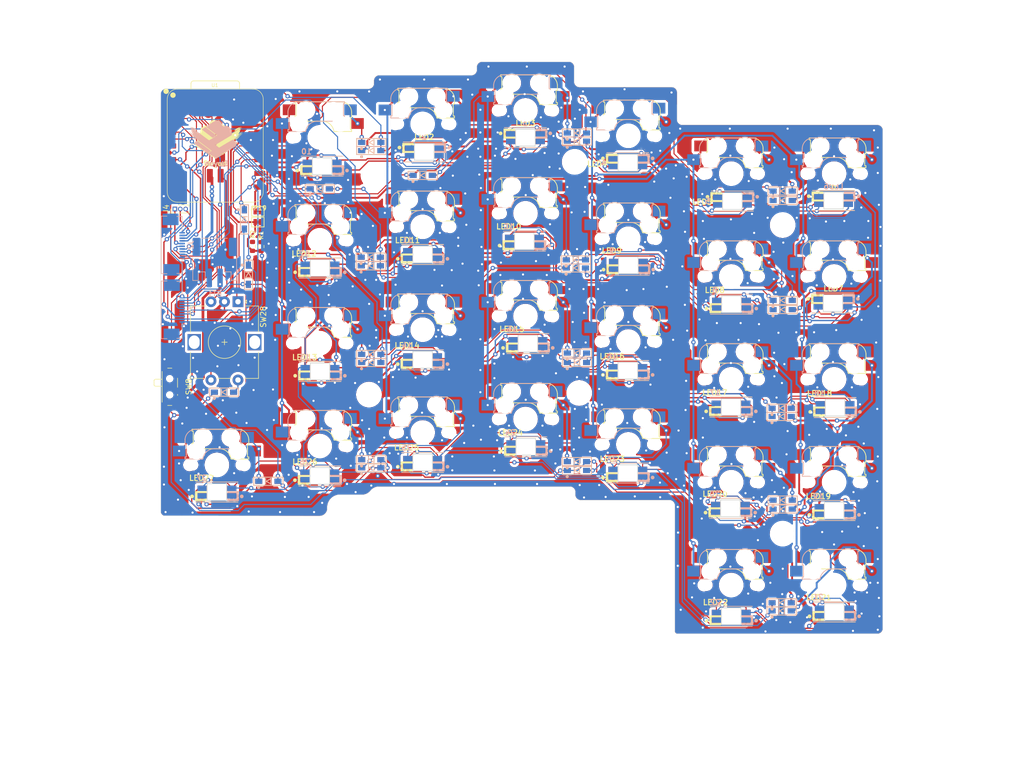
<source format=kicad_pcb>
(kicad_pcb (version 20241229) (generator "pcbnew") (generator_version "9.0")
  (layers (0 "F.Cu" signal) (2 "B.Cu" signal) (13 "F.Paste" user) (15 "B.Paste" user) (5 "F.SilkS" user "F.Silkscreen") (7 "B.SilkS" user "B.Silkscreen") (1 "F.Mask" user) (3 "B.Mask" user) (25 "Edge.Cuts" user))
  (net 0 "")
  (net 1 "Net-(D1-A)")
  (net 2 "ROW0")
  (net 3 "Net-(D2-A)")
  (net 4 "ROW1")
  (net 5 "ROW2")
  (net 6 "Net-(D3-A)")
  (net 7 "ROW3")
  (net 8 "Net-(D4-K)")
  (net 9 "Net-(D5-K)")
  (net 10 "Net-(D6-K)")
  (net 11 "Net-(D7-A)")
  (net 12 "Net-(D8-A)")
  (net 13 "Net-(D9-A)")
  (net 14 "Net-(D10-K)")
  (net 15 "Net-(D11-K)")
  (net 16 "Net-(D12-K)")
  (net 17 "Net-(D13-A)")
  (net 18 "Net-(D14-A)")
  (net 19 "Net-(D15-A)")
  (net 20 "Net-(D16-K)")
  (net 21 "GND")
  (net 22 "LED")
  (net 23 "VCC")
  (net 24 "SCL")
  (net 25 "SDA")
  (net 26 "MISO")
  (net 27 "MOSI")
  (net 28 "Net-(D17-K)")
  (net 29 "Net-(D18-K)")
  (net 30 "Net-(D19-A)")
  (net 31 "Net-(D20-A)")
  (net 32 "Net-(D21-A)")
  (net 33 "Net-(D22-K)")
  (net 34 "Net-(D23-K)")
  (net 35 "Net-(D24-K)")
  (net 36 "Net-(D25-K)")
  (net 37 "Net-(D26-A)")
  (net 38 "Net-(D27-A)")
  (net 39 "COL0")
  (net 40 "COL1")
  (net 41 "COL2")
  (net 42 "Net-(D31-A)")
  (net 43 "Net-(D32-A)")
  (net 44 "COL2_conn")
  (net 45 "COL3_conn")
  (net 46 "Net-(LED1-VDD)")
  (net 47 "Net-(LED1-DIN)")
  (net 48 "Net-(LED1-DOUT)")
  (net 49 "Net-(LED2-DOUT)")
  (net 50 "Net-(LED3-DOUT)")
  (net 51 "Net-(LED4-DOUT)")
  (net 52 "Net-(LED5-DOUT)")
  (net 53 "Net-(LED6-DOUT)")
  (net 54 "Net-(LED7-DOUT)")
  (net 55 "Net-(LED8-DOUT)")
  (net 56 "ROW4")
  (net 57 "Net-(LED10-DIN)")
  (net 58 "Net-(LED10-DOUT)")
  (net 59 "Net-(LED11-DOUT)")
  (net 60 "Net-(LED12-DOUT)")
  (net 61 "Net-(LED13-DOUT)")
  (net 62 "Net-(LED14-DOUT)")
  (net 63 "Net-(LED15-DOUT)")
  (net 64 "Net-(LED16-DOUT)")
  (net 65 "Net-(LED17-DOUT)")
  (net 66 "Net-(LED18-DOUT)")
  (net 67 "Net-(LED19-DOUT)")
  (net 68 "Net-(LED20-DOUT)")
  (net 69 "Net-(LED21-DOUT)")
  (net 70 "Net-(LED22-DOUT)")
  (net 71 "Net-(LED23-DOUT)")
  (net 72 "Net-(LED24-DOUT)")
  (net 73 "Net-(LED25-DOUT)")
  (net 74 "Net-(LED26-DOUT)")
  (net 75 "RESET")
  (net 76 "Net-(LED27-DOUT)")
  (net 77 "COL3")
  (net 80 "Bat")
  (net 82 "Net-(BT1--)")
  (net 83 "MOTION")
  (net 84 "SDIO")
  (net 85 "nCS")
  (net 86 "SCLK")
  (net 89 "nCS2")
  (net 90 "SCLK2")
  (net 91 "ECA")
  (net 92 "S1")
  (net 93 "ECB")
  (net 94 "nCS3")
  (net 95 "nCS4")
  (footprint "MountingHole:MountingHole_4.3mm_M4" (layer "F.Cu") (at 165.167 55.8447)
    (property "Reference" "J5" (hide yes))
    (property "Value" "Conn_01x01-Connector_Generic")
  )
  (footprint "MountingHole:MountingHole_4.3mm_M4" (layer "F.Cu") (at 127.903 58.3447)
    (property "Reference" "J6" (hide yes))
    (property "Value" "Conn_01x01-Connector_Generic")
  )
  (footprint "MountingHole:MountingHole_4.3mm_M4" (layer "F.Cu") (at 127.067 98.9447)
    (property "Reference" "J7" (hide yes))
    (property "Value" "Conn_01x01-Connector_Generic")
  )
  (footprint "MountingHole:MountingHole_4.3mm_M4" (layer "F.Cu") (at 203.685 67.5447)
    (property "Reference" "J9" (hide yes))
    (property "Value" "Conn_01x01-Connector_Generic")
  )
  (footprint "MountingHole:MountingHole_4.3mm_M4" (layer "F.Cu") (at 203.685 124.695)
    (property "Reference" "J10" (hide yes))
    (property "Value" "Conn_01x01-Connector_Generic")
  )
  (footprint "MountingHole:MountingHole_4.3mm_M4" (layer "F.Cu") (at 166.003 98.6447)
    (property "Reference" "J12" (hide yes))
    (property "Value" "Conn_01x01-Connector_Generic")
  )
  (footprint "keyball_right:JP06" (layer "F.Cu") (at 106.5 67 180)
    (property "Reference" "JP19")
    (property "Value" "Device_Jumper_NO_Small" (hide yes))
  )
  (footprint "keyball_right:JP025" (layer "F.Cu") (at 106.4996 65)
    (property "Reference" "JP20" (hide yes))
    (property "Value" "Device_Jumper_NO_Small" (hide yes))
  )
  (footprint "keyball_right:YS-SK6812MINI-Keyball-BL" (layer "F.Cu") (at 137.31 54)
    (property "Reference" "LED2")
    (property "Value" "YS-SK6812MINI-E")
    (fp_line (start -1.8 -1.55) (end -1.8 1.55) (stroke (width 0.12)) (layer "Edge.Cuts"))
    (fp_line (start -1.8 1.55) (end 1.8 1.55) (stroke (width 0.12)) (layer "Edge.Cuts"))
    (fp_line (start 1.8 -1.55) (end -1.8 -1.55) (stroke (width 0.12)) (layer "Edge.Cuts"))
    (fp_line (start 1.8 1.55) (end 1.8 -1.55) (stroke (width 0.12)) (layer "Edge.Cuts"))
  )
  (footprint "keyball_right:YS-SK6812MINI-Keyball-BL" (layer "F.Cu") (at 156.0443 51.3651)
    (property "Reference" "LED3")
    (property "Value" "YS-SK6812MINI-E")
    (fp_line (start -1.8 -1.55) (end -1.8 1.55) (stroke (width 0.12)) (layer "Edge.Cuts"))
    (fp_line (start -1.8 1.55) (end 1.8 1.55) (stroke (width 0.12)) (layer "Edge.Cuts"))
    (fp_line (start 1.8 -1.55) (end -1.8 -1.55) (stroke (width 0.12)) (layer "Edge.Cuts"))
    (fp_line (start 1.8 1.55) (end 1.8 -1.55) (stroke (width 0.12)) (layer "Edge.Cuts"))
  )
  (footprint "keyball_right:YS-SK6812MINI-Keyball-BL" (layer "F.Cu") (at 175 56)
    (property "Reference" "LED4")
    (property "Value" "YS-SK6812MINI-E")
    (fp_line (start -1.8 -1.55) (end -1.8 1.55) (stroke (width 0.12)) (layer "Edge.Cuts"))
    (fp_line (start -1.8 1.55) (end 1.8 1.55) (stroke (width 0.12)) (layer "Edge.Cuts"))
    (fp_line (start 1.8 -1.55) (end -1.8 -1.55) (stroke (width 0.12)) (layer "Edge.Cuts"))
    (fp_line (start 1.8 1.55) (end 1.8 -1.55) (stroke (width 0.12)) (layer "Edge.Cuts"))
  )
  (footprint "keyball_right:YS-SK6812MINI-Keyball-BL" (layer "F.Cu") (at 194.3636 63.1126)
    (property "Reference" "LED5")
    (property "Value" "YS-SK6812MINI-E")
    (fp_line (start -1.8 -1.55) (end -1.8 1.55) (stroke (width 0.12)) (layer "Edge.Cuts"))
    (fp_line (start -1.8 1.55) (end 1.8 1.55) (stroke (width 0.12)) (layer "Edge.Cuts"))
    (fp_line (start 1.8 -1.55) (end -1.8 -1.55) (stroke (width 0.12)) (layer "Edge.Cuts"))
    (fp_line (start 1.8 1.55) (end 1.8 -1.55) (stroke (width 0.12)) (layer "Edge.Cuts"))
  )
  (footprint "keyball_right:YS-SK6812MINI-Keyball-BL" (layer "F.Cu") (at 213 82)
    (property "Reference" "LED7")
    (property "Value" "YS-SK6812MINI-E")
    (fp_line (start -1.8 -1.55) (end -1.8 1.55) (stroke (width 0.12)) (layer "Edge.Cuts"))
    (fp_line (start -1.8 1.55) (end 1.8 1.55) (stroke (width 0.12)) (layer "Edge.Cuts"))
    (fp_line (start 1.8 -1.55) (end -1.8 -1.55) (stroke (width 0.12)) (layer "Edge.Cuts"))
    (fp_line (start 1.8 1.55) (end 1.8 -1.55) (stroke (width 0.12)) (layer "Edge.Cuts"))
  )
  (footprint "keyball_right:YS-SK6812MINI-Keyball-TL" (layer "F.Cu") (at 194.1992 82.2065)
    (property "Reference" "LED8")
    (property "Value" "YS-SK6812MINI-E")
    (fp_line (start -1.8 -1.55) (end -1.8 1.55) (stroke (width 0.12)) (layer "Edge.Cuts"))
    (fp_line (start -1.8 1.55) (end 1.8 1.55) (stroke (width 0.12)) (layer "Edge.Cuts"))
    (fp_line (start 1.8 -1.55) (end -1.8 -1.55) (stroke (width 0.12)) (layer "Edge.Cuts"))
    (fp_line (start 1.8 1.55) (end 1.8 -1.55) (stroke (width 0.12)) (layer "Edge.Cuts"))
  )
  (footprint "keyball_right:YS-SK6812MINI-Keyball-TL" (layer "F.Cu") (at 175.11 75)
    (property "Reference" "LED9")
    (property "Value" "YS-SK6812MINI-E")
    (fp_line (start -1.8 -1.55) (end -1.8 1.55) (stroke (width 0.12)) (layer "Edge.Cuts"))
    (fp_line (start -1.8 1.55) (end 1.8 1.55) (stroke (width 0.12)) (layer "Edge.Cuts"))
    (fp_line (start 1.8 -1.55) (end -1.8 -1.55) (stroke (width 0.12)) (layer "Edge.Cuts"))
    (fp_line (start 1.8 1.55) (end 1.8 -1.55) (stroke (width 0.12)) (layer "Edge.Cuts"))
  )
  (footprint "keyball_right:YS-SK6812MINI-Keyball-TL" (layer "F.Cu") (at 155.8536 70.5446)
    (property "Reference" "LED10")
    (property "Value" "YS-SK6812MINI-E")
    (fp_line (start -1.8 -1.55) (end -1.8 1.55) (stroke (width 0.12)) (layer "Edge.Cuts"))
    (fp_line (start -1.8 1.55) (end 1.8 1.55) (stroke (width 0.12)) (layer "Edge.Cuts"))
    (fp_line (start 1.8 -1.55) (end -1.8 -1.55) (stroke (width 0.12)) (layer "Edge.Cuts"))
    (fp_line (start 1.8 1.55) (end 1.8 -1.55) (stroke (width 0.12)) (layer "Edge.Cuts"))
  )
  (footprint "keyball_right:YS-SK6812MINI-Keyball-TL" (layer "F.Cu") (at 137 73)
    (property "Reference" "LED11")
    (property "Value" "YS-SK6812MINI-E")
    (fp_line (start -1.8 -1.55) (end -1.8 1.55) (stroke (width 0.12)) (layer "Edge.Cuts"))
    (fp_line (start -1.8 1.55) (end 1.8 1.55) (stroke (width 0.12)) (layer "Edge.Cuts"))
    (fp_line (start 1.8 -1.55) (end -1.8 -1.55) (stroke (width 0.12)) (layer "Edge.Cuts"))
    (fp_line (start 1.8 1.55) (end 1.8 -1.55) (stroke (width 0.12)) (layer "Edge.Cuts"))
  )
  (footprint "keyball_right:YS-SK6812MINI-Keyball-TL" (layer "F.Cu") (at 118 75.5)
    (property "Reference" "LED12")
    (property "Value" "YS-SK6812MINI-E")
    (fp_line (start -1.8 -1.55) (end -1.8 1.55) (stroke (width 0.12)) (layer "Edge.Cuts"))
    (fp_line (start -1.8 1.55) (end 1.8 1.55) (stroke (width 0.12)) (layer "Edge.Cuts"))
    (fp_line (start 1.8 -1.55) (end -1.8 -1.55) (stroke (width 0.12)) (layer "Edge.Cuts"))
    (fp_line (start 1.8 1.55) (end 1.8 -1.55) (stroke (width 0.12)) (layer "Edge.Cuts"))
  )
  (footprint "keyball_right:YS-SK6812MINI-Keyball-TL" (layer "F.Cu") (at 118.0055 94.6581)
    (property "Reference" "LED13")
    (property "Value" "YS-SK6812MINI-E")
    (fp_line (start -1.8 -1.55) (end -1.8 1.55) (stroke (width 0.12)) (layer "Edge.Cuts"))
    (fp_line (start -1.8 1.55) (end 1.8 1.55) (stroke (width 0.12)) (layer "Edge.Cuts"))
    (fp_line (start 1.8 -1.55) (end -1.8 -1.55) (stroke (width 0.12)) (layer "Edge.Cuts"))
    (fp_line (start 1.8 1.55) (end 1.8 -1.55) (stroke (width 0.12)) (layer "Edge.Cuts"))
  )
  (footprint "keyball_right:YS-SK6812MINI-Keyball-TL" (layer "F.Cu") (at 137 92.5)
    (property "Reference" "LED14")
    (property "Value" "YS-SK6812MINI-E")
    (fp_line (start -1.8 -1.55) (end -1.8 1.55) (stroke (width 0.12)) (layer "Edge.Cuts"))
    (fp_line (start -1.8 1.55) (end 1.8 1.55) (stroke (width 0.12)) (layer "Edge.Cuts"))
    (fp_line (start 1.8 -1.55) (end -1.8 -1.55) (stroke (width 0.12)) (layer "Edge.Cuts"))
    (fp_line (start 1.8 1.55) (end 1.8 -1.55) (stroke (width 0.12)) (layer "Edge.Cuts"))
  )
  (footprint "keyball_right:YS-SK6812MINI-Keyball-TL" (layer "F.Cu") (at 156.5 89.5)
    (property "Reference" "LED15")
    (property "Value" "YS-SK6812MINI-E")
    (fp_line (start -1.8 -1.55) (end -1.8 1.55) (stroke (width 0.12)) (layer "Edge.Cuts"))
    (fp_line (start -1.8 1.55) (end 1.8 1.55) (stroke (width 0.12)) (layer "Edge.Cuts"))
    (fp_line (start 1.8 -1.55) (end -1.8 -1.55) (stroke (width 0.12)) (layer "Edge.Cuts"))
    (fp_line (start 1.8 1.55) (end 1.8 -1.55) (stroke (width 0.12)) (layer "Edge.Cuts"))
  )
  (footprint "keyball_right:YS-SK6812MINI-Keyball-TL" (layer "F.Cu") (at 175 94.5)
    (property "Reference" "LED16")
    (property "Value" "YS-SK6812MINI-E")
    (fp_line (start -1.8 -1.55) (end -1.8 1.55) (stroke (width 0.12)) (layer "Edge.Cuts"))
    (fp_line (start -1.8 1.55) (end 1.8 1.55) (stroke (width 0.12)) (layer "Edge.Cuts"))
    (fp_line (start 1.8 -1.55) (end -1.8 -1.55) (stroke (width 0.12)) (layer "Edge.Cuts"))
    (fp_line (start 1.8 1.55) (end 1.8 -1.55) (stroke (width 0.12)) (layer "Edge.Cuts"))
  )
  (footprint "keyball_right:YS-SK6812MINI-Keyball-TL" (layer "F.Cu") (at 194.1133 101.2541)
    (property "Reference" "LED17")
    (property "Value" "YS-SK6812MINI-E")
    (fp_line (start -1.8 -1.55) (end -1.8 1.55) (stroke (width 0.12)) (layer "Edge.Cuts"))
    (fp_line (start -1.8 1.55) (end 1.8 1.55) (stroke (width 0.12)) (layer "Edge.Cuts"))
    (fp_line (start 1.8 -1.55) (end -1.8 -1.55) (stroke (width 0.12)) (layer "Edge.Cuts"))
    (fp_line (start 1.8 1.55) (end 1.8 -1.55) (stroke (width 0.12)) (layer "Edge.Cuts"))
  )
  (footprint "keyball_right:YS-SK6812MINI-Keyball-TL" (layer "F.Cu") (at 213.3882 101.3522)
    (property "Reference" "LED18")
    (property "Value" "YS-SK6812MINI-E")
    (fp_line (start -1.8 -1.55) (end -1.8 1.55) (stroke (width 0.12)) (layer "Edge.Cuts"))
    (fp_line (start -1.8 1.55) (end 1.8 1.55) (stroke (width 0.12)) (layer "Edge.Cuts"))
    (fp_line (start 1.8 -1.55) (end -1.8 -1.55) (stroke (width 0.12)) (layer "Edge.Cuts"))
    (fp_line (start 1.8 1.55) (end 1.8 -1.55) (stroke (width 0.12)) (layer "Edge.Cuts"))
  )
  (footprint "keyball_right:YS-SK6812MINI-Keyball-TL" (layer "F.Cu") (at 213.21 120.4177)
    (property "Reference" "LED19")
    (property "Value" "YS-SK6812MINI-E")
    (fp_line (start -1.8 -1.55) (end -1.8 1.55) (stroke (width 0.12)) (layer "Edge.Cuts"))
    (fp_line (start -1.8 1.55) (end 1.8 1.55) (stroke (width 0.12)) (layer "Edge.Cuts"))
    (fp_line (start 1.8 -1.55) (end -1.8 -1.55) (stroke (width 0.12)) (layer "Edge.Cuts"))
    (fp_line (start 1.8 1.55) (end 1.8 -1.55) (stroke (width 0.12)) (layer "Edge.Cuts"))
  )
  (footprint "keyball_right:YS-SK6812MINI-Keyball-TL" (layer "F.Cu") (at 194 120)
    (property "Reference" "LED20")
    (property "Value" "YS-SK6812MINI-E")
    (fp_line (start -1.8 -1.55) (end -1.8 1.55) (stroke (width 0.12)) (layer "Edge.Cuts"))
    (fp_line (start -1.8 1.55) (end 1.8 1.55) (stroke (width 0.12)) (layer "Edge.Cuts"))
    (fp_line (start 1.8 -1.55) (end -1.8 -1.55) (stroke (width 0.12)) (layer "Edge.Cuts"))
    (fp_line (start 1.8 1.55) (end 1.8 -1.55) (stroke (width 0.12)) (layer "Edge.Cuts"))
  )
  (footprint "keyball_right:YS-SK6812MINI-Keyball-TL" (layer "F.Cu") (at 213.25 139.2)
    (property "Reference" "LED21")
    (property "Value" "YS-SK6812MINI-E")
    (fp_line (start -1.8 -1.55) (end -1.8 1.55) (stroke (width 0.12)) (layer "Edge.Cuts"))
    (fp_line (start -1.8 1.55) (end 1.8 1.55) (stroke (width 0.12)) (layer "Edge.Cuts"))
    (fp_line (start 1.8 -1.55) (end -1.8 -1.55) (stroke (width 0.12)) (layer "Edge.Cuts"))
    (fp_line (start 1.8 1.55) (end 1.8 -1.55) (stroke (width 0.12)) (layer "Edge.Cuts"))
  )
  (footprint "keyball_right:YS-SK6812MINI-Keyball-TL" (layer "F.Cu") (at 194.16 140)
    (property "Reference" "LED22")
    (property "Value" "YS-SK6812MINI-E")
    (fp_line (start -1.8 -1.55) (end -1.8 1.55) (stroke (width 0.12)) (layer "Edge.Cuts"))
    (fp_line (start -1.8 1.55) (end 1.8 1.55) (stroke (width 0.12)) (layer "Edge.Cuts"))
    (fp_line (start 1.8 -1.55) (end -1.8 -1.55) (stroke (width 0.12)) (layer "Edge.Cuts"))
    (fp_line (start 1.8 1.55) (end 1.8 -1.55) (stroke (width 0.12)) (layer "Edge.Cuts"))
  )
  (footprint "keyball_right:YS-SK6812MINI-Keyball-TL" (layer "F.Cu") (at 175 113.5)
    (property "Reference" "LED23")
    (property "Value" "YS-SK6812MINI-E")
    (fp_line (start -1.8 -1.55) (end -1.8 1.55) (stroke (width 0.12)) (layer "Edge.Cuts"))
    (fp_line (start -1.8 1.55) (end 1.8 1.55) (stroke (width 0.12)) (layer "Edge.Cuts"))
    (fp_line (start 1.8 -1.55) (end -1.8 -1.55) (stroke (width 0.12)) (layer "Edge.Cuts"))
    (fp_line (start 1.8 1.55) (end 1.8 -1.55) (stroke (width 0.12)) (layer "Edge.Cuts"))
  )
  (footprint "keyball_right:YS-SK6812MINI-Keyball-TL" (layer "F.Cu") (at 156.1172 108.6072)
    (property "Reference" "LED24")
    (property "Value" "YS-SK6812MINI-E")
    (fp_line (start -1.8 -1.55) (end -1.8 1.55) (stroke (width 0.12)) (layer "Edge.Cuts"))
    (fp_line (start -1.8 1.55) (end 1.8 1.55) (stroke (width 0.12)) (layer "Edge.Cuts"))
    (fp_line (start 1.8 -1.55) (end -1.8 -1.55) (stroke (width 0.12)) (layer "Edge.Cuts"))
    (fp_line (start 1.8 1.55) (end 1.8 -1.55) (stroke (width 0.12)) (layer "Edge.Cuts"))
  )
  (footprint "keyball_right:YS-SK6812MINI-Keyball-TL" (layer "F.Cu") (at 137.01 111.5)
    (property "Reference" "LED25")
    (property "Value" "YS-SK6812MINI-E")
    (fp_line (start -1.8 -1.55) (end -1.8 1.55) (stroke (width 0.12)) (layer "Edge.Cuts"))
    (fp_line (start -1.8 1.55) (end 1.8 1.55) (stroke (width 0.12)) (layer "Edge.Cuts"))
    (fp_line (start 1.8 -1.55) (end -1.8 -1.55) (stroke (width 0.12)) (layer "Edge.Cuts"))
    (fp_line (start 1.8 1.55) (end 1.8 -1.55) (stroke (width 0.12)) (layer "Edge.Cuts"))
  )
  (footprint "keyball_right:YS-SK6812MINI-Keyball-TL" (layer "F.Cu") (at 117.96 114)
    (property "Reference" "LED26")
    (property "Value" "YS-SK6812MINI-E")
    (fp_line (start -1.8 -1.55) (end -1.8 1.55) (stroke (width 0.12)) (layer "Edge.Cuts"))
    (fp_line (start -1.8 1.55) (end 1.8 1.55) (stroke (width 0.12)) (layer "Edge.Cuts"))
    (fp_line (start 1.8 -1.55) (end -1.8 -1.55) (stroke (width 0.12)) (layer "Edge.Cuts"))
    (fp_line (start 1.8 1.55) (end 1.8 -1.55) (stroke (width 0.12)) (layer "Edge.Cuts"))
  )
  (footprint "keyball_right:YS-SK6812MINI-Keyball-TL" (layer "F.Cu") (at 98.91 117)
    (property "Reference" "LED27")
    (property "Value" "YS-SK6812MINI-E")
    (fp_line (start -1.8 -1.55) (end -1.8 1.55) (stroke (width 0.12)) (layer "Edge.Cuts"))
    (fp_line (start -1.8 1.55) (end 1.8 1.55) (stroke (width 0.12)) (layer "Edge.Cuts"))
    (fp_line (start 1.8 -1.55) (end -1.8 -1.55) (stroke (width 0.12)) (layer "Edge.Cuts"))
    (fp_line (start 1.8 1.55) (end 1.8 -1.55) (stroke (width 0.12)) (layer "Edge.Cuts"))
  )
  (footprint "Resistor_SMD:R_0603_1608Metric" (layer "F.Cu") (at 107.1037 71.5257 90)
    (property "Reference" "R1")
    (property "Value" "PULL_UP")
  )
  (footprint "Resistor_SMD:R_0603_1608Metric" (layer "F.Cu") (at 105.5 71.5 90)
    (property "Reference" "R2")
    (property "Value" "PULL_UP")
  )
  (footprint "keyboard_library:CherryMX_MidHeight_Hotswap" (layer "F.Cu") (at 213.21 58.0197)
    (property "Reference" "SW1" (hide yes))
    (property "Value" "SW_PUSH-kbd" (hide yes))
  )
  (footprint "keyboard_library:CherryMX_MidHeight_Hotswap" (layer "F.Cu") (at 194.16 58.0197)
    (property "Reference" "SW2" (hide yes))
    (property "Value" "SW_PUSH-kbd" (hide yes))
  )
  (footprint "keyboard_library:CherryMX_MidHeight_Hotswap" (layer "F.Cu") (at 175.11 51.0197)
    (property "Reference" "SW3" (hide yes))
    (property "Value" "SW_PUSH-kbd" (hide yes))
  )
  (footprint "keyboard_library:CherryMX_MidHeight_Hotswap" (layer "F.Cu") (at 156.06 46.3197)
    (property "Reference" "SW4" (hide yes))
    (property "Value" "SW_PUSH-kbd" (hide yes))
  )
  (footprint "keyboard_library:CherryMX_MidHeight_Hotswap" (layer "F.Cu") (at 137.01 48.8197)
    (property "Reference" "SW5" (hide yes))
    (property "Value" "SW_PUSH-kbd" (hide yes))
  )
  (footprint "keyboard_library:CherryMX_MidHeight_Hotswap" (layer "F.Cu") (at 117.96 51.3197)
    (property "Reference" "SW6" (hide yes))
    (property "Value" "SW_PUSH-kbd" (hide yes))
  )
  (footprint "keyboard_library:CherryMX_MidHeight_Hotswap" (layer "F.Cu") (at 213.21 77.0697)
    (property "Reference" "SW7" (hide yes))
    (property "Value" "SW_PUSH-kbd" (hide yes))
  )
  (footprint "keyboard_library:CherryMX_MidHeight_Hotswap" (layer "F.Cu") (at 194.16 77.0697)
    (property "Reference" "e1" (hide yes))
    (property "Value" "SW_PUSH-kbd" (hide yes))
  )
  (footprint "keyboard_library:CherryMX_MidHeight_Hotswap" (layer "F.Cu") (at 175.11 70.0697)
    (property "Reference" "SW9" (hide yes))
    (property "Value" "SW_PUSH-kbd" (hide yes))
  )
  (footprint "keyboard_library:CherryMX_MidHeight_Hotswap" (layer "F.Cu") (at 156.06 65.3697)
    (property "Reference" "SW10" (hide yes))
    (property "Value" "SW_PUSH-kbd" (hide yes))
  )
  (footprint "keyboard_library:CherryMX_MidHeight_Hotswap" (layer "F.Cu") (at 137.01 67.8697)
    (property "Reference" "SW11" (hide yes))
    (property "Value" "SW_PUSH-kbd" (hide yes))
  )
  (footprint "keyboard_library:CherryMX_MidHeight_Hotswap" (layer "F.Cu") (at 117.96 70.3697)
    (property "Reference" "SW12" (hide yes))
    (property "Value" "SW_PUSH-kbd" (hide yes))
  )
  (footprint "keyboard_library:CherryMX_MidHeight_Hotswap" (layer "F.Cu") (at 213.21 96.1197)
    (property "Reference" "SW13" (hide yes))
    (property "Value" "SW_PUSH-kbd" (hide yes))
  )
  (footprint "keyboard_library:CherryMX_MidHeight_Hotswap" (layer "F.Cu") (at 194.16 96.1197)
    (property "Reference" "SW14" (hide yes))
    (property "Value" "SW_PUSH-kbd" (hide yes))
  )
  (footprint "keyboard_library:CherryMX_MidHeight_Hotswap" (layer "F.Cu") (at 175.11 89.1197)
    (property "Reference" "SW15" (hide yes))
    (property "Value" "SW_PUSH-kbd" (hide yes))
  )
  (footprint "keyboard_library:CherryMX_MidHeight_Hotswap" (layer "F.Cu") (at 156.06 84.4197)
    (property "Reference" "SW16" (hide yes))
    (property "Value" "SW_PUSH-kbd" (hide yes))
  )
  (footprint "keyboard_library:CherryMX_MidHeight_Hotswap" (layer "F.Cu") (at 137.01 86.9197)
    (property "Reference" "SW17" (hide yes))
    (property "Value" "SW_PUSH-kbd" (hide yes))
  )
  (footprint "keyball_right:CherryMX_MidHeight_Hotswap" (layer "F.Cu") (at 117.96 89.4197)
    (property "Reference" "SW18" (hide yes))
    (property "Value" "SW_PUSH-kbd" (hide yes))
  )
  (footprint "keyboard_library:CherryMX_MidHeight_Hotswap" (layer "F.Cu") (at 213.21 115.17)
    (property "Reference" "SW19" (hide yes))
    (property "Value" "SW_PUSH-kbd" (hide yes))
  )
  (footprint "keyboard_library:CherryMX_MidHeight_Hotswap" (layer "F.Cu") (at 194.16 115.17)
    (property "Reference" "SW20" (hide yes))
    (property "Value" "SW_PUSH-kbd" (hide yes))
  )
  (footprint "keyboard_library:CherryMX_MidHeight_Hotswap" (layer "F.Cu") (at 175.11 108.17)
    (property "Reference" "SW21" (hide yes))
    (property "Value" "SW_PUSH-kbd" (hide yes))
  )
  (footprint "keyboard_library:CherryMX_MidHeight_Hotswap" (layer "F.Cu") (at 156.06 103.47)
    (property "Reference" "SW22" (hide yes))
    (property "Value" "SW_PUSH-kbd" (hide yes))
  )
  (footprint "keyboard_library:CherryMX_MidHeight_Hotswap" (layer "F.Cu") (at 137.01 105.97)
    (property "Reference" "SW23" (hide yes))
    (property "Value" "SW_PUSH-kbd" (hide yes))
  )
  (footprint "keyboard_library:CherryMX_MidHeight_Hotswap" (layer "F.Cu") (at 117.96 108.47)
    (property "Reference" "SW24" (hide yes))
    (property "Value" "SW_PUSH-kbd" (hide yes))
  )
  (footprint "keyboard_library:CherryMX_MidHeight_Hotswap" (layer "F.Cu") (at 98.91 111.97)
    (property "Reference" "SW25" (hide yes))
    (property "Value" "SW_PUSH-kbd" (hide yes))
  )
  (footprint "keyboard_library:CherryMX_MidHeight_Hotswap" (layer "F.Cu") (at 213.21 134.22)
    (property "Reference" "SW26" (hide yes))
    (property "Value" "SW_PUSH-kbd" (hide yes))
  )
  (footprint "keyboard_library:CherryMX_MidHeight_Hotswap" (layer "F.Cu") (at 194.16 134.22)
    (property "Reference" "SW27" (hide yes))
    (property "Value" "SW_PUSH-kbd" (hide yes))
  )
  (footprint "keyball_right:D3_SMD_v2_BOTH" (layer "F.Cu") (at 203.685 62.9947)
    (property "Reference" "D1" (hide yes))
    (property "Value" "D" (hide yes))
  )
  (footprint "keyball_right:D3_SMD_v2_BOTH" (layer "F.Cu") (at 203.685 61.25)
    (property "Reference" "D2" (hide yes))
    (property "Value" "D" (hide yes))
  )
  (footprint "keyball_right:D3_SMD_v2_BOTH" (layer "F.Cu") (at 165.585 52)
    (property "Reference" "D3" (hide yes))
    (property "Value" "D" (hide yes))
  )
  (footprint "keyball_right:D3_SMD_v2_BOTH" (layer "F.Cu") (at 165.585 50.5)
    (property "Reference" "D4" (hide yes))
    (property "Value" "D" (hide yes))
  )
  (footprint "keyball_right:D3_SMD_v2_BOTH" (layer "F.Cu") (at 127.5 53.75)
    (property "Reference" "D5" (hide yes))
    (property "Value" "D" (hide yes))
  )
  (footprint "keyball_right:D3_SMD_v2_BOTH" (layer "F.Cu") (at 127.5 52.25)
    (property "Reference" "D6" (hide yes))
    (property "Value" "D" (hide yes))
  )
  (footprint "keyball_right:D3_SMD_v2_BOTH" (layer "F.Cu") (at 203.685 83.2025)
    (property "Reference" "D7" (hide yes))
    (property "Value" "D" (hide yes))
  )
  (footprint "keyball_right:D3_SMD_v2_BOTH" (layer "F.Cu") (at 165.385 75.5)
    (property "Reference" "D9" (hide yes))
    (property "Value" "D" (hide yes))
  )
  (footprint "keyball_right:D3_SMD_v2_BOTH" (layer "F.Cu") (at 127.4158 75.0924)
    (property "Reference" "D11" (hide yes))
    (property "Value" "D" (hide yes))
  )
  (footprint "keyball_right:D3_SMD_v2_BOTH" (layer "F.Cu") (at 203.5 103)
    (property "Reference" "D13" (hide yes))
    (property "Value" "D" (hide yes))
  )
  (footprint "keyball_right:D3_SMD_v2_BOTH" (layer "F.Cu") (at 165.585 93)
    (property "Reference" "D15" (hide yes))
    (property "Value" "D" (hide yes))
  )
  (footprint "keyball_right:D3_SMD_v2_BOTH" (layer "F.Cu") (at 165.585 91.25)
    (property "Reference" "D16" (hide yes))
    (property "Value" "D" (hide yes))
  )
  (footprint "keyball_right:D3_SMD_v2_BOTH" (layer "F.Cu") (at 127.5 93)
    (property "Reference" "D17" (hide yes))
    (property "Value" "D" (hide yes))
  )
  (footprint "keyball_right:D3_SMD_v2_BOTH" (layer "F.Cu") (at 127.5 91.5)
    (property "Reference" "D18" (hide yes))
    (property "Value" "D" (hide yes))
  )
  (footprint "keyball_right:D3_SMD_v2_BOTH" (layer "F.Cu") (at 203.685 120.145)
    (property "Reference" "D19" (hide yes))
    (property "Value" "D" (hide yes))
  )
  (footprint "keyball_right:D3_SMD_v2_BOTH" (layer "F.Cu") (at 203.685 118.4953)
    (property "Reference" "D20" (hide yes))
    (property "Value" "D" (hide yes))
  )
  (footprint "keyball_right:D3_SMD_v2_BOTH" (layer "F.Cu") (at 165.585 112.995)
    (property "Reference" "D21" (hide yes))
    (property "Value" "D" (hide yes))
  )
  (footprint "keyball_right:D3_SMD_v2_BOTH" (layer "F.Cu") (at 165.585 111.3519)
    (property "Reference" "D22" (hide yes))
    (property "Value" "D" (hide yes))
  )
  (footprint "keyball_right:D3_SMD_v2_BOTH" (layer "F.Cu") (at 127.5 112.5)
    (property "Reference" "D23" (hide yes))
    (property "Value" "D" (hide yes))
  )
  (footprint "keyball_right:D3_SMD_v2_BOTH" (layer "F.Cu") (at 127.5 111)
    (property "Reference" "D24" (hide yes))
    (property "Value" "D" (hide yes))
  )
  (footprint "keyball_right:D3_SMD_v2_BOTH" (layer "F.Cu") (at 108.435 115)
    (property "Reference" "D25" (hide yes))
    (property "Value" "D" (hide yes))
  )
  (footprint "keyball_right:D3_SMD_v2_BOTH" (layer "F.Cu") (at 203.5 139)
    (property "Reference" "D26" (hide yes))
    (property "Value" "D" (hide yes))
  )
  (footprint "keyball_right:D3_SMD_v2_BOTH" (layer "F.Cu") (at 203.5 137.5)
    (property "Reference" "D27" (hide yes))
    (property "Value" "D" (hide yes))
  )
  (footprint "keyball_right:D3_SMD_v2_BOTH" (layer "F.Cu") (at 137.025 58.3447)
    (property "Reference" "D31" (hide yes))
    (property "Value" "D" (hide yes))
  )
  (footprint "keyball_right:D3_SMD_v2_BOTH" (layer "F.Cu") (at 117.96 60.8447)
    (property "Reference" "D32" (hide yes))
    (property "Value" "D" (hide yes))
  )
  (footprint "keyball_right:D3_SMD_v2_BOTH" (layer "F.Cu") (at 104.75 76.75 -90)
    (property "Reference" "D33" (hide yes))
    (property "Value" "D" (hide yes))
  )
  (footprint "keyball_right:D3_SMD_v2_BOTH" (layer "F.Cu") (at 104 66.5 -90)
    (property "Reference" "D34" (hide yes))
    (property "Value" "D" (hide yes))
  )
  (footprint "stryon-kicad-footprint:stryon_10x9_1mm" (layer "F.Cu") (at 98.732195 52.438531)
    (property "Reference" "G***" (hide yes))
    (property "Value" "LOGO" (hide yes))
  )
  (footprint "Connector_PinHeader_1.00mm:PinHeader_1x03_P1.00mm_Vertical" (layer "F.Cu") (at 91.125 64.575 90)
    (property "Reference" "J4")
    (property "Value" "Conn_01x03_Pin")
  )
  (footprint "keyboard:D3_SMD_v2" (layer "F.Cu") (at 100.225 98.5)
    (property "Reference" "D28" (hide yes))
    (property "Value" "D" (hide yes))
  )
  (footprint "seed_studio_xiao_plus:XIAO-nRF52840-Plus-SMD" (layer "F.Cu") (at 98.5999 52.8938 90)
    (property "Reference" "U1")
    (property "Value" "~")
  )
  (footprint "LED_SMD:LED_SK6812MINI_PLCC4_3.5x3.5mm_P1.75mm" (layer "F.Cu") (at 118.5 56.5)
    (property "Reference" "LED1" (hide yes))
    (property "Value" "YS-SK6812MINI-E" (hide yes))
    (fp_line (start -1.9 -1.4) (end -1.9 1.7) (stroke (width 0.12)) (layer "Edge.Cuts"))
    (fp_line (start -1.9 1.7) (end 1.7 1.7) (stroke (width 0.12)) (layer "Edge.Cuts"))
    (fp_line (start 1.7 -1.4) (end -1.9 -1.4) (stroke (width 0.12)) (layer "Edge.Cuts"))
    (fp_line (start 1.7 1.7) (end 1.7 -1.4) (stroke (width 0.12)) (layer "Edge.Cuts"))
  )
  (footprint "keyboard:D3_SMD_v2" (layer "F.Cu") (at 165.585 74)
    (property "Reference" "D10" (hide yes))
    (property "Value" "D" (hide yes))
  )
  (footprint "Button_Switch_SMD:SW_SPDT_PCM12" (layer "F.Cu") (at 90.5 97.5 -90)
    (property "Reference" "SW8")
    (property "Value" "SW_SPDT")
  )
  (footprint "keyboard:D3_SMD_v2" (layer "F.Cu") (at 127.5 73.5)
    (property "Reference" "D12" (hide yes))
    (property "Value" "D" (hide yes))
  )
  (footprint "Rotary_Encoder:RotaryEncoder_Alps_EC12E-Switch_Vertical_H20mm" (layer "F.Cu") (at 102.8105 81.7421 -90)
    (property "Reference" "SW28")
    (property "Value" "RotaryEncoder_Switch")
  )
  (footprint "keyboard:D3_SMD_v2" (layer "F.Cu") (at 203.5 101.5)
    (property "Reference" "D14" (hide yes))
    (property "Value" "D" (hide yes))
  )
  (footprint "keyboard:D3_SMD_v2" (layer "F.Cu") (at 203.735 81.5)
    (property "Reference" "D8" (hide yes))
    (property "Value" "D" (hide yes))
  )
  (footprint "keyball_right:YS-SK6812MINI-Keyball-BL" (layer "B.Cu") (at 213.11 63 180)
    (property "Reference" "LED6")
    (property "Value" "YS-SK6812MINI-E")
    (fp_line (start 1.8 1.55) (end -1.8 1.55) (stroke (width 0.12)) (layer "Edge.Cuts"))
    (fp_line (start 1.8 -1.55) (end 1.8 1.55) (stroke (width 0.12)) (layer "Edge.Cuts"))
    (fp_line (start -1.8 1.55) (end -1.8 -1.55) (stroke (width 0.12)) (layer "Edge.Cuts"))
    (fp_line (start -1.8 -1.55) (end 1.8 -1.55) (stroke (width 0.12)) (layer "Edge.Cuts"))
  )
  (footprint "Connector_JST:JST_PH_S2B-PH-SM4-TB_1x02-1MP_P2.00mm_Horizontal" (layer "B.Cu") (at 98.5 74.5)
    (property "Reference" "BT1")
    (property "Value" "BATT")
  )
  (footprint "Connector_FFC-FPC:Molex_54548-1071_1x10-1MP_P0.5mm_Horizontal" (layer "B.Cu") (at 91.45 83.25 90)
    (property "Reference" "J3")
    (property "Value" "Conn")
  )
  (footprint "stryon-kicad-footprint:stryon_10x9_1mm" (layer "B.Cu") (at 98.672194 52.438531 180)
    (property "Reference" "G***" (hide yes))
    (property "Value" "LOGO" (hide yes))
  )
  (footprint "Connector_FFC-FPC:Molex_54548-1071_1x10-1MP_P0.5mm_Horizontal" (layer "B.Cu") (at 91.45 71.225 90)
    (property "Reference" "J2")
    (property "Value" "Conn")
  )
  (gr_rect (start 89.13125 74.88125) (end 91.86875 76.81875) (stroke (width 0.2)) (fill yes) (layer "B.Cu") (net 88))
  (gr_rect (start 89.15625 86.83125) (end 91.89375 88.76875) (stroke (width 0.2)) (fill yes) (layer "B.Cu") (net 81))
  (gr_rect (start 88.9625 65.53125) (end 91.7 67.46875) (stroke (width 0.2)) (fill yes) (layer "B.Cu") (net 88))
  (gr_rect (start 89.20625 77.70625) (end 91.94375 79.64375) (stroke (width 0.2)) (fill yes) (layer "B.Cu") (net 81))
  (gr_line (start 88.489054 101.399997) (end 88.489053 66.344709) (stroke (width 0.05)) (layer "Edge.Cuts"))
  (gr_line (start 89.086095 121.383124) (end 117.951835 121.430346) (stroke (width 0.05)) (layer "Edge.Cuts"))
  (gr_line (start 125.798995 117.494712) (end 121.687593 117.494712) (stroke (width 0.05)) (layer "Edge.Cuts"))
  (gr_line (start 221.235 143.24471) (end 203.185 143.244711) (stroke (width 0.05)) (layer "Edge.Cuts"))
  (gr_line (start 166.084999 41.994714) (end 183.134999 41.994714) (stroke (width 0.05)) (layer "Edge.Cuts"))
  (gr_line (start 184.134999 42.994714) (end 184.134999 47.994714) (stroke (width 0.05)) (layer "Edge.Cuts"))
  (gr_line (start 164.276431 115.994713) (end 128.921493 115.994713) (stroke (width 0.05)) (layer "Edge.Cuts"))
  (gr_line (start 203.184998 48.994714) (end 221.234998 48.994713) (stroke (width 0.05)) (layer "Edge.Cuts"))
  (gr_line (start 88.505878 120.557586) (end 88.489054 101.399997) (stroke (width 0.05)) (layer "Edge.Cuts"))
  (gr_arc (start 185.134999 48.994714) (mid 184.427892 48.701821) (end 184.134999 47.994714) (stroke (width 0.05)) (layer "Edge.Cuts"))
  (gr_line (start 89.489053 42.294709) (end 92.239053 42.294709) (stroke (width 0.05)) (layer "Edge.Cuts"))
  (gr_line (start 148.035001 37.294714) (end 164.084999 37.294714) (stroke (width 0.05)) (layer "Edge.Cuts"))
  (gr_arc (start 184.2 143.244711) (mid 183.846447 143.098264) (end 183.7 142.744711) (stroke (width 0.05)) (layer "Edge.Cuts"))
  (gr_arc (start 164.084999 37.294714) (mid 164.792106 37.587607) (end 165.084999 38.294714) (stroke (width 0.05)) (layer "Edge.Cuts"))
  (gr_line (start 128.985001 39.794714) (end 146.035001 39.794714) (stroke (width 0.05)) (layer "Edge.Cuts"))
  (gr_line (start 127.985001 41.294709) (end 127.985001 40.794714) (stroke (width 0.05)) (layer "Edge.Cuts"))
  (gr_arc (start 88.489053 43.294709) (mid 88.781946 42.587602) (end 89.489053 42.294709) (stroke (width 0.05)) (layer "Edge.Cuts"))
  (gr_line (start 222.234998 49.994713) (end 222.235 142.24471) (stroke (width 0.05)) (layer "Edge.Cuts"))
  (gr_arc (start 147.035001 38.294714) (mid 147.327894 37.587607) (end 148.035001 37.294714) (stroke (width 0.05)) (layer "Edge.Cuts"))
  (gr_arc (start 127.360244 116.744712) (mid 128.055468 116.191937) (end 128.921493 115.994713) (stroke (width 0.05)) (layer "Edge.Cuts"))
  (gr_line (start 165.084999 38.294714) (end 165.084999 40.994714) (stroke (width 0.05)) (layer "Edge.Cuts"))
  (gr_line (start 165.276431 117.494712) (end 165.276431 116.994713) (stroke (width 0.05)) (layer "Edge.Cuts"))
  (gr_arc (start 147.035001 38.794714) (mid 146.742108 39.501821) (end 146.035001 39.794714) (stroke (width 0.05)) (layer "Edge.Cuts"))
  (gr_line (start 183.7 142.744711) (end 183.7 132.544712) (stroke (width 0.05)) (layer "Edge.Cuts"))
  (gr_line (start 203.185 143.244711) (end 184.2 143.244711) (stroke (width 0.05)) (layer "Edge.Cuts"))
  (gr_arc (start 164.276431 115.994713) (mid 164.983538 116.287606) (end 165.276431 116.994713) (stroke (width 0.05)) (layer "Edge.Cuts"))
  (gr_arc (start 166.084999 41.994714) (mid 165.377892 41.701821) (end 165.084999 40.994714) (stroke (width 0.05)) (layer "Edge.Cuts"))
  (gr_arc (start 182.7 118.494712) (mid 183.407107 118.787605) (end 183.7 119.494712) (stroke (width 0.05)) (layer "Edge.Cuts"))
  (gr_arc (start 166.276431 118.494712) (mid 165.569324 118.201819) (end 165.276431 117.494712) (stroke (width 0.05)) (layer "Edge.Cuts"))
  (gr_arc (start 127.985001 41.294709) (mid 127.692108 42.001816) (end 126.985001 42.294709) (stroke (width 0.05)) (layer "Edge.Cuts"))
  (gr_arc (start 119.357903 119.92806) (mid 120.00531 118.211194) (end 121.692903 117.490921) (stroke (width 0.05)) (layer "Edge.Cuts"))
  (gr_arc (start 89.086095 121.383124) (mid 88.652396 121.07128) (end 88.505878 120.557593) (stroke (width 0.05)) (layer "Edge.Cuts"))
  (gr_arc (start 119.358443 119.933091) (mid 118.970539 120.976819) (end 117.951835 121.426352) (stroke (width 0.05)) (layer "Edge.Cuts"))
  (gr_arc (start 127.985001 40.794714) (mid 128.277894 40.087607) (end 128.985001 39.794714) (stroke (width 0.05)) (layer "Edge.Cuts"))
  (gr_line (start 182.7 118.494712) (end 166.276431 118.494712) (stroke (width 0.05)) (layer "Edge.Cuts"))
  (gr_line (start 88.489053 66.344709) (end 88.489053 43.294709) (stroke (width 0.05)) (layer "Edge.Cuts"))
  (gr_arc (start 222.235 142.24471) (mid 221.942107 142.951817) (end 221.235 143.24471) (stroke (width 0.05)) (layer "Edge.Cuts"))
  (gr_line (start 183.7 132.544712) (end 183.7 119.494712) (stroke (width 0.05)) (layer "Edge.Cuts"))
  (gr_line (start 92.239053 42.294709) (end 126.985001 42.294709) (stroke (width 0.05)) (layer "Edge.Cuts"))
  (gr_arc (start 127.360244 116.744713) (mid 126.66502 117.297488) (end 125.798995 117.494712) (stroke (width 0.05)) (layer "Edge.Cuts"))
  (gr_line (start 147.035001 38.794714) (end 147.035001 38.294714) (stroke (width 0.05)) (layer "Edge.Cuts"))
  (gr_arc (start 221.234998 48.994713) (mid 221.942105 49.287606) (end 222.234998 49.994713) (stroke (width 0.05)) (layer "Edge.Cuts"))
  (gr_arc (start 183.134999 41.994714) (mid 183.842106 42.287607) (end 184.134999 42.994714) (stroke (width 0.05)) (layer "Edge.Cuts"))
  (gr_line (start 185.134999 48.994714) (end 203.184998 48.994714) (stroke (width 0.05)) (layer "Edge.Cuts"))
  (segment (start 206.9453 61.9453) (end 205.8959 62.9947) (width 0.35) (layer "F.Cu") (net 1))
  (segment (start 205.8959 62.9947) (end 205.46 62.9947) (width 0.35) (layer "F.Cu") (net 1))
  (segment (start 208.3906 60.5) (end 206.9453 61.9453) (width 0.35) (layer "F.Cu") (net 1))
  (segment (start 206.6953 62.1953) (end 206.9453 61.9453) (width 0.2) (layer "F.Cu") (net 1))
  (segment (start 220.21 58.827232) (end 218.537232 60.5) (width 0.35) (layer "F.Cu") (net 1))
  (segment (start 220.21 55.4397) (end 220.21 58.827232) (width 0.35) (layer "F.Cu") (net 1))
  (segment (start 218.537232 60.5) (end 208.3906 60.5) (width 0.35) (layer "F.Cu") (net 1))
  (via (at 220.21 55.4397) (size 0.8) (drill 0.4) (layers "F.Cu" "B.Cu") (net 1))
  (via (at 206.6953 62.1953) (size 0.8) (drill 0.4) (layers "F.Cu" "B.Cu") (net 1))
  (segment (start 206.6953 62.1953) (end 205.8959 62.9947) (width 0.25) (layer "B.Cu") (net 1))
  (segment (start 218.91 52.8997) (end 218.91 54.1397) (width 0.35) (layer "B.Cu") (net 1))
  (segment (start 205.8959 62.9947) (end 205.46 62.9947) (width 0.2) (layer "B.Cu") (net 1))
  (segment (start 218.91 54.1397) (end 220.21 55.4397) (width 0.35) (layer "B.Cu") (net 1))
  (segment (start 89.0279 44.727138) (end 89.0279 52.5928) (width 0.2) (layer "F.Cu") (net 2))
  (segment (start 163.699 52) (end 163.81 52) (width 0.25) (layer "F.Cu") (net 2))
  (segment (start 166.9039 50.6961) (end 165.4236 52.1764) (width 0.35) (layer "F.Cu") (net 2))
  (segment (start 167.36 50.6961) (end 166.9039 50.6961) (width 0.35) (layer "F.Cu") (net 2))
  (segment (start 181.25 43.5) (end 183.561 45.811) (width 0.2) (layer "F.Cu") (net 2))
  (segment (start 200.75 60.5) (end 201.5 61.25) (width 0.2) (layer "F.Cu") (net 2))
  (segment (start 130.5 53.75) (end 132 52.25) (width 0.25) (layer "F.Cu") (net 2))
  (segment (start 90.755038 43) (end 89.0279 44.727138) (width 0.2) (layer "F.Cu") (net 2))
  (segment (start 167.25 50.39) (end 167.25 45.15) (width 0.2) (layer "F.Cu") (net 2))
  (segment (start 167.25 45.15) (end 168.9 43.5) (width 0.2) (layer "F.Cu") (net 2))
  (segment (start 165.4236 52.1764) (end 163.81 52.1764) (width 0.35) (layer "F.Cu") (net 2))
  (segment (start 157.602307 49) (end 157.853308 48.748999) (width 0.25) (layer "F.Cu") (net 2))
  (segment (start 201.5 61.25) (end 201.91 61.25) (width 0.2) (layer "F.Cu") (net 2))
  (segment (start 160.699 49) (end 163.699 52) (width 0.25) (layer "F.Cu") (net 2))
  (segment (start 132 52.25) (end 141.35 52.25) (width 0.25) (layer "F.Cu") (net 2))
  (segment (start 158.454748 48.748999) (end 158.705749 49) (width 0.25) (layer "F.Cu") (net 2))
  (segment (start 157.853308 48.748999) (end 158.454748 48.748999) (width 0.25) (layer "F.Cu") (net 2))
  (segment (start 144.6 49) (end 157.602307 49) (width 0.25) (layer "F.Cu") (net 2))
  (segment (start 158.705749 49) (end 160.699 49) (width 0.25) (layer "F.Cu") (net 2))
  (segment (start 89.3289 52.8938) (end 90.3449 52.8938) (width 0.2) (layer "F.Cu") (net 2))
  (segment (start 167.36 50.5) (end 167.25 50.39) (width 0.2) (layer "F.Cu") (net 2))
  (segment (start 141.35 52.25) (end 144.6 49) (width 0.25) (layer "F.Cu") (net 2))
  (segment (start 129.275 51.275) (end 129.275 52.25) (width 0.25) (layer "F.Cu") (net 2))
  (segment (start 183.561 45.811) (end 183.561 54.340592) (width 0.2) (layer "F.Cu") (net 2))
  (segment (start 189.720408 60.5) (end 200.75 60.5) (width 0.2) (layer "F.Cu") (net 2))
  (segment (start 129.275 53.75) (end 129.275 52.25) (width 0.25) (layer "F.Cu") (net 2))
  (segment (start 183.561 54.340592) (end 189.720408 60.5) (width 0.2) (layer "F.Cu") (net 2))
  (segment (start 129.275 53.75) (end 130.5 53.75) (width 0.25) (layer "F.Cu") (net 2))
  (segment (start 89.0279 52.5928) (end 89.3289 52.8938) (width 0.2) (layer "F.Cu") (net 2))
  (segment (start 112 43.6887) (end 111.3113 43) (width 0.2) (layer "F.Cu") (net 2))
  (segment (start 111.3113 43) (end 90.755038 43) (width 0.2) (layer "F.Cu") (net 2))
  (segment (start 201.91 61.25) (end 201.91 62.9947) (width 0.2) (layer "F.Cu") (net 2))
  (segment (start 168.9 43.5) (end 181.25 43.5) (width 0.2) (layer "F.Cu") (net 2))
  (via (at 129.275 51.275) (size 0.8) (drill 0.4) (layers "F.Cu" "B.Cu") (net 2))
  (via (at 112 43.6887) (size 0.8) (drill 0.4) (layers "F.Cu" "B.Cu") (net 2))
  (via (at 200.75 60.5) (size 0.8) (drill 0.4) (layers "F.Cu" "B.Cu") (net 2))
  (via (at 162.559998 50.8) (size 0.8) (drill 0.4) (layers "F.Cu" "B.Cu") (net 2))
  (segment (start 112.4 43.9) (end 124.1123 43.9) (width 0.2) (layer "B.Cu") (net 2))
  (segment (start 162.559998 50.8) (end 162.559998 50.9005) (width 0.2) (layer "B.Cu") (net 2))
  (segment (start 112.1887 43.6887) (end 112.4 43.9) (width 0.2) (layer "B.Cu") (net 2))
  (segment (start 201.91 61.25) (end 201.5 61.25) (width 0.2) (layer "B.Cu") (net 2))
  (segment (start 129.275 49.0627) (end 129.275 52.25) (width 0.2) (layer "B.Cu") (net 2))
  (segment (start 164.01 52.2) (end 165.433 52.2) (width 0.2) (layer "B.Cu") (net 2))
  (segment (start 201.5 61.25) (end 200.75 60.5) (width 0.2) (layer "B.Cu") (net 2))
  (segment (start 167.133 50.5) (end 167.36 50.5) (width 0.2) (layer "B.Cu") (net 2))
  (segment (start 163.81 52) (end 164.01 52.2) (width 0.2) (layer "B.Cu") (net 2))
  (segment (start 124.1123 43.9) (end 129.275 49.0627) (width 0.2) (layer "B.Cu") (net 2))
  (segment (start 201.91 62.9947) (end 201.91 61.25) (width 0.2) (layer "B.Cu") (net 2))
  (segment (start 163.659498 52) (end 163.81 52) (width 0.2) (layer "B.Cu") (net 2))
  (segment (start 162.559998 50.9005) (end 163.659498 52) (width 0.2) (layer "B.Cu") (net 2))
  (segment (start 112 43.6887) (end 112.1887 43.6887) (width 0.2) (layer "B.Cu") (net 2))
  (segment (start 129.275 52.25) (end 129.275 53.75) (width 0.2) (layer "B.Cu") (net 2))
  (segment (start 165.433 52.2) (end 167.133 50.5) (width 0.2) (layer "B.Cu") (net 2))
  (segment (start 201.16 55.4397) (end 201.16 55.66) (width 0.35) (layer "F.Cu") (net 3))
  (segment (start 205.46 59.96) (end 205.46 61.5536) (width 0.2) (layer "F.Cu") (net 3))
  (segment (start 201.16 55.66) (end 205.46 59.96) (width 0.35) (layer "F.Cu") (net 3))
  (via (at 201.16 55.4397) (size 0.8) (drill 0.4) (layers "F.Cu" "B.Cu") (net 3))
  (via (at 205.46 59.96) (size 0.8) (drill 0.4) (layers "F.Cu" "B.Cu") (net 3))
  (segment (start 199.86 52.8997) (end 199.86 54.1397) (width 0.35) (layer "B.Cu") (net 3))
  (segment (start 199.86 54.1397) (end 201.16 55.4397) (width 0.35) (layer "B.Cu") (net 3))
  (segment (start 205.46 61.25) (end 205.46 59.96) (width 0.2) (layer "B.Cu") (net 3))
  (segment (start 167.16 73.315) (end 167.475 73) (width 0.2) (layer "F.Cu") (net 4))
  (segment (start 148.25 77.25) (end 150 75.5) (width 0.2) (layer "F.Cu") (net 4))
  (segment (start 172.3929 73) (end 172.5049 72.888) (width 0.2) (layer "F.Cu") (net 4))
  (segment (start 129.775583 77.25) (end 148.25 77.25) (width 0.2) (layer "F.Cu") (net 4))
  (segment (start 187.25 79.5) (end 199.91 79.5) (width 0.2) (layer "F.Cu") (net 4))
  (segment (start 201.91 81.5) (end 201.08 80.67) (width 0.2) (layer "F.Cu") (net 4))
  (segment (start 129.225153 72.702153) (end 129.175 72.752306) (width 0.2) (layer "F.Cu") (net 4))
  (segment (start 172.5049 72.888) (end 180.638 72.888) (width 0.2) (layer "F.Cu") (net 4))
  (segment (start 168.75 73) (end 172.3929 73) (width 0.2) (layer "F.Cu") (net 4))
  (segment (start 167.16 73.34) (end 167.16 74) (width 0.2) (layer "F.Cu") (net 4))
  (segment (start 167.475 73.025) (end 167.16 73.34) (width 0.2) (layer "F.Cu") (net 4))
  (segment (start 201.91 81.5) (end 201.91 83.2025) (width 0.2) (layer "F.Cu") (net 4))
  (segment (start 163.61 75.5) (end 163.785 75.5) (width 0.2) (layer "F.Cu") (net 4))
  (segment (start 199.91 79.5) (end 201.08 80.67) (width 0.2) (layer "F.Cu") (net 4))
  (segment (start 167.16 74) (end 167.16 73.315) (width 0.2) (layer "F.Cu") (net 4))
  (segment (start 129.175 73.5) (end 129.175 75.0766) (width 0.2) (layer "F.Cu") (net 4))
  (segment (start 163.785 75.5) (end 165.285 74) (width 0.2) (layer "F.Cu") (net 4))
  (segment (start 129.225153 72.050153) (end 129.225153 72.702153) (width 0.2) (layer "F.Cu") (net 4))
  (segment (start 129.175 75.0766) (end 129.1908 75.0924) (width 0.2) (layer "F.Cu") (net 4))
  (segment (start 168.75 73) (end 167.475 73) (width 0.2) (layer "F.Cu") (net 4))
  (segment (start 162.549008 75.5) (end 163.61 75.5) (width 0.2) (layer "F.Cu") (net 4))
  (segment (start 167.475 73) (end 167.475 73.025) (width 0.2) (layer "F.Cu") (net 4))
  (segment (start 180.638 72.888) (end 187.25 79.5) (width 0.2) (layer "F.Cu") (net 4))
  (segment (start 91.025 54.125) (end 89.9837 54.125) (width 0.2) (layer "F.Cu") (net 4))
  (segment (start 129.175 72.752306) (end 129.175 73.5) (width 0.2) (layer "F.Cu") (net 4))
  (segment (start 165.285 74) (end 167.16 74) (width 0.2) (layer "F.Cu") (net 4))
  (segment (start 89.9837 54.125) (end 89.9449 54.1638) (width 0.2) (layer "F.Cu") (net 4))
  (segment (start 162.501 75.451992) (end 162.549008 75.5) (width 0.2) (layer "F.Cu") (net 4))
  (via (at 162.501 75.451992) (size 0.8) (drill 0.4) (layers "F.Cu" "B.Cu") (net 4))
  (via (at 167.475 73) (size 0.8) (drill 0.4) (layers "F.Cu" "B.Cu") (net 4))
  (via (at 150 75.5) (size 0.8) (drill 0.4) (layers "F.Cu" "B.Cu") (net 4))
  (via (at 201.08 80.67) (size 0.8) (drill 0.4) (layers "F.Cu" "B.Cu") (net 4))
  (via (at 91.025 54.125) (size 0.8) (drill 0.4) (layers "F.Cu" "B.Cu") (net 4))
  (via (at 129.225153 72.050153) (size 0.8) (drill 0.4) (layers "F.Cu" "B.Cu") (net 4))
  (via (at 129.775583 77.25) (size 0.8) (drill 0.4) (layers "F.Cu" "B.Cu") (net 4))
  (segment (start 129.1908 76.8092) (end 129.1908 75.0924) (width 0.2) (layer "B.Cu") (net 4))
  (segment (start 106.25 49.75) (end 111.6113 44.3887) (width 0.2) (layer "B.Cu") (net 4))
  (segment (start 118.649 46.850991) (end 118.649 48.613173) (width 0.2) (layer "B.Cu") (net 4))
  (segment (start 91.6 54.125) (end 91.849 53.876) (width 0.2) (layer "B.Cu") (net 4))
  (segment (start 121.259 53.409) (end 124.5 56.65) (width 0.2) (layer "B.Cu") (net 4))
  (segment (start 124.5 56.65) (end 124.5 62.75) (width 0.2) (layer "B.Cu") (net 4))
  (segment (start 129.585783 77.0602) (end 129.4418 77.0602) (width 0.2) (layer "B.Cu") (net 4))
  (segment (start 121.259 51.223173) (end 121.259 53.409) (width 0.2) (layer "B.Cu") (net 4))
  (segment (start 91.849 53.876) (end 91.849 50.659636) (width 0.2) (layer "B.Cu") (net 4))
  (segment (start 111.6113 44.3887) (end 116.186709 44.3887) (width 0.2) (layer "B.Cu") (net 4))
  (segment (start 129.4418 77.0602) (end 129.1908 76.8092) (width 0.2) (layer "B.Cu") (net 4))
  (segment (start 129.175 73.5) (end 129.175 75.0766) (width 0.2) (layer "B.Cu") (net 4))
  (segment (start 162.501 75.451992) (end 162.549008 75.5) (width 0.2) (layer "B.Cu") (net 4))
  (segment (start 129.175 75.0766) (end 129.1908 75.0924) (width 0.2) (layer "B.Cu") (net 4))
  (segment (start 129.175 67.425) (end 129.175 73.5) (width 0.2) (layer "B.Cu") (net 4))
  (segment (start 91.849 50.659636) (end 92.758636 49.75) (width 0.2) (layer "B.Cu") (net 4))
  (segment (start 163.61 75.5) (end 150 75.5) (width 0.2) (layer "B.Cu") (net 4))
  (segment (start 165.285 74) (end 167.16 74) (width 0.2) (layer "B.Cu") (net 4))
  (segment (start 162.549008 75.5) (end 163.61 75.5) (width 0.2) (layer "B.Cu") (net 4))
  (segment (start 116.186709 44.3887) (end 118.649 46.850991) (width 0.2) (layer "B.Cu") (net 4))
  (segment (start 124.5 62.75) (end 129.175 67.425) (width 0.2) (layer "B.Cu") (net 4))
  (segment (start 91.025 54.125) (end 91.6 54.125) (width 0.2) (layer "B.Cu") (net 4))
  (segment (start 201.91 81.5) (end 201.91 83.2025) (width 0.2) (layer "B.Cu") (net 4))
  (segment (start 163.61 75.5) (end 163.785 75.5) (width 0.2) (layer "B.Cu") (net 4))
  (segment (start 118.649 48.613173) (end 121.259 51.223173) (width 0.2) (layer "B.Cu") (net 4))
  (segment (start 129.775583 77.25) (end 129.585783 77.0602) (width 0.2) (layer "B.Cu") (net 4))
  (segment (start 201.91 81.5) (end 201.08 80.67) (width 0.2) (layer "B.Cu") (net 4))
  (segment (start 163.785 75.5) (end 165.285 74) (width 0.2) (layer "B.Cu") (net 4))
  (segment (start 92.758636 49.75) (end 106.25 49.75) (width 0.2) (layer "B.Cu") (net 4))
  (segment (start 167.475 73) (end 167.16 73.315) (width 0.2) (layer "B.Cu") (net 4))
  (segment (start 167.16 73.315) (end 167.16 74) (width 0.2) (layer "B.Cu") (net 4))
  (segment (start 130.75 91.5) (end 132.4783 89.7717) (width 0.2) (layer "F.Cu") (net 5))
  (segment (start 198.995591 98.75) (end 200.497795 100.252205) (width 0.2) (layer "F.Cu") (net 5))
  (segment (start 94.25 53.05) (end 94.1 53.2) (width 0.2) (layer "F.Cu") (net 5))
  (segment (start 165.61 93) (end 167.36 91.25) (width 0.2) (layer "F.Cu") (net 5))
  (segment (start 201.725 101.479409) (end 201.725 103) (width 0.2) (layer "F.Cu") (net 5))
  (segment (start 129.524153 90.499153) (end 129.524153 91.250847) (width 0.2) (layer "F.Cu") (net 5))
  (segment (start 132.4783 89.7717) (end 148.9783 89.7717) (width 0.2) (layer "F.Cu") (net 5))
  (segment (start 173.9128 92) (end 173.9161 91.9967) (width 0.2) (layer "F.Cu") (net 5))
  (segment (start 148.9783 89.7717) (end 151.75 87) (width 0.2) (layer "F.Cu") (net 5))
  (segment (start 178.2467 91.9967) (end 185 98.75) (width 0.2) (layer "F.Cu") (net 5))
  (segment (start 162 91.345) (end 163.655 93) (width 0.2) (layer "F.Cu") (net 5))
  (segment (start 109.369571 62.151) (end 116.14095 62.151) (width 0.2) (layer "F.Cu") (net 5))
  (segment (start 163.81 93) (end 164.586 93.776) (width 0.2) (layer "F.Cu") (net 5))
  (segment (start 185 98.75) (end 198.995591 98.75) (width 0.2) (layer "F.Cu") (net 5))
  (segment (start 116.14095 62.151) (end 116.439949 62.449999) (width 0.2) (layer "F.Cu") (net 5))
  (segment (start 93.175 55.425) (end 93.175 54.125) (width 0.25) (layer "F.Cu") (net 5))
  (segment (start 93.175 54.125) (end 94.25 53.05) (width 0.25) (layer "F.Cu") (net 5))
  (segment (start 170.795092 92) (end 173.9128 92) (width 0.2) (layer "F.Cu") (net 5))
  (segment (start 173.9161 91.9967) (end 178.2467 91.9967) (width 0.2) (layer "F.Cu") (net 5))
  (segment (start 159.402 87) (end 162 89.598) (width 0.2) (layer "F.Cu") (net 5))
  (segment (start 200.497795 100.252205) (end 201.725 101.479409) (width 0.2) (layer "F.Cu") (net 5))
  (segment (start 164.586 93.776) (end 169.019092 93.776) (width 0.2) (layer "F.Cu") (net 5))
  (segment (start 129.524153 91.250847) (end 129.275 91.5) (width 0.2) (layer "F.Cu") (net 5))
  (segment (start 163.655 93) (end 163.81 93) (width 0.2) (layer "F.Cu") (net 5))
  (segment (start 89.9449 56.7038) (end 91.8962 56.7038) (width 0.25) (layer "F.Cu") (net 5))
  (segment (start 151.75 87) (end 159.402 87) (width 0.2) (layer "F.Cu") (net 5))
  (segment (start 163.81 93) (end 165.61 93) (width 0.2) (layer "F.Cu") (net 5))
  (segment (start 162 89.598) (end 162 91.345) (width 0.2) (layer "F.Cu") (net 5))
  (segment (start 91.8962 56.7038) (end 93.175 55.425) (width 0.25) (layer "F.Cu") (net 5))
  (segment (start 109.216124 61.997553) (end 109.369571 62.151) (width 0.2) (layer "F.Cu") (net 5))
  (segment (start 129.275 91.5) (end 129.275 93) (width 0.2) (layer "F.Cu") (net 5))
  (segment (start 129.275 91.5) (end 130.75 91.5) (width 0.2) (layer "F.Cu") (net 5))
  (segment (start 169.019092 93.776) (end 170.795092 92) (width 0.2) (layer "F.Cu") (net 5))
  (via (at 162.661706 92.059222) (size 0.8) (drill 0.4) (layers "F.Cu" "B.Cu") (net 5))
  (via (at 116.439949 62.449999) (size 0.8) (drill 0.4) (layers "F.Cu" "B.Cu") (net 5))
  (via (at 109.216124 61.997553) (size 0.8) (drill 0.4) (layers "F.Cu" "B.Cu") (net 5))
  (via (at 94.25 53.05) (size 0.8) (drill 0.4) (layers "F.Cu" "B.Cu") (net 5))
  (via (at 129.524153 90.499153) (size 0.8) (drill 0.4) (layers "F.Cu" "B.Cu") (net 5))
  (via (at 200.497795 100.252205) (size 0.8) (drill 0.4) (layers "F.Cu" "B.Cu") (net 5))
  (segment (start 129.275 91.5) (end 129.524153 91.250847) (width 0.2) (layer "B.Cu") (net 5))
  (segment (start 117.672 63.68205) (end 116.439949 62.449999) (width 0.2) (layer "B.Cu") (net 5))
  (segment (start 101.7329 53.05) (end 94.5 53.05) (width 0.2) (layer "B.Cu") (net 5))
  (segment (start 108.75 61.531429) (end 108.75 60.0671) (width 0.2) (layer "B.Cu") (net 5))
  (segment (start 129.275 91.5) (end 129.275 92.475) (width 0.2) (layer "B.Cu") (net 5))
  (segment (start 94.5 53.05) (end 94.5 53.25) (width 0.2) (layer "B.Cu") (net 5))
  (segment (start 120.361 69.375173) (end 117.672 66.686173) (width 0.2) (layer "B.Cu") (net 5))
  (segment (start 94.5 53.25) (end 94.25 53.25) (width 0.2) (layer "B.Cu") (net 5))
  (segment (start 129.25 92.5) (end 129.275 92.525) (width 0.2) (layer "B.Cu") (net 5))
  (segment (start 165.61 93) (end 167.36 91.25) (width 0.2) (layer "B.Cu") (net 5))
  (segment (start 117.672 66.686173) (end 117.672 63.68205) (width 0.2) (layer "B.Cu") (net 5))
  (segment (start 163.70227 93) (end 163.81 93) (width 0.2) (layer "B.Cu") (net 5))
  (segment (start 129.275 92.475) (end 129.25 92.5) (width 0.2) (layer "B.Cu") (net 5))
  (segment (start 201.725 101.479409) (end 200.497795 100.252205) (width 0.2) (layer "B.Cu") (net 5))
  (segment (start 129.524153 86.605853) (end 128.559 85.6407) (width 0.2) (layer "B.Cu") (net 5))
  (segment (start 162.761492 92.059222) (end 163.70227 93) (width 0.2) (layer "B.Cu") (net 5))
  (segment (start 122.201 75.451) (end 122.201 73.204227) (width 0.2) (layer "B.Cu") (net 5))
  (segment (start 129.524153 91.250847) (end 129.524153 86.605853) (width 0.2) (layer "B.Cu") (net 5))
  (segment (start 108.75 60.0671) (end 101.7329 53.05) (width 0.2) (layer "B.Cu") (net 5))
  (segment (start 128.559 85.25) (end 128.559 81.809) (width 0.2) (layer "B.Cu") (net 5))
  (segment (start 129.275 92.525) (end 129.275 93) (width 0.2) (layer "B.Cu") (net 5))
  (segment (start 163.81 93) (end 165.61 93) (width 0.2) (layer "B.Cu") (net 5))
  (segment (start 128.559 81.809) (end 122.201 75.451) (width 0.2) (layer "B.Cu") (net 5))
  (segment (start 129.524153 90.499153) (end 129.524153 91.250847) (width 0.2) (layer "B.Cu") (net 5))
  (segment (start 122.201 73.204227) (end 120.361 71.364227) (width 0.2) (layer "B.Cu") (net 5))
  (segment (start 162.661706 92.059222) (end 162.761492 92.059222) (width 0.2) (layer "B.Cu") (net 5))
  (segment (start 201.725 101.479409) (end 201.725 103) (width 0.2) (layer "B.Cu") (net 5))
  (segment (start 109.216124 61.997553) (end 108.75 61.531429) (width 0.2) (layer "B.Cu") (net 5))
  (segment (start 128.559 85.6407) (end 128.559 85.25) (width 0.2) (layer "B.Cu") (net 5))
  (segment (start 120.361 71.364227) (end 120.361 69.375173) (width 0.2) (layer "B.Cu") (net 5))
  (segment (start 176.135593 53.4957) (end 168.111386 53.4957) (width 0.35) (layer "F.Cu") (net 6))
  (segment (start 181.7 51.65) (end 180.85 52.5) (width 0.35) (layer "F.Cu") (net 6))
  (segment (start 180.85 52.5) (end 177.131293 52.5) (width 0.35) (layer "F.Cu") (net 6))
  (segment (start 177.131293 52.5) (end 176.135593 53.4957) (width 0.35) (layer "F.Cu") (net 6))
  (segment (start 168.111386 53.4957) (end 167.36 52.744314) (width 0.35) (layer "F.Cu") (net 6))
  (segment (start 182.11 48.4397) (end 181.7 48.8497) (width 0.35) (layer "F.Cu") (net 6))
  (segment (start 167.36 52.744314) (end 167.36 52.1764) (width 0.35) (layer "F.Cu") (net 6))
  (segment (start 181.7 48.8497) (end 181.7 51.65) (width 0.35) (layer "F.Cu") (net 6))
  (via (at 167.611001 52.995315) (size 0.8) (drill 0.4) (layers "F.Cu" "B.Cu") (net 6))
  (via (at 182.11 48.4397) (size 0.8) (drill 0.4) (layers "F.Cu" "B.Cu") (net 6))
  (segment (start 167.36 52.744314) (end 167.36 52) (width 0.2) (layer "B.Cu") (net 6))
  (segment (start 180.81 45.8997) (end 180.81 47.1397) (width 0.35) (layer "B.Cu") (net 6))
  (segment (start 180.81 47.1397) (end 182.11 48.4397) (width 0.35) (layer "B.Cu") (net 6))
  (segment (start 167.611001 52.995315) (end 167.36 52.744314) (width 0.2) (layer "B.Cu") (net 6))
  (segment (start 90.901 90.651) (end 90.901 89.199) (width 0.2) (layer "F.Cu") (net 7))
  (segment (start 201.0047 118.4953) (end 201.91 118.4953) (width 0.2) (layer "F.Cu") (net 7))
  (segment (start 94.05 73.7) (end 91.95 73.7) (width 0.2) (layer "F.Cu") (net 7))
  (segment (start 94.3 95.8) (end 94.3 94.05) (width 0.2) (layer "F.Cu") (net 7))
  (segment (start 167.36 111.3519) (end 168.75 111.3519) (width 0.2) (layer "F.Cu") (net 7))
  (segment (start 191.722515 123.124515) (end 195.598008 123.124515) (width 0.2) (layer "F.Cu") (net 7))
  (segment (start 127.8 112.6) (end 127.9 112.5) (width 0.2) (layer "F.Cu") (net 7))
  (segment (start 93.5 80.2) (end 94.8 78.9) (width 0.2) (layer "F.Cu") (net 7))
  (segment (start 168.8519 111.3519) (end 169.25 111.75) (width 0.2) (layer "F.Cu") (net 7))
  (segment (start 110.21 115) (end 110.21 114) (width 0.2) (layer "F.Cu") (net 7))
  (segment (start 127.4 112.6) (end 123.3 116.7) (width 0.2) (layer "F.Cu") (net 7))
  (segment (start 90.3459 72.087264) (end 90.3459 60.5148) (width 0.2) (layer "F.Cu") (net 7))
  (segment (start 127.8 112.6) (end 127.4 112.6) (width 0.2) (layer "F.Cu") (net 7))
  (segment (start 94.8 78.9) (end 94.8 74.45) (width 0.2) (layer "F.Cu") (net 7))
  (segment (start 168.75 111.3519) (end 168.8519 111.3519) (width 0.2) (layer "F.Cu") (net 7))
  (segment (start 163.81 112.995) (end 162.505 112.995) (width 0.2) (layer "F.Cu") (net 7))
  (segment (start 111.91 116.7) (end 110.21 115) (width 0.2) (layer "F.Cu") (net 7))
  (segment (start 167.3519 111.3519) (end 167.36 111.3519) (width 0.2) (layer "F.Cu") (net 7))
  (segment (start 200.75 120.51005) (end 201.147475 120.907525) (width 0.2) (layer "F.Cu") (net 7))
  (segment (start 130.5 112.5) (end 130.5 113.725) (width 0.2) (layer "F.Cu") (net 7))
  (segment (start 161.3 114.2) (end 140.441314 114.2) (width 0.2) (layer "F.Cu") (net 7))
  (segment (start 90.65 72.391364) (end 90.3459 72.087264) (width 0.2) (layer "F.Cu") (net 7))
  (segment (start 115.250362 116.711) (end 115.239362 116.7) (width 0.2) (layer "F.Cu") (net 7))
  (segment (start 131.437 114.662) (end 130.5125 113.7375) (width 0.2) (layer "F.Cu") (net 7))
  (segment (start 130.5 113.725) (end 130.5125 113.7375) (width 0.2) (layer "F.Cu") (net 7))
  (segment (start 118.801364 116.7) (end 118.790364 116.711) (width 0.2) (layer "F.Cu") (net 7))
  (segment (start 90.3459 60.5148) (end 90.3449 60.5138) (width 0.2) (layer "F.Cu") (net 7))
  (segment (start 200.75 119.25) (end 200.75 120.51005) (width 0.2) (layer "F.Cu") (net 7))
  (segment (start 162.505 112.995) (end 162.5 113) (width 0.2) (layer "F.Cu") (net 7))
  (segment (start 115.239362 116.7) (end 111.91 116.7) (width 0.2) (layer "F.Cu") (net 7))
  (segment (start 139.979314 114.662) (end 131.437 114.662) (width 0.2) (layer "F.Cu") (net 7))
  (segment (start 200.75 119.25) (end 200.75 118.75) (width 0.2) (layer "F.Cu") (net 7))
  (segment (start 169.25 113.2419) (end 173.0081 117) (width 0.2) (layer "F.Cu") (net 7))
  (segment (start 93.5 86.6) (end 93.5 80.2) (width 0.2) (layer "F.Cu") (net 7))
  (segment (start 91.95 73.7) (end 90.65 72.4) (width 0.2) (layer "F.Cu") (net 7))
  (segment (start 130.5125 113.7375) (end 129.275 112.5) (width 0.2) (layer "F.Cu") (net 7))
  (segment (start 165.7169 112.995) (end 167.36 111.3519) (width 0.2) (layer "F.Cu") (net 7))
  (segment (start 129.275 111) (end 129.275 112.5) (width 0.2) (layer "F.Cu") (net 7))
  (segment (start 201.147475 120.907525) (end 201.91 120.145) (width 0.2) (layer "F.Cu") (net 7))
  (segment (start 163.81 112.995) (end 165.7169 112.995) (width 0.2) (layer "F.Cu") (net 7))
  (segment (start 94.8 74.45) (end 94.05 73.7) (width 0.2) (layer "F.Cu") (net 7))
  (segment (start 94.3 94.05) (end 90.901 90.651) (width 0.2) (layer "F.Cu") (net 7))
  (segment (start 185.598 117) (end 191.722515 123.124515) (width 0.2) (layer "F.Cu") (net 7))
  (segment (start 140.441314 114.2) (end 139.979314 114.662) (width 0.2) (layer "F.Cu") (net 7))
  (segment (start 123.3 116.7) (end 118.801364 116.7) (width 0.2) (layer "F.Cu") (net 7))
  (segment (start 173.0081 117) (end 185.598 117) (width 0.2) (layer "F.Cu") (net 7))
  (segment (start 162.5 113) (end 161.3 114.2) (width 0.2) (layer "F.Cu") (net 7))
  (segment (start 90.65 72.4) (end 90.65 72.391364) (width 0.2) (layer "F.Cu") (net 7))
  (segment (start 127.9 112.5) (end 129.275 112.5) (width 0.2) (layer "F.Cu") (net 7))
  (segment (start 90.901 89.199) (end 93.5 86.6) (width 0.2) (layer "F.Cu") (net 7))
  (segment (start 118.790364 116.711) (end 115.250362 116.711) (width 0.2) (layer "F.Cu") (net 7))
  (segment (start 169.25 111.75) (end 169.25 113.2419) (width 0.2) (layer "F.Cu") (net 7))
  (segment (start 200.75 118.75) (end 201.0047 118.4953) (width 0.2) (layer "F.Cu") (net 7))
  (via (at 201.147475 120.907525) (size 0.8) (drill 0.4) (layers "F.Cu" "B.Cu") (net 7))
  (via (at 162.5 113) (size 0.8) (drill 0.4) (layers "F.Cu" "B.Cu") (net 7))
  (via (at 200.75 119.25) (size 0.8) (drill 0.4) (layers "F.Cu" "B.Cu") (net 7))
  (via (at 195.598008 123.124515) (size 0.8) (drill 0.4) (layers "F.Cu" "B.Cu") (net 7))
  (via (at 94.3 95.8) (size 0.8) (drill 0.4) (layers "F.Cu" "B.Cu") (net 7))
  (via (at 127.8 112.6) (size 0.8) (drill 0.4) (layers "F.Cu" "B.Cu") (net 7))
  (via (at 168.75 111.3519) (size 0.8) (drill 0.4) (layers "F.Cu" "B.Cu") (net 7))
  (via (at 110.21 114) (size 0.8) (drill 0.4) (layers "F.Cu" "B.Cu") (net 7))
  (via (at 130.5 112.5) (size 0.8) (drill 0.4) (layers "F.Cu" "B.Cu") (net 7))
  (via (at 111.105 115.8) (size 0.8) (drill 0.4) (layers "F.Cu" "B.Cu") (net 7))
  (segment (start 110.21 109.698) (end 110.21 114) (width 0.2) (layer "B.Cu") (net 7))
  (segment (start 198.930485 123.124515) (end 201.91 120.145) (width 0.2) (layer "B.Cu") (net 7))
  (segment (start 165.7169 112.995) (end 167.36 111.3519) (width 0.2) (layer "B.Cu") (net 7))
  (segment (start 127.9 112.5) (end 129.275 112.5) (width 0.2) (layer "B.Cu") (net 7))
  (segment (start 195.598008 123.124515) (end 198.930485 123.124515) (width 0.2) (layer "B.Cu") (net 7))
  (segment (start 102.216709 105.039) (end 102.726709 105.549) (width 0.2) (layer "B.Cu") (net 7))
  (segment (start 200.75 118.75) (end 201.0047 118.4953) (width 0.2) (layer "B.Cu") (net 7))
  (segment (start 167.36 111.3519) (end 168.75 111.3519) (width 0.2) (layer "B.Cu") (net 7))
  (segment (start 201.0047 118.4953) (end 201.91 118.4953) (width 0.2) (layer "B.Cu") (net 7))
  (segment (start 106.061 105.549) (end 110.21 109.698) (width 0.2) (layer "B.Cu") (net 7))
  (segment (start 102.726709 105.549) (end 106.061 105.549) (width 0.2) (layer "B.Cu") (net 7))
  (segment (start 200.75 119.25) (end 200.75 118.75) (width 0.2) (layer "B.Cu") (net 7))
  (segment (start 94.35 97.85) (end 101.539 105.039) (width 0.2) (layer "B.Cu") (net 7))
  (segment (start 110.305 115) (end 110.21 115) (width 0.2) (layer "B.Cu") (net 7))
  (segment (start 129.275 111) (end 129.625 111) (width 0.2) (layer "B.Cu") (net 7))
  (segment (start 94.35 95.85) (end 94.35 97.85) (width 0.2) (layer "B.Cu") (net 7))
  (segment (start 162.5 113) (end 163.053306 113) (width 0.2) (layer "B.Cu") (net 7))
  (segment (start 110.21 114) (end 110.21 115) (width 0.2) (layer "B.Cu") (net 7))
  (segment (start 101.539 105.039) (end 102.216709 105.039) (width 0.2) (layer "B.Cu") (net 7))
  (segment (start 94.3 95.8) (end 94.35 95.85) (width 0.2) (layer "B.Cu") (net 7))
  (segment (start 111.105 115.8) (end 110.305 115) (width 0.2) (layer "B.Cu") (net 7))
  (segment (start 130.5 111.875) (end 130.5 112.5) (width 0.2) (layer "B.Cu") (net 7))
  (segment (start 163.053306 113) (end 163.058306 112.995) (width 0.2) (layer "B.Cu") (net 7))
  (segment (start 127.8 112.6) (end 127.9 112.5) (width 0.2) (layer "B.Cu") (net 7))
  (segment (start 163.058306 112.995) (end 163.81 112.995) (width 0.2) (layer "B.Cu") (net 7))
  (segment (start 163.81 112.995) (end 165.7169 112.995) (width 0.2) (layer "B.Cu") (net 7))
  (segment (start 201.147475 120.907525) (end 201.91 120.145) (width 0.2) (layer "B.Cu") (net 7))
  (segment (start 129.625 111) (end 130.5 111.875) (width 0.2) (layer "B.Cu") (net 7))
  (segment (start 129.275 111) (end 129.275 112.5) (width 0.2) (layer "B.Cu") (net 7))
  (segment (start 163.81 50.5) (end 163.81 48.75) (width 0.2) (layer "F.Cu") (net 8))
  (segment (start 163.06 43.7397) (end 163.5497 43.7397) (width 0.35) (layer "F.Cu") (net 8))
  (segment (start 163.5497 43.7397) (end 163.81 44) (width 0.35) (layer "F.Cu") (net 8))
  (via (at 163.81 48.75) (size 0.8) (drill 0.4) (layers "F.Cu" "B.Cu") (net 8))
  (via (at 163.81 44) (size 0.8) (drill 0.4) (layers "F.Cu" "B.Cu") (net 8))
  (segment (start 163.81 43.2497) (end 163.81 44) (width 0.35) (layer "B.Cu") (net 8))
  (segment (start 163.81 44) (end 163.81 48.75) (width 0.35) (layer "B.Cu") (net 8))
  (segment (start 163.81 48.75) (end 163.81 50.6961) (width 0.35) (layer "B.Cu") (net 8))
  (segment (start 161.76 41.1997) (end 163.81 43.2497) (width 0.35) (layer "B.Cu") (net 8))
  (segment (start 126.751 51.999) (end 126.751 53.101) (width 0.35) (layer "F.Cu") (net 9))
  (segment (start 135.188707 50.5) (end 128.25 50.5) (width 0.35) (layer "F.Cu") (net 9))
  (segment (start 126 53.75) (end 125.725 53.75) (width 0.35) (layer "F.Cu") (net 9))
  (segment (start 144.01 48.845658) (end 141.559958 51.2957) (width 0.35) (layer "F.Cu") (net 9))
  (segment (start 126.649 53.101) (end 126 53.75) (width 0.35) (layer "F.Cu") (net 9))
  (segment (start 126.751 53.101) (end 126.649 53.101) (width 0.35) (layer "F.Cu") (net 9))
  (segment (start 135.984407 51.2957) (end 135.188707 50.5) (width 0.35) (layer "F.Cu") (net 9))
  (segment (start 144.01 46.2397) (end 144.01 48.845658) (width 0.35) (layer "F.Cu") (net 9))
  (segment (start 144.01 46.2397) (end 144.01 44.9997) (width 0.35) (layer "F.Cu") (net 9))
  (segment (start 144.01 44.9997) (end 142.71 43.6997) (width 0.35) (layer "F.Cu") (net 9))
  (segment (start 128.25 50.5) (end 126.751 51.999) (width 0.35) (layer "F.Cu") (net 9))
  (segment (start 141.559958 51.2957) (end 135.984407 51.2957) (width 0.35) (layer "F.Cu") (net 9))
  (via (at 142.71 43.6997) (size 0.8) (drill 0.4) (layers "F.Cu" "B.Cu") (net 9))
  (via (at 126.799265 53.149265) (size 0.8) (drill 0.4) (layers "F.Cu" "B.Cu") (net 9))
  (segment (start 126.19853 53.75) (end 126.799265 53.149265) (width 0.2) (layer "B.Cu") (net 9))
  (segment (start 125.725 53.75) (end 126.19853 53.75) (width 0.2) (layer "B.Cu") (net 9))
  (segment (start 125.71 49.4897) (end 124.96 48.7397) (width 0.35) (layer "F.Cu") (net 10))
  (segment (start 125.725 51.25) (end 125.725 49.5047) (width 0.25) (layer "F.Cu") (net 10))
  (segment (start 125.725 52.25) (end 125.725 51.25) (width 0.25) (layer "F.Cu") (net 10))
  (segment (start 125.725 49.5047) (end 124.96 48.7397) (width 0.25) (layer "F.Cu") (net 10))
  (via (at 124.96 48.7397) (size 0.8) (drill 0.4) (layers "F.Cu" "B.Cu") (net 10))
  (via (at 125.725 51.25) (size 0.8) (drill 0.4) (layers "F.Cu" "B.Cu") (net 10))
  (segment (start 123.66 46.1997) (end 123.66 47.4397) (width 0.35) (layer "B.Cu") (net 10))
  (segment (start 123.66 47.4397) (end 124.96 48.7397) (width 0.35) (layer "B.Cu") (net 10))
  (segment (start 125.725 52.25) (end 125.725 51.25) (width 0.2) (layer "B.Cu") (net 10))
  (segment (start 206.875 82.875) (end 207.261 82.489) (width 0.35) (layer "F.Cu") (net 11))
  (segment (start 206.5475 83.2025) (end 205.46 83.2025) (width 0.35) (layer "F.Cu") (net 11))
  (segment (start 206.875 82.875) (end 206.5475 83.2025) (width 0.35) (layer "F.Cu") (net 11))
  (segment (start 207.261 81.489) (end 209 79.75) (width 0.35) (layer "F.Cu") (net 11))
  (segment (start 207.261 82.489) (end 207.261 81.489) (width 0.35) (layer "F.Cu") (net 11))
  (via (at 206.875 82.875) (size 0.8) (drill 0.4) (layers "F.Cu" "B.Cu") (net 11))
  (via (at 209 79.75) (size 0.8) (drill 0.4) (layers "F.Cu" "B.Cu") (net 11))
  (via (at 219.356372 73.636071) (size 0.8) (drill 0.4) (layers "F.Cu" "B.Cu") (net 11))
  (segment (start 209 79.917) (end 209 79.75) (width 0.35) (layer "B.Cu") (net 11))
  (segment (start 206.875 82.875) (end 206.5475 83.2025) (width 0.2) (layer "B.Cu") (net 11))
  (segment (start 220.21 77.095658) (end 217.555658 79.75) (width 0.35) (layer "B.Cu") (net 11))
  (segment (start 209.167 79.75) (end 209 79.917) (width 0.35) (layer "B.Cu") (net 11))
  (segment (start 219.356372 73.636071) (end 220.21 74.489699) (width 0.35) (layer "B.Cu") (net 11))
  (segment (start 220.21 74.489699) (end 220.21 77.095658) (width 0.35) (layer "B.Cu") (net 11))
  (segment (start 219.356372 73.636071) (end 218.91 73.1897) (width 0.35) (layer "B.Cu") (net 11))
  (segment (start 206.5475 83.2025) (end 205.46 83.2025) (width 0.2) (layer "B.Cu") (net 11))
  (segment (start 218.91 73.1897) (end 218.91 71.9497) (width 0.35) (layer "B.Cu") (net 11))
  (segment (start 217.555658 79.75) (end 209.167 79.75) (width 0.35) (layer "B.Cu") (net 11))
  (segment (start 205.46 81.5) (end 205.46 80.5) (width 0.2) (layer "F.Cu") (net 12))
  (via (at 201.16 74.4897) (size 0.8) (drill 0.4) (layers "F.Cu" "B.Cu") (net 12))
  (via (at 205.46 80.5) (size 0.8) (drill 0.4) (layers "F.Cu" "B.Cu") (net 12))
  (segment (start 205.46 81.5) (end 205.46 80.5) (width 0.2) (layer "B.Cu") (net 12))
  (segment (start 199.86 71.9497) (end 199.86 73.1897) (width 0.35) (layer "B.Cu") (net 12))
  (segment (start 205.46 78.7897) (end 201.16 74.4897) (width 0.2) (layer "B.Cu") (net 12))
  (segment (start 205.46 80.5) (end 205.46 78.7897) (width 0.2) (layer "B.Cu") (net 12))
  (segment (start 199.86 73.1897) (end 201.16 74.4897) (width 0.35) (layer "B.Cu") (net 12))
  (segment (start 167.525 76.9) (end 168.0125 76.9) (width 0.25) (layer "F.Cu") (net 13))
  (segment (start 167.475 76.85) (end 167.525 76.9) (width 0.25) (layer "F.Cu") (net 13))
  (segment (start 168.0125 76.9) (end 169.1 75.8125) (width 0.25) (layer "F.Cu") (net 13))
  (segment (start 169.1 75.8125) (end 169.1 74.35) (width 0.25) (layer "F.Cu") (net 13))
  (segment (start 167.475 76.85) (end 167.16 76.535) (width 0.25) (layer "F.Cu") (net 13))
  (segment (start 177.25 72.188) (end 179.911592 72.188) (width 0.2) (layer "F.Cu") (net 13))
  (segment (start 169.1 74.35) (end 169.225 74.225) (width 0.25) (layer "F.Cu") (net 13))
  (segment (start 179.911592 72.188) (end 182.11 69.989592) (width 0.2) (layer "F.Cu") (net 13))
  (segment (start 182.11 69.989592) (end 182.11 67.4897) (width 0.2) (layer "F.Cu") (net 13))
  (segment (start 167.16 76.535) (end 167.16 75.5) (width 0.25) (layer "F.Cu") (net 13))
  (via (at 167.475 76.85) (size 0.8) (drill 0.4) (layers "F.Cu" "B.Cu") (net 13))
  (via (at 177.25 72.188) (size 0.8) (drill 0.4) (layers "F.Cu" "B.Cu") (net 13))
  (via (at 169.225 74.225) (size 0.8) (drill 0.4) (layers "F.Cu" "B.Cu") (net 13))
  (via (at 182.11 67.4897) (size 0.8) (drill 0.4) (layers "F.Cu" "B.Cu") (net 13))
  (segment (start 167.475 76.85) (end 167.2125 76.5875) (width 0.25) (layer "B.Cu") (net 13))
  (segment (start 176.9673 72.4707) (end 177.25 72.188) (width 0.2) (layer "B.Cu") (net 13))
  (segment (start 180.81 66.1897) (end 182.11 67.4897) (width 0.35) (layer "B.Cu") (net 13))
  (segment (start 180.81 64.9497) (end 180.81 66.1897) (width 0.35) (layer "B.Cu") (net 13))
  (segment (start 167.2125 76.5875) (end 167.2125 76.2375) (width 0.25) (layer "B.Cu") (net 13))
  (segment (start 170.9793 72.4707) (end 176.9673 72.4707) (width 0.2) (layer "B.Cu") (net 13))
  (segment (start 167.2125 76.2375) (end 167.16 76.185) (width 0.25) (layer "B.Cu") (net 13))
  (segment (start 167.16 76.185) (end 167.16 75.5) (width 0.25) (layer "B.Cu") (net 13))
  (segment (start 169.225 74.225) (end 170.9793 72.4707) (width 0.2) (layer "B.Cu") (net 13))
  (segment (start 163.61 74) (end 163.61 73) (width 0.2) (layer "F.Cu") (net 14))
  (via (at 163.06 62.7897) (size 0.8) (drill 0.4) (layers "F.Cu" "B.Cu") (net 14))
  (via (at 163.61 73) (size 0.8) (drill 0.4) (layers "F.Cu" "B.Cu") (net 14))
  (segment (start 163.61 63.3397) (end 163.06 62.7897) (width 0.2) (layer "B.Cu") (net 14))
  (segment (start 163.61 74) (end 163.61 73) (width 0.2) (layer "B.Cu") (net 14))
  (segment (start 161.76 61.4897) (end 163.06 62.7897) (width 0.35) (layer "B.Cu") (net 14))
  (segment (start 163.61 73) (end 163.61 63.3397) (width 0.2) (layer "B.Cu") (net 14))
  (segment (start 161.76 60.2497) (end 161.76 61.4897) (width 0.35) (layer "B.Cu") (net 14))
  (segment (start 129.9543 70.2957) (end 141.539247 70.2957) (width 0.25) (layer "F.Cu") (net 15))
  (segment (start 126.0877 74.8143) (end 125.9189 74.8143) (width 0.25) (layer "F.Cu") (net 15))
  (segment (start 127.45 72.8) (end 129.9543 70.2957) (width 0.25) (layer "F.Cu") (net 15))
  (segment (start 125.9076 75.0924) (end 127.45 73.55) (width 0.25) (layer "F.Cu") (net 15))
  (segment (start 125.9189 74.8143) (end 125.6408 75.0924) (width 0.25) (layer "F.Cu") (net 15))
  (segment (start 144.01 67.824947) (end 144.01 65.2897) (width 0.25) (layer "F.Cu") (net 15))
  (segment (start 141.539247 70.2957) (end 144.01 67.824947) (width 0.25) (layer "F.Cu") (net 15))
  (segment (start 125.6408 75.0924) (end 125.9076 75.0924) (width 0.25) (layer "F.Cu") (net 15))
  (segment (start 127.45 73.55) (end 127.45 72.8) (width 0.25) (layer "F.Cu") (net 15))
  (via (at 126.640719 74.450659) (size 0.8) (drill 0.4) (layers "F.Cu" "B.Cu") (net 15))
  (via (at 144.01 65.2897) (size 0.8) (drill 0.4) (layers "F.Cu" "B.Cu") (net 15))
  (segment (start 142.71 62.7497) (end 142.71 63.9897) (width 0.35) (layer "B.Cu") (net 15))
  (segment (start 125.998978 75.0924) (end 126.640719 74.450659) (width 0.2) (layer "B.Cu") (net 15))
  (segment (start 142.71 63.9897) (end 144.01 65.2897) (width 0.35) (layer "B.Cu") (net 15))
  (segment (start 125.6408 75.0924) (end 125.998978 75.0924) (width 0.2) (layer "B.Cu") (net 15))
  (segment (start 124.96 67.7897) (end 124.96 72.25) (width 0.35) (layer "F.Cu") (net 16))
  (segment (start 124.96 72.25) (end 124.96 72.835) (width 0.35) (layer "F.Cu") (net 16))
  (segment (start 124.96 72.835) (end 125.625 73.5) (width 0.35) (layer "F.Cu") (net 16))
  (segment (start 124.96 66.5497) (end 123.66 65.2497) (width 0.35) (layer "F.Cu") (net 16))
  (segment (start 124.96 67.7897) (end 124.96 66.5497) (width 0.35) (layer "F.Cu") (net 16))
  (via (at 124.96 72.25) (size 0.8) (drill 0.4) (layers "F.Cu" "B.Cu") (net 16))
  (via (at 123.66 65.2497) (size 0.8) (drill 0.4) (layers "F.Cu" "B.Cu") (net 16))
  (segment (start 125.625 72.915) (end 124.96 72.25) (width 0.2) (layer "B.Cu") (net 16))
  (segment (start 125.625 73.5) (end 125.625 72.915) (width 0.2) (layer "B.Cu") (net 16))
  (segment (start 206.025 103.75) (end 205.275 103) (width 0.35) (layer "F.Cu") (net 17))
  (segment (start 213.75 103.75) (end 206.025 103.75) (width 0.35) (layer "F.Cu") (net 17))
  (via (at 213.75 103.75) (size 0.8) (drill 0.4) (layers "F.Cu" "B.Cu") (net 17))
  (via (at 206.025 103.75) (size 0.8) (drill 0.4) (layers "F.Cu" "B.Cu") (net 17))
  (via (at 220.21 93.5397) (size 0.8) (drill 0.4) (layers "F.Cu" "B.Cu") (net 17))
  (segment (start 213.75 103.75) (end 216.5424 103.75) (width 0.35) (layer "B.Cu") (net 17))
  (segment (start 206.025 103.75) (end 205.275 103) (width 0.2) (layer "B.Cu") (net 17))
  (segment (start 218.91 90.9997) (end 218.91 92.2397) (width 0.35) (layer "B.Cu") (net 17))
  (segment (start 216.5424 103.75) (end 220.21 100.0824) (width 0.35) (layer "B.Cu") (net 17))
  (segment (start 218.91 92.2397) (end 220.21 93.5397) (width 0.35) (layer "B.Cu") (net 17))
  (segment (start 220.21 100.0824) (end 220.21 93.5397) (width 0.35) (layer "B.Cu") (net 17))
  (segment (start 205.580409 101.174) (end 205.275 101.479409) (width 0.35) (layer "F.Cu") (net 18))
  (segment (start 205.53993 100.47743) (end 205.580409 100.517909) (width 0.35) (layer "F.Cu") (net 18))
  (segment (start 205.580409 100.517909) (end 205.580409 101.174) (width 0.35) (layer "F.Cu") (net 18))
  (via (at 201.16 93.5397) (size 0.8) (drill 0.4) (layers "F.Cu" "B.Cu") (net 18))
  (via (at 205.53993 100.47743) (size 0.8) (drill 0.4) (layers "F.Cu" "B.Cu") (net 18))
  (segment (start 205.275 100) (end 205.275 96.4147) (width 0.35) (layer "B.Cu") (net 18))
  (segment (start 199.86 90.9997) (end 199.86 92.2397) (width 0.35) (layer "B.Cu") (net 18))
  (segment (start 205.53993 100.26493) (end 205.275 100) (width 0.35) (layer "B.Cu") (net 18))
  (segment (start 205.53993 101.214479) (end 205.275 101.479409) (width 0.35) (layer "B.Cu") (net 18))
  (segment (start 205.275 96.4147) (end 199.86 90.9997) (width 0.35) (layer "B.Cu") (net 18))
  (segment (start 199.86 92.2397) (end 201.16 93.5397) (width 0.35) (layer "B.Cu") (net 18))
  (segment (start 205.53993 100.47743) (end 205.53993 101.214479) (width 0.35) (layer "B.Cu") (net 18))
  (segment (start 205.53993 100.47743) (end 205.53993 100.26493) (width 0.35) (layer "B.Cu") (net 18))
  (segment (start 179.9043 91.5957) (end 182.11 89.39) (width 0.2) (layer "F.Cu") (net 19))
  (segment (start 168.847278 91.652722) (end 170.57527 91.652722) (width 0.2) (layer "F.Cu") (net 19))
  (segment (start 167.5 92.86) (end 167.36 93) (width 0.2) (layer "F.Cu") (net 19))
  (segment (start 173.75 91.5957) (end 179.9043 91.5957) (width 0.2) (layer "F.Cu") (net 19))
  (segment (start 170.57527 91.652722) (end 170.628992 91.599) (width 0.2) (layer "F.Cu") (net 19))
  (segment (start 168.174998 92.325002) (end 168.847278 91.652722) (width 0.2) (layer "F.Cu") (net 19))
  (segment (start 173.7467 91.599) (end 173.75 91.5957) (width 0.2) (layer "F.Cu") (net 19))
  (segment (start 167.804 92.325002) (end 168.174998 92.325002) (width 0.2) (layer "F.Cu") (net 19))
  (segment (start 167.5 93) (end 167.36 93) (width 0.35) (layer "F.Cu") (net 19))
  (segment (start 170.628992 91.599) (end 173.7467 91.599) (width 0.2) (layer "F.Cu") (net 19))
  (segment (start 167.804 92.325002) (end 167.5 92.629002) (width 0.2) (layer "F.Cu") (net 19))
  (segment (start 182.11 89.39) (end 182.11 86.5397) (width 0.2) (layer "F.Cu") (net 19))
  (segment (start 167.5 92.629002) (end 167.5 92.86) (width 0.2) (layer "F.Cu") (net 19))
  (via (at 167.804 92.325002) (size 0.8) (drill 0.4) (layers "F.Cu" "B.Cu") (net 19))
  (via (at 182.11 86.5397) (size 0.8) (drill 0.4) (layers "F.Cu" "B.Cu") (net 19))
  (segment (start 180.81 83.9997) (end 180.81 85.2397) (width 0.35) (layer "B.Cu") (net 19))
  (segment (start 167.36 92.874) (end 167.36 93) (width 0.2) (layer "B.Cu") (net 19))
  (segment (start 167.804 92.325002) (end 167.5 92.629002) (width 0.2) (layer "B.Cu") (net 19))
  (segment (start 167.5 92.629002) (end 167.5 92.734) (width 0.2) (layer "B.Cu") (net 19))
  (segment (start 167.5 92.734) (end 167.36 92.874) (width 0.2) (layer "B.Cu") (net 19))
  (segment (start 180.81 85.2397) (end 182.11 86.5397) (width 0.35) (layer "B.Cu") (net 19))
  (segment (start 163.81 91.25) (end 163.81 90.25) (width 0.2) (layer "F.Cu") (net 20))
  (via (at 163.06 81.8397) (size 0.8) (drill 0.4) (layers "F.Cu" "B.Cu") (net 20))
  (via (at 163.81 90.25) (size 0.8) (drill 0.4) (layers "F.Cu" "B.Cu") (net 20))
  (segment (start 161.76 80.5397) (end 162.61015 81.38985) (width 0.35) (layer "B.Cu") (net 20))
  (segment (start 163.81 82.5897) (end 162.61015 81.38985) (width 0.2) (layer "B.Cu") (net 20))
  (segment (start 163.81 91.25) (end 163.81 90.25) (width 0.2) (layer "B.Cu") (net 20))
  (segment (start 161.76 79.2997) (end 161.76 80.5397) (width 0.35) (layer "B.Cu") (net 20))
  (segment (start 162.61015 81.38985) (end 163.06 81.8397) (width 0.35) (layer "B.Cu") (net 20))
  (segment (start 163.81 90.25) (end 163.81 82.5897) (width 0.2) (layer "B.Cu") (net 20))
  (segment (start 208.8823 121.1177) (end 208.5 121.5) (width 0.25) (layer "F.Cu") (net 21))
  (segment (start 100.3105 81.0895) (end 101.8 79.6) (width 0.25) (layer "F.Cu") (net 21))
  (segment (start 189.669364 139.92) (end 189.088636 139.92) (width 0.2) (layer "F.Cu") (net 21))
  (segment (start 137.44928 114.236) (end 137.06328 113.85) (width 0.25) (layer "F.Cu") (net 21))
  (segment (start 117.05 78.75) (end 117.5 78.75) (width 0.25) (layer "F.Cu") (net 21))
  (segment (start 182.225 78.975) (end 179.75 76.5) (width 0.25) (layer "F.Cu") (net 21))
  (segment (start 170.3 75.7) (end 170 76) (width 0.25) (layer "F.Cu") (net 21))
  (segment (start 198.36 141.64) (end 197.888343 142.111657) (width 0.2) (layer "F.Cu") (net 21))
  (segment (start 189.088636 139.92) (end 188.5 140.508636) (width 0.2) (layer "F.Cu") (net 21))
  (segment (start 134.26 113.88995) (end 134.257113 113.892837) (width 0.25) (layer "F.Cu") (net 21))
  (segment (start 139.904975 113.895025) (end 139.85995 113.85) (width 0.25) (layer "F.Cu") (net 21))
  (segment (start 190.9407 83) (end 189.5 81.5593) (width 0.25) (layer "F.Cu") (net 21))
  (segment (start 115.25 76.95) (end 117.05 78.75) (width 0.25) (layer "F.Cu") (net 21))
  (segment (start 115.65 57.35) (end 114 59) (width 0.25) (layer "F.Cu") (net 21))
  (segment (start 169.6 54.45) (end 170.2 54.45) (width 0.25) (layer "F.Cu") (net 21))
  (segment (start 101.8 68) (end 100.598 66.798) (width 0.25) (layer "F.Cu") (net 21))
  (segment (start 134.26 112.2) (end 134.26 113.88995) (width 0.25) (layer "F.Cu") (net 21))
  (segment (start 99.4 47.3312) (end 99.4 58.205711) (width 0.5) (layer "F.Cu") (net 21))
  (segment (start 99.8699 46.8613) (end 105.9024 46.8613) (width 0.2) (layer "F.Cu") (net 21))
  (segment (start 139.904975 113.744975) (end 139.904975 113.895025) (width 0.25) (layer "F.Cu") (net 21))
  (segment (start 179.6 115.25) (end 178.608254 116.241746) (width 0.25) (layer "F.Cu") (net 21))
  (segment (start 185.575 82.325) (end 182.225 78.975) (width 0.25) (layer "F.Cu") (net 21))
  (segment (start 98.51035 85.651) (end 100.3105 83.85085) (width 0.25) (layer "F.Cu") (net 21))
  (segment (start 209.1978 102.0522) (end 209 102.25) (width 0.25) (layer "F.Cu") (net 21))
  (segment (start 195.9 85.7) (end 191.5 85.7) (width 0.25) (layer "F.Cu") (net 21))
  (segment (start 191.25 120.7) (end 190.28795 120.7) (width 0.25) (layer "F.Cu") (net 21))
  (segment (start 114.892733 96.941349) (end 115.2555 96.578582) (width 0.25) (layer "F.Cu") (net 21))
  (segment (start 178.608254 116.241746) (end 173.741746 116.241746) (width 0.25) (layer "F.Cu") (net 21))
  (segment (start 191.4492 82.9065) (end 191.3435 82.9065) (width 0.25) (layer "F.Cu") (net 21))
  (segment (start 180.95 115.25) (end 179.6 115.25) (width 0.25) (layer "F.Cu") (net 21))
  (segment (start 198.36 140.21205) (end 198.36 141.64) (width 0.2) (layer "F.Cu") (net 21))
  (segment (start 98.5 85.651) (end 98.51035 85.651) (width 0.25) (layer "F.Cu") (net 21))
  (segment (start 101.8 79.6) (end 101.8 68) (width 0.25) (layer "F.Cu") (net 21))
  (segment (start 170.799998 113.75) (end 171 113.75) (width 0.25) (layer "F.Cu") (net 21))
  (segment (start 210.6382 102.0522) (end 209.1978 102.0522) (width 0.25) (layer "F.Cu") (net 21))
  (segment (start 134.56 53.3) (end 132.45 53.3) (width 0.2) (layer "F.Cu") (net 21))
  (segment (start 105.9024 46.8613) (end 106.8549 47.8138) (width 0.2) (layer "F.Cu") (net 21))
  (segment (start 99.4 58.205711) (end 99.605912 58.411623) (width 0.2) (layer "F.Cu") (net 21))
  (segment (start 208.909998 62.3) (end 210.36 62.3) (width 0.25) (layer "F.Cu") (net 21))
  (segment (start 91.93 99.75) (end 93.25 99.75) (width 0.25) (layer "F.Cu") (net 21))
  (segment (start 188.95 85.7) (end 188.275 85.025) (width 0.25) (layer "F.Cu") (net 21))
  (segment (start 110.75 59) (end 110.048008 58.298008) (width 0.25) (layer "F.Cu") (net 21))
  (segment (start 190.449364 140.7) (end 189.669364 139.92) (width 0.2) (layer "F.Cu") (net 21))
  (segment (start 188.5 141.723314) (end 188.888343 142.111657) (width 0.2) (layer "F.Cu") (net 21))
  (segment (start 134.29995 113.85) (end 134.26 113.88995) (width 0.25) (layer "F.Cu") (net 21))
  (segment (start 199.25 121.5) (end 200.25 122.5) (width 0.25) (layer "F.Cu") (net 21))
  (segment (start 114.75 115.16) (end 115.21 114.7) (width 0.25) (layer "F.Cu") (net 21))
  (segment (start 139.026455 114.236) (end 137.44928 114.236) (width 0.25) (layer "F.Cu") (net 21))
  (segment (start 93.25 99.75) (end 93.5 99.5) (width 0.25) (layer "F.Cu") (net 21))
  (segment (start 191.6136 62.4126) (end 191.00616 61.80516) (width 0.2) (layer "F.Cu") (net 21))
  (segment (start 100.3105 83.85085) (end 100.3105 81.7421) (width 0.25) (layer "F.Cu") (net 21))
  (segment (start 171.05 55.3) (end 172.25 55.3) (width 0.25) (layer "F.Cu") (net 21))
  (segment (start 100.598 66.798) (end 100.598 59.403711) (width 0.25) (layer "F.Cu") (net 21))
  (segment (start 171.45 114.2) (end 172.25 114.2) (width 0.25) (layer "F.Cu") (net 21))
  (segment (start 170.2 54.45) (end 171.05 55.3) (width 0.25) (layer "F.Cu") (net 21))
  (segment (start 132.45 53.3) (end 132 53.75) (width 0.2) (layer "F.Cu") (net 21))
  (segment (start 171 113.75) (end 171.45 114.2) (width 0.25) (layer "F.Cu") (net 21))
  (segment (start 151.7554 71.2446) (end 153.1036 71.2446) (width 0.25) (layer "F.Cu") (net 21))
  (segment (start 172.36 75.7) (end 170.3 75.7) (width 0.25) (layer "F.Cu") (net 21))
  (segment (start 197.888343 142.111657) (end 188.888343 142.111657) (width 0.2) (layer "F.Cu") (net 21))
  (segment (start 191.00616 61.80516) (end 191.00616 61.201755) (width 0.2) (layer "F.Cu") (net 21))
  (segment (start 99.8699 46.8613) (end 99.4 47.3312) (width 0.2) (layer "F.Cu") (net 21))
  (segment (start 172.25 114.75) (end 172.25 114.2) (width 0.25) (layer "F.Cu") (net 21))
  (segment (start 191.25 83) (end 190.9407 83) (width 0.25) (layer "F.Cu") (net 21))
  (segment (start 198.5 121.5) (end 199.25 121.5) (width 0.25) (layer "F.Cu") (net 21))
  (segment (start 114.75 115.800002) (end 114.75 115.16) (width 0.25) (layer "F.Cu") (net 21))
  (segment (start 139.412455 113.85) (end 139.026455 114.236) (width 0.25) (layer "F.Cu") (net 21))
  (segment (start 191.3435 82.9065) (end 191.25 83) (width 0.25) (layer "F.Cu") (net 21))
  (segment (start 108.25 49.2089) (end 106.8549 47.8138) (width 0.25) (layer "F.Cu") (net 21))
  (segment (start 139.85995 113.85) (end 139.412455 113.85) (width 0.25) (layer "F.Cu") (net 21))
  (segment (start 115.25 76.2) (end 115.25 76.95) (width 0.25) (layer "F.Cu") (net 21))
  (segment (start 115.65 57.35) (end 115.25 57.75) (width 0.25) (layer "F.Cu") (net 21))
  (segment (start 191.5 85.7) (end 188.95 85.7) (width 0.25) (layer "F.Cu") (net 21))
  (segment (start 190.28795 120.7) (end 189.793975 120.206025) (width 0.25) (layer "F.Cu") (net 21))
  (segment (start 95.512653 118.347347) (end 95.512653 119.237347) (width 0.25) (layer "F.Cu") (net 21))
  (segment (start 115.25 57.75) (end 115.25 58.75) (width 0.25) (layer "F.Cu") (net 21))
  (segment (start 133.3 73.7) (end 132.5 74.5) (width 0.25) (layer "F.Cu") (net 21))
  (segment (start 151.5 71.5) (end 151.7554 71.2446) (width 0.25) (layer "F.Cu") (net 21))
  (segment (start 96.16 117.7) (end 95.512653 118.347347) (width 0.25) (layer "F.Cu") (net 21))
  (segment (start 108.25 49.25) (end 108.25 49.2089) (width 0.25) (layer "F.Cu") (net 21))
  (segment (start 188.275 85.025) (end 185.575 82.325) (width 0.25) (layer "F.Cu") (net 21))
  (segment (start 200.25 122.5) (end 200.25 123) (width 0.25) (layer "F.Cu") (net 21))
  (segment (start 100.598 59.403711) (end 99.605912 58.411623) (width 0.25) (layer "F.Cu") (net 21))
  (segment (start 112.25 59) (end 110.75 59) (width 0.25) (layer "F.Cu") (net 21))
  (segment (start 137.06328 113.85) (end 134.29995 113.85) (width 0.25) (layer "F.Cu") (net 21))
  (segment (start 210.46 121.1177) (end 208.8823 121.1177) (width 0.25) (layer "F.Cu") (net 21))
  (segment (start 191.41 140.7) (end 190.449364 140.7) (width 0.2) (layer "F.Cu") (net 21))
  (segment (start 114 59) (end 112.25 59) (width 0.25) (layer "F.Cu") (net 21))
  (segment (start 188.5 140.508636) (end 188.5 141.723314) (width 0.2) (layer "F.Cu") (net 21))
  (segment (start 189.5 81.5593) (end 189.5 81.5) (width 0.25) (layer "F.Cu") (net 21))
  (segment (start 153.75 90.2) (end 153.75 92) (width 0.25) (layer "F.Cu") (net 21))
  (segment (start 100.3105 81.7421) (end 100.3105 81.0895) (width 0.25) (layer "F.Cu") (net 21))
  (segment (start 115.2555 96.578582) (end 115.2555 95.3581) (width 0.25) (layer "F.Cu") (net 21))
  (segment (start 173.741746 116.241746) (end 172.25 114.75) (width 0.25) (layer "F.Cu") (net 21))
  (segment (start 134.25 73.7) (end 133.3 73.7) (width 0.25) (layer "F.Cu") (net 21))
  (via (at 203.8 70.8) (size 0.8) (drill 0.4) (layers "F.Cu" "B.Cu") (net 21))
  (via (at 166 106.9) (size 0.8) (drill 0.4) (layers "F.Cu" "B.Cu") (net 21))
  (via (at 172.2 71.1) (size 0.8) (drill 0.4) (layers "F.Cu" "B.Cu") (net 21))
  (via (at 142.6 58.4) (size 0.8) (drill 0.4) (layers "F.Cu" "B.Cu") (net 21))
  (via (at 101.9 79.8) (size 0.8) (drill 0.4) (layers "F.Cu" "B.Cu") (net 21))
  (via (at 127.5 115.8) (size 0.8) (drill 0.4) (layers "F.Cu" "B.Cu") (net 21))
  (via (at 216.8 117) (size 0.8) (drill 0.4) (layers "F.Cu" "B.Cu") (net 21))
  (via (at 219.5 69.9) (size 0.8) (drill 0.4) (layers "F.Cu" "B.Cu") (net 21))
  (via (at 119.7 82.2) (size 0.8) (drill 0.4) (layers "F.Cu" "B.Cu") (net 21))
  (via (at 98.5 85.651) (size 0.8) (drill 0.4) (layers "F.Cu" "B.Cu") (net 21))
  (via (at 206.2 87.4) (size 0.8) (drill 0.4) (layers "F.Cu" "B.Cu") (net 21))
  (via (at 165 105.2) (size 0.8) (drill 0.4) (layers "F.Cu" "B.Cu") (net 21))
  (via (at 141.9 94.3) (size 0.8) (drill 0.4) (layers "F.Cu" "B.Cu") (net 21))
  (via (at 167.3 103.6) (size 0.8) (drill 0.4) (layers "F.Cu" "B.Cu") (net 21))
  (via (at 218 100.75) (size 0.8) (drill 0.4) (layers "F.Cu" "B.Cu") (net 21))
  (via (at 114 72) (size 0.8) (drill 0.4) (layers "F.Cu" "B.Cu") (net 21))
  (via (at 99.1 89.9) (size 0.8) (drill 0.4) (layers "F.Cu" "B.Cu") (net 21))
  (via (at 163.3 38.2) (size 0.8) (drill 0.4) (layers "F.Cu" "B.Cu") (net 21))
  (via (at 156.1 62) (size 0.8) (drill 0.4) (layers "F.Cu" "B.Cu") (net 21))
  (via (at 152.9 47.4) (size 0.8) (drill 0.4) (layers "F.Cu" "B.Cu") (net 21))
  (via (at 112.8 54.8) (size 0.8) (drill 0.4) (layers "F.Cu" "B.Cu") (net 21))
  (via (at 112.5 63.1) (size 0.8) (drill 0.4) (layers "F.Cu" "B.Cu") (net 21))
  (via (at 105.5 85.9) (size 0.8) (drill 0.4) (layers "F.Cu" "B.Cu") (net 21))
  (via (at 124.5 96.8) (size 0.8) (drill 0.4) (layers "F.Cu" "B.Cu") (net 21))
  (via (at 171.3 109.7) (size 0.8) (drill 0.4) (layers "F.Cu" "B.Cu") (net 21))
  (via (at 102.3 50.9) (size 0.8) (drill 0.4) (layers "F.Cu" "B.Cu") (net 21))
  (via (at 181 53.8) (size 0.8) (drill 0.4) (layers "F.Cu" "B.Cu") (net 21))
  (via (at 171.8 90.5) (size 0.8) (drill 0.4) (layers "F.Cu" "B.Cu") (net 21))
  (via (at 137.3 40.6) (size 0.8) (drill 0.4) (layers "F.Cu" "B.Cu") (net 21))
  (via (at 167.4 95.8) (size 0.8) (drill 0.4) (layers "F.Cu" "B.Cu") (net 21))
  (via (at 170.799998 113.75) (size 0.8) (drill 0.4) (layers "F.Cu" "B.Cu") (net 21))
  (via (at 179.2 97.1) (size 0.8) (drill 0.4) (layers "F.Cu" "B.Cu") (net 21))
  (via (at 179.75 76.5) (size 0.8) (drill 0.4) (layers "F.Cu" "B.Cu") (net 21))
  (via (at 191.5 85.7) (size 0.8) (drill 0.4) (layers "F.Cu" "B.Cu") (net 21))
  (via (at 128.7 114) (size 0.8) (drill 0.4) (layers "F.Cu" "B.Cu") (net 21))
  (via (at 128.4 77.7) (size 0.8) (drill 0.4) (layers "F.Cu" "B.Cu") (net 21))
  (via (at 189.5 139.1) (size 0.8) (drill 0.4) (layers "F.Cu" "B.Cu") (net 21))
  (via (at 108.3 74.5) (size 0.8) (drill 0.4) (layers "F.Cu" "B.Cu") (net 21))
  (via (at 206.3 66.2) (size 0.8) (drill 0.4) (layers "F.Cu" "B.Cu") (net 21))
  (via (at 198.5 121.5) (size 0.8) (drill 0.4) (layers "F.Cu" "B.Cu") (net 21))
  (via (at 194.1 93.1) (size 0.8) (drill 0.4) (layers "F.Cu" "B.Cu") (net 21))
  (via (at 95.25 94.65) (size 0.8) (drill 0.4) (layers "F.Cu" "B.Cu") (net 21))
  (via (at 210.2 59.3) (size 0.8) (drill 0.4) (layers "F.Cu" "B.Cu") (net 21))
  (via (at 165.6 95.7) (size 0.8) (drill 0.4) (layers "F.Cu" "B.Cu") (net 21))
  (via (at 211.7 66.9) (size 0.8) (drill 0.4) (layers "F.Cu" "B.Cu") (net 21))
  (via (at 115.25 58.75) (size 0.8) (drill 0.4) (layers "F.Cu" "B.Cu") (net 21))
  (via (at 167.2 89.3) (size 0.8) (drill 0.4) (layers "F.Cu" "B.Cu") (net 21))
  (via (at 160 76.8) (size 0.8) (drill 0.4) (layers "F.Cu" "B.Cu") (net 21))
  (via (at 212.6 49.7) (size 0.8) (drill 0.4) (layers "F.Cu" "B.Cu") (net 21))
  (via (at 214.7 112) (size 0.8) (drill 0.4) (layers "F.Cu" "B.Cu") (net 21))
  (via (at 159.6 86) (size 0.8) (drill 0.4) (layers "F.Cu" "B.Cu") (net 21))
  (via (at 221.8 71.4) (size 0.8) (drill 0.4) (layers "F.Cu" "B.Cu") (net 21))
  (via (at 210 78.7) (size 0.8) (drill 0.4) (layers "F.Cu" "B.Cu") (net 21))
  (via (at 185.9 109.8) (size 0.8) (drill 0.4) (layers "F.Cu" "B.Cu") (net 21))
  (via (at 203.7 131.2) (size 0.8) (drill 0.4) (layers "F.Cu" "B.Cu") (net 21))
  (via (at 120.75 96.75) (size 0.8) (drill 0.4) (layers "F.Cu" "B.Cu") (net 21))
  (via (at 119.6 80.5) (size 0.8) (drill 0.4) (layers "F.Cu" "B.Cu") (net 21))
  (via (at 132 78.6) (size 0.8) (drill 0.4) (layers "F.Cu" "B.Cu") (net 21))
  (via (at 100 100) (size 0.8) (drill 0.4) (layers "F.Cu" "B.Cu") (net 21))
  (via (at 197.3 97.5) (size 0.8) (drill 0.4) (layers "F.Cu" "B.Cu") (net 21))
  (via (at 184.7 49.7) (size 0.8) (drill 0.4) (layers "F.Cu" "B.Cu") (net 21))
  (via (at 152 91.4) (size 0.8) (drill 0.4) (layers "F.Cu" "B.Cu") (net 21))
  (via (at 175.1 85.5) (size 0.8) (drill 0.4) (layers "F.Cu" "B.Cu") (net 21))
  (via (at 205.35 57.75) (size 0.8) (drill 0.4) (layers "F.Cu" "B.Cu") (net 21))
  (via (at 145 50.5) (size 0.8) (drill 0.4) (layers "F.Cu" "B.Cu") (net 21))
  (via (at 184.4 105.6) (size 0.8) (drill 0.4) (layers "F.Cu" "B.Cu") (net 21))
  (via (at 160.6 67.4) (size 0.8) (drill 0.4) (layers "F.Cu" "B.Cu") (net 21))
  (via (at 190.9 78.4) (size 0.8) (drill 0.4) (layers "F.Cu" "B.Cu") (net 21))
  (via (at 166.9 118) (size 0.8) (drill 0.4) (layers "F.Cu" "B.Cu") (net 21))
  (via (at 145.3 54.9) (size 0.8) (drill 0.4) (layers "F.Cu" "B.Cu") (net 21))
  (via (at 219 61.6) (size 0.8) (drill 0.4) (layers "F.Cu" "B.Cu") (net 21))
  (via (at 101.4 86.7) (size 0.8) (drill 0.4) (layers "F.Cu" "B.Cu") (net 21))
  (via (at 182.7 50.5) (size 0.8) (drill 0.4) (layers "F.Cu" "B.Cu") (net 21))
  (via (at 189.1 70.1) (size 0.8) (drill 0.4) (layers "F.Cu" "B.Cu") (net 21))
  (via (at 116.4 48.15) (size 0.8) (drill 0.4) (layers "F.Cu" "B.Cu") (net 21))
  (via (at 218.3 85.1) (size 0.8) (drill 0.4) (layers "F.Cu" "B.Cu") (net 21))
  (via (at 216.2 59.1) (size 0.8) (drill 0.4) (layers "F.Cu" "B.Cu") (net 21))
  (via (at 113.8 110.1) (size 0.8) (drill 0.4) (layers "F.Cu" "B.Cu") (net 21))
  (via (at 139.9 87) (size 0.8) (drill 0.4) (layers "F.Cu" "B.Cu") (net 21))
  (via (at 170.4 95.3) (size 0.8) (drill 0.4) (layers "F.Cu" "B.Cu") (net 21))
  (via (at 206.6 136.3) (size 0.8) (drill 0.4) (layers "F.Cu" "B.Cu") (net 21))
  (via (at 208.6 106.4) (size 0.8) (drill 0.4) (layers "F.Cu" "B.Cu") (net 21))
  (via (at 108.2 105.5) (size 0.8) (drill 0.4) (layers "F.Cu" "B.Cu") (net 21))
  (via (at 109.4 63.6) (size 0.8) (drill 0.4) (layers "F.Cu" "B.Cu") (net 21))
  (via (at 147.7 54.9) (size 0.8) (drill 0.4) (layers "F.Cu" "B.Cu") (net 21))
  (via (at 132.3 112.4) (size 0.8) (drill 0.4) (layers "F.Cu" "B.Cu") (net 21))
  (via (at 208.8 118.6) (size 0.8) (drill 0.4) (layers "F.Cu" "B.Cu") (net 21))
  (via (at 158.9 47.6) (size 0.8) (drill 0.4) (layers "F.Cu" "B.Cu") (net 21))
  (via (at 165.7 50) (size 0.8) (drill 0.4) (layers "F.Cu" "B.Cu") (net 21))
  (via (at 108.5 71) (size 0.8) (drill 0.4) (layers "F.Cu" "B.Cu") (net 21))
  (via (at 183.5 58.9) (size 0.8) (drill 0.4) (layers "F.Cu" "B.Cu") (net 21))
  (via (at 178.2 70.7) (size 0.8) (drill 0.4) (layers "F.Cu" "B.Cu") (net 21))
  (via (at 199.3 88.9) (size 0.8) (drill 0.4) (layers "F.Cu" "B.Cu") (net 21))
  (via (at 191.1 116.2) (size 0.8) (drill 0.4) (layers "F.Cu" "B.Cu") (net 21))
  (via (at 188.9 106.9) (size 0.8) (drill 0.4) (layers "F.Cu" "B.Cu") (net 21))
  (via (at 221.6 140) (size 0.8) (drill 0.4) (layers "F.Cu" "B.Cu") (net 21))
  (via (at 147.3 53.4) (size 0.8) (drill 0.4) (layers "F.Cu" "B.Cu") (net 21))
  (via (at 179.4 54.1) (size 0.8) (drill 0.4) (layers "F.Cu" "B.Cu") (net 21))
  (via (at 202.9 87.5) (size 0.8) (drill 0.4) (layers "F.Cu" "B.Cu") (net 21))
  (via (at 189.5 81.5) (size 0.8) (drill 0.4) (layers "F.Cu" "B.Cu") (net 21))
  (via (at 150.6 53.4) (size 0.8) (drill 0.4) (layers "F.Cu" "B.Cu") (net 21))
  (via (at 127.1 42.8) (size 0.8) (drill 0.4) (layers "F.Cu" "B.Cu") (net 21))
  (via (at 162.5 109.1) (size 0.8) (drill 0.4) (layers "F.Cu" "B.Cu") (net 21))
  (via (at 118.1 60.65) (size 0.8) (drill 0.4) (layers "F.Cu" "B.Cu") (net 21))
  (via (at 164.6 65.2) (size 0.8) (drill 0.4) (layers "F.Cu" "B.Cu") (net 21))
  (via (at 144.7 107.9) (size 0.8) (drill 0.4) (layers "F.Cu" "B.Cu") (net 21))
  (via (at 127.8 67.7) (size 0.8) (drill 0.4) (layers "F.Cu" "B.Cu") (net 21))
  (via (at 185.575 82.325) (size 0.8) (drill 0.4) (layers "F.Cu" "B.Cu") (net 21))
  (via (at 114.892733 96.941349) (size 0.8) (drill 0.4) (layers "F.Cu" "B.Cu") (net 21))
  (via (at 127.2 109.8) (size 0.8) (drill 0.4) (layers "F.Cu" "B.Cu") (net 21))
  (via (at 202.2 117) (size 0.8) (drill 0.4) (layers "F.Cu" "B.Cu") (net 21))
  (via (at 218.25 64.3) (size 0.8) (drill 0.4) (layers "F.Cu" "B.Cu") (net 21))
  (via (at 131.7 72.6) (size 0.8) (drill 0.4) (layers "F.Cu" "B.Cu") (net 21))
  (via (at 162.2 48.4) (size 0.8) (drill 0.4) (layers "F.Cu" "B.Cu") (net 21))
  (via (at 153.75 92) (size 0.8) (drill 0.4) (layers "F.Cu" "B.Cu") (net 21))
  (via (at 95.575 76.175) (size 0.8) (drill 0.4) (layers "F.Cu" "B.Cu") (net 21))
  (via (at 193.9 49.7) (size 0.8) (drill 0.4) (layers "F.Cu" "B.Cu") (net 21))
  (via (at 204.4 110) (size 0.8) (drill 0.4) (layers "F.Cu" "B.Cu") (net 21))
  (via (at 93.2 77.5) (size 0.8) (drill 0.4) (layers "F.Cu" "B.Cu") (net 21))
  (via (at 185.7 101.8) (size 0.8) (drill 0.4) (layers "F.Cu" "B.Cu") (net 21))
  (via (at 217 135.6) (size 0.8) (drill 0.4) (layers "F.Cu" "B.Cu") (net 21))
  (via (at 150.2 110.4) (size 0.8) (drill 0.4) (layers "F.Cu" "B.Cu") (net 21))
  (via (at 123.5 73) (size 0.8) (drill 0.4) (layers "F.Cu" "B.Cu") (net 21))
  (via (at 142.5 53.9) (size 0.8) (drill 0.4) (layers "F.Cu" "B.Cu") (net 21))
  (via (at 91.9 111.7) (size 0.8) (drill 0.4) (layers "F.Cu" "B.Cu") (net 21))
  (via (at 179.1 111.6) (size 0.8) (drill 0.4) (layers "F.Cu" "B.Cu") (net 21))
  (via (at 220.6 50) (size 0.8) (drill 0.4) (layers "F.Cu" "B.Cu") (net 21))
  (via (at 112.2 113.8) (size 0.8) (drill 0.4) (layers "F.Cu" "B.Cu") (net 21))
  (via (at 105.7 98.1) (size 0.8) (drill 0.4) (layers "F.Cu" "B.Cu") (net 21))
  (via (at 125.8 103.7) (size 0.8) (drill 0.4) (layers "F.Cu" "B.Cu") (net 21))
  (via (at 135.7 95.8) (size 0.8) (drill 0.4) (layers "F.Cu" "B.Cu") (net 21))
  (via (at 92.6 90) (size 0.8) (drill 0.4) (layers "F.Cu" "B.Cu") (net 21))
  (via (at 103.8 48.6) (size 0.8) (drill 0.4) (layers "F.Cu" "B.Cu") (net 21))
  (via (at 169.7 97.9) (size 0.8) (drill 0.4) (layers "F.Cu" "B.Cu") (net 21))
  (via (at 217.75 80.75) (size 0.8) (drill 0.4) (layers "F.Cu" "B.Cu") (net 21))
  (via (at 129.1 40.6) (size 0.8) (drill 0.4) (layers "F.Cu" "B.Cu") (net 21))
  (via (at 91.7 118.4) (size 0.8) (drill 0.4) (layers "F.Cu" "B.Cu") (net 21))
  (via (at 217.8 118.6) (size 0.8) (drill 0.4) (layers "F.Cu" "B.Cu") (net 21))
  (via (at 99.4 108.7) (size 0.8) (drill 0.4) (layers "F.Cu" "B.Cu") (net 21))
  (via (at 181 92.5) (size 0.8) (drill 0.4) (layers "F.Cu" "B.Cu") (net 21))
  (via (at 191 136.6) (size 0.8) (drill 0.4) (layers "F.Cu" "B.Cu") (net 21))
  (via (at 123.212834 63.275) (size 0.8) (drill 0.4) (layers "F.Cu" "B.Cu") (net 21))
  (via (at 145.1 67.5) (size 0.8) (drill 0.4) (layers "F.Cu" "B.Cu") (net 21))
  (via (at 202.5 140.7) (size 0.8) (drill 0.4) (layers "F.Cu" "B.Cu") (net 21))
  (via (at 185.1 75.2) (size 0.8) (drill 0.4) (layers "F.Cu" "B.Cu") (net 21))
  (via (at 188.7 121.9) (size 0.8) (drill 0.4) (layers "F.Cu" "B.Cu") (net 21))
  (via (at 174.9 104.2) (size 0.8) (drill 0.4) (layers "F.Cu" "B.Cu") (net 21))
  (via (at 208.2 140.2) (size 0.8) (drill 0.4) (layers "F.Cu" "B.Cu") (net 21))
  (via (at 209 102.25) (size 0.8) (drill 0.4) (layers "F.Cu" "B.Cu") (net 21))
  (via (at 205.5 77) (size 0.8) (drill 0.4) (layers "F.Cu" "B.Cu") (net 21))
  (via (at 147.8 64.8) (size 0.8) (drill 0.4) (layers "F.Cu" "B.Cu") (net 21))
  (via (at 93.5 99.5) (size 0.8) (drill 0.4) (layers "F.Cu" "B.Cu") (net 21))
  (via (at 203.685 63.15) (size 0.8) (drill 0.4) (layers "F.Cu" "B.Cu") (net 21))
  (via (at 195.9 85.7) (size 0.8) (drill 0.4) (layers "F.Cu" "B.Cu") (net 21))
  (via (at 155.6 76.7) (size 0.8) (drill 0.4) (layers "F.Cu" "B.Cu") (net 21))
  (via (at 153 104.7) (size 0.8) (drill 0.4) (layers "F.Cu" "B.Cu") (net 21))
  (via (at 126.4 77.7) (size 0.8) (drill 0.4) (layers "F.Cu" "B.Cu") (net 21))
  (via (at 188.8 61.8) (size 0.8) (drill 0.4) (layers "F.Cu" "B.Cu") (net 21))
  (via (at 216.4 78.4) (size 0.8) (drill 0.4) (layers "F.Cu" "B.Cu") (net 21))
  (via (at 162.4 106.6) (size 0.8) (drill 0.4) (layers "F.Cu" "B.Cu") (net 21))
  (via (at 184.8 138.8) (size 0.8) (drill 0.4) (layers "F.Cu" "B.Cu") (net 21))
  (via (at 121 110.8) (size 0.8) (drill 0.4) (layers "F.Cu" "B.Cu") (net 21))
  (via (at 157.4 58.3) (size 0.8) (drill 0.4) (layers "F.Cu" "B.Cu") (net 21))
  (via (at 89.1 115.6) (size 0.8) (drill 0.4) (layers "F.Cu" "B.Cu") (net 21))
  (via (at 221.2 115) (size 0.8) (drill 0.4) (layers "F.Cu" "B.Cu") (net 21))
  (via (at 201.7 114.8) (size 0.8) (drill 0.4) (layers "F.Cu" "B.Cu") (net 21))
  (via (at 186 87.1) (size 0.8) (drill 0.4) (layers "F.Cu" "B.Cu") (net 21))
  (via (at 134.3 88.2) (size 0.8) (drill 0.4) (layers "F.Cu" "B.Cu") (net 21))
  (via (at 189.793975 120.206025) (size 0.8) (drill 0.4) (layers "F.Cu" "B.Cu") (net 21))
  (via (at 96.9 102.5) (size 0.8) (drill 0.4) (layers "F.Cu" "B.Cu") (net 21))
  (via (at 197.4 59.4) (size 0.8) (drill 0.4) (layers "F.Cu" "B.Cu") (net 21))
  (via (at 163.8 60.5) (size 0.8) (drill 0.4) (layers "F.Cu" "B.Cu") (net 21))
  (via (at 160.5 56.8) (size 0.8) (drill 0.4) (layers "F.Cu" "B.Cu") (net 21))
  (via (at 136.9 102.3) (size 0.8) (drill 0.4) (layers "F.Cu" "B.Cu") (net 21))
  (via (at 202.55 99.5) (size 0.8) (drill 0.4) (layers "F.Cu" "B.Cu") (net 21))
  (via (at 121.2 69.9) (size 0.8) (drill 0.4) (layers "F.Cu" "B.Cu") (net 21))
  (via (at 161.25 51.05) (size 0.8) (drill 0.4) (layers "F.Cu" "B.Cu") (net 21))
  (via (at 188.275 85.025) (size 0.8) (drill 0.4) (layers "F.Cu" "B.Cu") (net 21))
  (via (at 109.3 98) (size 0.8) (drill 0.4) (layers "F.Cu" "B.Cu") (net 21))
  (via (at 160.3 73.1) (size 0.8) (drill 0.4) (layers "F.Cu" "B.Cu") (net 21))
  (via (at 178.4 109.3) (size 0.8) (drill 0.4) (layers "F.Cu" "B.Cu") (net 21))
  (via (at 88.9 85.9) (size 0.8) (drill 0.4) (layers "F.Cu" "B.Cu") (net 21))
  (via (at 110.6 120.7) (size 0.8) (drill 0.4) (layers "F.Cu" "B.Cu") (net 21))
  (via (at 182.1 57.1) (size 0.8) (drill 0.4) (layers "F.Cu" "B.Cu") (net 21))
  (via (at 124.05 78.9) (size 0.8) (drill 0.4) (layers "F.Cu" "B.Cu") (net 21))
  (via (at 112.2 75.7) (size 0.8) (drill 0.4) (layers "F.Cu" "B.Cu") (net 21))
  (via (at 147.7 88.7) (size 0.8) (drill 0.4) (layers "F.Cu" "B.Cu") (net 21))
  (via (at 194 130.8) (size 0.8) (drill 0.4) (layers "F.Cu" "B.Cu") (net 21))
  (via (at 108.2 77.3) (size 0.8) (drill 0.4) (layers "F.Cu" "B.Cu") (net 21))
  (via (at 105.9 92.1) (size 0.8) (drill 0.4) (layers "F.Cu" "B.Cu") (net 21))
  (via (at 89.4 120.7) (size 0.8) (drill 0.4) (layers "F.Cu" "B.Cu") (net 21))
  (via (at 165.2 101.6) (size 0.8) (drill 0.4) (layers "F.Cu" "B.Cu") (net 21))
  (via (at 188.9 103.3) (size 0.8) (drill 0.4) (layers "F.Cu" "B.Cu") (net 21))
  (via (at 123 115.5) (size 0.8) (drill 0.4) (layers "F.Cu" "B.Cu") (net 21))
  (via (at 89.1 112.3) (size 0.8) (drill 0.4) (layers "F.Cu" "B.Cu") (net 21))
  (via (at 203.55 96.8) (size 0.8) (drill 0.4) (layers "F.Cu" "B.Cu") (net 21))
  (via (at 203.1 102.6) (size 0.8) (drill 0.4) (layers "F.Cu" "B.Cu") (net 21))
  (via (at 134.1 69) (size 0.8) (drill 0.4) (layers "F.Cu" "B.Cu") (net 21))
  (via (at 141.5 115.5) (size 0.8) (drill 0.4) (layers "F.Cu" "B.Cu") (net 21))
  (via (at 185.8 96.4) (size 0.8) (drill 0.4) (layers "F.Cu" "B.Cu") (net 21))
  (via (at 200.5 142.8) (size 0.8) (drill 0.4) (layers "F.Cu" "B.Cu") (net 21))
  (via (at 158.2 115.5) (size 0.8) (drill 0.4) (layers "F.Cu" "B.Cu") (net 21))
  (via (at 95.5 113.6) (size 0.8) (drill 0.4) (layers "F.Cu" "B.Cu") (net 21))
  (via (at 99 93.7) (size 0.8) (drill 0.4) (layers "F.Cu" "B.Cu") (net 21))
  (via (at 150.3 112.995) (size 0.8) (drill 0.4) (layers "F.Cu" "B.Cu") (net 21))
  (via (at 114.2 63.1) (size 0.8) (drill 0.4) (layers "F.Cu" "B.Cu") (net 21))
  (via (at 166.9 83.8) (size 0.8) (drill 0.4) (layers "F.Cu" "B.Cu") (net 21))
  (via (at 154.2 55.3) (size 0.8) (drill 0.4) (layers "F.Cu" "B.Cu") (net 21))
  (via (at 195.5 88.8) (size 0.8) (drill 0.4) (layers "F.Cu" "B.Cu") (net 21))
  (via (at 182.225 78.975) (size 0.8) (drill 0.4) (layers "F.Cu" "B.Cu") (net 21))
  (via (at 165.2 47.85) (size 0.8) (drill 0.4) (layers "F.Cu" "B.Cu") (net 21))
  (via (at 204.6 105.7) (size 0.8) (drill 0.4) (layers "F.Cu" "B.Cu") (net 21))
  (via (at 215.4 106.5) (size 0.8) (drill 0.4) (layers "F.Cu" "B.Cu") (net 21))
  (via (at 183.1 43) (size 0.8) (drill 0.4) (layers "F.Cu" "B.Cu") (net 21))
  (via (at 191.00616 61.201755) (size 0.8) (drill 0.4) (layers "F.Cu" "B.Cu") (net 21))
  (via (at 180.95 115.25) (size 0.8) (drill 0.4) (layers "F.Cu" "B.Cu") (net 21))
  (via (at 115.487872 52.405326) (size 0.8) (drill 0.4) (layers "F.Cu" "B.Cu") (net 21))
  (via (at 129.9 106.9) (size 0.8) (drill 0.4) (layers "F.Cu" "B.Cu") (net 21))
  (via (at 140.2 69) (size 0.8) (drill 0.4) (layers "F.Cu" "B.Cu") (net 21))
  (via (at 140.6 88.2) (size 0.8) (drill 0.4) (layers "F.Cu" "B.Cu") (net 21))
  (via (at 198 65.5) (size 0.8) (drill 0.4) (layers "F.Cu" "B.Cu") (net 21))
  (via (at 170.7 81.9) (size 0.8) (drill 0.4) (layers "F.Cu" "B.Cu") (net 21))
  (via (at 129.1 80.4) (size 0.8) (drill 0.4) (layers "F.Cu" "B.Cu") (net 21))
  (via (at 147.8 107.3) (size 0.8) (drill 0.4) (layers "F.Cu" "B.Cu") (net 21))
  (via (at 124.6 117) (size 0.8) (drill 0.4) (layers "F.Cu" "B.Cu") (net 21))
  (via (at 210.6 116.9) (size 0.8) (drill 0.4) (layers "F.Cu" "B.Cu") (net 21))
  (via (at 144 88.7) (size 0.8) (drill 0.4) (layers "F.Cu" "B.Cu") (net 21))
  (via (at 109.3 51.8) (size 0.8) (drill 0.4) (layers "F.Cu" "B.Cu") (net 21))
  (via (at 116.8 100.1) (size 0.8) (drill 0.4) (layers "F.Cu" "B.Cu") (net 21))
  (via (at 139.5 88.2) (size 0.8) (drill 0.4) (layers "F.Cu" "B.Cu") (net 21))
  (via (at 147.9 71.6) (size 0.8) (drill 0.4) (layers "F.Cu" "B.Cu") (net 21))
  (via (at 147.7 46.2) (size 0.8) (drill 0.4) (layers "F.Cu" "B.Cu") (net 21))
  (via (at 185.4 65) (size 0.8) (drill 0.4) (layers "F.Cu" "B.Cu") (net 21))
  (via (at 100.5 72.1) (size 0.8) (drill 0.4) (layers "F.Cu" "B.Cu") (net 21))
  (via (at 203.685 60.5) (size 0.8) (drill 0.4) (layers "F.Cu" "B.Cu") (net 21))
  (via (at 199.1 125.9) (size 0.8) (drill 0.4) (layers "F.Cu" "B.Cu") (net 21))
  (via (at 208.5 121.5) (size 0.8) (drill 0.4) (layers "F.Cu" "B.Cu") (net 21))
  (via (at 221.2 123.6) (size 0.8) (drill 0.4) (layers "F.Cu" "B.Cu") (net 21))
  (via (at 140.6 78.75) (size 0.8) (drill 0.4) (layers "F.Cu" "B.Cu") (net 21))
  (via (at 205.1 141.1) (size 0.8) (drill 0.4) (layers "F.Cu" "B.Cu") (net 21))
  (via (at 194 54.7) (size 0.8) (drill 0.4) (layers "F.Cu" "B.Cu") (net 21))
  (via (at 177.9 79.4) (size 0.8) (drill 0.4) (layers "F.Cu" "B.Cu") (net 21))
  (via (at 219.3 135.6) (size 0.8) (drill 0.4) (layers "F.Cu" "B.Cu") (net 21))
  (via (at 169.5 79.4) (size 0.8) (drill 0.4) (layers "F.Cu" "B.Cu") (net 21))
  (via (at 221.3 142.5) (size 0.8) (drill 0.4) (layers "F.Cu" "B.Cu") (net 21))
  (via (at 184.3 124.5) (size 0.8) (drill 0.4) (layers "F.Cu" "B.Cu") (net 21))
  (via (at 167.3 101.3) (size 0.8) (drill 0.4) (layers "F.Cu" "B.Cu") (net 21))
  (via (at 109.9 79.2) (size 0.8) (drill 0.4) (layers "F.Cu" "B.Cu") (net 21))
  (via (at 92.2 114.8) (size 0.8) (drill 0.4) (layers "F.Cu" "B.Cu") (net 21))
  (via (at 147.7 98.5) (size 0.8) (drill 0.4) (layers "F.Cu" "B.Cu") (net 21))
  (via (at 112.4 71.8) (size 0.8) (drill 0.4) (layers "F.Cu" "B.Cu") (net 21))
  (via (at 93.7 116.6) (size 0.8) (drill 0.4) (layers "F.Cu" "B.Cu") (net 21))
  (via (at 198.4 104) (size 0.8) (drill 0.4) (layers "F.Cu" "B.Cu") (net 21))
  (via (at 212.5 108.8) (size 0.8) (drill 0.4) (layers "F.Cu" "B.Cu") (net 21))
  (via (at 184.25 119.75) (size 0.8) (drill 0.4) (layers "F.Cu" "B.Cu") (net 21))
  (via (at 200 137.7) (size 0.8) (drill 0.4) (layers "F.Cu" "B.Cu") (net 21))
  (via (at 143.6 71.4) (size 0.8) (drill 0.4) (layers "F.Cu" "B.Cu") (net 21))
  (via (at 118.4 119) (size 0.8) (drill 0.4) (layers "F.Cu" "B.Cu") (net 21))
  (via (at 131.7 115.5) (size 0.8) (drill 0.4) (layers "F.Cu" "B.Cu") (net 21))
  (via (at 95.512653 119.237347) (size 0.8) (drill 0.4) (layers "F.Cu" "B.Cu") (net 21))
  (via (at 162.4 57.1) (size 0.8) (drill 0.4) (layers "F.Cu" "B.Cu") (net 21))
  (via (at 185.4 115.8) (size 0.8) (drill 0.4) (layers "F.Cu" "B.Cu") (net 21))
  (via (at 115.955683 110.287011) (size 0.8) (drill 0.4) (layers "F.Cu" "B.Cu") (net 21))
  (via (at 166.8 79.4) (size 0.8) (drill 0.4) (layers "F.Cu" "B.Cu") (net 21))
  (via (at 169.6 54.45) (size 0.8) (drill 0.4) (layers "F.Cu" "B.Cu") (net 21))
  (via (at 183.9 56.5) (size 0.8) (drill 0.4) (layers "F.Cu" "B.Cu") (net 21))
  (via (at 157.8 113) (size 0.8) (drill 0.4) (layers "F.Cu" "B.Cu") (net 21))
  (via (at 221.4 82.6) (size 0.8) (drill 0.4) (layers "F.Cu" "B.Cu") (net 21))
  (via (at 121.063414 77.832603) (size 0.8) (drill 0.4) (layers "F.Cu" "B.Cu") (net 21))
  (via (at 208.909998 62.3) (size 0.8) (drill 0.4) (layers "F.Cu" "B.Cu") (net 21))
  (via (at 112.3 78.2) (size 0.8) (drill 0.4) (layers "F.Cu" "B.Cu") (net 21))
  (via (at 114.75 115.800002) (size 0.8) (drill 0.4) (layers "F.Cu" "B.Cu") (net 21))
  (via (at 118.3 105.2) (size 0.8) (drill 0.4) (layers "F.Cu" "B.Cu") (net 21))
  (via (at 149.5 104.9) (size 0.8) (drill 0.4) (layers "F.Cu" "B.Cu") (net 21))
  (via (at 164.2 79.4) (size 0.8) (drill 0.4) (layers "F.Cu" "B.Cu") (net 21))
  (via (at 142.5 110.4) (size 0.8) (drill 0.4) (layers "F.Cu" "B.Cu") (net 21))
  (via (at 197.2 78.3) (size 0.8) (drill 0.4) (layers "F.Cu" "B.Cu") (net 21))
  (via (at 210.1 97.6) (size 0.8) (drill 0.4) (layers "F.Cu" "B.Cu") (net 21))
  (via (at 127.1 105.3) (size 0.8) (drill 0.4) (layers "F.Cu" "B.Cu") (net 21))
  (via (at 218.7 108) (size 0.8) (drill 0.4) (layers "F.Cu" "B.Cu") (net 21))
  (via (at 221.3 110.4) (size 0.8) (drill 0.4) (layers "F.Cu" "B.Cu") (net 21))
  (via (at 188.9 66.8) (size 0.8) (drill 0.4) (layers "F.Cu" "B.Cu") (net 21))
  (via (at 103 89.9) (size 0.8) (drill 0.4) (layers "F.Cu" "B.Cu") (net 21))
  (via (at 102.674305 119.601001) (size 0.8) (drill 0.4) (layers "F.Cu" "B.Cu") (net 21))
  (via (at 111 108.3) (size 0.8) (drill 0.4) (layers "F.Cu" "B.Cu") (net 21))
  (via (at 191 97.7) (size 0.8) (drill 0.4) (layers "F.Cu" "B.Cu") (net 21))
  (via (at 109.9 71.7) (size 0.8) (drill 0.4) (layers "F.Cu" "B.Cu") (net 21))
  (via (at 150.8 107.4) (size 0.8) (drill 0.4) (layers "F.Cu" "B.Cu") (net 21))
  (via (at 213 73.9) (size 0.8) (drill 0.4) (layers "F.Cu" "B.Cu") (net 21))
  (via (at 93.501 79.142525) (size 0.8) (drill 0.4) (layers "F.Cu" "B.Cu") (net 21))
  (via (at 162.2 54.3) (size 0.8) (drill 0.4) (layers "F.Cu" "B.Cu") (net 21))
  (via (at 221.3 129.4) (size 0.8) (drill 0.4) (layers "F.Cu" "B.Cu") (net 21))
  (via (at 217.2 137.2) (size 0.8) (drill 0.4) (layers "F.Cu" "B.Cu") (net 21))
  (via (at 221.2 101.6) (size 0.8) (drill 0.4) (layers "F.Cu" "B.Cu") (net 21))
  (via (at 98.1 74.8) (size 0.8) (drill 0.4) (layers "F.Cu" "B.Cu") (net 21))
  (via (at 166.1 115.7) (size 0.8) (drill 0.4) (layers "F.Cu" "B.Cu") (net 21))
  (via (at 213.6 87) (size 0.8) (drill 0.4) (layers "F.Cu" "B.Cu") (net 21))
  (via (at 211 124.4) (size 0.8) (drill 0.4) (layers "F.Cu" "B.Cu") (net 21))
  (via (at 102.1 113.5) (size 0.8) (drill 0.4) (layers "F.Cu" "B.Cu") (net 21))
  (via (at 213 92.9) (size 0.8) (drill 0.4) (layers "F.Cu" "B.Cu") (net 21))
  (via (at 199.3 85.9) (size 0.8) (drill 0.4) (layers "F.Cu" "B.Cu") (net 21))
  (via (at 117.45 46.95) (size 0.8) (drill 0.4) (layers "F.Cu" "B.Cu") (net 21))
  (via (at 213.2 54.8) (size 0.8) (drill 0.4) (layers "F.Cu" "B.Cu") (net 21))
  (via (at 114.2 42.8) (size 0.8) (drill 0.4) (layers "F.Cu" "B.Cu") (net 21))
  (via (at 116.2 81.8) (size 0.8) (drill 0.4) (layers "F.Cu" "B.Cu") (net 21))
  (via (at 147.3 76) (size 0.8) (drill 0.4) (layers "F.Cu" "B.Cu") (net 21))
  (via (at 118.9 63.5) (size 0.8) (drill 0.4) (layers "F.Cu" "B.Cu") (net 21))
  (via (at 147.4 78.7) (size 0.8) (drill 0.4) (layers "F.Cu" "B.Cu") (net 21))
  (via (at 140.6 107.4) (size 0.8) (drill 0.4) (layers "F.Cu" "B.Cu") (net 21))
  (via (at 95.575 74.425) (size 0.8) (drill 0.4) (layers "F.Cu" "B.Cu") (net 21))
  (via (at 194.1 66.5) (size 0.8) (drill 0.4) (layers "F.Cu" "B.Cu") (net 21))
  (via (at 182.1 72.3) (size 0.8) (drill 0.4) (layers "F.Cu" "B.Cu") (net 21))
  (via (at 178.3 90.2) (size 0.8) (drill 0.4) (layers "F.Cu" "B.Cu") (net 21))
  (via (at 139.200299 75.849) (size 0.8) (drill 0.4) (layers "F.Cu" "B.Cu") (net 21))
  (via (at 218.9 120.9) (size 0.8) (drill 0.4) (layers "F.Cu" "B.Cu") (net 21))
  (via (at 112.5 81.5) (size 0.8) (drill 0.4) (layers "F.Cu" "B.Cu") (net 21))
  (via (at 132.5 74.5) (size 0.8) (drill 0.4) (layers "F.Cu" "B.Cu") (net 21))
  (via (at 146.2 43.4) (size 0.8) (drill 0.4) (layers "F.Cu" "B.Cu") (net 21))
  (via (at 167 65.1) (size 0.8) (drill 0.4) (layers "F.Cu" "B.Cu") (net 21))
  (via (at 199.8 117.9) (size 0.8) (drill 0.4) (layers "F.Cu" "B.Cu") (net 21))
  (via (at 102.5 102.3) (size 0.8) (drill 0.4) (layers "F.Cu" "B.Cu") (net 21))
  (via (at 185.9 58.6) (size 0.8) (drill 0.4) (layers "F.Cu" "B.Cu") (net 21))
  (via (at 132.5 109.9) (size 0.8) (drill 0.4) (layers "F.Cu" "B.Cu") (net 21))
  (via (at 168 109.5) (size 0.8) (drill 0.4) (layers "F.Cu" "B.Cu") (net 21))
  (via (at 151.4 76.8) (size 0.8) (drill 0.4) (layers "F.Cu" "B.Cu") (net 21))
  (via (at 216.7 142.7) (size 0.8) (drill 0.4) (layers "F.Cu" "B.Cu") (net 21))
  (via (at 203.95 55.35) (size 0.8) (drill 0.4) (layers "F.Cu" "B.Cu") (net 21))
  (via (at 202.1 91.2) (size 0.8) (drill 0.4) (layers "F.Cu" "B.Cu") (net 21))
  (via (at 94.4 120.8) (size 0.8) (drill 0.4) (layers "F.Cu" "B.Cu") (net 21))
  (via (at 151.5 71.5) (size 0.8) (drill 0.4) (layers "F.Cu" "B.Cu") (net 21))
  (via (at 185.6 68.8) (size 0.8) (drill 0.4) (layers "F.Cu" "B.Cu") (net 21))
  (via (at 202 72.5) (size 0.8) (drill 0.4) (layers "F.Cu" "B.Cu") (net 21))
  (via (at 156.3 38.2) (size 0.8) (drill 0.4) (layers "F.Cu" "B.Cu") (net 21))
  (via (at 194 73.8) (size 0.8) (drill 0.4) (layers "F.Cu" "B.Cu") (net 21))
  (via (at 155.9 43.3) (size 0.8) (drill 0.4) (layers "F.Cu" "B.Cu") (net 21))
  (via (at 109.8 84.2) (size 0.8) (drill 0.4) (layers "F.Cu" "B.Cu") (net 21))
  (via (at 114.5 79.5) (size 0.8) (drill 0.4) (layers "F.Cu" "B.Cu") (net 21))
  (via (at 221 89.3) (size 0.8) (drill 0.4) (layers "F.Cu" "B.Cu") (net 21))
  (via (at 160.25 49.75) (size 0.8) (drill 0.4) (layers "F.Cu" "B.Cu") (net 21))
  (via (at 111.5 117.9) (size 0.8) (drill 0.4) (layers "F.Cu" "B.Cu") (net 21))
  (via (at 113 73.5) (size 0.8) (drill 0.4) (layers "F.Cu" "B.Cu") (net 21))
  (via (at 188.888343 142.111657) (size 0.8) (drill 0.4) (layers "F.Cu" "B.Cu") (net 21))
  (via (at 92.8 86.275) (size 0.8) (drill 0.4) (layers "F.Cu" "B.Cu") (net 21))
  (via (at 146.4 104.7) (size 0.8) (drill 0.4) (layers "F.Cu" "B.Cu") (net 21))
  (via (at 93.319375 74.4) (size 0.8) (drill 0.4) (layers "F.Cu" "B.Cu") (net 21))
  (via (at 124.7 107.9) (size 0.8) (drill 0.4) (layers "F.Cu" "B.Cu") (net 21))
  (via (at 221.4 95.7) (size 0.8) (drill 0.4) (layers "F.Cu" "B.Cu") (net 21))
  (via (at 181 117.95) (size 0.8) (drill 0.4) (layers "F.Cu" "B.Cu") (net 21))
  (via (at 176.3 117.8) (size 0.8) (drill 0.4) (layers "F.Cu" "B.Cu") (net 21))
  (via (at 174.4 42.4) (size 0.8) (drill 0.4) (layers "F.Cu" "B.Cu") (net 21))
  (via (at 143.6 69.9) (size 0.8) (drill 0.4) (layers "F.Cu" "B.Cu") (net 21))
  (via (at 221.5 63.8) (size 0.8) (drill 0.4) (layers "F.Cu" "B.Cu") (net 21))
  (via (at 128.4 88.4) (size 0.8) (drill 0.4) (layers "F.Cu" "B.Cu") (net 21))
  (via (at 183.4 88.8) (size 0.8) (drill 0.4) (layers "F.Cu" "B.Cu") (net 21))
  (via (at 140.3 60.7) (size 0.8) (drill 0.4) (layers "F.Cu" "B.Cu") (net 21))
  (via (at 128.9 96.6) (size 0.8) (drill 0.4) (layers "F.Cu" "B.Cu") (net 21))
  (via (at 147.7 68.35) (size 0.8) (drill 0.4) (layers "F.Cu" "B.Cu") (net 21))
  (via (at 215.1 66.8) (size 0.8) (drill 0.4) (layers "F.Cu" "B.Cu") (net 21))
  (via (at 89.075 62.2) (size 0.8) (drill 0.4) (layers "F.Cu" "B.Cu") (net 21))
  (via (at 217.7 123.4) (size 0.8) (drill 0.4) (layers "F.Cu" "B.Cu") (net 21))
  (via (at 160.9 109.2) (size 0.8) (drill 0.4) (layers "F.Cu" "B.Cu") (net 21))
  (via (at 109.8 44.2) (size 0.8) (drill 0.4) (layers "F.Cu" "B.Cu") (net 21))
  (via (at 125.7 65.5) (size 0.8) (drill 0.4) (layers "F.Cu" "B.Cu") (net 21))
  (via (at 169.7 115.7) (size 0.8) (drill 0.4) (layers "F.Cu" "B.Cu") (net 21))
  (via (at 150.4 54.7) (size 0.8) (drill 0.4) (layers "F.Cu" "B.Cu") (net 21))
  (via (at 208.7 66.3) (size 0.8) (drill 0.4) (layers "F.Cu" "B.Cu") (net 21))
  (via (at 179.9 59.5) (size 0.8) (drill 0.4) (layers "F.Cu" "B.Cu") (net 21))
  (via (at 201.4 133.8) (size 0.8) (drill 0.4) (layers "F.Cu" "B.Cu") (net 21))
  (via (at 105.4 117.8) (size 0.8) (drill 0.4) (layers "F.Cu" "B.Cu") (net 21))
  (via (at 162.7 45.8) (size 0.8) (drill 0.4) (layers "F.Cu" "B.Cu") (net 21))
  (via (at 150.3 93.2) (size 0.8) (drill 0.4) (layers "F.Cu" "B.Cu") (net 21))
  (via (at 174.8 79.6) (size 0.8) (drill 0.4) (layers "F.Cu" "B.Cu") (net 21))
  (via (at 203.7 120.5) (size 0.8) (drill 0.4) (layers "F.Cu" "B.Cu") (net 21))
  (via (at 116.4 53.5) (size 0.8) (drill 0.4) (layers "F.Cu" "B.Cu") (net 21))
  (via (at 221.3 53.2) (size 0.8) (drill 0.4) (layers "F.Cu" "B.Cu") (net 21))
  (via (at 165.5 91.6) (size 0.8) (drill 0.4) (layers "F.Cu" "B.Cu") (net 21))
  (via (at 130.9 109.8) (size 0.8) (drill 0.4) (layers "F.Cu" "B.Cu") (net 21))
  (via (at 221.752292 77.855646) (size 0.8) (drill 0.4) (layers "F.Cu" "B.Cu") (net 21))
  (via (at 217.7 104.9) (size 0.8) (drill 0.4) (layers "F.Cu" "B.Cu") (net 21))
  (via (at 165 109.1) (size 0.8) (drill 0.4) (layers "F.Cu" "B.Cu") (net 21))
  (via (at 121.2 42.8) (size 0.8) (drill 0.4) (layers "F.Cu" "B.Cu") (net 21))
  (via (at 196.8 117.2) (size 0.8) (drill 0.4) (layers "F.Cu" "B.Cu") (net 21))
  (via (at 134.1 106.9) (size 0.8) (drill 0.4) (layers "F.Cu" "B.Cu") (net 21))
  (via (at 202.15 53.2) (size 0.8) (drill 0.4) (layers "F.Cu" "B.Cu") (net 21))
  (via (at 182.4 113.5) (size 0.8) (drill 0.4) (layers "F.Cu" "B.Cu") (net 21))
  (via (at 188.5 118.2) (size 0.8) (drill 0.4) (layers "F.Cu" "B.Cu") (net 21))
  (via (at 123.7 112.125) (size 0.8) (drill 0.4) (layers "F.Cu" "B.Cu") (net 21))
  (via (at 98.093099 73.611887) (size 0.8) (drill 0.4) (layers "F.Cu" "B.Cu") (net 21))
  (via (at 165.6 72) (size 0.8) (drill 0.4) (layers "F.Cu" "B.Cu") (net 21))
  (via (at 96.45 98.05) (size 0.8) (drill 0.4) (layers "F.Cu" "B.Cu") (net 21))
  (via (at 147.7 94.4) (size 0.8) (drill 0.4) (layers "F.Cu" "B.Cu") (net 21))
  (via (at 156.1 99.9) (size 0.8) (drill 0.4) (layers "F.Cu" "B.Cu") (net 21))
  (via (at 221.3 133.8) (size 0.8) (drill 0.4) (layers "F.Cu" "B.Cu") (net 21))
  (via (at 170.2 100.8) (size 0.8) (drill 0.4) (layers "F.Cu" "B.Cu") (net 21))
  (via (at 137 83.5) (size 0.8) (drill 0.4) (layers "F.Cu" "B.Cu") (net 21))
  (via (at 149.2 38.2) (size 0.8) (drill 0.4) (layers "F.Cu" "B.Cu") (net 21))
  (via (at 216.5 97.6) (size 0.8) (drill 0.4) (layers "F.Cu" "B.Cu") (net 21))
  (via (at 109.7 88.8) (size 0.8) (drill 0.4) (layers "F.Cu" "B.Cu") (net 21))
  (via (at 204.6 49.7) (size 0.8) (drill 0.4) (layers "F.Cu" "B.Cu") (net 21))
  (via (at 115.9 117.9) (size 0.8) (drill 0.4) (layers "F.Cu" "B.Cu") (net 21))
  (via (at 161.6 111.7) (size 0.8) (drill 0.4) (layers "F.Cu" "B.Cu") (net 21))
  (via (at 200.9 66.2) (size 0.8) (drill 0.4) (layers "F.Cu" "B.Cu") (net 21))
  (via (at 137 64.6) (size 0.8) (drill 0.4) (layers "F.Cu" "B.Cu") (net 21))
  (via (at 151.5 74.5) (size 0.8) (drill 0.4) (layers "F.Cu" "B.Cu") (net 21))
  (via (at 147.7 50.4) (size 0.8) (drill 0.4) (layers "F.Cu" "B.Cu") (net 21))
  (via (at 221.3 57.9) (size 0.8) (drill 0.4) (layers "F.Cu" "B.Cu") (net 21))
  (via (at 211.85 105.3) (size 0.8) (drill 0.4) (layers "F.Cu" "B.Cu") (net 21))
  (via (at 148 74.8) (size 0.8) (drill 0.4) (layers "F.Cu" "B.Cu") (net 21))
  (via (at 150.3 86.8) (size 0.8) (drill 0.4) (layers "F.Cu" "B.Cu") (net 21))
  (via (at 144.9 61.7) (size 0.8) (drill 0.4) (layers "F.Cu" "B.Cu") (net 21))
  (via (at 198.4 69) (size 0.8) (drill 0.4) (layers "F.Cu" "B.Cu") (net 21))
  (via (at 170 76) (size 0.8) (drill 0.4) (layers "F.Cu" "B.Cu") (net 21))
  (via (at 169.9 72) (size 0.8) (drill 0.4) (layers "F.Cu" "B.Cu") (net 21))
  (via (at 182.2 109.7) (size 0.8) (drill 0.4) (layers "F.Cu" "B.Cu") (net 21))
  (via (at 147.8 60.7) (size 0.8) (drill 0.4) (layers "F.Cu" "B.Cu") (net 21))
  (via (at 218.3 139.5) (size 0.8) (drill 0.4) (layers "F.Cu" "B.Cu") (net 21))
  (via (at 166.7 42.8) (size 0.8) (drill 0.4) (layers "F.Cu" "B.Cu") (net 21))
  (via (at 123.6 101.4) (size 0.8) (drill 0.4) (layers "F.Cu" "B.Cu") (net 21))
  (via (at 167.1 60.5) (size 0.8) (drill 0.4) (layers "F.Cu" "B.Cu") (net 21))
  (via (at 150.4 115.5) (size 0.8) (drill 0.4) (layers "F.Cu" "B.Cu") (net 21))
  (via (at 202.15 95.55) (size 0.8) (drill 0.4) (layers "F.Cu" "B.Cu") (net 21))
  (via (at 155.6 81.2) (size 0.8) (drill 0.4) (layers "F.Cu" "B.Cu") (net 21))
  (via (at 108.25 49.25) (size 0.8) (drill 0.4) (layers "F.Cu" "B.Cu") (net 21))
  (via (at 102.1 44.3) (size 0.8) (drill 0.4) (layers "F.Cu" "B.Cu") (net 21))
  (via (at 142.4 75.9) (size 0.8) (drill 0.4) (layers "F.Cu" "B.Cu") (net 21))
  (via (at 93.3 101.4) (size 0.8) (drill 0.4) (layers "F.Cu" "B.Cu") (net 21))
  (via (at 161.7 95) (size 0.8) (drill 0.4) (layers "F.Cu" "B.Cu") (net 21))
  (via (at 203.6 135.9) (size 0.8) (drill 0.4) (layers "F.Cu" "B.Cu") (net 21))
  (via (at 127.1 82.15) (size 0.8) (drill 0.4) (layers "F.Cu" "B.Cu") (net 21))
  (via (at 107.2 69.1) (size 0.8) (drill 0.4) (layers "F.Cu" "B.Cu") (net 21))
  (via (at 202.05 77.55) (size 0.8) (drill 0.4) (layers "F.Cu" "B.Cu") (net 21))
  (via (at 175.1 66.6) (size 0.8) (drill 0.4) (layers "F.Cu" "B.Cu") (net 21))
  (via (at 204 93.3) (size 0.8) (drill 0.4) (layers "F.Cu" "B.Cu") (net 21))
  (via (at 166.1 46.2) (size 0.8) (drill 0.4) (layers "F.Cu" "B.Cu") (net 21))
  (via (at 165.4 111.6) (size 0.8) (drill 0.4) (layers "F.Cu" "B.Cu") (net 21))
  (via (at 165.1 89.2) (size 0.8) (drill 0.4) (layers "F.Cu" "B.Cu") (net 21))
  (via (at 197.3 135.8) (size 0.8) (drill 0.4) (layers "F.Cu" "B.Cu") (net 21))
  (via (at 89.2 105) (size 0.8) (drill 0.4) (layers "F.Cu" "B.Cu") (net 21))
  (via (at 116.9 120.7) (size 0.8) (drill 0.4) (layers "F.Cu" "B.Cu") (net 21))
  (via (at 144 51.7) (size 0.8) (drill 0.4) (layers "F.Cu" "B.Cu") (net 21))
  (via (at 221.5 136.6) (size 0.8) (drill 0.4) (layers "F.Cu" "B.Cu") (net 21))
  (via (at 89.15 69.3) (size 0.8) (drill 0.4) (layers "F.Cu" "B.Cu") (net 21))
  (via (at 145.4 40.6) (size 0.8) (drill 0.4) (layers "F.Cu" "B.Cu") (net 21))
  (via (at 92.5 104.3) (size 0.8) (drill 0.4) (layers "F.Cu" "B.Cu") (net 21))
  (via (at 104.4 104.2) (size 0.8) (drill 0.4) (layers "F.Cu" "B.Cu") (net 21))
  (via (at 127.2 89.9) (size 0.8) (drill 0.4) (layers "F.Cu" "B.Cu") (net 21))
  (via (at 105.1 81.7) (size 0.8) (drill 0.4) (layers "F.Cu" "B.Cu") (net 21))
  (via (at 209.5 87.4) (size 0.8) (drill 0.4) (layers "F.Cu" "B.Cu") (net 21))
  (via (at 150.9 50.4) (size 0.8) (drill 0.4) (layers "F.Cu" "B.Cu") (net 21))
  (via (at 132.6 94.3) (size 0.8) (drill 0.4) (layers "F.Cu" "B.Cu") (net 21))
  (via (at 184.25 130.65) (size 0.8) (drill 0.4) (layers "F.Cu" "B.Cu") (net 21))
  (via (at 203.6 139.4) (size 0.8) (drill 0.4) (layers "F.Cu" "B.Cu") (net 21))
  (via (at 203.6 137.7) (size 0.8) (drill 0.4) (layers "F.Cu" "B.Cu") (net 21))
  (via (at 139.904975 113.744975) (size 0.8) (drill 0.4) (layers "F.Cu" "B.Cu") (net 21))
  (via (at 132 53.75) (size 0.8) (drill 0.4) (layers "F.Cu" "B.Cu") (net 21))
  (via (at 213.2 126.7) (size 0.8) (drill 0.4) (layers "F.Cu" "B.Cu") (net 21))
  (via (at 159.2 104.7) (size 0.8) (drill 0.4) (layers "F.Cu" "B.Cu") (net 21))
  (via (at 105.2 51.8) (size 0.8) (drill 0.4) (layers "F.Cu" "B.Cu") (net 21))
  (via (at 198.3 118) (size 0.8) (drill 0.4) (layers "F.Cu" "B.Cu") (net 21))
  (via (at 164.8 85.5) (size 0.8) (drill 0.4) (layers "F.Cu" "B.Cu") (net 21))
  (via (at 131.5 95.7) (size 0.8) (drill 0.4) (layers "F.Cu" "B.Cu") (net 21))
  (via (at 101.9 75.3) (size 0.8) (drill 0.4) (layers "F.Cu" "B.Cu") (net 21))
  (via (at 109.45 103.65) (size 0.8) (drill 0.4) (layers "F.Cu" "B.Cu") (net 21))
  (via (at 117.5 78.75) (size 0.8) (drill 0.4) (layers "F.Cu" "B.Cu") (net 21))
  (via (at 126.9 71.6) (size 0.8) (drill 0.4) (layers "F.Cu" "B.Cu") (net 21))
  (via (at 202.4 80) (size 0.8) (drill 0.4) (layers "F.Cu" "B.Cu") (net 21))
  (via (at 183.95 114.6) (size 0.8) (drill 0.4) (layers "F.Cu" "B.Cu") (net 21))
  (via (at 171.4 60.1) (size 0.8) (drill 0.4) (layers "F.Cu" "B.Cu") (net 21))
  (via (at 159.6 54.2) (size 0.8) (drill 0.4) (layers "F.Cu" "B.Cu") (net 21))
  (via (at 219.55 66.8) (size 0.8) (drill 0.4) (layers "F.Cu" "B.Cu") (net 21))
  (via (at 200.25 123) (size 0.8) (drill 0.4) (layers "F.Cu" "B.Cu") (net 21))
  (via (at 94.5 92.15) (size 0.8) (drill 0.4) (layers "F.Cu" "B.Cu") (net 21))
  (via (at 102.9 93.5) (size 0.8) (drill 0.4) (layers "F.Cu" "B.Cu") (net 21))
  (via (at 186.9 136.5) (size 0.8) (drill 0.4) (layers "F.Cu" "B.Cu") (net 21))
  (via (at 119.65 67.25) (size 0.8) (drill 0.4) (layers "F.Cu" "B.Cu") (net 21))
  (via (at 158 74.226) (size 0.8) (drill 0.4) (layers "F.Cu" "B.Cu") (net 21))
  (via (at 119.7 86.2) (size 0.8) (drill 0.4) (layers "F.Cu" "B.Cu") (net 21))
  (via (at 110.048008 58.298008) (size 0.8) (drill 0.4) (layers "F.Cu" "B.Cu") (net 21))
  (via (at 147.5 58.2) (size 0.8) (drill 0.4) (layers "F.Cu" "B.Cu") (net 21))
  (via (at 189.4 88.9) (size 0.8) (drill 0.4) (layers "F.Cu" "B.Cu") (net 21))
  (via (at 104.8 120.6) (size 0.8) (drill 0.4) (layers "F.Cu" "B.Cu") (net 21))
  (via (at 194.2 111.8) (size 0.8) (drill 0.4) (layers "F.Cu" "B.Cu") (net 21))
  (via (at 191.2 59.1) (size 0.8) (drill 0.4) (layers "F.Cu" "B.Cu") (net 21))
  (via (at 221.8 67.9) (size 0.8) (drill 0.4) (layers "F.Cu" "B.Cu") (net 21))
  (via (at 101.9 48) (size 0.8) (drill 0.4) (layers "F.Cu" "B.Cu") (net 21))
  (via (at 95.525 78.125) (size 0.8) (drill 0.4) (layers "F.Cu" "B.Cu") (net 21))
  (via (at 214.7 124.3) (size 0.8) (drill 0.4) (layers "F.Cu" "B.Cu") (net 21))
  (via (at 219.9 133.8) (size 0.8) (drill 0.4) (layers "F.Cu" "B.Cu") (net 21))
  (via (at 187.3 133.9) (size 0.8) (drill 0.4) (layers "F.Cu" "B.Cu") (net 21))
  (via (at 142.5 112.97) (size 0.8) (drill 0.4) (layers "F.Cu" "B.Cu") (net 21))
  (via (at 89.2 92.4) (size 0.8) (drill 0.4) (layers "F.Cu" "B.Cu") (net 21))
  (via (at 159.232951 91.792355) (size 0.8) (drill 0.4) (layers "F.Cu" "B.Cu") (net 21))
  (via (at 112.25 59) (size 0.8) (drill 0.4) (layers "F.Cu" "B.Cu") (net 21))
  (via (at 108.1 82.9) (size 0.8) (drill 0.4) (layers "F.Cu" "B.Cu") (net 21))
  (via (at 203.9 116.2) (size 0.8) (drill 0.4) (layers "F.Cu" "B.Cu") (net 21))
  (via (at 109.9 75.6) (size 0.8) (drill 0.4) (layers "F.Cu" "B.Cu") (net 21))
  (via (at 150.3 95.9) (size 0.8) (drill 0.4) (layers "F.Cu" "B.Cu") (net 21))
  (via (at 170.9 117.9) (size 0.8) (drill 0.4) (layers "F.Cu" "B.Cu") (net 21))
  (via (at 198.36 140.21205) (size 0.8) (drill 0.4) (layers "F.Cu" "B.Cu") (net 21))
  (via (at 182.9 62.5) (size 0.8) (drill 0.4) (layers "F.Cu" "B.Cu") (net 21))
  (via (at 144.4 74.7) (size 0.8) (drill 0.4) (layers "F.Cu" "B.Cu") (net 21))
  (via (at 123.2 59.2) (size 0.8) (drill 0.4) (layers "F.Cu" "B.Cu") (net 21))
  (via (at 128.4 87) (size 0.8) (drill 0.4) (layers "F.Cu" "B.Cu") (net 21))
  (via (at 218.7 127) (size 0.8) (drill 0.4) (layers "F.Cu" "B.Cu") (net 21))
  (via (at 109.1 54.7) (size 0.8) (drill 0.4) (layers "F.Cu" "B.Cu") (net 21))
  (via (at 152.3 67.7) (size 0.8) (drill 0.4) (layers "F.Cu" "B.Cu") (net 21))
  (segment (start 197.87205 140.7) (end 198.36 140.21205) (width 0.2) (layer "B.Cu") (net 21))
  (segment (start 102.175303 120) (end 96.275306 120) (width 0.25) (layer "B.Cu") (net 21))
  (segment (start 191.5 124) (end 199.25 124) (width 0.25) (layer "B.Cu") (net 21))
  (segment (start 170 76) (end 169.524 76.476) (width 0.25) (layer "B.Cu") (net 21))
  (segment (start 177.86 75.863044) (end 177.86 75.7) (width 0.25) (layer "B.Cu") (net 21))
  (segment (start 169.954 113.796) (end 162.148454 113.796) (width 0.25) (layer "B.Cu") (net 21))
  (segment (start 159.020075 71.661075) (end 158.6036 71.2446) (width 0.25) (layer "B.Cu") (net 21))
  (segment (start 178.95 75.7) (end 179.75 76.5) (width 0.25) (layer "B.Cu") (net 21))
  (segment (start 195.9 85.7) (end 196.1 85.7) (width 0.25) (layer "B.Cu") (net 21))
  (segment (start 139.898 57.102) (end 133.379261 57.102) (width 0.2) (layer "B.Cu") (net 21))
  (segment (start 209.51247 66.128) (end 215.434 66.128) (width 0.25) (layer "B.Cu") (net 21))
  (segment (start 196.1 85.7) (end 196.8 85) (width 0.25) (layer "B.Cu") (net 21))
  (segment (start 197.1136 62.4126) (end 197.1136 61.7126) (width 0.2) (layer "B.Cu") (net 21))
  (segment (start 180.95 115.25) (end 178.7 115.25) (width 0.25) (layer "B.Cu") (net 21))
  (segment (start 115.976 59.476) (end 119.774 59.476) (width 0.25) (layer "B.Cu") (net 21))
  (segment (start 140.06 53.3) (end 140.511 53.3) (width 0.2) (layer "B.Cu") (net 21))
  (segment (start 159.25 91.775306) (end 159.232951 91.792355) (width 0.25) (layer "B.Cu") (net 21))
  (segment (start 159.25 90.2) (end 159.25 91.775306) (width 0.25) (layer "B.Cu") (net 21))
  (segment (start 92.5 85.475) (end 92.475 85.5) (width 0.25) (layer "B.Cu") (net 21))
  (segment (start 192.279656 83.9) (end 189.46398 83.9) (width 0.25) (layer "B.Cu") (net 21))
  (segment (start 120.7555 95.3581) (end 120.7555 96.7445) (width 0.25) (layer "B.Cu") (net 21))
  (segment (start 139.75 73.7) (end 139.75 75.450299) (width 0.25) (layer "B.Cu") (net 21))
  (segment (start 198.5 121.5) (end 198.5 120.75) (width 0.25) (layer "B.Cu") (net 21))
  (segment (start 216.1382 102.0522) (end 216.6978 102.0522) (width 0.25) (layer "B.Cu") (net 21))
  (segment (start 178.226 53.899278) (end 178.226 54.824) (width 0.25) (layer "B.Cu") (net 21))
  (segment (start 188.7 121.3) (end 188.7 121.9) (width 0.25) (layer "B.Cu") (net 21))
  (segment (start 92.485003 85.510003) (end 92.475 85.5) (width 0.25) (layer "B.Cu") (net 21))
  (segment (start 162.148454 113.796) (end 158.8672 110.514746) (width 0.25) (layer "B.Cu") (net 21))
  (segment (start 188.7 121.9) (end 189.4 121.9) (width 0.25) (layer "B.Cu") (net 21))
  (segment (start 158.7943 50.6651) (end 159.3349 50.6651) (width 0.25) (layer "B.Cu") (net 21))
  (segment (start 102.674305 119.601001) (end 102.573304 119.5) (width 0.25) (layer "B.Cu") (net 21))
  (segment (start 169.6 54.45) (end 169.6 54.25) (width 0.25) (layer "B.Cu") (net 21))
  (segment (start 96.275306 120) (end 95.512653 119.237347) (width 0.25) (layer "B.Cu") (net 21))
  (segment (start 140.511 53.3) (end 141.211 54) (width 0.2) (layer "B.Cu") (net 21))
  (segment (start 198.5 120.75) (end 198.45 120.7) (width 0.25) (layer "B.Cu") (net 21))
  (segment (start 93.025 74.025) (end 92.5 73.5) (width 0.2) (layer "B.Cu") (net 21))
  (segment (start 115.25 58.75) (end 115.976 59.476) (width 0.25) (layer "B.Cu") (net 21))
  (segment (start 188.56935 82.40393) (end 189.47328 81.5) (width 0.25) (layer "B.Cu") (net 21))
  (segment (start 115.685998 116.736) (end 114.75 115.800002) (width 0.25) (layer "B.Cu") (net 21))
  (segment (start 191.787215 60.4207) (end 191.00616 61.201755) (width 0.2) (layer "B.Cu") (net 21))
  (segment (start 178.226 114.676) (end 177.75 114.2) (width 0.25) (layer "B.Cu") (net 21))
  (segment (start 151.274 71.726) (end 151.274 72.524) (width 0.25) (layer "B.Cu") (net 21))
  (segment (start 141.211 55.789) (end 139.898 57.102) (width 0.2) (layer "B.Cu") (net 21))
  (segment (start 196.8 85) (end 196.8 83.9984) (width 0.25) (layer "B.Cu") (net 21))
  (segment (start 178.226 54.824) (end 177.75 55.3) (width 0.25) (layer "B.Cu") (net 21))
  (segment (start 217.036 63.015627) (end 216.320373 62.3) (width 0.25) (layer "B.Cu") (net 21))
  (segment (start 177.86 75.7) (end 178.95 75.7) (width 0.25) (layer "B.Cu") (net 21))
  (segment (start 170.376002 53.473998) (end 177.80072 53.473998) (width 0.25) (layer "B.Cu") (net 21))
  (segment (start 170 113.75) (end 169.954 113.796) (width 0.25) (layer "B.Cu") (net 21))
  (segment (start 117.5 78.75) (end 120.146017 78.75) (width 0.25) (layer "B.Cu") (net 21))
  (segment (start 120.146017 78.75) (end 121.063414 77.832603) (width 0.25) (layer "B.Cu") (net 21))
  (segment (start 196.8984 83.9) (end 196.118744 83.9) (width 0.25) (layer "B.Cu") (net 21))
  (segment (start 121.15 58.1) (end 121.15 57.35) (width 0.25) (layer "B.Cu") (net 21))
  (segment (start 93.319375 74.4) (end 93.220013 74.499362) (width 0.2) (layer "B.Cu") (net 21))
  (segment (start 102.674305 119.601001) (end 102.574302 119.601001) (width 0.25) (layer "B.Cu") (net 21))
  (segment (start 159.3349 50.6651) (end 160.25 49.75) (width 0.25) (layer "B.Cu") (net 21))
  (segment (start 153.75 92) (end 154.476 92.726) (width 0.25) (layer "B.Cu") (net 21))
  (segment (start 108.25 49.25) (end 110.048008 51.048008) (width 0.25) (layer "B.Cu") (net 21))
  (segment (start 158 74.226) (end 159.020075 73.205925) (width 0.25) (layer "B.Cu") (net 21))
  (segment (start 133.379261 57.102) (end 131.65 55.372739) (width 0.2) (layer "B.Cu") (net 21))
  (segment (start 98.5 85.651) (end 98.324 85.475) (width 0.25) (layer "B.Cu") (net 21))
  (segment (start 178.7 115.25) (end 178.226 114.776) (width 0.25) (layer "B.Cu") (net 21))
  (segment (start 169.94928 78.252) (end 175.471044 78.252) (width 0.25) (layer "B.Cu") (net 21))
  (segment (start 175.471044 78.252) (end 177.86 75.863044) (width 0.25) (layer "B.Cu") (net 21))
  (segment (start 92.485003 85.960003) (end 92.485003 85.510003) (width 0.25) (layer "B.Cu") (net 21))
  (segment (start 197.1136 61.7126) (end 195.8217 60.4207) (width 0.2) (layer "B.Cu") (net 21))
  (segment (start 101.7 117.7) (end 101.66 117.7) (width 0.25) (layer "B.Cu") (net 21))
  (segment (start 208.130813 64.746343) (end 209.51247 66.128) (width 0.25) (layer "B.Cu") (net 21))
  (segment (start 215.434 66.128) (end 217.036 64.526) (width 0.25) (layer "B.Cu") (net 21))
  (segment (start 208.909998 62.3) (end 208.909998 62.340002) (width 0.25) (layer "B.Cu") (net 21))
  (segment (start 120.71 114.7) (end 120.71 114.863044) (width 0.25) (layer "B.Cu") (net 21))
  (segment (start 141.211 54) (end 141.211 55.789) (width 0.2) (layer "B.Cu") (net 21))
  (segment (start 208.909998 62.340002) (end 208.130813 63.119187) (width 0.25) (layer "B.Cu") (net 21))
  (segment (start 196.076244 83.9425) (end 192.322156 83.9425) (width 0.25) (layer "B.Cu") (net 21))
  (segment (start 158.299306 92.726) (end 159.232951 91.792355) (width 0.25) (layer "B.Cu") (net 21))
  (segment (start 196.118744 83.9) (end 196.076244 83.9425) (width 0.25) (layer "B.Cu") (net 21))
  (segment (start 178.226 114.776) (end 178.226 114.676) (width 0.25) (layer "B.Cu") (net 21))
  (segment (start 102.574302 119.601001) (end 102.175303 120) (width 0.25) (layer "B.Cu") (net 21))
  (segment (start 98.324 85.475) (end 92.5 85.475) (width 0.25) (layer "B.Cu") (net 21))
  (segment (start 131.65 55.372739) (end 131.65 54.1) (width 0.2) (layer "B.Cu") (net 21))
  (segment (start 102.573304 118.573304) (end 101.7 117.7) (width 0.25) (layer "B.Cu") (net 21))
  (segment (start 192.322156 83.9425) (end 192.279656 83.9) (width 0.25) (layer "B.Cu") (net 21))
  (segment (start 189.793975 120.206025) (end 188.7 121.3) (width 0.25) (layer "B.Cu") (net 21))
  (segment (start 119.774 59.476) (end 121.15 58.1) (width 0.25) (layer "B.Cu") (net 21))
  (segment (start 139.200299 76) (end 133.96328 76) (width 0.25) (layer "B.Cu") (net 21))
  (segment (start 195.8217 60.4207) (end 191.787215 60.4207) (width 0.2) (layer "B.Cu") (net 21))
  (segment (start 216.6978 102.0522) (end 218 100.75) (width 0.25) (layer "B.Cu") (net 21))
  (segment (start 93.220013 77.479987) (end 93.2 77.5) (width 0.2) (layer "B.Cu") (net 21))
  (segment (start 208.130813 63.119187) (end 208.130813 64.746343) (width 0.25) (layer "B.Cu") (net 21))
  (segment (start 196.9492 82.9065) (end 197.412794 82.9065) (width 0.25) (layer "B.Cu") (net 21))
  (segment (start 196.91 140.7) (end 197.87205 140.7) (width 0.2) (layer "B.Cu") (net 21))
  (segment (start 131.65 54.1) (end 132 53.75) (width 0.2) (layer "B.Cu") (net 21))
  (segment (start 199.25 124) (end 200.25 123) (width 0.25) (layer "B.Cu") (net 21))
  (segment (start 93.319375 74.4) (end 93.070013 74.4) (width 0.2) (layer "B.Cu") (net 21))
  (segment (start 152.976 74.226) (end 158 74.226) (width 0.25) (layer "B.Cu") (net 21))
  (segment (start 158.8672 110.514746) (end 158.8672 109.3072) (width 0.25) (layer "B.Cu") (net 21))
  (segment (start 92.8 86.275) (end 92.485003 85.960003) (width 0.25) (layer "B.Cu") (net 21))
  (segment (start 93.025 74.354987) (end 93.025 74.025) (width 0.2) (layer "B.Cu") (net 21))
  (segment (start 93.070013 74.4) (end 93.025 74.354987) (width 0.2) (layer "B.Cu") (net 21))
  (segment (start 196.8 83.9984) (end 196.8984 83.9) (width 0.25) (layer "B.Cu") (net 21))
  (segment (start 154.476 92.726) (end 158.299306 92.726) (width 0.25) (layer "B.Cu") (net 21))
  (segment (start 189.46398 83.9) (end 188.56935 83.00537) (width 0.25) (layer "B.Cu") (net 21))
  (segment (start 196.9492 83.8492) (end 196.8984 83.9) (width 0.25) (layer "B.Cu") (net 21))
  (segment (start 169.524 76.476) (end 169.524 77.82672) (width 0.25) (layer "B.Cu") (net 21))
  (segment (start 139.76 113.6) (end 139.76 112.2) (width 0.25) (layer "B.Cu") (net 21))
  (segment (start 133.96328 76) (end 132.5 74.53672) (width 0.25) (layer "B.Cu") (net 21))
  (segment (start 189.4 121.9) (end 191.5 124) (width 0.25) (layer "B.Cu") (net 21))
  (segment (start 217.2 81.3) (end 215.75 81.3) (width 0.25) (layer "B.Cu") (net 21))
  (segment (start 217.75 80.75) (end 217.2 81.3) (width 0.25) (layer "B.Cu") (net 21))
  (segment (start 217.036 64.526) (end 217.036 63.015627) (width 0.25) (layer "B.Cu") (net 21))
  (segment (start 102.573304 119.5) (end 102.573304 118.573304) (width 0.25) (layer "B.Cu") (net 21))
  (segment (start 151.274 72.524) (end 152.976 74.226) (width 0.25) (layer "B.Cu") (net 21))
  (segment (start 177.80072 53.473998) (end 178.226 53.899278) (width 0.25) (layer "B.Cu") (net 21))
  (segment (start 196.9492 83.8492) (end 196.9492 82.9065) (width 0.25) (layer "B.Cu") (net 21))
  (segment (start 189.47328 81.5) (end 189.5 81.5) (width 0.25) (layer "B.Cu") (net 21))
  (segment (start 118.837044 116.736) (end 115.685998 116.736) (width 0.25) (layer "B.Cu") (net 21))
  (segment (start 169.524 77.82672) (end 169.94928 78.252) (width 0.25) (layer "B.Cu") (net 21))
  (segment (start 218.25 64.3) (end 218.25 64) (width 0.25) (layer "B.Cu") (net 21))
  (segment (start 170.799998 113.75) (end 170 113.75) (width 0.25) (layer "B.Cu") (net 21))
  (segment (start 120.71 114.863044) (end 118.837044 116.736) (width 0.25) (layer "B.Cu") (net 21))
  (segment (start 216.55 62.3) (end 215.86 62.3) (width 0.25) (layer "B.Cu") (net 21))
  (segment (start 120.7555 96.7445) (end 120.75 96.75) (width 0.25) (layer "B.Cu") (net 21))
  (segment (start 139.75 75.450299) (end 139.200299 76) (width 0.25) (layer "B.Cu") (net 21))
  (segment (start 93.220013 74.499362) (end 93.220013 77.479987) (width 0.2) (layer "B.Cu") (net 21))
  (segment (start 151.5 71.5) (end 151.274 71.726) (width 0.25) (layer "B.Cu") (net 21))
  (segment (start 120.75 77.519189) (end 121.063414 77.832603) (width 0.25) (layer "B.Cu") (net 21))
  (segment (start 139.904975 113.744975) (end 139.76 113.6) (width 0.25) (layer "B.Cu") (net 21))
  (segment (start 188.56935 83.00537) (end 188.56935 82.40393) (width 0.25) (layer "B.Cu") (net 21))
  (segment (start 110.048008 51.048008) (end 110.048008 58.298008) (width 0.25) (layer "B.Cu") (net 21))
  (segment (start 132.5 74.53672) (end 132.5 74.5) (width 0.25) (layer "B.Cu") (net 21))
  (segment (start 216.320373 62.3) (end 215.86 62.3) (width 0.25) (layer "B.Cu") (net 21))
  (segment (start 218.25 64) (end 216.55 62.3) (width 0.25) (layer "B.Cu") (net 21))
  (segment (start 198.45 120.7) (end 196.75 120.7) (width 0.25) (layer "B.Cu") (net 21))
  (segment (start 120.75 76.2) (end 120.75 77.519189) (width 0.25) (layer "B.Cu") (net 21))
  (segment (start 169.6 54.25) (end 170.376002 53.473998) (width 0.25) (layer "B.Cu") (net 21))
  (segment (start 159.020075 73.205925) (end 159.020075 71.661075) (width 0.25) (layer "B.Cu") (net 21))
  (segment (start 105.99922 61.36948) (end 106.8549 60.5138) (width 0.35) (layer "F.Cu") (net 22))
  (segment (start 105.99922 65) (end 105.99922 61.36948) (width 0.35) (layer "F.Cu") (net 22))
  (segment (start 89.8 84.5) (end 90 84.5) (width 0.2) (layer "F.Cu") (net 23))
  (segment (start 104.649 70.101) (end 105.99962 68.75038) (width 0.35) (layer "F.Cu") (net 23))
  (segment (start 105.5 72.325) (end 104.649 71.474) (width 0.35) (layer "F.Cu") (net 23))
  (segment (start 107.25 73.25) (end 107.25 72.497) (width 0.2) (layer "F.Cu") (net 23))
  (segment (start 104.649 71.474) (end 104.649 70.101) (width 0.35) (layer "F.Cu") (net 23))
  (segment (start 105.5 72.325) (end 107.078 72.325) (width 0.35) (layer "F.Cu") (net 23))
  (segment (start 102.898 67) (end 101.5 65.602) (width 0.35) (layer "F.Cu") (net 23))
  (segment (start 105.99962 67) (end 102.898 67) (width 0.35) (layer "F.Cu") (net 23))
  (segment (start 107.078 72.325) (end 107.1037 72.3507) (width 0.35) (layer "F.Cu") (net 23))
  (segment (start 105.99962 68.75038) (end 105.99962 67) (width 0.35) (layer "F.Cu") (net 23))
  (segment (start 94.1 75.375) (end 89.8 79.675) (width 0.2) (layer "F.Cu") (net 23))
  (segment (start 94.1 75.025) (end 94.1 75.375) (width 0.2) (layer "F.Cu") (net 23))
  (segment (start 107.25 72.497) (end 107.1037 72.3507) (width 0.2) (layer "F.Cu") (net 23))
  (segment (start 104.8962 50.3538) (end 106.8549 50.3538) (width 0.35) (layer "F.Cu") (net 23))
  (segment (start 101.5 53.75) (end 104.8962 50.3538) (width 0.35) (layer "F.Cu") (net 23))
  (segment (start 89.8 79.675) (end 89.8 84.5) (width 0.2) (layer "F.Cu") (net 23))
  (segment (start 101.5 65.602) (end 101.5 53.75) (width 0.35) (layer "F.Cu") (net 23))
  (via (at 89.8 84.5) (size 0.8) (drill 0.4) (layers "F.Cu" "B.Cu") (net 23))
  (via (at 107.25 73.25) (size 0.8) (drill 0.4) (layers "F.Cu" "B.Cu") (net 23))
  (via (at 94.1 75.025) (size 0.8) (drill 0.4) (layers "F.Cu" "B.Cu") (net 23))
  (segment (start 90.3 85) (end 92.475 85) (width 0.2) (layer "B.Cu") (net 23))
  (segment (start 94.1 75.025) (end 94.1 73.85) (width 0.2) (layer "B.Cu") (net 23))
  (segment (start 107.3 73.3) (end 107.25 73.25) (width 0.2) (layer "B.Cu") (net 23))
  (segment (start 107.3 82.2671) (end 107.3 73.3) (width 0.2) (layer "B.Cu") (net 23))
  (segment (start 104.6161 84.951) (end 107.3 82.2671) (width 0.2) (layer "B.Cu") (net 23))
  (segment (start 93.243445 72.993445) (end 92.506555 72.993445) (width 0.2) (layer "B.Cu") (net 23))
  (segment (start 92.475 85) (end 92.524 84.951) (width 0.2) (layer "B.Cu") (net 23))
  (segment (start 94.1 75.025) (end 93.885633 75.239367) (width 0.2) (layer "B.Cu") (net 23))
  (segment (start 89.8 84.5) (end 90.3 85) (width 0.2) (layer "B.Cu") (net 23))
  (segment (start 92.506555 72.993445) (end 92.5 73) (width 0.2) (layer "B.Cu") (net 23))
  (segment (start 94.1 73.85) (end 93.243445 72.993445) (width 0.2) (layer "B.Cu") (net 23))
  (segment (start 92.524 84.951) (end 104.6161 84.951) (width 0.2) (layer "B.Cu") (net 23))
  (segment (start 94.574 62.2029) (end 90.3449 57.9738) (width 0.25) (layer "F.Cu") (net 24))
  (segment (start 95.075 62.7) (end 94.5779 62.2029) (width 0.25) (layer "F.Cu") (net 24))
  (segment (start 94.5779 62.2029) (end 94.574 62.2029) (width 0.25) (layer "F.Cu") (net 24))
  (segment (start 95.124 62.7) (end 95.075 62.7) (width 0.25) (layer "F.Cu") (net 24))
  (via (at 95.124 62.7) (size 0.8) (drill 0.4) (layers "F.Cu" "B.Cu") (net 24))
  (segment (start 93.365676 69.975) (end 92.475 69.975) (width 0.25) (layer "B.Cu") (net 24))
  (segment (start 95.124 68.216676) (end 94.766674 68.574002) (width 0.25) (layer "B.Cu") (net 24))
  (segment (start 94.334933 69.005743) (end 93.365676 69.975) (width 0.25) (layer "B.Cu") (net 24))
  (segment (start 94.766674 68.574002) (end 94.760213 68.574002) (width 0.25) (layer "B.Cu") (net 24))
  (segment (start 94.334933 68.999282) (end 94.334933 69.005743) (width 0.25) (layer "B.Cu") (net 24))
  (segment (start 94.760213 68.574002) (end 94.334933 68.999282) (width 0.25) (layer "B.Cu") (net 24))
  (segment (start 95.124 62.7) (end 95.124 68.216676) (width 0.25) (layer "B.Cu") (net 24))
  (segment (start 93.4 56.7) (end 93.625 56.7) (width 0.25) (layer "F.Cu") (net 25))
  (segment (start 94.90072 57.97572) (end 94.927912 57.97572) (width 0.25) (layer "F.Cu") (net 25))
  (segment (start 93.625 56.7) (end 94.90072 57.97572) (width 0.25) (layer "F.Cu") (net 25))
  (segment (start 95.875 68.485935) (end 95.060933 69.300002) (width 0.25) (layer "F.Cu") (net 25))
  (segment (start 92.075 55.4) (end 91.8 55.4) (width 0.25) (layer "F.Cu") (net 25))
  (segment (start 95.875 58.922808) (end 95.875 68.485935) (width 0.25) (layer "F.Cu") (net 25))
  (segment (start 91.8 55.4) (end 91.7662 55.4338) (width 0.25) (layer "F.Cu") (net 25))
  (segment (start 94.927912 57.97572) (end 95.875 58.922808) (width 0.25) (layer "F.Cu") (net 25))
  (segment (start 91.7662 55.4338) (end 90.3449 55.4338) (width 0.25) (layer "F.Cu") (net 25))
  (via (at 92.075 55.4) (size 0.8) (drill 0.4) (layers "F.Cu" "B.Cu") (net 25))
  (via (at 95.060933 69.300002) (size 0.8) (drill 0.4) (layers "F.Cu" "B.Cu") (net 25))
  (via (at 93.4 56.7) (size 0.8) (drill 0.4) (layers "F.Cu" "B.Cu") (net 25))
  (segment (start 95.060933 69.300002) (end 94.678484 69.300002) (width 0.25) (layer "B.Cu") (net 25))
  (segment (start 93.503486 70.475) (end 92.475 70.475) (width 0.25) (layer "B.Cu") (net 25))
  (segment (start 94.678484 69.300002) (end 93.503486 70.475) (width 0.25) (layer "B.Cu") (net 25))
  (segment (start 93.4 56.7) (end 92.75 56.05) (width 0.25) (layer "B.Cu") (net 25))
  (segment (start 92.75 56.05) (end 92.725 56.05) (width 0.25) (layer "B.Cu") (net 25))
  (segment (start 92.725 56.05) (end 92.075 55.4) (width 0.25) (layer "B.Cu") (net 25))
  (segment (start 104.34625 54.1638) (end 102.675999 55.834051) (width 0.2) (layer "F.Cu") (net 26))
  (segment (start 98.002041 70.002041) (end 96.504082 71.5) (width 0.2) (layer "F.Cu") (net 26))
  (segment (start 96.504082 71.5) (end 93.75 71.5) (width 0.2) (layer "F.Cu") (net 26))
  (segment (start 107.2549 54.1638) (end 104.34625 54.1638) (width 0.2) (layer "F.Cu") (net 26))
  (via (at 98.002041 70.002041) (size 0.8) (drill 0.4) (layers "F.Cu" "B.Cu") (net 26))
  (via (at 102.675999 55.834051) (size 0.8) (drill 0.4) (layers "F.Cu" "B.Cu") (net 26))
  (via (at 93.75 71.5) (size 0.8) (drill 0.4) (layers "F.Cu" "B.Cu") (net 26))
  (segment (start 98.002041 69.997959) (end 100.349 67.651) (width 0.2) (layer "B.Cu") (net 26))
  (segment (start 100.349 67.651) (end 100.349 58.16105) (width 0.2) (layer "B.Cu") (net 26))
  (segment (start 93.75 71.5) (end 93.25 72) (width 0.2) (layer "B.Cu") (net 26))
  (segment (start 100.349 58.16105) (end 102.675999 55.834051) (width 0.2) (layer "B.Cu") (net 26))
  (segment (start 93.25 72) (end 92.5 72) (width 0.2) (layer "B.Cu") (net 26))
  (segment (start 98.002041 70.002041) (end 98.002041 69.997959) (width 0.2) (layer "B.Cu") (net 26))
  (segment (start 107.171075 56.619975) (end 107.2549 56.7038) (width 0.2) (layer "F.Cu") (net 27))
  (segment (start 97.863528 71.130504) (end 96.494032 72.5) (width 0.2) (layer "F.Cu") (net 27))
  (segment (start 96.494032 72.5) (end 93.739951 72.5) (width 0.2) (layer "F.Cu") (net 27))
  (segment (start 104.4 56.619975) (end 107.171075 56.619975) (width 0.2) (layer "F.Cu") (net 27))
  (segment (start 93.739951 72.5) (end 93.739925 72.499974) (width 0.2) (layer "F.Cu") (net 27))
  (segment (start 104.356462 56.663513) (end 104.4 56.619975) (width 0.2) (layer "F.Cu") (net 27))
  (via (at 93.739925 72.499974) (size 0.8) (drill 0.4) (layers "F.Cu" "B.Cu") (net 27))
  (via (at 97.863528 71.130504) (size 0.8) (drill 0.4) (layers "F.Cu" "B.Cu") (net 27))
  (via (at 104.356462 56.663513) (size 0.8) (drill 0.4) (layers "F.Cu" "B.Cu") (net 27))
  (segment (start 100.799 58.27815) (end 100.799 68.201) (width 0.2) (layer "B.Cu") (net 27))
  (segment (start 100.799 68.201) (end 97.869496 71.130504) (width 0.2) (layer "B.Cu") (net 27))
  (segment (start 97.869496 71.130504) (end 97.863528 71.130504) (width 0.2) (layer "B.Cu") (net 27))
  (segment (start 92.5 72.5) (end 93.739899 72.5) (width 0.2) (layer "B.Cu") (net 27))
  (segment (start 104.356462 56.663513) (end 104.312924 56.619975) (width 0.2) (layer "B.Cu") (net 27))
  (segment (start 102.457175 56.619975) (end 100.799 58.27815) (width 0.2) (layer "B.Cu") (net 27))
  (segment (start 104.312924 56.619975) (end 102.457175 56.619975) (width 0.2) (layer "B.Cu") (net 27))
  (segment (start 93.739899 72.5) (end 93.739925 72.499974) (width 0.2) (layer "B.Cu") (net 27))
  (segment (start 144.01 86.99) (end 141.6543 89.3457) (width 0.25) (layer "F.Cu") (net 28))
  (segment (start 144.01 84.3397) (end 144.01 86.99) (width 0.25) (layer "F.Cu") (net 28))
  (segment (start 141.6543 89.3457) (end 129.6523 89.3457) (width 0.25) (layer "F.Cu") (net 28))
  (segment (start 125.725 93) (end 126.096588 93) (width 0.25) (layer "F.Cu") (net 28))
  (segment (start 129.6523 89.3457) (end 125.998 93) (width 0.25) (layer "F.Cu") (net 28))
  (segment (start 125.998 93) (end 125.725 93) (width 0.25) (layer "F.Cu") (net 28))
  (segment (start 126.096588 93) (end 126.949919 92.146669) (width 0.25) (layer "F.Cu") (net 28))
  (via (at 144.01 84.3397) (size 0.8) (drill 0.4) (layers "F.Cu" "B.Cu") (net 28))
  (via (at 126.949919 92.146669) (size 0.8) (drill 0.4) (layers "F.Cu" "B.Cu") (net 28))
  (segment (start 126.949919 92.146669) (end 126.096588 93) (width 0.25) (layer "B.Cu") (net 28))
  (segment (start 142.71 81.7997) (end 142.71 83.0397) (width 0.35) (layer "B.Cu") (net 28))
  (segment (start 142.71 83.0397) (end 144.01 84.3397) (width 0.35) (layer "B.Cu") (net 28))
  (segment (start 126.096588 93) (end 125.725 93) (width 0.25) (layer "B.Cu") (net 28))
  (segment (start 125.725 90.5) (end 125.725 87.6047) (width 0.25) (layer "F.Cu") (net 29))
  (segment (start 125.725 87.6047) (end 124.96 86.8397) (width 0.25) (layer "F.Cu") (net 29))
  (segment (start 125.725 91.5) (end 125.725 90.5) (width 0.25) (layer "F.Cu") (net 29))
  (via (at 125.725 90.5) (size 0.8) (drill 0.4) (layers "F.Cu" "B.Cu") (net 29))
  (via (at 124.96 86.8397) (size 0.8) (drill 0.4) (layers "F.Cu" "B.Cu") (net 29))
  (segment (start 123.66 84.2997) (end 123.66 85.5397) (width 0.35) (layer "B.Cu") (net 29))
  (segment (start 123.66 85.5397) (end 124.96 86.8397) (width 0.35) (layer "B.Cu") (net 29))
  (segment (start 125.725 90.5) (end 125.725 91.5) (width 0.25) (layer "B.Cu") (net 29))
  (segment (start 206.79115 119.04115) (end 206 119.75) (width 0.35) (layer "F.Cu") (net 30))
  (segment (start 206 119.75) (end 205.46 120.145) (width 0.35) (layer "F.Cu") (net 30))
  (via (at 206.79115 119.04115) (size 0.8) (drill 0.4) (layers "F.Cu" "B.Cu") (net 30))
  (via (at 220.21 112.59) (size 0.8) (drill 0.4) (layers "F.Cu" "B.Cu") (net 30))
  (segment (start 205.899384 119.775853) (end 205.530237 120.145) (width 0.35) (layer "B.Cu") (net 30))
  (segment (start 206.79115 119.04115) (end 206.056447 119.775853) (width 0.35) (layer "B.Cu") (net 30))
  (segment (start 214.952225 108.164) (end 212.596 110.520225) (width 0.35) (layer "B.Cu") (net 30))
  (segment (start 212.596 110.520225) (end 212.596 112.157775) (width 0.35) (layer "B.Cu") (net 30))
  (segment (start 206.056447 119.775853) (end 205.899384 119.775853) (width 0.35) (layer "B.Cu") (net 30))
  (segment (start 205.6873 120.145) (end 205.46 120.145) (width 0.35) (layer "B.Cu") (net 30))
  (segment (start 210.197775 114.556) (end 210.197775 115.634525) (width 0.35) (layer "B.Cu") (net 30))
  (segment (start 212.596 112.157775) (end 210.197775 114.556) (width 0.35) (layer "B.Cu") (net 30))
  (segment (start 218.91 110.05) (end 217.024 108.164) (width 0.35) (layer "B.Cu") (net 30))
  (segment (start 217.024 108.164) (end 214.952225 108.164) (width 0.35) (layer "B.Cu") (net 30))
  (segment (start 218.91 111.29) (end 220.21 112.59) (width 0.35) (layer "B.Cu") (net 30))
  (segment (start 210.197775 115.634525) (end 205.6873 120.145) (width 0.35) (layer "B.Cu") (net 30))
  (segment (start 205.530237 120.145) (end 205.46 120.145) (width 0.35) (layer "B.Cu") (net 30))
  (segment (start 218.91 110.05) (end 218.91 111.29) (width 0.35) (layer "B.Cu") (net 30))
  (segment (start 202.4 112.59) (end 203.255 113.445) (width 0.2) (layer "F.Cu") (net 31))
  (segment (start 205.46 118.4953) (end 205.46 117.1) (width 0.2) (layer "F.Cu") (net 31))
  (segment (start 201.16 112.59) (end 202.4 112.59) (width 0.2) (layer "F.Cu") (net 31))
  (via (at 205.46 117.1) (size 0.8) (drill 0.4) (layers "F.Cu" "B.Cu") (net 31))
  (via (at 203.255 113.445) (size 0.8) (drill 0.4) (layers "F.Cu" "B.Cu") (net 31))
  (segment (start 205.46 117.1) (end 205.46 118.4953) (width 0.35) (layer "B.Cu") (net 31))
  (segment (start 199.86 110.05) (end 203.255 113.445) (width 0.35) (layer "B.Cu") (net 31))
  (segment (start 205.46 115.65) (end 205.46 117.1) (width 0.35) (layer "B.Cu") (net 31))
  (segment (start 203.255 113.445) (end 205.46 115.65) (width 0.35) (layer "B.Cu") (net 31))
  (segment (start 167.36 112.995) (end 168.5 112.995) (width 0.2) (layer "F.Cu") (net 32))
  (via (at 168.5 112.995) (size 0.8) (drill 0.4) (layers "F.Cu" "B.Cu") (net 32))
  (via (at 182.11 105.59) (size 0.8) (drill 0.4) (layers "F.Cu" "B.Cu") (net 32))
  (segment (start 168.5 112.995) (end 168.755 112.995) (width 0.2) (layer "B.Cu") (net 32))
  (segment (start 179.628892 110.571) (end 182.11 108.089892) (width 0.2) (layer "B.Cu") (net 32))
  (segment (start 180.81 103.05) (end 180.81 104.29) (width 0.35) (layer "B.Cu") (net 32))
  (segment (start 171.179 110.571) (end 179.628892 110.571) (width 0.2) (layer "B.Cu") (net 32))
  (segment (start 180.81 104.29) (end 182.11 105.59) (width 0.35) (layer "B.Cu") (net 32))
  (segment (start 167.36 112.995) (end 168.5 112.995) (width 0.2) (layer "B.Cu") (net 32))
  (segment (start 168.755 112.995) (end 171.179 110.571) (width 0.2) (layer "B.Cu") (net 32))
  (segment (start 182.11 108.089892) (end 182.11 105.59) (width 0.2) (layer "B.Cu") (net 32))
  (segment (start 163.75 110.25) (end 163.75 111.2919) (width 0.35) (layer "F.Cu") (net 33))
  (segment (start 163.75 111.2919) (end 163.81 111.3519) (width 0.35) (layer "F.Cu") (net 33))
  (via (at 163.06 100.89) (size 0.8) (drill 0.4) (layers "F.Cu" "B.Cu") (net 33))
  (via (at 163.75 110.25) (size 0.8) (drill 0.4) (layers "F.Cu" "B.Cu") (net 33))
  (segment (start 163.75 110.25) (end 163.75 101.58) (width 0.35) (layer "B.Cu") (net 33))
  (segment (start 163.75 110.25) (end 163.75 111.2919) (width 0.35) (layer "B.Cu") (net 33))
  (segment (start 161.76 98.35) (end 161.76 99.59) (width 0.35) (layer "B.Cu") (net 33))
  (segment (start 163.75 101.58) (end 163.06 100.89) (width 0.35) (layer "B.Cu") (net 33))
  (segment (start 161.76 99.59) (end 163.06 100.89) (width 0.35) (layer "B.Cu") (net 33))
  (segment (start 163.75 111.2919) (end 163.81 111.3519) (width 0.35) (layer "B.Cu") (net 33))
  (segment (start 125.952 112.5) (end 127.226 111.226) (width 0.2) (layer "F.Cu") (net 34))
  (segment (start 125.725 112.5) (end 125.952 112.5) (width 0.2) (layer "F.Cu") (net 34))
  (via (at 144.01 103.39) (size 0.8) (drill 0.4) (layers "F.Cu" "B.Cu") (net 34))
  (via (at 127.226 111.226) (size 0.8) (drill 0.4) (layers "F.Cu" "B.Cu") (net 34))
  (segment (start 142.71 100.85) (end 142.71 102.09) (width 0.35) (layer "B.Cu") (net 34))
  (segment (start 125.952 112.5) (end 127.226 111.226) (width 0.2) (layer "B.Cu") (net 34))
  (segment (start 130.452 108) (end 135.644473 108) (width 0.2) (layer "B.Cu") (net 34))
  (segment (start 135.644473 108) (end 136.015473 108.371) (width 0.2) (layer "B.Cu") (net 34))
  (segment (start 125.725 112.5) (end 125.952 112.5) (width 0.2) (layer "B.Cu") (net 34))
  (segment (start 127.226 111.226) (end 130.452 108) (width 0.2) (layer "B.Cu") (net 34))
  (segment (start 136.015473 108.371) (end 141.528892 108.371) (width 0.2) (layer "B.Cu") (net 34))
  (segment (start 141.528892 108.371) (end 144.01 105.889892) (width 0.2) (layer "B.Cu") (net 34))
  (segment (start 142.71 102.09) (end 144.01 103.39) (width 0.35) (layer "B.Cu") (net 34))
  (segment (start 144.01 105.889892) (end 144.01 103.39) (width 0.2) (layer "B.Cu") (net 34))
  (segment (start 125.725 111) (end 125.725 110) (width 0.2) (layer "F.Cu") (net 35))
  (via (at 124.96 105.89) (size 0.8) (drill 0.4) (layers "F.Cu" "B.Cu") (net 35))
  (via (at 125.725 110) (size 0.8) (drill 0.4) (layers "F.Cu" "B.Cu") (net 35))
  (segment (start 125.725 110) (end 125.725 106.655) (width 0.2) (layer "B.Cu") (net 35))
  (segment (start 123.66 103.35) (end 123.66 104.59) (width 0.35) (layer "B.Cu") (net 35))
  (segment (start 125.725 111) (end 125.725 110) (width 0.2) (layer "B.Cu") (net 35))
  (segment (start 123.66 104.59) (end 124.96 105.89) (width 0.35) (layer "B.Cu") (net 35))
  (segment (start 125.725 106.655) (end 124.96 105.89) (width 0.2) (layer "B.Cu") (net 35))
  (segment (start 106.66 114) (end 106.66 115) (width 0.2) (layer "F.Cu") (net 36))
  (via (at 106.66 114) (size 0.8) (drill 0.4) (layers "F.Cu" "B.Cu") (net 36))
  (via (at 106.66 109) (size 0.8) (drill 0.4) (layers "F.Cu" "B.Cu") (net 36))
  (segment (start 106.66 108.9) (end 106.66 109) (width 0.2) (layer "B.Cu") (net 36))
  (segment (start 104.61 106.85) (end 106.66 108.9) (width 0.2) (layer "B.Cu") (net 36))
  (segment (start 106.66 114) (end 106.66 109) (width 0.2) (layer "B.Cu") (net 36))
  (segment (start 106.66 115) (end 106.66 114) (width 0.2) (layer "B.Cu") (net 36))
  (segment (start 205.275 139) (end 205.734536 139) (width 0.2) (layer "F.Cu") (net 37))
  (segment (start 205.734536 139) (end 206.492268 138.242268) (width 0.2) (layer "F.Cu") (net 37))
  (via (at 220.21 131.64) (size 0.8) (drill 0.4) (layers "F.Cu" "B.Cu") (net 37))
  (via (at 206.492268 138.242268) (size 0.8) (drill 0.4) (layers "F.Cu" "B.Cu") (net 37))
  (segment (start 218.91 129.1) (end 217.024 127.214) (width 0.35) (layer "B.Cu") (net 37))
  (segment (start 217.024 127.214) (end 214.952225 127.214) (width 0.35) (layer "B.Cu") (net 37))
  (segment (start 212.596 129.570225) (end 212.596 131.207775) (width 0.35) (layer "B.Cu") (net 37))
  (segment (start 206.492268 138.242268) (end 205.734537 139) (width 0.35) (layer "B.Cu") (net 37))
  (segment (start 214.952225 127.214) (end 212.596 129.570225) (width 0.35) (layer "B.Cu") (net 37))
  (segment (start 209.986 134.748537) (end 206.492268 138.242268) (width 0.35) (layer "B.Cu") (net 37))
  (segment (start 218.91 130.34) (end 220.21 131.64) (width 0.35) (layer "B.Cu") (net 37))
  (segment (start 209.986 133.817775) (end 209.986 134.748537) (width 0.35) (layer "B.Cu") (net 37))
  (segment (start 212.596 131.207775) (end 209.986 133.817775) (width 0.35) (layer "B.Cu") (net 37))
  (segment (start 218.91 129.1) (end 218.91 130.34) (width 0.35) (layer "B.Cu") (net 37))
  (segment (start 205.734537 139) (end 205.275 139) (width 0.35) (layer "B.Cu") (net 37))
  (segment (start 205.275 137.5) (end 205.275 136.25) (width 0.35) (layer "F.Cu") (net 38))
  (segment (start 205.275 135.755) (end 201.16 131.64) (width 0.35) (layer "F.Cu") (net 38))
  (segment (start 205.275 136.25) (end 205.275 135.755) (width 0.35) (layer "F.Cu") (net 38))
  (via (at 201.16 131.64) (size 0.8) (drill 0.4) (layers "F.Cu" "B.Cu") (net 38))
  (via (at 205.275 136.25) (size 0.8) (drill 0.4) (layers "F.Cu" "B.Cu") (net 38))
  (segment (start 205.275 137.5) (end 205.275 136.25) (width 0.2) (layer "B.Cu") (net 38))
  (segment (start 199.86 129.1) (end 199.86 130.34) (width 0.35) (layer "B.Cu") (net 38))
  (segment (start 199.86 130.34) (end 201.16 131.64) (width 0.35) (layer "B.Cu") (net 38))
  (segment (start 207.0603 55.4397) (end 206.21 55.4397) (width 0.35) (layer "F.Cu") (net 39))
  (segment (start 160.262307 58.449) (end 158.313307 56.5) (width 0.35) (layer "F.Cu") (net 39))
  (segment (start 132.25 58.25) (end 134 58.25) (width 0.2) (layer "F.Cu") (net 39))
  (segment (start 92.2328 49.0838) (end 89.9449 49.0838) (width 0.2) (layer "F.Cu") (net 39))
  (segment (start 207.25 88.75) (end 207.25 90.7397) (width 0.35) (layer "F.Cu") (net 39))
  (segment (start 206.741 113.147) (end 206.775 113.113) (width 0.35) (layer "F.Cu") (net 39))
  (segment (start 207.75 119.75) (end 207.75 118.25) (width 0.35) (layer "F.Cu") (net 39))
  (segment (start 168.914245 58.449) (end 160.262307 58.449) (width 0.35) (layer "F.Cu") (net 39))
  (segment (start 207.51 52.8997) (end 207.51 54.99) (width 0.35) (layer "F.Cu") (net 39))
  (segment (start 206.775 113.113) (end 206.775 110.785) (width 0.35) (layer "F.Cu") (net 39))
  (segment (start 206.261 127.851) (end 207.51 129.1) (width 0.35) (layer "F.Cu") (net 39))
  (segment (start 109.75 61) (end 110.5 61.75) (width 0.2) (layer "F.Cu") (net 39))
  (segment (start 207.25 90.7397) (end 207.51 90.9997) (width 0.35) (layer "F.Cu") (net 39))
  (segment (start 140.25 56.5) (end 139.2563 57.4937) (width 0.35) (layer "F.Cu") (net 39))
  (segment (start 94.253 51.104) (end 92.2328 49.0838) (width 0.2) (layer "F.Cu") (net 39))
  (segment (start 94.253 51.675851) (end 94.253 51.104) (width 0.2) (layer "F.Cu") (net 39))
  (segment (start 94.279986 51.702837) (end 94.253 51.675851) (width 0.2) (layer "F.Cu") (net 39))
  (segment (start 158.313307 56.5) (end 140.25 56.5) (width 0.35) (layer "F.Cu") (net 39))
  (segment (start 134.0947 58.3447) (end 134 58.25) (width 0.2) (layer "F.Cu") (net 39))
  (segment (start 207.5 71.9397) (end 207.51 71.9497) (width 0.35) (layer "F.Cu") (net 39))
  (segment (start 207.5 70) (end 207.5 71.9397) (width 0.35) (layer "F.Cu") (net 39))
  (segment (start 207.75 118.25) (end 206.741 117.241) (width 0.35) (layer "F.Cu") (net 39))
  (segment (start 206.741 117.241) (end 206.741 113.147) (width 0.35) (layer "F.Cu") (net 39))
  (segment (start 130.215559 60.268975) (end 130.231025 60.268975) (width 0.2) (layer "F.Cu") (net 39))
  (segment (start 128.734534 61.75) (end 130.215559 60.268975) (width 0.2) (layer "F.Cu") (net 39))
  (segment (start 94.279986 52.050449) (end 94.279986 51.702837) (width 0.2) (layer "F.Cu") (net 39))
  (segment (start 206.261 127.25) (end 206.261 127.851) (width 0.35) (layer "F.Cu") (net 39))
  (segment (start 207 110.56) (end 207 108.25) (width 0.35) (layer "F.Cu") (net 39))
  (segment (start 110.5 61.75) (end 128.734534 61.75) (width 0.2) (layer "F.Cu") (net 39))
  (segment (start 136.101 57.4937) (end 135.25 58.3447) (width 0.35) (layer "F.Cu") (net 39))
  (segment (start 169.195298 58.167947) (end 168.914245 58.449) (width 0.35) (layer "F.Cu") (net 39))
  (segment (start 206.775 110.785) (end 207 110.56) (width 0.35) (layer "F.Cu") (net 39))
  (segment (start 139.2563 57.4937) (end 136.101 57.4937) (width 0.35) (layer "F.Cu") (net 39))
  (segment (start 135.25 58.3447) (end 134.0947 58.3447) (width 0.2) (layer "F.Cu") (net 39))
  (segment (start 207.51 54.99) (end 207.0603 55.4397) (width 0.35) (layer "F.Cu") (net 39))
  (segment (start 130.231025 60.268975) (end 132.25 58.25) (width 0.2) (layer "F.Cu") (net 39))
  (via (at 207.5 70) (size 0.8) (drill 0.4) (layers "F.Cu" "B.Cu") (net 39))
  (via (at 206.21 55.4397) (size 0.8) (drill 0.4) (layers "F.Cu" "B.Cu") (net 39))
  (via (at 109.75 61) (size 0.8) (drill 0.4) (layers "F.Cu" "B.Cu") (net 39))
  (via (at 94.279986 52.050449) (size 0.8) (drill 0.4) (layers "F.Cu" "B.Cu") (net 39))
  (via (at 207.25 88.75) (size 0.8) (drill 0.4) (layers "F.Cu" "B.Cu") (net 39))
  (via (at 206.261 127.25) (size 0.8) (drill 0.4) (layers "F.Cu" "B.Cu") (net 39))
  (via (at 207.75 119.75) (size 0.8) (drill 0.4) (layers "F.Cu" "B.Cu") (net 39))
  (via (at 169.195298 58.167947) (size 0.8) (drill 0.4) (layers "F.Cu" "B.Cu") (net 39))
  (via (at 207 108.25) (size 0.8) (drill 0.4) (layers "F.Cu" "B.Cu") (net 39))
  (via (at 134 58.25) (size 0.8) (drill 0.4) (layers "F.Cu" "B.Cu") (net 39))
  (segment (start 206.754 79.754) (end 207.651 80.651) (width 0.35) (layer "B.Cu") (net 39))
  (segment (start 207.5 59.335658) (end 206.754 58.589658) (width 0.35) (layer "B.Cu") (net 39))
  (segment (start 206.999 97.720829) (end 206.999 111.801) (width 0.35) (layer "B.Cu") (net 39))
  (segment (start 207.25 88.75) (end 207.25 92.5797) (width 0.35) (layer "B.Cu") (net 39))
  (segment (start 169.219217 58.191866) (end 169.195298 58.167947) (width 0.35) (layer "B.Cu") (net 39))
  (segment (start 135.1553 58.25) (end 135.25 58.3447) (width 0.2) (layer "B.Cu") (net 39))
  (segment (start 207.5 70) (end 207.5 59.335658) (width 0.35) (layer "B.Cu") (net 39))
  (segment (start 101.75 52.5) (end 94.729537 52.5) (width 0.2) (layer "B.Cu") (net 39))
  (segment (start 206.754 58.589658) (end 206.754 55.9837) (width 0.35) (layer "B.Cu") (net 39))
  (segment (start 207.5 70) (end 206.21 71.29) (width 0.35) (layer "B.Cu") (net 39))
  (segment (start 134 58.25) (end 135.1553 58.25) (width 0.2) (layer "B.Cu") (net 39))
  (segment (start 206.261 127.25) (end 206.261 127.489) (width 0.35) (layer "B.Cu") (net 39))
  (segment (start 206.21 71.29) (end 206.21 74.4897) (width 0.35) (layer "B.Cu") (net 39))
  (segment (start 207.75 119.75) (end 206.261 121.239) (width 0.35) (layer "B.Cu") (net 39))
  (segment (start 109.75 61) (end 109.75 60.5) (width 0.2) (layer "B.Cu") (net 39))
  (segment (start 206.851 111.949) (end 206.301 111.949) (width 0.35) (layer "B.Cu") (net 39))
  (segment (start 206.21 127.54) (end 206.21 131.64) (width 0.35) (layer "B.Cu") (net 39))
  (segment (start 206.754 55.9837) (end 206.21 55.4397) (width 0.35) (layer "B.Cu") (net 39))
  (segment (start 206.25 93.5797) (end 206.25 96.971829) (width 0.35) (layer "B.Cu") (net 39))
  (segment (start 178.308134 58.191866) (end 169.219217 58.191866) (width 0.35) (layer "B.Cu") (net 39))
  (segment (start 206.999 111.801) (end 206.851 111.949) (width 0.35) (layer "B.Cu") (net 39))
  (segment (start 206.754 75.0337) (end 206.754 79.754) (width 0.35) (layer "B.Cu") (net 39))
  (segment (start 207.25 92.5797) (end 206.25 93.5797) (width 0.35) (layer "B.Cu") (net 39))
  (segment (start 94.729537 52.5) (end 94.279986 52.050449) (width 0.2) (layer "B.Cu") (net 39))
  (segment (start 109.75 60.5) (end 101.75 52.5) (width 0.2) (layer "B.Cu") (net 39))
  (segment (start 201.7703 51) (end 185.5 51) (width 0.35) (layer "B.Cu") (net 39))
  (segment (start 207.651 80.651) (end 207.651 88.349) (width 0.35) (layer "B.Cu") (net 39))
  (segment (start 185.5 51) (end 178.308134 58.191866) (width 0.35) (layer "B.Cu") (net 39))
  (segment (start 206.261 127.489) (end 206.21 127.54) (width 0.35) (layer "B.Cu") (net 39))
  (segment (start 207.651 88.349) (end 207.25 88.75) (width 0.35) (layer "B.Cu") (net 39))
  (segment (start 206.261 121.239) (end 206.261 127.25) (width 0.35) (layer "B.Cu") (net 39))
  (segment (start 206.25 96.971829) (end 206.999 97.720829) (width 0.35) (layer "B.Cu") (net 39))
  (segment (start 206.21 74.4897) (end 206.754 75.0337) (width 0.35) (layer "B.Cu") (net 39))
  (segment (start 206.21 55.4397) (end 201.7703 51) (width 0.35) (layer "B.Cu") (net 39))
  (segment (start 187.9997 90.9997) (end 188.46 90.9997) (width 0.35) (layer "F.Cu") (net 40))
  (segment (start 188.46 109.3) (end 187.16 108) (width 0.35) (layer "F.Cu") (net 40))
  (segment (start 188.46 71.8) (end 187.16 70.5) (width 0.35) (layer "F.Cu") (net 40))
  (segment (start 188.46 127.8) (end 187.16 126.5) (width 0.35) (layer "F.Cu") (net 40))
  (segment (start 188.46 110.05) (end 188.46 109.3) (width 0.35) (layer "F.Cu") (net 40))
  (segment (start 128.6577 62.5) (end 117.75 62.5) (width 0.35) (layer "F.Cu") (net 40))
  (segment (start 141.004933 58.016767) (end 141.004933 58.039741) (width 0.35) (layer "F.Cu") (net 40))
  (segment (start 187.16 89.25) (end 187.16 90.16) (width 0.35) (layer "F.Cu") (net 40))
  (segment (start 115 60.8447) (end 113.75 60.8447) (width 0.2) (layer "F.Cu") (net 40))
  (segment (start 160.034075 59) (end 158.085075 57.051) (width 0.35) (layer "F.Cu") (net 40))
  (segment (start 188.46 52.8997) (end 188.46 54.1397) (width 0.35) (layer "F.Cu") (net 40))
  (segment (start 116.185 60.8447) (end 113.75 60.8447) (width 0.2) (layer "F.Cu") (net 40))
  (segment (start 158.085075 57.051) (end 141.9707 57.051) (width 0.35) (layer "F.Cu") (net 40))
  (segment (start 141.9707 57.051) (end 141.004933 58.016767) (width 0.35) (layer "F.Cu") (net 40))
  (segment (start 188.46 54.1397) (end 187.16 55.4397) (width 0.35) (layer "F.Cu") (net 40))
  (segment (start 140.550363 58.494311) (end 140.527389 58.494311) (width 0.35) (layer "F.Cu") (net 40))
  (segment (start 169.75 59) (end 160.034075 59) (width 0.35) (layer "F.Cu") (net 40))
  (segment (start 111.5297 60.8447) (end 110.185 59.5) (width 0.2) (layer "F.Cu") (net 40))
  (segment (start 187.16 90.16) (end 187.9997 90.9997) (width 0.35) (layer "F.Cu") (net 40))
  (segment (start 188.46 129.1) (end 188.46 127.8) (width 0.35) (layer "F.Cu") (net 40))
  (segment (start 113.75 60.8447) (end 111.5297 60.8447) (width 0.2) (layer "F.Cu") (net 40))
  (segment (start 140.527389 58.494311) (end 138.276725 60.744975) (width 0.35) (layer "F.Cu") (net 40))
  (segment (start 188.46 71.9497) (end 188.46 71.8) (width 0.35) (layer "F.Cu") (net 40))
  (segment (start 141.004933 58.039741) (end 140.550363 58.494311) (width 0.35) (layer "F.Cu") (net 40))
  (segment (start 130.412725 60.744975) (end 128.6577 62.5) (width 0.35) (layer "F.Cu") (net 40))
  (segment (start 138.276725 60.744975) (end 130.412725 60.744975) (width 0.35) (layer "F.Cu") (net 40))
  (segment (start 93.375 51.625) (end 89.9461 51.625) (width 0.2) (layer "F.Cu") (net 40))
  (segment (start 89.9461 51.625) (end 89.9449 51.6238) (width 0.2) (layer "F.Cu") (net 40))
  (via (at 187.16 89.25) (size 0.8) (drill 0.4) (layers "F.Cu" "B.Cu") (net 40))
  (via (at 110.185 59.5) (size 0.8) (drill 0.4) (layers "F.Cu" "B.Cu") (net 40))
  (via (at 115 60.8447) (size 0.8) (drill 0.4) (layers "F.Cu" "B.Cu") (net 40))
  (via (at 93.375 51.625) (size 0.8) (drill 0.4) (layers "F.Cu" "B.Cu") (net 40))
  (via (at 187.16 70.5) (size 0.8) (drill 0.4) (layers "F.Cu" "B.Cu") (net 40))
  (via (at 187.16 108) (size 0.8) (drill 0.4) (layers "F.Cu" "B.Cu") (net 40))
  (via (at 187.16 55.4397) (size 0.8) (drill 0.4) (layers "F.Cu" "B.Cu") (net 40))
  (via (at 117.75 62.5) (size 0.8) (drill 0.4) (layers "F.Cu" "B.Cu") (net 40))
  (via (at 169.75 59) (size 0.8) (drill 0.4) (layers "F.Cu" "B.Cu") (net 40))
  (via (at 187.16 126.5) (size 0.8) (drill 0.4) (layers "F.Cu" "B.Cu") (net 40))
  (segment (start 187.16 70.5) (end 187.16 74.4897) (width 0.35) (layer "B.Cu") (net 40))
  (segment (start 186.4 113.35) (end 187.16 112.59) (width 0.35) (layer "B.Cu") (net 40))
  (segment (start 187.16 55.4397) (end 182.0603 55.4397) (width 0.35) (layer "B.Cu") (net 40))
  (segment (start 186.4 125.74) (end 186.4 113.35) (width 0.35) (layer "B.Cu") (net 40))
  (segment (start 182.0603 55.4397) (end 178.5 59) (width 0.35) (layer "B.Cu") (net 40))
  (segment (start 187.16 126.5) (end 186.4 125.74) (width 0.35) (layer "B.Cu") (net 40))
  (segment (start 93.4 51.65) (end 93.4 51.6) (width 0.2) (layer "B.Cu") (net 40))
  (segment (start 187.16 55.4397) (end 187.16 70.5) (width 0.35) (layer "B.Cu") (net 40))
  (segment (start 93.375 51.625) (end 93.4 51.65) (width 0.2) (layer "B.Cu") (net 40))
  (segment (start 187.16 108) (end 187.16 113.09) (width 0.35) (layer "B.Cu") (net 40))
  (segment (start 187.16 131.64) (end 187.16 126.5) (width 0.35) (layer "B.Cu") (net 40))
  (segment (start 93.4 51.6) (end 93.650551 51.349449) (width 0.2) (layer "B.Cu") (net 40))
  (segment (start 93.650551 51.349449) (end 101.166549 51.349449) (width 0.2) (layer "B.Cu") (net 40))
  (segment (start 187.16 113.09) (end 187.16 112.59) (width 0.35) (layer "B.Cu") (net 40))
  (segment (start 187.16 93.5397) (end 187.16 108) (width 0.35) (layer "B.Cu") (net 40))
  (segment (start 115 60.8447) (end 116.185 60.8447) (width 0.2) (layer "B.Cu") (net 40))
  (segment (start 109.3171 59.5) (end 110.185 59.5) (width 0.2) (layer "B.Cu") (net 40))
  (segment (start 178.5 59) (end 169.75 59) (width 0.35) (layer "B.Cu") (net 40))
  (segment (start 117.75 62.4097) (end 116.185 60.8447) (width 0.35) (layer "B.Cu") (net 40))
  (segment (start 187.16 74.4897) (end 187.16 93.5397) (width 0.35) (layer "B.Cu") (net 40))
  (segment (start 101.166549 51.349449) (end 109.3171 59.5) (width 0.2) (layer "B.Cu") (net 40))
  (segment (start 117.75 62.5) (end 117.75 62.4097) (width 0.35) (layer "B.Cu") (net 40))
  (segment (start 97.8105 87.3408) (end 97.8105 96.2421) (width 0.2) (layer "F.Cu") (net 41))
  (segment (start 169.41 101.831) (end 168.579 101) (width 0.35) (layer "F.Cu") (net 41))
  (segment (start 169.41 47.1397) (end 168.11 48.4397) (width 0.35) (layer "F.Cu") (net 41))
  (segment (start 104.75 74.975) (end 104.75 73.526) (width 0.2) (layer "F.Cu") (net 41))
  (segment (start 114.661 51.191705) (end 118.45 47.402705) (width 0.2) (layer "F.Cu") (net 41))
  (segment (start 101.976 54.024) (end 103.1062 52.8938) (width 0.2) (layer "F.Cu") (net 41))
  (segment (start 161.62565 39.3887) (end 166.55 44.31305) (width 0.2) (layer "F.Cu") (net 41))
  (segment (start 169.41 63.524) (end 168.386 62.5) (width 0.35) (layer "F.Cu") (net 41))
  (segment (start 169.41 83.9997) (end 169.41 82.91) (width 0.35) (layer "F.Cu") (net 41))
  (segment (start 104.75 73.526) (end 104.776 73.5) (width 0.2) (layer "F.Cu") (net 41))
  (segment (start 114.661 51.81717) (end 114.661 51.191705) (width 0.2) (layer "F.Cu") (net 41))
  (segment (start 169.41 103.05) (end 169.41 101.831) (width 0.35) (layer "F.Cu") (net 41))
  (segment (start 106.8549 52.8938) (end 113.58437 52.8938) (width 0.2) (layer "F.Cu") (net 41))
  (segment (start 169.41 82.91) (end 168.25 81.75) (width 0.35) (layer "F.Cu") (net 41))
  (segment (start 101.4513 83.7) (end 97.8105 87.3408) (width 0.2) (layer "F.Cu") (net 41))
  (segment (start 102.602488 64.852488) (end 101.976 64.226) (width 0.2) (layer "F.Cu") (net 41))
  (segment (start 130.369 41.8887) (end 146.9113 41.8887) (width 0.2) (layer "F.Cu") (net 41))
  (segment (start 102.75 83.7) (end 101.4513 83.7) (width 0.2) (layer "F.Cu") (net 41))
  (segment (start 103.1062 52.8938) (end 106.8549 52.8938) (width 0.2) (layer "F.Cu") (net 41))
  (segment (start 149.4113 39.3887) (end 161.62565 39.3887) (width 0.2) (layer "F.Cu") (net 41))
  (segment (start 118.45 47.402705) (end 118.45 45.55) (width 0.2) (layer "F.Cu") (net 41))
  (segment (start 102.602488 65.092439) (end 102.602488 64.852488) (width 0.2) (layer "F.Cu") (net 41))
  (segment (start 103.075 83.55) (end 102.9 83.55) (width 0.2) (layer "F.Cu") (net 41))
  (segment (start 128.3577 43.9) (end 130.369 41.8887) (width 0.2) (layer "F.Cu") (net 41))
  (segment (start 169.41 45.8997) (end 169.41 47.1397) (width 0.35) (layer "F.Cu") (net 41))
  (segment (start 118.45 45.55) (end 120.1 43.9) (width 0.2) (layer "F.Cu") (net 41))
  (segment (start 101.976 64.226) (end 101.976 54.024) (width 0.2) (layer "F.Cu") (net 41))
  (segment (start 113.58437 52.8938) (end 114.661 51.81717) (width 0.2) (layer "F.Cu") (net 41))
  (segment (start 102.9 83.55) (end 102.75 83.7) (width 0.2) (layer "F.Cu") (net 41))
  (segment (start 120.1 43.9) (end 128.3577 43.9) (width 0.2) (layer "F.Cu") (net 41))
  (segment (start 169.41 64.9497) (end 169.41 63.524) (width 0.35) (layer "F.Cu") (net 41))
  (segment (start 146.9113 41.8887) (end 149.4113 39.3887) (width 0.2) (layer "F.Cu") (net 41))
  (via (at 168.11 48.4397) (size 0.8) (drill 0.4) (layers "F.Cu" "B.Cu") (net 41))
  (via (at 168.386 62.5) (size 0.8) (drill 0.4) (layers "F.Cu" "B.Cu") (net 41))
  (via (at 166.55 44.31305) (size 0.8) (drill 0.4) (layers "F.Cu" "B.Cu") (net 41))
  (via (at 102.602488 65.092439) (size 0.8) (drill 0.4) (layers "F.Cu" "B.Cu") (net 41))
  (via (at 168.25 81.75) (size 0.8) (drill 0.4) (layers "F.Cu" "B.Cu") (net 41))
  (via (at 103.075 83.55) (size 0.8) (drill 0.4) (layers "F.Cu" "B.Cu") (net 41))
  (via (at 104.776 73.5) (size 0.8) (drill 0.4) (layers "F.Cu" "B.Cu") (net 41))
  (via (at 168.579 101) (size 0.8) (drill 0.4) (layers "F.Cu" "B.Cu") (net 41))
  (segment (start 102.602488 65.092439) (end 104.776 67.265951) (width 0.2) (layer "B.Cu") (net 41))
  (segment (start 104.8329 83.6) (end 106.099 82.3339) (width 0.2) (layer "B.Cu") (net 41))
  (segment (start 168.386 62.5) (end 168.386 67.2137) (width 0.35) (layer "B.Cu") (net 41))
  (segment (start 168.25 86.6797) (end 168.11 86.5397) (width 0.35) (layer "B.Cu") (net 41))
  (segment (start 104.776 67.265951) (end 104.776 73.5) (width 0.2) (layer "B.Cu") (net 41))
  (segment (start 168.25 67.6297) (end 168.25 81.75) (width 0.35) (layer "B.Cu") (net 41))
  (segment (start 168.386 48.7157) (end 168.386 62.5) (width 0.35) (layer "B.Cu") (net 41))
  (segment (start 168.579 101) (end 168.579 105.121) (width 0.35) (layer "B.Cu") (net 41))
  (segment (start 106.099 76.324) (end 104.75 74.975) (width 0.2) (layer "B.Cu") (net 41))
  (segment (start 106.099 82.3339) (end 106.099 76.324) (width 0.2) (layer "B.Cu") (net 41))
  (segment (start 168.579 105.121) (end 168.11 105.59) (width 0.35) (layer "B.Cu") (net 41))
  (segment (start 168.11 86.5397) (end 168.579 87.0087) (width 0.35) (layer "B.Cu") (net 41))
  (segment (start 103.075 83.55) (end 103.075 83.725) (width 0.2) (layer "B.Cu") (net 41))
  (segment (start 168.25 81.75) (end 168.25 86.6797) (width 0.35) (layer "B.Cu") (net 41))
  (segment (start 168.11 48.4397) (end 168.386 48.7157) (width 0.35) (layer "B.Cu") (net 41))
  (segment (start 168.386 67.2137) (end 168.11 67.4897) (width 0.35) (layer "B.Cu") (net 41))
  (segment (start 103.2 83.6) (end 104.8329 83.6) (width 0.2) (layer "B.Cu") (net 41))
  (segment (start 168.11 45.87305) (end 168.11 48.4397) (width 0.2) (layer "B.Cu") (net 41))
  (segment (start 104.776 73.5) (end 104.776 74.474) (width 0.2) (layer "B.Cu") (net 41))
  (segment (start 104.776 74.474) (end 104.75 74.5) (width 0.2) (layer "B.Cu") (net 41))
  (segment (start 168.579 87.0087) (end 168.579 101) (width 0.35) (layer "B.Cu") (net 41))
  (segment (start 103.075 83.725) (end 103.2 83.6) (width 0.2) (layer "B.Cu") (net 41))
  (segment (start 166.55 44.31305) (end 168.11 45.87305) (width 0.2) (layer "B.Cu") (net 41))
  (segment (start 168.11 67.4897) (end 168.25 67.6297) (width 0.35) (layer "B.Cu") (net 41))
  (segment (start 150.36 80.5397) (end 149.06 81.8397) (width 0.35) (layer "F.Cu") (net 42))
  (segment (start 139.697244 58.25) (end 138.918076 58.25) (width 0.2) (layer "F.Cu") (net 42))
  (segment (start 150.36 99.59) (end 149.06 100.89) (width 0.35) (layer "F.Cu") (net 42))
  (segment (start 140.228933 57.718311) (end 139.697244 58.25) (width 0.2) (layer "F.Cu") (net 42))
  (segment (start 138.823376 58.3447) (end 138.8 58.3447) (width 0.2) (layer "F.Cu") (net 42))
  (segment (start 150.36 61.4897) (end 149.06 62.7897) (width 0.35) (layer "F.Cu") (net 42))
  (segment (start 150.36 42.4397) (end 149.06 43.7397) (width 0.35) (layer "F.Cu") (net 42))
  (segment (start 150.36 98.35) (end 150.36 99.59) (width 0.35) (layer "F.Cu") (net 42))
  (segment (start 150.36 60.2497) (end 150.36 61.4897) (width 0.35) (layer "F.Cu") (net 42))
  (segment (start 150.36 79.2997) (end 150.36 80.5397) (width 0.35) (layer "F.Cu") (net 42))
  (segment (start 150.36 41.1997) (end 150.36 42.4397) (width 0.35) (layer "F.Cu") (net 42))
  (segment (start 138.918076 58.25) (end 138.823376 58.3447) (width 0.2) (layer "F.Cu") (net 42))
  (via (at 149.06 43.7397) (size 0.8) (drill 0.4) (layers "F.Cu" "B.Cu") (net 42))
  (via (at 149.06 81.8397) (size 0.8) (drill 0.4) (layers "F.Cu" "B.Cu") (net 42))
  (via (at 149.06 100.89) (size 0.8) (drill 0.4) (layers "F.Cu" "B.Cu") (net 42))
  (via (at 149.06 62.7897) (size 0.8) (drill 0.4) (layers "F.Cu" "B.Cu") (net 42))
  (via (at 140.228933 57.718311) (size 0.8) (drill 0.4) (layers "F.Cu" "B.Cu") (net 42))
  (segment (start 139.602544 58.3447) (end 146.5 51.447244) (width 0.2) (layer "B.Cu") (net 42))
  (segment (start 149.06 81.8397) (end 149.06 100.89) (width 0.35) (layer "B.Cu") (net 42))
  (segment (start 140.228933 57.718311) (end 139.697244 58.25) (width 0.2) (layer "B.Cu") (net 42))
  (segment (start 147.5103 43.7397) (end 149.06 43.7397) (width 0.2) (layer "B.Cu") (net 42))
  (segment (start 138.8947 58.25) (end 138.8 58.3447) (width 0.2) (layer "B.Cu") (net 42))
  (segment (start 149.06 62.7897) (end 149.06 81.8397) (width 0.35) (layer "B.Cu") (net 42))
  (segment (start 146.5 51.447244) (end 146.5 44.75) (width 0.2) (layer "B.Cu") (net 42))
  (segment (start 146.5 44.75) (end 147.5103 43.7397) (width 0.2) (layer "B.Cu") (net 42))
  (segment (start 149.06 43.7397) (end 149.06 62.7897) (width 0.35) (layer "B.Cu") (net 42))
  (segment (start 139.697244 58.25) (end 138.8947 58.25) (width 0.2) (layer "B.Cu") (net 42))
  (segment (start 138.8 58.3447) (end 139.602544 58.3447) (width 0.2) (layer "B.Cu") (net 42))
  (segment (start 131.31 43.6997) (end 131.31 44.9397) (width 0.35) (layer "F.Cu") (net 43))
  (segment (start 126.0447 60.8447) (end 121.25 60.8447) (width 0.2) (layer "F.Cu") (net 43))
  (segment (start 121.25 60.8447) (end 121.75 60.8447) (width 0.2) (layer "F.Cu") (net 43))
  (segment (start 131.31 81.7997) (end 131.31 83.0397) (width 0.35) (layer "F.Cu") (net 43))
  (segment (start 131.31 83.0397) (end 130.01 84.3397) (width 0.35) (layer "F.Cu") (net 43))
  (segment (start 119.735 60.8447) (end 121.75 60.8447) (width 0.2) (layer "F.Cu") (net 43))
  (segment (start 131.31 102.09) (end 130.01 103.39) (width 0.35) (layer "F.Cu") (net 43))
  (segment (start 131.31 44.9397) (end 130.01 46.2397) (width 0.35) (layer "F.Cu") (net 43))
  (segment (start 131.31 63.9897) (end 130.01 65.2897) (width 0.35) (layer "F.Cu") (net 43))
  (segment (start 131.31 62.7497) (end 131.31 63.9897) (width 0.35) (layer "F.Cu") (net 43))
  (segment (start 131.31 100.85) (end 131.31 102.09) (width 0.35) (layer "F.Cu") (net 43))
  (via (at 130.01 65.2897) (size 0.8) (drill 0.4) (layers "F.Cu" "B.Cu") (net 43))
  (via (at 130.01 46.2397) (size 0.8) (drill 0.4) (layers "F.Cu" "B.Cu") (net 43))
  (via (at 130.01 103.39) (size 0.8) (drill 0.4) (layers "F.Cu" "B.Cu") (net 43))
  (via (at 126.0447 60.8447) (size 0.8) (drill 0.4) (layers "F.Cu" "B.Cu") (net 43))
  (via (at 130.01 84.3397) (size 0.8) (drill 0.4) (layers "F.Cu" "B.Cu") (net 43))
  (via (at 121.25 60.8447) (size 0.8) (drill 0.4) (layers "F.Cu" "B.Cu") (net 43))
  (segment (start 130.550583 65.830283) (end 130.550583 83.799117) (width 0.35) (layer "B.Cu") (net 43))
  (segment (start 121.25 60.8447) (end 119.735 60.8447) (width 0.2) (layer "B.Cu") (net 43))
  (segment (start 130.01 65.2897) (end 130.550583 65.830283) (width 0.35) (layer "B.Cu") (net 43))
  (segment (start 130.479 64.8207) (end 130.01 65.2897) (width 0.35) (layer "B.Cu") (net 43))
  (segment (start 130.479 56.75) (end 130.479 64.8207) (width 0.35) (layer "B.Cu") (net 43))
  (segment (start 130.301 103.099) (end 130.01 103.39) (width 0.35) (layer "B.Cu") (net 43))
  (segment (start 126.0447 60.8447) (end 127.2 62) (width 0.2) (layer "B.Cu") (net 43))
  (segment (start 127.2 62) (end 127.2 63.45) (width 0.2) (layer "B.Cu") (net 43))
  (segment (start 130.550583 83.799117) (end 130.01 84.3397) (width 0.35) (layer "B.Cu") (net 43))
  (segment (start 130.479 56.75) (end 130.479 46.7087) (width 0.35) (layer "B.Cu") (net 43))
  (segment (start 129.0397 65.2897) (end 130.01 65.2897) (width 0.2) (layer "B.Cu") (net 43))
  (segment (start 130.479 46.7087) (end 130.01 46.2397) (width 0.35) (layer "B.Cu") (net 43))
  (segment (start 130.01 84.3397) (end 130.301 84.6307) (width 0.35) (layer "B.Cu") (net 43))
  (segment (start 130.301 84.6307) (end 130.301 103.099) (width 0.35) (layer "B.Cu") (net 43))
  (segment (start 127.2 63.45) (end 129.0397 65.2897) (width 0.2) (layer "B.Cu") (net 43))
  (segment (start 112.26 47.4397) (end 110.96 48.7397) (width 0.35) (layer "F.Cu") (net 44))
  (segment (start 107.275 78.525) (end 110.96 82.21) (width 0.2) (layer "F.Cu") (net 44))
  (segment (start 104.75 78.525) (end 107.275 78.525) (width 0.2) (layer "F.Cu") (net 44))
  (segment (start 112.26 83.51) (end 112.26 84.2997) (width 0.35) (layer "F.Cu") (net 44))
  (segment (start 112.26 101.8) (end 110.96 100.5) (width 0.35) (layer "F.Cu") (net 44))
  (segment (start 111.7103 65.2497) (end 112.26 65.2497) (width 0.35) (layer "F.Cu") (net 44))
  (segment (start 112.26 46.1997) (end 112.26 47.4397) (width 0.35) (layer "F.Cu") (net 44))
  (segment (start 112.26 103.35) (end 112.26 101.8) (width 0.35) (layer "F.Cu") (net 44))
  (segment (start 110.96 66.35) (end 110.96 66) (width 0.35) (layer "F.Cu") (net 44))
  (segment (start 110.96 82.21) (end 112.26 83.51) (width 0.35) (layer "F.Cu") (net 44))
  (segment (start 110.96 66) (end 111.7103 65.2497) (width 0.35) (layer "F.Cu") (net 44))
  (segment (start 103.701 78.479718) (end 104.704718 78.479718) (width 0.2) (layer "F.Cu") (net 44))
  (segment (start 104.704718 78.479718) (end 104.75 78.525) (width 0.2) (layer "F.Cu") (net 44))
  (via (at 110.96 100.5) (size 0.8) (drill 0.4) (layers "F.Cu" "B.Cu") (net 44))
  (via (at 103.701 78.479718) (size 0.8) (drill 0.4) (layers "F.Cu" "B.Cu") (net 44))
  (via (at 110.96 66.35) (size 0.8) (drill 0.4) (layers "F.Cu" "B.Cu") (net 44))
  (via (at 110.96 48.7397) (size 0.8) (drill 0.4) (layers "F.Cu" "B.Cu") (net 44))
  (via (at 110.96 82.21) (size 0.8) (drill 0.4) (layers "F.Cu" "B.Cu") (net 44))
  (segment (start 110.96 82.21) (end 110.96 86.8397) (width 0.35) (layer "B.Cu") (net 44))
  (segment (start 110.96 66.35) (end 110.96 62.5) (width 0.35) (layer "B.Cu") (net 44))
  (segment (start 94.44474 82) (end 92.475 82) (width 0.2) (layer "B.Cu") (net 44))
  (segment (start 110.96 48.7397) (end 110.96 62.5) (width 0.35) (layer "B.Cu") (net 44))
  (segment (start 103.746282 78.525) (end 103.701 78.479718) (width 0.2) (layer "B.Cu") (net 44))
  (segment (start 100.198 79.802) (end 96.64274 79.802) (width 0.2) (layer "B.Cu") (net 44))
  (segment (start 110.96 86.8397) (end 110.96 100.5) (width 0.35) (layer "B.Cu") (net 44))
  (segment (start 110.96 67.7897) (end 110.96 62.5) (width 0.35) (layer "B.Cu") (net 44))
  (segment (start 110.96 67.7897) (end 110.96 82.21) (width 0.35) (layer "B.Cu") (net 44))
  (segment (start 110.96 100.5) (end 110.96 105.89) (width 0.35) (layer "B.Cu") (net 44))
  (segment (start 104.75 78.525) (end 103.746282 78.525) (width 0.2) (layer "B.Cu") (net 44))
  (segment (start 96.64274 79.802) (end 94.44474 82) (width 0.2) (layer "B.Cu") (net 44))
  (segment (start 101.475 78.525) (end 100.198 79.802) (width 0.2) (layer "B.Cu") (net 44))
  (segment (start 104.75 78.525) (end 101.475 78.525) (width 0.2) (layer "B.Cu") (net 44))
  (segment (start 103.001 79.101) (end 104.3 80.4) (width 0.2) (layer "F.Cu") (net 45))
  (segment (start 93.21 106.85) (end 93.21 108.09) (width 0.2) (layer "F.Cu") (net 45))
  (segment (start 104 68.275) (end 104.1115 68.3865) (width 0.2) (layer "F.Cu") (net 45))
  (segment (start 95.021 105.039) (end 93.21 106.85) (width 0.2) (layer "F.Cu") (net 45))
  (segment (start 104 68.275) (end 103.001 69.274) (width 0.2) (layer "F.Cu") (net 45))
  (segment (start 97.386 105.039) (end 95.021 105.039) (width 0.2) (layer "F.Cu") (net 45))
  (segment (start 93.21 108.09) (end 91.91 109.39) (width 0.2) (layer "F.Cu") (net 45))
  (segment (start 104.3 80.4) (end 104.3 98.125) (width 0.2) (layer "F.Cu") (net 45))
  (segment (start 104.3 98.125) (end 97.386 105.039) (width 0.2) (layer "F.Cu") (net 45))
  (segment (start 103.001 69.274) (end 103.001 79.101) (width 0.2) (layer "F.Cu") (net 45))
  (via (at 91.91 109.39) (size 0.8) (drill 0.4) (layers "F.Cu" "B.Cu") (net 45))
  (segment (start 96.099 79.401) (end 99.98516 79.401) (width 0.2) (layer "B.Cu") (net 45))
  (segment (start 92.475 81.5) (end 94 81.5) (width 0.2) (layer "B.Cu") (net 45))
  (segment (start 94 81.5) (end 96.099 79.401) (width 0.2) (layer "B.Cu") (net 45))
  (segment (start 103.9 68.375) (end 104 68.275) (width 0.2) (layer "B.Cu") (net 45))
  (segment (start 103.9 75.48616) (end 103.9 68.375) (width 0.2) (layer "B.Cu") (net 45))
  (segment (start 99.98516 79.401) (end 103.9 75.48616) (width 0.2) (layer "B.Cu") (net 45))
  (segment (start 159.6536 69.8446) (end 158.6036 69.8446) (width 0.2) (layer "F.Cu") (net 46))
  (segment (start 171.5 111.271) (end 171.458892 111.229892) (width 0.2) (layer "F.Cu") (net 46))
  (segment (start 153.736435 106) (end 144.56 106) (width 0.2) (layer "F.Cu") (net 46))
  (segment (start 169.073546 94.324) (end 170.633546 92.764) (width 0.25) (layer "F.Cu") (net 46))
  (segment (start 196.9492 81.5065) (end 197.9992 81.5065) (width 0.2) (layer "F.Cu") (net 46))
  (segment (start 132.102812 91.801171) (end 133.653983 90.25) (width 0.25) (layer "F.Cu") (net 46))
  (segment (start 215.86 64.4) (end 215.86 63.7) (width 0.2) (layer "F.Cu") (net 46))
  (segment (start 144.56 106) (end 139.76 110.8) (width 0.2) (layer "F.Cu") (net 46))
  (segment (start 207.137589 122.449) (end 207.137589 122.462589) (width 0.2) (layer "F.Cu") (net 46))
  (segment (start 177.86 74.3) (end 179.8 74.3) (width 0.2) (layer "F.Cu") (net 46))
  (segment (start 159.8446 69.8446) (end 158.6036 69.8446) (width 0.2) (layer "F.Cu") (net 46))
  (segment (start 204.75 84.5) (end 203.5 83.25) (width 0.2) (layer "F.Cu") (net 46))
  (segment (start 207.137589 122.449) (end 207.124 122.449) (width 0.2) (layer "F.Cu") (net 46))
  (segment (start 108.7979 61.31976) (end 107.75 62.36766) (width 0.35) (layer "F.Cu") (net 46))
  (segment (start 163.357 94.324) (end 169.073546 94.324) (width 0.25) (layer "F.Cu") (net 46))
  (segment (start 115.449998 73.699998) (end 115.514 73.764) (width 0.25) (layer "F.Cu") (net 46))
  (segment (start 209.25 84.5) (end 204.75 84.5) (width 0.2) (layer "F.Cu") (net 46))
  (segment (start 177.75 93.8) (end 179.05 93.8) (width 0.25) (layer "F.Cu") (net 46))
  (segment (start 203.5 83.25) (end 203.5 78.25) (width 0.2) (layer "F.Cu") (net 46))
  (segment (start 215.254888 99.6412) (end 216.1382 100.524512) (width 0.2) (layer "F.Cu") (net 46))
  (segment (start 203.45 104.05) (end 200.911201 104.05) (width 0.2) (layer "F.Cu") (net 46))
  (segment (start 199.451 64.951) (end 215.309 64.951) (width 0.2) (layer "F.Cu") (net 46))
  (segment (start 203.5 72.5) (end 199.5 68.5) (width 0.2) (layer "F.Cu") (net 46))
  (segment (start 190 84.5) (end 200 84.5) (width 0.2) (layer "F.Cu") (net 46))
  (segment (start 158.964 87.764) (end 152.736 87.764) (width 0.25) (layer "F.Cu") (net 46))
  (segment (start 209.1794 99.8) (end 208.6294 99.25) (width 0.2) (layer "F.Cu") (net 46))
  (segment (start 184.45 112.8) (end 177.75 112.8) (width 0.2) (layer "F.Cu") (net 46))
  (segment (start 217.151 139.099) (end 217.151 140.701) (width 0.2) (layer "F.Cu") (net 46))
  (segment (start 198.3126 63.8126) (end 199.2255 64.7255) (width 0.2) (layer "F.Cu") (net 46))
  (segment (start 138.41 108.75) (end 139.76 110.1) (width 0.2) (layer "F.Cu") (net 46))
  (segment (start 199.2255 64.7255) (end 199.451 64.951) (width 0.2) (layer "F.Cu") (net 46))
  (segment (start 140.249 92.299) (end 139.75 91.8) (width 0.25) (layer "F.Cu") (net 46))
  (segment (start 131.476306 76.549) (end 131 76.549) (width 0.2) (layer "F.Cu") (net 46))
  (segment (start 126.787587 55.25) (end 132.225 55.25) (width 0.25) (layer "F.Cu") (net 46))
  (segment (start 213.866688 84.711) (end 215.75 82.827688) (width 0.2) (layer "F.Cu") (net 46))
  (segment (start 216.1382 100.524512) (end 216.1382 100.6522) (width 0.2) (layer "F.Cu") (net 46))
  (segment (start 160.0651 52.0651) (end 161.177 53.177) (width 0.2) (layer "F.Cu") (net 46))
  (segment (start 203.923 100.537309) (end 203.923 103.577) (width 0.2) (layer "F.Cu") (net 46))
  (segment (start 115.514 73.764) (end 120.486 73.764) (width 0.25) (layer "F.Cu") (net 46))
  (segment (start 179.011 76.501) (end 177.286 78.226) (width 0.2) (layer "F.Cu") (net 46))
  (segment (start 154.319998 105.997165) (end 153.73927 105.997165) (width 0.2) (layer "F.Cu") (net 46))
  (segment (start 177.039 110.789) (end 177.75 111.5) (width 0.2) (layer "F.Cu") (net 46))
  (segment (start 124.40728 76.4444) (end 124.51188 76.549) (width 0.2) (layer "F.Cu") (net 46))
  (segment (start 201.5 86) (end 201.75 86.25) (width 0.2) (layer "F.Cu") (net 46))
  (segment (start 161.5 92.467) (end 163.357 94.324) (width 0.25) (layer "F.Cu") (net 46))
  (segment (start 198.8 139.3) (end 196.91 139.3) (width 0.2) (layer "F.Cu") (net 46))
  (segment (start 158.5 73.5) (end 142.75 73.5) (width 0.2) (layer "F.Cu") (net 46))
  (segment (start 170.633546 92.764) (end 176.877044 92.764) (width 0.25) (layer "F.Cu") (net 46))
  (segment (start 161.25 76.423166) (end 161.25 71.441) (width 0.2) (layer "F.Cu") (net 46))
  (segment (start 126.537587 55.5) (end 126.787587 55.25) (width 0.25) (layer "F.Cu") (net 46))
  (segment (start 139.76 110.1) (end 139.76 110.8) (width 0.2) (layer "F.Cu") (net 46))
  (segment (start 210.485694 84.711) (end 213.866688 84.711) (width 0.2) (layer "F.Cu") (net 46))
  (segment (start 152.736 87.764) (end 148.201 92.299) (width 0.25) (layer "F.Cu") (net 46))
  (segment (start 207.137589 122.462589) (end 207.925 123.25) (width 0.2) (layer "F.Cu") (net 46))
  (segment (start 157.2094 54.35) (end 158.7943 52.7651) (width 0.2) (layer "F.Cu") (net 46))
  (segment (start 153.73927 105.997165) (end 153.736435 106) (width 0.2) (layer "F.Cu") (net 46))
  (segment (start 208.6294 99.25) (end 205.210309 99.25) (width 0.2) (layer "F.Cu") (net 46))
  (segment (start 197.1136 63.940288) (end 197.1136 63.8126) (width 0.2) (layer "F.Cu") (net 46))
  (segment (start 216 137.8) (end 216 138.5) (width 0.2) (layer "F.Cu") (net 46))
  (segment (start 215.574 137.374) (end 216 137.8) (width 0.2) (layer "F.Cu") (net 46))
  (segment (start 203.923 103.577) (end 203.45 104.05) (width 0.2) (layer "F.Cu") (net 46))
  (segment (start 107.75 62.36766) (end 107.75 66.25038) (width 0.35) (layer "F.Cu") (net 46))
  (segment (start 190.573538 64.881703) (end 190.455241 65) (width 0.2) (layer "F.Cu") (net 46))
  (segment (start 207.137589 122.462589) (end 212.521 127.846) (width 0.2) (layer "F.Cu") (net 46))
  (segment (start 179.178834 56.7) (end 177.75 56.7) (width 0.2) (layer "F.Cu") (net 46))
  (segment (start 100.268236 114.768236) (end 101.66 116.16) (width 0.2) (layer "F.Cu") (net 46))
  (segment (start 196.91 139.3) (end 196.91 138.41) (width 0.2) (layer "F.Cu") (net 46))
  (segment (start 120.71 113.3) (end 121.05 113.3) (width 0.2) (layer "F.Cu") (net 46))
  (segment (start 217.5 121.75) (end 217.5 120.2077) (width 0.2) (layer "F.Cu") (net 46))
  (segment (start 159.25 88.8) (end 159.25 88.05) (width 0.25) (layer "F.Cu") (net 46))
  (segment (start 129.945884 93.9581) (end 120.7555 93.9581) (width 0.25) (layer "F.Cu") (net 46))
  (segment (start 101.66 116.3) (end 106.71 111.25) (width 0.2) (layer "F.Cu") (net 46))
  (segment (start 125.6 108.75) (end 138.41 108.75) (width 0.2) (layer "F.Cu") (net 46))
  (segment (start 195.327688 117.75) (end 196.75 119.172312) (width 0.2) (layer "F.Cu") (net 46))
  (segment (start 184.7681 99.5181) (end 188.75 99.5181) (width 0.25) (layer "F.Cu") (net 46))
  (segment (start 186.767434 64.2886) (end 179.178834 56.7) (width 0.2) (layer "F.Cu") (net 46))
  (segment (start 216.552 138.5) (end 217.151 139.099) (width 0.2) (layer "F.Cu") (net 46))
  (segment (start 159.7546 71.7454) (end 159.7546 72.2454) (width 0.2) (layer "F.Cu") (net 46))
  (segment (start 177.286 78.226) (end 163.052834 78.226) (width 0.2) (layer "F.Cu") (net 46))
  (segment (start 152.35 54.35) (end 157.2094 54.35) (width 0.2) (layer "F.Cu") (net 46))
  (segment (start 159.25 88.8) (end 160.35 88.8) (width 0.25) (layer "F.Cu") (net 46))
  (segment (start 140.3 72.3) (end 139.75 72.3) (width 0.25) (layer "F.Cu") (net 46))
  (segment (start 132.102812 91.801171) (end 129.945884 93.9581) (width 0.25) (layer "F.Cu") (net 46))
  (segment (start 108.7979 57.5021) (end 108.7979 61.31976) (width 0.35) (layer "F.Cu") (net 46))
  (segment (start 186.7886 64.2886) (end 186.767434 64.2886) (width 0.2) (layer "F.Cu") (net 46))
  (segment (start 139.25 56) (end 140.06 55.19) (width 0.25) (layer "F.Cu") (net 46))
  (segment (start 189.226 99.5181) (end 188.75 99.5181) (width 0.25) (layer "F.Cu") (net 46))
  (segment (start 142.75 73.5) (end 141.5 74.75) (width 0.2) (layer "F.Cu") (net 46))
  (segment (start 211.050025 137.374) (end 215.574 137.374) (width 0.2) (layer "F.Cu") (net 46))
  (segment (start 217.01 119.7177) (end 215.96 119.7177) (width 0.2) (layer "F.Cu") (net 46))
  (segment (start 196.91 138.41) (end 196 137.5) (width 0.2) (layer "F.Cu") (net 46))
  (segment (start 184.5 112.75) (end 184.45 112.8) (width 0.2) (layer "F.Cu") (net 46))
  (segment (start 209.3382 99.6412) (end 215.254888 99.6412) (width 0.2) (layer "F.Cu") (net 46))
  (segment (start 158.8672 107.9072) (end 158.8672 106.6172) (width 0.2) (layer "F.Cu") (net 46))
  (segment (start 132.225 55.25) (end 132.5 54.975) (width 0.25) (layer "F.Cu") (net 46))
  (segment (start 124.51188 76.549) (end 131 76.549) (width 0.2) (layer "F.Cu") (net 46))
  (segment (start 191.75 117.95) (end 189.7 117.95) (width 0.2) (layer "F.Cu") (net 46))
  (segment (start 199.5 65) (end 199.451 64.951) (width 0.2) (layer "F.Cu") (net 46))
  (segment (start 197.8 119.3) (end 196.75 119.3) (width 0.2) (layer "F.Cu") (net 46))
  (segment (start 176.877044 92.764) (end 177.75 93.636956) (width 0.25) (layer "F.Cu") (net 46))
  (segment (start 107.75 66.25038) (end 107.00038 67) (width 0.35) (layer "F.Cu") (net 46))
  (segment (start 161.177 53.177) (end 166.036248 53.177) (width 0.2) (layer "F.Cu") (net 46))
  (segment (start 205.210309 99.25) (end 203.923 100.537309) (width 0.2) (layer "F.Cu") (net 46))
  (segment (start 139.75 91.05) (end 139.75 91.8) (width 0.25) (layer "F.Cu") (net 46))
  (segment (start 118.825 111.25) (end 120.71 113.135) (width 0.2) (layer "F.Cu") (net 46))
  (segment (start 140.06 55.19) (end 140.06 54.7) (width 0.25) (layer "F.Cu") (net 46))
  (segment (start 177.75 56.827688) (end 177.75 56.7) (width 0.2) (layer "F.Cu") (net 46))
  (segment (start 158.7943 52.0651) (end 160.0651 52.0651) (width 0.2) (layer "F.Cu") (net 46))
  (segment (start 131 76.549) (end 139.701 76.549) (width 0.2) (layer "F.Cu") (net 46))
  (segment (start 207.124 122.449) (end 206.826 122.151) (width 0.2) (layer "F.Cu") (net 46))
  (segment (start 106.71 111.25) (end 118.825 111.25) (width 0.2) (layer "F.Cu") (net 46))
  (segment (start 190.573538 64.881703) (end 190.691835 65) (width 0.2) (layer "F.Cu") (net 46))
  (segment (start 177.75 111.5) (end 177.75 112.8) (width 0.2) (layer "F.Cu") (net 46))
  (segment (start 124.40728 76.4444) (end 122.76288 74.8) (width 0.25) (layer "F.Cu") (net 46))
  (segment (start 171.5 111.271) (end 171.982 110.789) (width 0.2) (layer "F.Cu") (net 46))
  (segment (start 216 133.277708) (end 216 138.5) (width 0.2) (layer "F.Cu") (net 46))
  (segment (start 171.25 111.229892) (end 167.927308 107.9072) (width 0.2) (layer "F.Cu") (net 46))
  (segment (start 196.8633 100) (end 196.8633 100.5541) (width 0.25) (layer "F.Cu") (net 46))
  (segment (start 97.25 114.75) (end 97.268236 114.768236) (width 0.2) (layer "F.Cu") (net 46))
  (segment (start 160.975 71.2205) (end 160.2795 71.2205) (width 0.2) (layer "F.Cu") (net 46))
  (segment (start 113.75 112.5) (end 112.5 111.25) (width 0.2) (layer "F.Cu") (net 46))
  (segment (start 216 138.5) (end 216.552 138.5) (width 0.2) (layer "F.Cu") (net 46))
  (segment (start 120.75 74.028) (end 120.75 74.8) (width 0.25) (layer "F.Cu") (net 46))
  (segment (start 97.268236 114.768236) (end 100.268236 114.768236) (width 0.2) (layer "F.Cu") (net 46))
  (segment (start 122.76288 74.8) (end 120.75 74.8) (width 0.25) (layer "F.Cu") (net 46))
  (segment (start 133.653983 90.25) (end 138.95 90.25) (width 0.25) (layer "F.Cu") (net 46))
  (segment (start 166.036248 53.177) (end 170.570248 57.711) (width 0.2) (layer "F.Cu") (net 46))
  (segment (start 190.455241 65) (end 187.5 65) (width 0.2) (layer "F.Cu") (net 46))
  (segment (start 200.651 122.151) (end 197.8 119.3) (width 0.2) (layer "F.Cu") (net 46))
  (segment (start 196.75 119.172312) (end 196.75 119.3) (width 0.2) (layer "F.Cu") (net 46))
  (segment (start 206.826 122.151) (end 200.651 122.151) (width 0.2) (layer "F.Cu") (net 46))
  (segment (start 141.5 74.75) (end 142.125 74.125) (width 0.25) (layer "F.Cu") (net 46))
  (segment (start 142.125 74.125) (end 140.3 72.3) (width 0.25) (layer "F.Cu") (net 46))
  (segment (start 167.927308 107.9072) (end 158.8672 107.9072) (width 0.2) (layer "F.Cu") (net 46))
  (segment (start 121 92.75) (end 120.7555 92.9945) (width 0.25) (layer "F.Cu") (net 46))
  (segment (start 179.8 74.3) (end 190 84.5) (width 0.2) (layer "F.Cu") (net 46))
  (segment (start 189.7 117.95) (end 184.5 112.75) (width 0.2) (layer "F.Cu") (net 46))
  (segment (start 212.521 129.798708) (end 216 133.277708) (width 0.2) (layer "F.Cu") (net 46))
  (segment (start 215.201 142.651) (end 202.151 142.651) (width 0.2) (layer "F.Cu") (net 46))
  (segment (start 197.9992 81.5065) (end 198.75 82.2573) (width 0.2) (layer "F.Cu") (net 46))
  (segment (start 101.66 116.16) (end 101.66 116.3) (width 0.2) (layer "F.Cu") (net 46))
  (segment (start 109.438382 56.861618) (end 108.7979 57.5021) (width 0.35) (layer "F.Cu") (net 46))
  (segment (start 177.75 93.636956) (end 177.75 93.8) (width 0.25) (layer "F.Cu") (net 46))
  (segment (start 160.975 70.975) (end 159.8446 69.8446) (width 0.2) (layer "F.Cu") (net 46))
  (segment (start 160.35 88.8) (end 161.5 89.95) (width 0.25) (layer "F.Cu") (net 46))
  (segment (start 163.052834 78.226) (end 161.25 76.423166) (width 0.2) (layer "F.Cu") (net 46))
  (segment (start 176.866688 57.711) (end 177.75 56.827688) (width 0.2) (layer "F.Cu") (net 46))
  (segment (start 201.75 86.25) (end 212.327688 86.25) (width 0.2) (layer "F.Cu") (net 46))
  (segment (start 159.7546 72.2454) (end 158.5 73.5) (width 0.2) (layer "F.Cu") (net 46))
  (segment (start 120.71 113.135) (end 120.71 113.3) (width 0.2) (layer "F.Cu") (net 46))
  (segment (start 200.911201 104.05) (end 197.415301 100.5541) (width 0.2) (layer "F.Cu") (net 46))
  (segment (start 121.6 55.5) (end 126.537587 55.5) (width 0.25) (layer "F.Cu") (net 46))
  (segment (start 215.75 82.827688) (end 215.75 82.7) (width 0.2) (layer "F.Cu") (net 46))
  (segment (start 138.95 90.25) (end 139.75 91.05) (width 0.25) (layer "F.Cu") (net 46))
  (segment (start 200 84.5) (end 201.5 86) (width 0.2) (layer "F.Cu") (net 46))
  (segment (start 217.151 140.701) (end 215.201 142.651) (width 0.2) (layer "F.Cu") (net 46))
  (segment (start 160.975 71.2205) (end 160.975 70.975) (width 0.2) (layer "F.Cu") (net 46))
  (segment (start 187.5 65) (end 186.7886 64.2886) (width 0.2) (layer "F.Cu") (net 46))
  (segment (start 150.676 56.024) (end 141.384 56.024) (width 0.2) (layer "F.Cu") (net 46))
  (segment (start 154.322833 106) (end 154.319998 105.997165) (width 0.2) (layer "F.Cu") (net 46))
  (segment (start 171.458892 111.229892) (end 171.25 111.229892) (width 0.2) (layer "F.Cu") (net 46))
  (segment (start 190.691835 65) (end 196.053888 65) (width 0.2) (layer "F.Cu") (net 46))
  (segment (start 171.982 110.789) (end 177.039 110.789) (width 0.2) (layer "F.Cu") (net 46))
  (segment (start 197.415301 100.5541) (end 196.8633 100.5541) (width 0.2) (layer "F.Cu") (net 46))
  (segment (start 209.1794 99.8) (end 209.3382 99.6412) (width 0.2) (layer "F.Cu") (net 46))
  (segment (start 198.75 82.2573) (end 198.75 83.25) (width 0.2) (layer "F.Cu") (net 46))
  (segment (start 158.25 106) (end 154.322833 106) (width 0.2) (layer "F.Cu") (net 46))
  (segment (start 120.486 73.764) (end 120.75 74.028) (width 0.25) (layer "F.Cu") (net 46))
  (segment (start 217.5 120.2077) (end 217.01 119.7177) (width 0.2) (layer "F.Cu") (net 46))
  (segment (start 159.25 88.05) (end 158.964 87.764) (width 0.25) (layer "F.Cu") (net 46))
  (segment (start 207.925 123.25) (end 216 123.25) (width 0.2) (layer "F.Cu") (net 46))
  (segment (start 212.521 127.846) (end 212.521 129.798708) (width 0.2) (layer "F.Cu") (net 46))
  (segment (start 196.3814 99.5181) (end 196.8633 100) (width 0.25) (layer "F.Cu") (net 46))
  (segment (start 192.99 137.5) (end 192.5 137.99) (width 0.2) (layer "F.Cu") (net 46))
  (segment (start 191.75 117.95) (end 191.8 117.95) (width 0.2) (layer "F.Cu") (net 46))
  (segment (start 177.86 74.3) (end 178.412 74.3) (width 0.2) (layer "F.Cu") (net 46))
  (segment (start 179.05 93.8) (end 184.7681 99.5181) (width 0.25) (layer "F.Cu") (net 46))
  (segment (start 139.701 76.549) (end 141.5 74.75) (width 0.2) (layer "F.Cu") (net 46))
  (segment (start 210.274694 84.5) (end 210.485694 84.711) (width 0.2) (layer "F.Cu") (net 46))
  (segment (start 216 123.25) (end 217.5 121.75) (width 0.2) (layer "F.Cu") (net 46))
  (segment (start 152.35 54.35) (end 150.676 56.024) (width 0.2) (layer "F.Cu") (net 46))
  (segment (start 121 92) (end 121 92.75) (width 0.25) (layer "F.Cu") (net 46))
  (segment (start 192 117.75) (end 195.327688 117.75) (width 0.2) (layer "F.Cu") (net 46))
  (segment (start 202.151 142.651) (end 198.8 139.3) (width 0.2) (layer "F.Cu") (net 46))
  (segment (start 141.384 56.024) (end 140.06 54.7) (width 0.2) (layer "F.Cu") (net 46))
  (segment (start 197.1136 63.8126) (end 198.3126 63.8126) (width 0.2) (layer "F.Cu") (net 46))
  (segment (start 179.011 74.899) (end 179.011 76.501) (width 0.2) (layer "F.Cu") (net 46))
  (segment (start 120.7555 92.9945) (end 120.7555 93.9581) (width 0.25) (layer "F.Cu") (net 46))
  (segment (start 211.024027 137.399998) (end 211.050025 137.374) (width 0.2) (layer "F.Cu") (net 46))
  (segment (start 160.2795 71.2205) (end 159.7546 71.7454) (width 0.2) (layer "F.Cu") (net 46))
  (segment (start 178.412 74.3) (end 179.011 74.899) (width 0.2) (layer "F.Cu") (net 46))
  (segment (start 113.611618 56.861618) (end 109.438382 56.861618) (width 0.35) (layer "F.Cu") (net 46))
  (segment (start 212.327688 86.25) (end 215.75 82.827688) (width 0.2) (layer "F.Cu") (net 46))
  (segment (start 188.75 99.5181) (end 196.3814 99.5181) (width 0.25) (layer "F.Cu") (net 46))
  (segment (start 158.8672 106.6172) (end 158.25 106) (width 0.2) (layer "F.Cu") (net 46))
  (segment (start 191.8 117.95) (end 192 117.75) (width 0.2) (layer "F.Cu") (net 46))
  (segment (start 170.570248 57.711) (end 176.866688 57.711) (width 0.2) (layer "F.Cu") (net 46))
  (segment (start 148.201 92.299) (end 140.249 92.299) (width 0.25) (layer "F.Cu") (net 46))
  (segment (start 209.25 84.5) (end 210.274694 84.5) (width 0.2) (layer "F.Cu") (net 46))
  (segment (start 158.7943 52.7651) (end 158.7943 52.0651) (width 0.2) (layer "F.Cu") (net 46))
  (segment (start 198.75 83.25) (end 201.5 86) (width 0.2) (layer "F.Cu") (net 46))
  (segment (start 161.5 89.95) (end 161.5 92.467) (width 0.25) (layer "F.Cu") (net 46))
  (segment (start 196 137.5) (end 192.99 137.5) (width 0.2) (layer "F.Cu") (net 46))
  (segment (start 121.15 55.95) (end 121.6 55.5) (width 0.25) (layer "F.Cu") (net 46))
  (segment (start 196.053888 65) (end 197.1136 63.940288) (width 0.2) (layer "F.Cu") (net 46))
  (segment (start 121.05 113.3) (end 125.6 108.75) (width 0.2) (layer "F.Cu") (net 46))
  (segment (start 215.309 64.951) (end 215.86 64.4) (width 0.2) (layer "F.Cu") (net 46))
  (segment (start 115.25 73.699998) (end 115.449998 73.699998) (width 0.25) (layer "F.Cu") (net 46))
  (segment (start 112.5 111.25) (end 112 111.25) (width 0.2) (layer "F.Cu") (net 46))
  (segment (start 203.5 78.25) (end 203.5 72.5) (width 0.2) (layer "F.Cu") (net 46))
  (segment (start 199.5 68.5) (end 199.5 65) (width 0.2) (layer "F.Cu") (net 46))
  (via (at 151.75 106) (size 0.8) (drill 0.4) (layers "F.Cu" "B.Cu") (net 46))
  (via (at 132.5 54.975) (size 0.8) (drill 0.4) (layers "F.Cu" "B.Cu") (net 46))
  (via (at 115.25 73.699998) (size 0.8) (drill 0.4) (layers "F.Cu" "B.Cu") (net 46))
  (via (at 191.75 117.95) (size 0.8) (drill 0.4) (layers "F.Cu" "B.Cu") (net 46))
  (via (at 113.75 112.5) (size 0.8) (drill 0.4) (layers "F.Cu" "B.Cu") (net 46))
  (via (at 209.1794 99.8) (size 0.8) (drill 0.4) (layers "F.Cu" "B.Cu") (net 46))
  (via (at 189.226 99.5181) (size 0.8) (drill 0.4) (layers "F.Cu" "B.Cu") (net 46))
  (via (at 172 92.7) (size 0.8) (drill 0.4) (layers "F.Cu" "B.Cu") (net 46))
  (via (at 207.137589 122.449) (size 0.8) (drill 0.4) (layers "F.Cu" "B.Cu") (net 46))
  (via (at 190.573538 64.881703) (size 0.8) (drill 0.4) (layers "F.Cu" "B.Cu") (net 46))
  (via (at 209.25 84.5) (size 0.8) (drill 0.4) (layers "F.Cu" "B.Cu") (net 46))
  (via (at 171.5 111.271) (size 0.8) (drill 0.4) (layers "F.Cu" "B.Cu") (net 46))
  (via (at 169.160999 56.336078) (size 0.8) (drill 0.4) (layers "F.Cu" "B.Cu") (net 46))
  (via (at 131.476306 76.549) (size 0.8) (drill 0.4) (layers "F.Cu" "B.Cu") (net 46))
  (via (at 211.024027 137.399998) (size 0.8) (drill 0.4) (layers "F.Cu" "B.Cu") (net 46))
  (via (at 180.75 75.25) (size 0.8) (drill 0.4) (layers "F.Cu" "B.Cu") (net 46))
  (via (at 97.25 114.75) (size 0.8) (drill 0.4) (layers "F.Cu" "B.Cu") (net 46))
  (via (at 132.102812 91.801171) (size 0.8) (drill 0.4) (layers "F.Cu" "B.Cu") (net 46))
  (via (at 210 64.951) (size 0.8) (drill 0.4) (layers "F.Cu" "B.Cu") (net 46))
  (via (at 121 92) (size 0.8) (drill 0.4) (layers "F.Cu" "B.Cu") (net 46))
  (via (at 134 108.75) (size 0.8) (drill 0.4) (layers "F.Cu" "B.Cu") (net 46))
  (via (at 160.975 71.2205) (size 0.8) (drill 0.4) (layers "F.Cu" "B.Cu") (net 46))
  (via (at 192.5 137.99) (size 0.8) (drill 0.4) (layers "F.Cu" "B.Cu") (net 46))
  (via (at 152.35 54.35) (size 0.8) (drill 0.4) (layers "F.Cu" "B.Cu") (net 46))
  (via (at 203.5 78.25) (size 0.8) (drill 0.4) (layers "F.Cu" "B.Cu") (net 46))
  (via (at 139.25 56) (size 0.8) (drill 0.4) (layers "F.Cu" "B.Cu") (net 46))
  (via (at 152.330789 88.110263) (size 0.8) (drill 0.4) (layers "F.Cu" "B.Cu") (net 46))
  (via (at 113.611618 56.861618) (size 0.8) (drill 0.4) (layers "F.Cu" "B.Cu") (net 46))
  (segment (start 117.271 86) (end 117.271 81.021) (width 0.2) (layer "B.Cu") (net 46))
  (segment (start 117.271 67.326409) (end 117.271 64.271) (width 0.2) (layer "B.Cu") (net 46))
  (segment (start 121 92) (end 121 89.028818) (width 0.25) (layer "B.Cu") (net 46))
  (segment (start 117.271 81.021) (end 113.5 77.25) (width 0.2) (layer "B.Cu") (net 46))
  (segment (start 113.75 112.5) (end 114.55 113.3) (width 0.2) (layer "B.Cu") (net 46))
  (segment (start 180.75 75.25) (end 181.14635 74.85365) (width 0.25) (layer "B.Cu") (net 46))
  (segment (start 133.67328 72.3) (end 134.25 72.3) (width 0.25) (layer "B.Cu") (net 46))
  (segment (start 97.25 114.75) (end 97.25 115.036473) (width 0.2) (layer "B.Cu") (net 46))
  (segment (start 113.611618 60.611618) (end 113.611618 56.861618) (width 0.2) (layer "B.Cu") (net 46))
  (segment (start 153.25 106.75) (end 153.25 107.79) (width 0.2) (layer "B.Cu") (net 46))
  (segment (start 117.271 85.299818) (end 117.271 86) (width 0.2) (layer "B.Cu") (net 46))
  (segment (start 131.75 74.22328) (end 133.67328 72.3) (width 0.25) (layer "B.Cu") (net 46))
  (segment (start 114.982748 113.072748) (end 115.21 113.3) (width 0.2) (layer "B.Cu") (net 46))
  (segment (start 191.850712 79.5) (end 201.35 79.5) (width 0.25) (layer "B.Cu") (net 46))
  (segment (start 153.75 88.8) (end 153.020526 88.8) (width 0.2) (layer "B.Cu") (net 46))
  (segment (start 153.25 107.79) (end 153.3672 107.9072) (width 0.2) (layer "B.Cu") (net 46))
  (segment (start 202.6 78.25) (end 203.5 78.25) (width 0.25) (layer "B.Cu") (net 46))
  (segment (start 189.226 99.5181) (end 190.262 100.5541) (width 0.2) (layer "B.Cu") (net 46))
  (segment (start 190.262 100.5541) (end 191.3633 100.5541) (width 0.2) (layer "B.Cu") (net 46))
  (segment (start 114.523236 55.95) (end 115.65 55.95) (width 0.35) (layer "B.Cu") (net 46))
  (segment (start 117.271 102.623291) (end 117.271 105.763473) (width 0.2) (layer "B.Cu") (net 46))
  (segment (start 211.024027 137.399998) (end 210.600002 137.399998) (width 0.2) (layer "B.Cu") (net 46))
  (segment (start 171.5 111.271) (end 172.25 112.021) (width 0.2) (layer "B.Cu") (net 46))
  (segment (start 210.25 83.5) (end 210.25 82.7) (width 0.2) (layer "B.Cu") (net 46))
  (segment (start 210.25 137.75) (end 210.25 138.25) (width 0.2) (layer "B.Cu") (net 46))
  (segment (start 134.26 109.01) (end 134.26 110.8) (width 0.2) (layer "B.Cu") (net 46))
  (segment (start 158.790364 68.043598) (end 154.776914 68.043598) (width 0.2) (layer "B.Cu") (net 46))
  (segment (start 117.271 64.271) (end 113.611618 60.611618) (width 0.2) (layer "B.Cu") (net 46))
  (segment (start 172.25 93.8) (end 172.25 92.95) (width 0.25) (layer "B.Cu") (net 46))
  (segment (start 113.5 77.25) (end 113.5 75) (width 0.2) (layer "B.Cu") (net 46))
  (segment (start 151.75 106) (end 152.5 106) (width 0.2) (layer "B.Cu") (net 46))
  (segment (start 153.020526 88.8) (end 152.330789 88.110263) (width 0.2) (layer "B.Cu") (net 46))
  (segment (start 132.102812 91.801171) (end 132.798829 91.801171) (width 0.25) (layer "B.Cu") (net 46))
  (segment (start 134.285 54.975) (end 134.56 54.7) (width 0.25) (layer "B.Cu") (net 46))
  (segment (start 96.16 116.126473) (end 96.16 116.3) (width 0.2) (layer "B.Cu") (net 46))
  (segment (start 134.56 55.45) (end 135.11 56) (width 0.25) (layer "B.Cu") (net 46))
  (segment (start 170.026 55.974) (end 171.05072 55.974) (width 0.25) (layer "B.Cu") (net 46))
  (segment (start 171.05072 55.974) (end 171.77672 56.7) (width 0.25) (layer "B.Cu") (net 46))
  (segment (start 152.35 54.35) (end 153.2943 53.4057) (width 0.25) (layer "B.Cu") (net 46))
  (segment (start 191.244934 81.302234) (end 191.244934 80.105778) (width 0.25) (layer "B.Cu") (net 46))
  (segment (start 115.25 74.8) (end 115.25 73.699998) (width 0.2) (layer "B.Cu") (net 46))
  (segment (start 153.1036 69.716912) (end 153.1036 69.8446) (width 0.2) (layer "B.Cu") (net 46))
  (segment (start 114.982748 108.051725) (end 114.982748 113.072748) (width 0.2) (layer "B.Cu") (net 46))
  (segment (start 169.160999 56.336078) (end 169.170603 56.345682) (width 0.25) (layer "B.Cu") (net 46))
  (segment (start 131.75 76.275306) (end 131.75 74.22328) (width 0.25) (layer "B.Cu") (net 46))
  (segment (start 135.11 56) (end 139.25 56) (width 0.25) (layer "B.Cu") (net 46))
  (segment (start 209.1794 99.8) (end 209.1794 99.8206) (width 0.2) (layer "B.Cu") (net 46))
  (segment (start 113.5 75) (end 113.7 74.8) (width 0.2) (layer "B.Cu") (net 46))
  (segment (start 134 108.75) (end 134.26 109.01) (width 0.2) (layer "B.Cu") (net 46))
  (segment (start 134.56 54.7) (end 134.56 55.45) (width 0.25) (layer "B.Cu") (net 46))
  (segment (start 201.35 79.5) (end 202.6 78.25) (width 0.25) (layer "B.Cu") (net 46))
  (segment (start 191.4492 81.5065) (end 191.244934 81.302234) (width 0.25) (layer "B.Cu") (net 46))
  (segment (start 180.61742 73) (end 172.91 73) (width 0.25) (layer "B.Cu") (net 46))
  (segment (start 132.5 54.975) (end 134.285 54.975) (width 0.25) (layer "B.Cu") (net 46))
  (segment (start 113.611618 56.861618) (end 114.523236 55.95) (width 0.35) (layer "B.Cu") (net 46))
  (segment (start 132.8 91.8) (end 134.25 91.8) (width 0.25) (layer "B.Cu") (net 46))
  (segment (start 192.5 137.99) (end 191.41 139.08) (width 0.2) (layer "B.Cu") (net 46))
  (segment (start 210 64.951) (end 210 64.76) (width 0.2) (layer "B.Cu") (net 46))
  (segment (start 172.36 73.55) (end 172.36 74.3) (width 0.25) (layer "B.Cu") (net 46))
  (segment (start 114 94.1636) (end 114 99.352291) (width 0.2) (layer "B.Cu") (net 46))
  (segment (start 172.25 92.95) (end 172 92.7) (width 0.25) (layer "B.Cu") (net 46))
  (segment (start 115.25 74.8) (end 113.7 74.8) (width 0.2) (layer "B.Cu") (net 46))
  (segment (start 209.1794 99.8206) (end 210.011 100.6522) (width 0.2) (layer "B.Cu") (net 46))
  (segment (start 132.798829 91.801171) (end 132.8 91.8) (width 0.25) (layer "B.Cu") (net 46))
  (segment (start 117.271 105.763473) (end 114.982748 108.051725) (width 0.2) (layer "B.Cu") (net 46))
  (segment (start 114.55 113.3) (end 115.21 113.3) (width 0.2) (layer "B.Cu") (net 46))
  (segment (start 97.25 115.036473) (end 96.16 116.126473) (width 0.2) (layer "B.Cu") (net 46))
  (segment (start 181.14635 73.52893) (end 180.61742 73) (width 0.25) (layer "B.Cu") (net 46))
  (segment (start 191.25 118.45) (end 191.75 117.95) (width 0.2) (layer "B.Cu") (net 46))
  (segment (start 153.2943 53.4057) (end 153.2943 52.0651) (width 0.25) (layer "B.Cu") (net 46))
  (segment (start 172.91 73) (end 172.36 73.55) (width 0.25) (layer "B.Cu") (net 46))
  (segment (start 114.2055 93.9581) (end 114 94.1636) (width 0.2) (layer "B.Cu") (net 46))
  (segment (start 131.476306 76.549) (end 131.75 76.275306) (width 0.25) (layer "B.Cu") (net 46))
  (segment (start 210.25 138.25) (end 210.5 138.5) (width 0.2) (layer "B.Cu") (net 46))
  (segment (start 207.125 121.875) (end 209.2823 119.7177) (width 0.2) (layer "B.Cu") (net 46))
  (segment (start 207.125 122.436411) (end 207.125 121.875) (width 0.2) (layer "B.Cu") (net 46))
  (segment (start 160.701992 70.947492) (end 160.701992 69.955226) (width 0.2) (layer "B.Cu") (net 46))
  (segment (start 160.701992 69.955226) (end 158.790364 68.043598) (width 0.2) (layer "B.Cu") (net 46))
  (segment (start 190.573538 64.881703) (end 190.573538 64.852662) (width 0.2) (layer "B.Cu") (net 46))
  (segment (start 210.36 64.4) (end 210.36 63.7) (width 0.2) (layer "B.Cu") (net 46))
  (segment (start 117.271 86.376409) (end 117.271 86) (width 0.2) (layer "B.Cu") (net 46))
  (segment (start 115.25 73.699998) (end 115.25 69.347409) (width 0.2) (layer "B.Cu") (net 46))
  (segment (start 181.14635 74.85365) (end 181.14635 73.52893) (width 0.25) (layer "B.Cu") (net 46))
  (segment (start 121 89.028818) (end 117.271 85.299818) (width 0.25) (layer "B.Cu") (net 46))
  (segment (start 154.776914 68.043598) (end 153.1036 69.716912) (width 0.2) (layer "B.Cu") (net 46))
  (segment (start 171.77672 56.7) (end 172.25 56.7) (width 0.25) (layer "B.Cu") (net 46))
  (segment (start 191.25 119.3) (end 191.25 118.45) (width 0.2) (layer "B.Cu") (net 46))
  (segment (start 191.41 139.08) (end 191.41 139.3) (width 0.2) (layer "B.Cu") (net 46))
  (segment (start 209.2823 119.7177) (end 210.46 119.7177) (width 0.2) (layer "B.Cu") (net 46))
  (segment (start 160.975 71.2205) (end 160.701992 70.947492) (width 0.2) (layer "B.Cu") (net 46))
  (segment (start 210.600002 137.399998) (end 210.25 137.75) (width 0.2) (layer "B.Cu") (net 46))
  (segment (start 169.654318 56.345682) (end 170.026 55.974) (width 0.25) (layer "B.Cu") (net 46))
  (segment (start 172.25 112.021) (end 172.25 112.8) (width 0.2) (layer "B.Cu") (net 46))
  (segment (start 210.011 100.6522) (end 210.6382 100.6522) (width 0.2) (layer "B.Cu") (net 46))
  (segment (start 169.170603 56.345682) (end 169.654318 56.345682) (width 0.25) (layer "B.Cu") (net 46))
  (segment (start 152.5 106) (end 153.25 106.75) (width 0.2) (layer "B.Cu") (net 46))
  (segment (start 209.25 84.5) (end 210.25 83.5) (width 0.2) (layer "B.Cu") (net 46))
  (segment (start 191.244934 80.105778) (end 191.850712 79.5) (width 0.25) (layer "B.Cu") (net 46))
  (segment (start 114 99.352291) (end 117.271 102.623291) (width 0.2) (layer "B.Cu") (net 46))
  (segment (start 210 64.76) (end 210.36 64.4) (width 0.2) (layer "B.Cu") (net 46))
  (segment (start 115.2555 93.9581) (end 115.2555 88.391909) (width 0.2) (layer "B.Cu") (net 46))
  (segment (start 190.573538 64.852662) (end 191.6136 63.8126) (width 0.2) (layer "B.Cu") (net 46))
  (segment (start 207.137589 122.449) (end 207.125 122.436411) (width 0.2) (layer "B.Cu") (net 46))
  (segment (start 115.2555 93.9581) (end 114.2055 93.9581) (width 0.2) (layer "B.Cu") (net 46))
  (segment (start 115.2555 88.391909) (end 117.271 86.376409) (width 0.2) (layer "B.Cu") (net 46))
  (segment (start 115.25 69.347409) (end 117.271 67.326409) (width 0.2) (layer "B.Cu") (net 46))
  (segment (start 108.2469 61.091528) (end 108.2469 56.9531) (width 0.35) (layer "F.Cu") (net 47))
  (segment (start 115.65 55.1) (end 116.11 54.64) (width 0.35) (layer "F.Cu") (net 47))
  (segment (start 115.65 55.95) (end 115.65 55.1) (width 0.35) (layer "F.Cu") (net 47))
  (segment (start 116.11 54.64) (end 118.25 54.64) (width 0.35) (layer "F.Cu") (net 47))
  (segment (start 108.2469 56.9531) (end 109.25 55.95) (width 0.35) (layer "F.Cu") (net 47))
  (segment (start 106.99998 62.338448) (end 108.2469 61.091528) (width 0.35) (layer "F.Cu") (net 47))
  (segment (start 109.25 55.95) (end 115.65 55.95) (width 0.35) (layer "F.Cu") (net 47))
  (segment (start 106.99998 65) (end 106.99998 62.338448) (width 0.35) (layer "F.Cu") (net 47))
  (via (at 118.25 54.64) (size 0.8) (drill 0.4) (layers "F.Cu" "B.Cu") (net 47))
  (segment (start 121.15 55.1) (end 121.15 55.95) (width 0.35) (layer "B.Cu") (net 47))
  (segment (start 118.25 54.64) (end 120.69 54.64) (width 0.35) (layer "B.Cu") (net 47))
  (segment (start 120.69 54.64) (end 121.15 55.1) (width 0.35) (layer "B.Cu") (net 47))
  (segment (start 126.974397 55.701) (end 133.559 55.701) (width 0.25) (layer "F.Cu") (net 48))
  (segment (start 120.5 58.75) (end 117.5 58.75) (width 0.25) (layer "F.Cu") (net 48))
  (segment (start 121.15 57.35) (end 121.15 58.1) (width 0.25) (layer "F.Cu") (net 48))
  (segment (start 133.559 55.701) (end 134.56 54.7) (width 0.25) (layer "F.Cu") (net 48))
  (segment (start 121.15 58.1) (end 120.5 58.75) (width 0.25) (layer "F.Cu") (net 48))
  (segment (start 125.325397 57.35) (end 126.974397 55.701) (width 0.25) (layer "F.Cu") (net 48))
  (segment (start 121.15 57.35) (end 125.325397 57.35) (width 0.25) (layer "F.Cu") (net 48))
  (via (at 133.067204 55.79858) (size 0.8) (drill 0.4) (layers "F.Cu" "B.Cu") (net 48))
  (via (at 117.5 58.75) (size 0.8) (drill 0.4) (layers "F.Cu" "B.Cu") (net 48))
  (segment (start 139.540364 56.701) (end 133.969624 56.701) (width 0.2) (layer "B.Cu") (net 48))
  (segment (start 140.06 56.181364) (end 139.540364 56.701) (width 0.2) (layer "B.Cu") (net 48))
  (segment (start 116.3 58.75) (end 115.65 58.1) (width 0.25) (layer "B.Cu") (net 48))
  (segment (start 133.969624 56.701) (end 133.067204 55.79858) (width 0.2) (layer "B.Cu") (net 48))
  (segment (start 117.5 58.75) (end 116.3 58.75) (width 0.25) (layer "B.Cu") (net 48))
  (segment (start 115.65 58.1) (end 115.65 57.35) (width 0.25) (layer "B.Cu") (net 48))
  (segment (start 140.06 54.7) (end 140.06 56.181364) (width 0.2) (layer "B.Cu") (net 48))
  (segment (start 154 53.5) (end 153.2943 52.7943) (width 0.35) (layer "F.Cu") (net 49))
  (segment (start 152.5651 52.0651) (end 145.9349 52.0651) (width 0.35) (layer "F.Cu") (net 49))
  (segment (start 154 53.5) (end 152.5651 52.0651) (width 0.35) (layer "F.Cu") (net 49))
  (segment (start 153.2943 52.7943) (end 153.2943 52.0651) (width 0.35) (layer "F.Cu") (net 49))
  (segment (start 145 53) (end 141.535002 53) (width 0.35) (layer "F.Cu") (net 49))
  (segment (start 155.75 53.5) (end 154 53.5) (width 0.35) (layer "F.Cu") (net 49))
  (segment (start 145.9349 52.0651) (end 145 53) (width 0.35) (layer "F.Cu") (net 49))
  (segment (start 141.185002 53.3) (end 140.06 53.3) (width 0.35) (layer "F.Cu") (net 49))
  (segment (start 141.535002 53) (end 141.510002 52.975) (width 0.35) (layer "F.Cu") (net 49))
  (segment (start 141.510002 52.975) (end 141.185002 53.3) (width 0.35) (layer "F.Cu") (net 49))
  (via (at 155.75 53.5) (size 0.8) (drill 0.4) (layers "F.Cu" "B.Cu") (net 49))
  (via (at 141.510002 52.975) (size 0.8) (drill 0.4) (layers "F.Cu" "B.Cu") (net 49))
  (segment (start 140.505704 51.970702) (end 141.510002 52.975) (width 0.2) (layer "B.Cu") (net 49))
  (segment (start 158.0594 53.5) (end 158.7943 52.7651) (width 0.2) (layer "B.Cu") (net 49))
  (segment (start 135.76161 51.970702) (end 140.505704 51.970702) (width 0.2) (layer "B.Cu") (net 49))
  (segment (start 158.7943 52.7651) (end 158.7943 52.0651) (width 0.2) (layer "B.Cu") (net 49))
  (segment (start 155.75 53.5) (end 158.0594 53.5) (width 0.2) (layer "B.Cu") (net 49))
  (segment (start 134.56 53.3) (end 134.56 53.172312) (width 0.2) (layer "B.Cu") (net 49))
  (segment (start 134.56 53.172312) (end 135.76161 51.970702) (width 0.2) (layer "B.Cu") (net 49))
  (segment (start 169.460967 55.644682) (end 169.694682 55.644682) (width 0.2) (layer "F.Cu") (net 50))
  (segment (start 158.659901 49.474999) (end 158.7943 49.609398) (width 0.2) (layer "F.Cu") (net 50))
  (segment (start 169.260814 55.635078) (end 169.451363 55.635078) (width 0.2) (layer "F.Cu") (net 50))
  (segment (start 158.154028 49.474999) (end 158.659901 49.474999) (width 0.2) (layer "F.Cu") (net 50))
  (segment (start 159.3651 50.6651) (end 161.476 52.776) (width 0.2) (layer "F.Cu") (net 50))
  (segment (start 161.476 52.776) (end 166.401736 52.776) (width 0.2) (layer "F.Cu") (net 50))
  (segment (start 158.7943 49.609398) (end 158.7943 50.6651) (width 0.2) (layer "F.Cu") (net 50))
  (segment (start 169.694682 55.644682) (end 170.75 56.7) (width 0.2) (layer "F.Cu") (net 50))
  (segment (start 158.7943 50.6651) (end 159.3651 50.6651) (width 0.2) (layer "F.Cu") (net 50))
  (segment (start 169.451363 55.635078) (end 169.460967 55.644682) (width 0.2) (layer "F.Cu") (net 50))
  (segment (start 166.401736 52.776) (end 169.260814 55.635078) (width 0.2) (layer "F.Cu") (net 50))
  (segment (start 172.25 56.7) (end 170.75 56.7) (width 0.35) (layer "F.Cu") (net 50))
  (via (at 170.75 56.7) (size 0.8) (drill 0.4) (layers "F.Cu" "B.Cu") (net 50))
  (via (at 158.154028 49.474999) (size 0.8) (drill 0.4) (layers "F.Cu" "B.Cu") (net 50))
  (segment (start 171.309 57.711) (end 170.75 57.152) (width 0.2) (layer "B.Cu") (net 50))
  (segment (start 177.75 56.827688) (end 176.866688 57.711) (width 0.2) (layer "B.Cu") (net 50))
  (segment (start 158.129027 49.5) (end 153.7594 49.5) (width 0.2) (layer "B.Cu") (net 50))
  (segment (start 158.154028 49.474999) (end 158.129027 49.5) (width 0.2) (layer "B.Cu") (net 50))
  (segment (start 153.7594 49.5) (end 153.2943 49.9651) (width 0.2) (layer "B.Cu") (net 50))
  (segment (start 176.866688 57.711) (end 171.309 57.711) (width 0.2) (layer "B.Cu") (net 50))
  (segment (start 177.75 56.7) (end 177.75 56.827688) (width 0.2) (layer "B.Cu") (net 50))
  (segment (start 170.75 57.152) (end 170.75 56.7) (width 0.2) (layer "B.Cu") (net 50))
  (segment (start 153.2943 49.9651) (end 153.2943 50.6651) (width 0.2) (layer "B.Cu") (net 50))
  (segment (start 177.75 54.449998) (end 177.75 55.3) (width 0.2) (layer "F.Cu") (net 51))
  (segment (start 178.452 55.3) (end 177.75 55.3) (width 0.35) (layer "F.Cu") (net 51))
  (segment (start 177.5 54.199998) (end 177.75 54.449998) (width 0.2) (layer "F.Cu") (net 51))
  (segment (start 191.6136 63.8126) (end 188.5 63.8126) (width 0.35) (layer "F.Cu") (net 51))
  (segment (start 186.9646 63.8126) (end 178.452 55.3) (width 0.35) (layer "F.Cu") (net 51))
  (segment (start 188.5 63.8126) (end 186.9646 63.8126) (width 0.35) (layer "F.Cu") (net 51))
  (via (at 177.5 54.199998) (size 0.8) (drill 0.4) (layers "F.Cu" "B.Cu") (net 51))
  (via (at 188.5 63.8126) (size 0.8) (drill 0.4) (layers "F.Cu" "B.Cu") (net 51))
  (segment (start 195.617298 65.582703) (end 190.270103 65.582703) (width 0.2) (layer "B.Cu") (net 51))
  (segment (start 173.151612 54.2707) (end 172.25 55.172312) (width 0.2) (layer "B.Cu") (net 51))
  (segment (start 190.270103 65.582703) (end 188.5 63.8126) (width 0.2) (layer "B.Cu") (net 51))
  (segment (start 197.1136 64.086401) (end 195.617298 65.582703) (width 0.2) (layer "B.Cu") (net 51))
  (segment (start 177.429298 54.2707) (end 173.151612 54.2707) (width 0.2) (layer "B.Cu") (net 51))
  (segment (start 172.25 55.172312) (end 172.25 55.3) (width 0.2) (layer "B.Cu") (net 51))
  (segment (start 197.1136 63.8126) (end 197.1136 64.086401) (width 0.2) (layer "B.Cu") (net 51))
  (segment (start 177.5 54.199998) (end 177.429298 54.2707) (width 0.2) (layer "B.Cu") (net 51))
  (segment (start 192 61.312598) (end 192.089002 61.4016) (width 0.2) (layer "F.Cu") (net 52))
  (segment (start 196.230288 61.4016) (end 197.1136 62.284912) (width 0.2) (layer "F.Cu") (net 52))
  (segment (start 201.4383 64.25) (end 199.6009 62.4126) (width 0.2) (layer "F.Cu") (net 52))
  (segment (start 209.407813 63.7) (end 210.36 63.7) (width 0.2) (layer "F.Cu") (net 52))
  (segment (start 199.6009 62.4126) (end 197.1136 62.4126) (width 0.2) (layer "F.Cu") (net 52))
  (segment (start 208.855813 64.25) (end 201.4383 64.25) (width 0.2) (layer "F.Cu") (net 52))
  (segment (start 192.089002 61.4016) (end 196.230288 61.4016) (width 0.2) (layer "F.Cu") (net 52))
  (segment (start 197.1136 62.284912) (end 197.1136 62.4126) (width 0.2) (layer "F.Cu") (net 52))
  (segment (start 208.856813 64.251) (end 209.407813 63.7) (width 0.2) (layer "F.Cu") (net 52))
  (segment (start 208.856813 64.251) (end 208.855813 64.25) (width 0.2) (layer "F.Cu") (net 52))
  (via (at 192 61.312598) (size 0.8) (drill 0.4) (layers "F.Cu" "B.Cu") (net 52))
  (via (at 208.856813 64.251) (size 0.8) (drill 0.4) (layers "F.Cu" "B.Cu") (net 52))
  (via (at 208.856813 64.251) (size 0.8) (drill 0.4) (layers "F.Cu" "B.Cu") (net 52))
  (segment (start 208.856813 64.834533) (end 208.856813 64.251) (width 0.25) (layer "B.Cu") (net 52))
  (segment (start 192 61.312598) (end 191.6136 61.698998) (width 0.2) (layer "B.Cu") (net 52))
  (segment (start 215.86 64.45) (end 214.633 65.677) (width 0.25) (layer "B.Cu") (net 52))
  (segment (start 209.69928 65.677) (end 208.856813 64.834533) (width 0.25) (layer "B.Cu") (net 52))
  (segment (start 191.6136 61.698998) (end 191.6136 62.4126) (width 0.2) (layer "B.Cu") (net 52))
  (segment (start 214.633 65.677) (end 209.69928 65.677) (width 0.25) (layer "B.Cu") (net 52))
  (segment (start 215.86 63.7) (end 215.86 64.45) (width 0.25) (layer "B.Cu") (net 52))
  (segment (start 210.81 84.01) (end 213 84.01) (width 0.25) (layer "F.Cu") (net 53))
  (segment (start 216.91 62.3) (end 215.86 62.3) (width 0.2) (layer "F.Cu") (net 53))
  (segment (start 210.25 83.45) (end 210.81 84.01) (width 0.25) (layer "F.Cu") (net 53))
  (segment (start 217.30687 61.738783) (end 217.30687 61.90313) (width 0.2) (layer "F.Cu") (net 53))
  (segment (start 217.30687 61.90313) (end 216.91 62.3) (width 0.2) (layer "F.Cu") (net 53))
  (segment (start 210.25 82.7) (end 210.25 83.45) (width 0.25) (layer "F.Cu") (net 53))
  (via (at 213 84.01) (size 0.8) (drill 0.4) (layers "F.Cu" "B.Cu") (net 53))
  (via (at 217.30687 61.738783) (size 0.8) (drill 0.4) (layers "F.Cu" "B.Cu") (net 53))
  (segment (start 215.75 82.7) (end 218.8 82.7) (width 0.25) (layer "B.Cu") (net 53))
  (segment (start 217.30687 61.738783) (end 217.250783 61.738783) (width 0.2) (layer "B.Cu") (net 53))
  (segment (start 216.801 61.289) (end 210.671 61.289) (width 0.2) (layer "B.Cu") (net 53))
  (segment (start 210.671 61.289) (end 210.36 61.6) (width 0.2) (layer "B.Cu") (net 53))
  (segment (start 217.250783 61.738783) (end 216.801 61.289) (width 0.2) (layer "B.Cu") (net 53))
  (segment (start 215.19 84.01) (end 215.75 83.45) (width 0.25) (layer "B.Cu") (net 53))
  (segment (start 213 84.01) (end 215.19 84.01) (width 0.25) (layer "B.Cu") (net 53))
  (segment (start 218.8 82.7) (end 220.8 80.7) (width 0.25) (layer "B.Cu") (net 53))
  (segment (start 210.36 61.6) (end 210.36 62.3) (width 0.2) (layer "B.Cu") (net 53))
  (segment (start 215.75 83.45) (end 215.75 82.7) (width 0.25) (layer "B.Cu") (net 53))
  (segment (start 220.8 80.7) (end 220.8 65.231913) (width 0.25) (layer "B.Cu") (net 53))
  (segment (start 220.8 65.231913) (end 217.30687 61.738783) (width 0.25) (layer "B.Cu") (net 53))
  (segment (start 217.5 83.25) (end 217.5 82.448) (width 0.25) (layer "F.Cu") (net 54))
  (segment (start 196.5 80.406498) (end 191.970934 80.406498) (width 0.25) (layer "F.Cu") (net 54))
  (segment (start 208.561874 85.2) (end 208.691137 85.329263) (width 0.25) (layer "F.Cu") (net 54))
  (segment (start 191.4492 80.928232) (end 191.4492 81.5065) (width 0.25) (layer "F.Cu") (net 54))
  (segment (start 191.970934 80.406498) (end 191.4492 80.928232) (width 0.25) (layer "F.Cu") (net 54))
  (segment (start 217 83.75) (end 217.5 83.25) (width 0.25) (layer "F.Cu") (net 54))
  (segment (start 201.4 85.2) (end 208.561874 85.2) (width 0.25) (layer "F.Cu") (net 54))
  (segment (start 199.547577 82.064927) (end 199.547577 83.347577) (width 0.25) (layer "F.Cu") (net 54))
  (segment (start 198.93021 81.44756) (end 199.547577 82.064927) (width 0.25) (layer "F.Cu") (net 54))
  (segment (start 199.547577 83.347577) (end 201.4 85.2) (width 0.25) (layer "F.Cu") (net 54))
  (segment (start 216.352 81.3) (end 215.75 81.3) (width 0.25) (layer "F.Cu") (net 54))
  (segment (start 217.5 82.448) (end 216.352 81.3) (width 0.25) (layer "F.Cu") (net 54))
  (via (at 196.5 80.406498) (size 0.8) (drill 0.4) (layers "F.Cu" "B.Cu") (net 54))
  (via (at 198.93021 81.44756) (size 0.8) (drill 0.4) (layers "F.Cu" "B.Cu") (net 54))
  (via (at 208.691137 85.329263) (size 0.8) (drill 0.4) (layers "F.Cu" "B.Cu") (net 54))
  (via (at 217 83.75) (size 0.8) (drill 0.4) (layers "F.Cu" "B.Cu") (net 54))
  (segment (start 198.55244 81.44756) (end 198.4935 81.5065) (width 0.25) (layer "B.Cu") (net 54))
  (segment (start 215.774 85.226) (end 217 84) (width 0.25) (layer "B.Cu") (net 54))
  (segment (start 208.152 82.298) (end 209.15 81.3) (width 0.25) (layer "B.Cu") (net 54))
  (segment (start 208.846017 85.329263) (end 208.94928 85.226) (width 0.25) (layer "B.Cu") (net 54))
  (segment (start 208.152 84.790126) (end 208.152 82.298) (width 0.25) (layer "B.Cu") (net 54))
  (segment (start 208.94928 85.226) (end 215.774 85.226) (width 0.25) (layer "B.Cu") (net 54))
  (segment (start 209.15 81.3) (end 210.25 81.3) (width 0.25) (layer "B.Cu") (net 54))
  (segment (start 196.599198 80.406498) (end 196.9492 80.7565) (width 0.25) (layer "B.Cu") (net 54))
  (segment (start 198.4935 81.5065) (end 196.9492 81.5065) (width 0.25) (layer "B.Cu") (net 54))
  (segment (start 208.691137 85.329263) (end 208.152 84.790126) (width 0.25) (layer "B.Cu") (net 54))
  (segment (start 208.691137 85.329263) (end 208.846017 85.329263) (width 0.25) (layer "B.Cu") (net 54))
  (segment (start 198.93021 81.44756) (end 198.55244 81.44756) (width 0.25) (layer "B.Cu") (net 54))
  (segment (start 196.9492 80.7565) (end 196.9492 81.5065) (width 0.25) (layer "B.Cu") (net 54))
  (segment (start 217 84) (end 217 83.75) (width 0.25) (layer "B.Cu") (net 54))
  (segment (start 196.5 80.406498) (end 196.599198 80.406498) (width 0.25) (layer "B.Cu") (net 54))
  (segment (start 196.2309 83.9175) (end 196.9492 83.1992) (width 0.2) (layer "F.Cu") (net 55))
  (segment (start 180.1787 73.588) (end 190.5082 83.9175) (width 0.2) (layer "F.Cu") (net 55))
  (segment (start 172.36 74.3) (end 172.36 73.6) (width 0.2) (layer "F.Cu") (net 55))
  (segment (start 172.671 73.289) (end 179.8797 73.289) (width 0.2) (layer "F.Cu") (net 55))
  (segment (start 196.9492 83.1992) (end 196.9492 82.9065) (width 0.2) (layer "F.Cu") (net 55))
  (segment (start 179.8797 73.289) (end 180.42035 73.82965) (width 0.2) (layer "F.Cu") (net 55))
  (segment (start 172.36 73.6) (end 172.671 73.289) (width 0.2) (layer "F.Cu") (net 55))
  (segment (start 190.5082 83.9175) (end 196.2309 83.9175) (width 0.2) (layer "F.Cu") (net 55))
  (via (at 180.42035 73.82965) (size 0.8) (drill 0.4) (layers "F.Cu" "B.Cu") (net 55))
  (via (at 189.394143 82.604443) (size 0.8) (drill 0.4) (layers "F.Cu" "B.Cu") (net 55))
  (segment (start 189.49435 82.70465) (end 191.24735 82.70465) (width 0.25) (layer "B.Cu") (net 55))
  (segment (start 179.25835 73.82965) (end 178.788 74.3) (width 0.25) (layer "B.Cu") (net 55))
  (segment (start 180.42035 73.82965) (end 179.25835 73.82965) (width 0.25) (layer "B.Cu") (net 55))
  (segment (start 189.394143 82.604443) (end 189.49435 82.70465) (width 0.25) (layer "B.Cu") (net 55))
  (segment (start 178.788 74.3) (end 177.86 74.3) (width 0.25) (layer "B.Cu") (net 55))
  (segment (start 191.24735 82.70465) (end 191.4492 82.9065) (width 0.25) (layer "B.Cu") (net 55))
  (segment (start 201.225 139.5) (end 201.25 139.5) (width 0.2) (layer "F.Cu") (net 56))
  (segment (start 90.25 100.75) (end 90.25 102) (width 0.2) (layer "F.Cu") (net 56))
  (segment (start 90.5 81.976974) (end 90.5 93.829) (width 0.2) (layer "F.Cu") (net 56))
  (segment (start 90.25 102) (end 91 102.75) (width 0.2) (layer "F.Cu") (net 56))
  (segment (start 90.5 93.829) (end 89.369 94.96) (width 0.2) (layer "F.Cu") (net 56))
  (segment (start 201.25 139.5) (end 201.25 139.475) (width 0.2) (layer "F.Cu") (net 56))
  (segment (start 91.726976 80.749998) (end 90.5 81.976974) (width 0.2) (layer "F.Cu") (net 56))
  (segment (start 89.369 99.869) (end 90.25 100.75) (width 0.2) (layer "F.Cu") (net 56))
  (segment (start 95.125 48.397008) (end 94.980986 48.252994) (width 0.2) (layer "F.Cu") (net 56))
  (segment (start 95.55 57.675) (end 95.125 57.25) (width 0.2) (layer "F.Cu") (net 56))
  (segment (start 95.125 57.25) (end 95.125 48.397008) (width 0.2) (layer "F.Cu") (net 56))
  (segment (start 94.980986 48.252994) (end 94.980986 48.239622) (width 0.2) (layer "F.Cu") (net 56))
  (segment (start 91 102.75) (end 94.2 102.75) (width 0.2) (layer "F.Cu") (net 56))
  (segment (start 200.891025 139.833975) (end 201.225 139.5) (width 0.2) (layer "F.Cu") (net 56))
  (segment (start 92.475 80.749998) (end 91.726976 80.749998) (width 0.2) (layer "F.Cu") (net 56))
  (segment (start 89.369 94.96) (end 89.369 99.869) (width 0.2) (layer "F.Cu") (net 56))
  (segment (start 94.2 102.75) (end 98.45 98.5) (width 0.2) (layer "F.Cu") (net 56))
  (segment (start 94.980986 48.239622) (end 93.285164 46.5438) (width 0.2) (layer "F.Cu") (net 56))
  (segment (start 93.285164 46.5438) (end 89.9449 46.5438) (width 0.2) (layer "F.Cu") (net 56))
  (segment (start 95.653912 57.675) (end 95.55 57.675) (width 0.2) (layer "F.Cu") (net 56))
  (segment (start 201.25 139.475) (end 201.725 139) (width 0.2) (layer "F.Cu") (net 56))
  (segment (start 201.725 137.5) (end 201.725 139) (width 0.35) (layer "F.Cu") (net 56))
  (via (at 92.475 80.749998) (size 0.8) (drill 0.4) (layers "F.Cu" "B.Cu") (net 56))
  (via (at 95.653912 57.675) (size 0.8) (drill 0.4) (layers "F.Cu" "B.Cu") (net 56))
  (via (at 97.275 99.675) (size 0.8) (drill 0.4) (layers "F.Cu" "B.Cu") (net 56))
  (via (at 200.891025 139.833975) (size 0.8) (drill 0.4) (layers "F.Cu" "B.Cu") (net 56))
  (via (at 91 102.75) (size 0.8) (drill 0.4) (layers "F.Cu" "B.Cu") (net 56))
  (segment (start 185.088227 118.938227) (end 182.65 116.5) (width 0.2) (layer "B.Cu") (net 56))
  (segment (start 140.491364 114.3) (end 140.090364 114.701) (width 0.2) (layer "B.Cu") (net 56))
  (segment (start 98.45 98.5) (end 97.275 99.675) (width 0.2) (layer "B.Cu") (net 56))
  (segment (start 199.014 141.711) (end 189.477636 141.711) (width 0.2) (layer "B.Cu") (net 56))
  (segment (start 118.438 117.162) (end 116.3 119.3) (width 0.2) (layer "B.Cu") (net 56))
  (segment (start 201.725 137.5) (end 201.725 139) (width 0.2) (layer "B.Cu") (net 56))
  (segment (start 96.201 58.326) (end 96.201 78.549) (width 0.2) (layer "B.Cu") (net 56))
  (segment (start 96.098851 120.426) (end 96.072851 120.4) (width 0.2) (layer "B.Cu") (net 56))
  (segment (start 122.799 114.701) (end 121.999 115.501) (width 0.2) (layer "B.Cu") (net 56))
  (segment (start 169.964365 114.623004) (end 169.964361 114.623) (width 0.2) (layer "B.Cu") (net 56))
  (segment (start 189.477636 141.711) (end 185.088227 137.321591) (width 0.2) (layer "B.Cu") (net 56))
  (segment (start 161.805899 114.623) (end 161.482899 114.3) (width 0.2) (layer "B.Cu") (net 56))
  (segment (start 185.088227 137.321591) (end 185.088227 118.938227) (width 0.2) (layer "B.Cu") (net 56))
  (segment (start 161.482899 114.3) (end 140.491364 114.3) (width 0.2) (layer "B.Cu") (net 56))
  (segment (start 140.090364 114.701) (end 122.799 114.701) (width 0.2) (layer "B.Cu") (net 56))
  (segment (start 93.75 81) (end 92.475 81) (width 0.2) (layer "B.Cu") (net 56))
  (segment (start 172.4 116.5) (end 170.752 114.852) (width 0.2) (layer "B.Cu") (net 56))
  (segment (start 170.114534 114.623) (end 169.964365 114.623004) (width 0.2) (layer "B.Cu") (net 56))
  (segment (start 201.725 139) (end 200.891025 139.833975) (width 0.2) (layer "B.Cu") (net 56))
  (segment (start 121.999 115.501) (end 120.674498 115.501) (width 0.2) (layer "B.Cu") (net 56))
  (segment (start 170.752 114.852) (end 170.343534 114.852) (width 0.2) (layer "B.Cu") (net 56))
  (segment (start 96.072851 120.4) (end 95.683942 120.4) (width 0.2) (layer "B.Cu") (net 56))
  (segment (start 119.013498 117.162) (end 118.438 117.162) (width 0.2) (layer "B.Cu") (net 56))
  (segment (start 120.674498 115.501) (end 119.013498 117.162) (width 0.2) (layer "B.Cu") (net 56))
  (segment (start 116.3 119.3) (end 103.96667 119.3) (width 0.2) (layer "B.Cu") (net 56))
  (segment (start 90.459 115.175058) (end 90.459 103.291) (width 0.2) (layer "B.Cu") (net 56))
  (segment (start 92.475 80.749998) (end 92.475 81) (width 0.2) (layer "B.Cu") (net 56))
  (segment (start 170.343534 114.852) (end 170.114534 114.623) (width 0.2) (layer "B.Cu") (net 56))
  (segment (start 200.891025 139.833975) (end 199.014 141.711) (width 0.2) (layer "B.Cu") (net 56))
  (segment (start 95.653912 57.778912) (end 96.201 58.326) (width 0.2) (layer "B.Cu") (net 56))
  (segment (start 95.653912 57.675) (end 95.653912 57.778912) (width 0.2) (layer "B.Cu") (net 56))
  (segment (start 169.964361 114.623) (end 161.805899 114.623) (width 0.2) (layer "B.Cu") (net 56))
  (segment (start 103.96667 119.3) (end 102.84067 120.426) (width 0.2) (layer "B.Cu") (net 56))
  (segment (start 90.459 103.291) (end 91 102.75) (width 0.2) (layer "B.Cu") (net 56))
  (segment (start 95.683942 120.4) (end 90.459 115.175058) (width 0.2) (layer "B.Cu") (net 56))
  (segment (start 96.201 78.549) (end 93.75 81) (width 0.2) (layer "B.Cu") (net 56))
  (segment (start 102.84067 120.426) (end 96.098851 120.426) (width 0.2) (layer "B.Cu") (net 56))
  (segment (start 182.65 116.5) (end 172.4 116.5) (width 0.2) (layer "B.Cu") (net 56))
  (segment (start 159.744598 68.744598) (end 161.75 70.75) (width 0.35) (layer "F.Cu") (net 57))
  (segment (start 161.75 75.105562) (end 161.725 75.130562) (width 0.35) (layer "F.Cu") (net 57))
  (segment (start 161.75 76) (end 163.5 77.75) (width 0.35) (layer "F.Cu") (net 57))
  (segment (start 153.1036 69.8446) (end 153.1036 69.610846) (width 0.35) (layer "F.Cu") (net 57))
  (segment (start 153.955846 68.7586) (end 158.485998 68.7586) (width 0.35) (layer "F.Cu") (net 57))
  (segment (start 161.725 75.130562) (end 161.725 75.773422) (width 0.35) (layer "F.Cu") (net 57))
  (segment (start 153.1036 69.610846) (end 153.955846 68.7586) (width 0.35) (layer "F.Cu") (net 57))
  (segment (start 161.75 75.798422) (end 161.75 76) (width 0.35) (layer "F.Cu") (net 57))
  (segment (start 177.86 76.55) (end 177.86 75.7) (width 0.35) (layer "F.Cu") (net 57))
  (segment (start 161.725 75.773422) (end 161.75 75.798422) (width 0.35) (layer "F.Cu") (net 57))
  (segment (start 161.75 70.75) (end 161.75 75.105562) (width 0.35) (layer "F.Cu") (net 57))
  (segment (start 158.485998 68.7586) (end 158.5 68.744598) (width 0.35) (layer "F.Cu") (net 57))
  (segment (start 176.66 77.75) (end 177.86 76.55) (width 0.35) (layer "F.Cu") (net 57))
  (segment (start 163.5 77.75) (end 176.66 77.75) (width 0.35) (layer "F.Cu") (net 57))
  (segment (start 158.5 68.744598) (end 159.744598 68.744598) (width 0.35) (layer "F.Cu") (net 57))
  (via (at 158.5 68.744598) (size 0.8) (drill 0.4) (layers "F.Cu" "B.Cu") (net 57))
  (via (at 170.25 77.526) (size 0.8) (drill 0.4) (layers "F.Cu" "B.Cu") (net 57))
  (segment (start 172.36 76.166) (end 172.36 75.7) (width 0.25) (layer "B.Cu") (net 57))
  (segment (start 158.6036 68.848198) (end 158.5 68.744598) (width 0.25) (layer "B.Cu") (net 57))
  (segment (start 158.6036 69.8446) (end 158.6036 68.848198) (width 0.25) (layer "B.Cu") (net 57))
  (segment (start 171 77.526) (end 172.36 76.166) (width 0.25) (layer "B.Cu") (net 57))
  (segment (start 170.25 77.526) (end 171 77.526) (width 0.25) (layer "B.Cu") (net 57))
  (segment (start 140.6 71) (end 135.316246 71) (width 0.35) (layer "F.Cu") (net 58))
  (segment (start 152.75 72.75) (end 142.35 72.75) (width 0.35) (layer "F.Cu") (net 58))
  (segment (start 134.25 72.066246) (end 134.25 72.3) (width 0.35) (layer "F.Cu") (net 58))
  (segment (start 157.331954 72.75) (end 158.6036 71.478354) (width 0.35) (layer "F.Cu") (net 58))
  (segment (start 135.316246 71) (end 134.25 72.066246) (width 0.35) (layer "F.Cu") (net 58))
  (segment (start 158.6036 71.478354) (end 158.6036 71.2446) (width 0.35) (layer "F.Cu") (net 58))
  (segment (start 135.116248 71.199998) (end 134.25 72.066246) (width 0.35) (layer "F.Cu") (net 58))
  (segment (start 142.35 72.75) (end 140.6 71) (width 0.35) (layer "F.Cu") (net 58))
  (segment (start 152.75 72.75) (end 157.331954 72.75) (width 0.35) (layer "F.Cu") (net 58))
  (segment (start 139 71.0207) (end 138.820702 71.199998) (width 0.35) (layer "F.Cu") (net 58))
  (via (at 139 71.0207) (size 0.8) (drill 0.4) (layers "F.Cu" "B.Cu") (net 58))
  (via (at 152.75 72.75) (size 0.8) (drill 0.4) (layers "F.Cu" "B.Cu") (net 58))
  (segment (start 153.1036 72.3964) (end 153.1036 71.2446) (width 0.25) (layer "B.Cu") (net 58))
  (segment (start 139.070702 71.0207) (end 139.75 71.699998) (width 0.25) (layer "B.Cu") (net 58))
  (segment (start 152.75 72.75) (end 153.1036 72.3964) (width 0.25) (layer "B.Cu") (net 58))
  (segment (start 139.75 71.699998) (end 139.75 72.3) (width 0.25) (layer "B.Cu") (net 58))
  (segment (start 139 71.0207) (end 139.070702 71.0207) (width 0.25) (layer "B.Cu") (net 58))
  (segment (start 119.2957 72.7957) (end 114.97098 72.7957) (width 0.25) (layer "F.Cu") (net 59))
  (segment (start 134.24 75.01) (end 139.19 75.01) (width 0.25) (layer "F.Cu") (net 59))
  (segment (start 114.97098 72.7957) (end 114.524 73.24268) (width 0.25) (layer "F.Cu") (net 59))
  (segment (start 124.7648 75.9934) (end 121.7714 73) (width 0.25) (layer "F.Cu") (net 59))
  (segment (start 119.5 73) (end 119.2957 72.7957) (width 0.25) (layer "F.Cu") (net 59))
  (segment (start 139.75 74.45) (end 139.75 73.7) (width 0.25) (layer "F.Cu") (net 59))
  (segment (start 134.12 75.13) (end 134.24 75.01) (width 0.25) (layer "F.Cu") (net 59))
  (segment (start 133.75 75.25) (end 131.75 75.25) (width 0.25) (layer "F.Cu") (net 59))
  (segment (start 139.19 75.01) (end 139.75 74.45) (width 0.25) (layer "F.Cu") (net 59))
  (segment (start 121.7714 73) (end 119.5 73) (width 0.25) (layer "F.Cu") (net 59))
  (segment (start 134.12 75.13) (end 133.87 75.13) (width 0.25) (layer "F.Cu") (net 59))
  (segment (start 114.524 73.24268) (end 114.524 74.074) (width 0.25) (layer "F.Cu") (net 59))
  (segment (start 114.524 74.074) (end 115.25 74.8) (width 0.25) (layer "F.Cu") (net 59))
  (segment (start 131.0066 75.9934) (end 124.7648 75.9934) (width 0.25) (layer "F.Cu") (net 59))
  (segment (start 133.87 75.13) (end 133.75 75.25) (width 0.25) (layer "F.Cu") (net 59))
  (segment (start 131.75 75.25) (end 131.0066 75.9934) (width 0.25) (layer "F.Cu") (net 59))
  (via (at 134.12 75.13) (size 0.8) (drill 0.4) (layers "F.Cu" "B.Cu") (net 59))
  (via (at 119.5 73) (size 0.8) (drill 0.4) (layers "F.Cu" "B.Cu") (net 59))
  (segment (start 119.5 73) (end 120.75 74.25) (width 0.25) (layer "B.Cu") (net 59))
  (segment (start 134.12 73.83) (end 134.25 73.7) (width 0.25) (layer "B.Cu") (net 59))
  (segment (start 120.75 74.25) (end 120.75 74.8) (width 0.25) (layer "B.Cu") (net 59))
  (segment (start 134.12 75.13) (end 134.12 73.83) (width 0.25) (layer "B.Cu") (net 59))
  (segment (start 115.8636 92.5) (end 118 92.5) (width 0.35) (layer "F.Cu") (net 60))
  (segment (start 120.75 77.05) (end 120.75 76.2) (width 0.35) (layer "F.Cu") (net 60))
  (segment (start 119.775 78.025) (end 120.75 77.05) (width 0.35) (layer "F.Cu") (net 60))
  (segment (start 115.2555 93.9581) (end 115.2555 93.1081) (width 0.35) (layer "F.Cu") (net 60))
  (segment (start 118.574 85.179475) (end 118.574 79.226) (width 0.35) (layer "F.Cu") (net 60))
  (segment (start 115.2555 88.497975) (end 118.574 85.179475) (width 0.35) (layer "F.Cu") (net 60))
  (segment (start 115.2555 93.9581) (end 115.2555 88.497975) (width 0.35) (layer "F.Cu") (net 60))
  (segment (start 118.574 79.226) (end 119.775 78.025) (width 0.35) (layer "F.Cu") (net 60))
  (segment (start 115.2555 93.1081) (end 115.8636 92.5) (width 0.35) (layer "F.Cu") (net 60))
  (via (at 119.775 78.025) (size 0.8) (drill 0.4) (layers "F.Cu" "B.Cu") (net 60))
  (via (at 118 92.5) (size 0.8) (drill 0.4) (layers "F.Cu" "B.Cu") (net 60))
  (segment (start 115.25 76.95) (end 116.325 78.025) (width 0.25) (layer "B.Cu") (net 60))
  (segment (start 116.325 78.025) (end 119.775 78.025) (width 0.25) (layer "B.Cu") (net 60))
  (segment (start 120.7555 93.1081) (end 120.7555 93.9581) (width 0.35) (layer "B.Cu") (net 60))
  (segment (start 120.1474 92.5) (end 120.7555 93.1081) (width 0.35) (layer "B.Cu") (net 60))
  (segment (start 118 92.5) (end 120.1474 92.5) (width 0.35) (layer "B.Cu") (net 60))
  (segment (start 115.25 76.2) (end 115.25 76.95) (width 0.25) (layer "B.Cu") (net 60))
  (segment (start 131.25 93.75) (end 133.2 91.8) (width 0.35) (layer "F.Cu") (net 61))
  (segment (start 133.2 91.8) (end 134.25 91.8) (width 0.35) (layer "F.Cu") (net 61))
  (segment (start 119.597354 96.75) (end 118.25 96.75) (width 0.35) (layer "F.Cu") (net 61))
  (segment (start 120.7555 95.591854) (end 119.597354 96.75) (width 0.35) (layer "F.Cu") (net 61))
  (segment (start 131.25 93.75) (end 129.6419 95.3581) (width 0.35) (layer "F.Cu") (net 61))
  (segment (start 120.7555 95.3581) (end 120.7555 95.591854) (width 0.35) (layer "F.Cu") (net 61))
  (segment (start 129.6419 95.3581) (end 120.7555 95.3581) (width 0.35) (layer "F.Cu") (net 61))
  (via (at 131.25 93.75) (size 0.8) (drill 0.4) (layers "F.Cu" "B.Cu") (net 61))
  (via (at 118.25 96.75) (size 0.8) (drill 0.4) (layers "F.Cu" "B.Cu") (net 61))
  (segment (start 115.2555 96.2081) (end 115.2555 95.3581) (width 0.35) (layer "B.Cu") (net 61))
  (segment (start 139.425992 90.725992) (end 139.75 91.05) (width 0.25) (layer "B.Cu") (net 61))
  (segment (start 115.7974 96.75) (end 115.2555 96.2081) (width 0.35) (layer "B.Cu") (net 61))
  (segment (start 118.25 96.75) (end 115.7974 96.75) (width 0.35) (layer "B.Cu") (net 61))
  (segment (start 131.25 93.75) (end 131.25 91.627264) (width 0.25) (layer "B.Cu") (net 61))
  (segment (start 139.75 91.05) (end 139.75 91.8) (width 0.25) (layer "B.Cu") (net 61))
  (segment (start 132.151272 90.725992) (end 139.425992 90.725992) (width 0.25) (layer "B.Cu") (net 61))
  (segment (start 131.25 91.627264) (end 132.151272 90.725992) (width 0.25) (layer "B.Cu") (net 61))
  (segment (start 139.75 93.75) (end 139.75 93.2) (width 0.2) (layer "F.Cu") (net 62))
  (segment (start 138.99 94.51) (end 139.75 93.75) (width 0.2) (layer "F.Cu") (net 62))
  (segment (start 145.25 92.75) (end 149.198 92.75) (width 0.25) (layer "F.Cu") (net 62))
  (segment (start 150.474 91.474) (end 153.148 88.8) (width 0.25) (layer "F.Cu") (net 62))
  (segment (start 140.2 92.75) (end 145.25 92.75) (width 0.25) (layer "F.Cu") (net 62))
  (segment (start 139.75 93.2) (end 140.2 92.75) (width 0.25) (layer "F.Cu") (net 62))
  (segment (start 137.5 94.51) (end 138.99 94.51) (width 0.2) (layer "F.Cu") (net 62))
  (segment (start 149.198 92.75) (end 150.474 91.474) (width 0.25) (layer "F.Cu") (net 62))
  (segment (start 153.148 88.8) (end 153.75 88.8) (width 0.25) (layer "F.Cu") (net 62))
  (via (at 150.474 91.474) (size 0.8) (drill 0.4) (layers "F.Cu" "B.Cu") (net 62))
  (via (at 137.5 94.51) (size 0.8) (drill 0.4) (layers "F.Cu" "B.Cu") (net 62))
  (segment (start 158.436263 87.384263) (end 152.030069 87.384263) (width 0.25) (layer "B.Cu") (net 62))
  (segment (start 152.030069 87.384263) (end 150.474 88.940332) (width 0.25) (layer "B.Cu") (net 62))
  (segment (start 159.25 88.8) (end 159.25 88.198) (width 0.25) (layer "B.Cu") (net 62))
  (segment (start 137.5 94.51) (end 137.26 94.75) (width 0.2) (layer "B.Cu") (net 62))
  (segment (start 137.26 94.75) (end 135.672312 94.75) (width 0.2) (layer "B.Cu") (net 62))
  (segment (start 150.474 88.940332) (end 150.474 91.474) (width 0.25) (layer "B.Cu") (net 62))
  (segment (start 134.25 93.327688) (end 134.25 93.2) (width 0.2) (layer "B.Cu") (net 62))
  (segment (start 135.672312 94.75) (end 134.25 93.327688) (width 0.2) (layer "B.Cu") (net 62))
  (segment (start 159.25 88.198) (end 158.436263 87.384263) (width 0.25) (layer "B.Cu") (net 62))
  (segment (start 169.25 94.75) (end 170.25 93.75) (width 0.2) (layer "F.Cu") (net 63))
  (segment (start 159.25 90.75) (end 159.25 90.2) (width 0.25) (layer "F.Cu") (net 63))
  (segment (start 156.25 92) (end 158 92) (width 0.25) (layer "F.Cu") (net 63))
  (segment (start 159.25 90.819454) (end 163.180546 94.75) (width 0.2) (layer "F.Cu") (net 63))
  (segment (start 172.2 93.75) (end 172.25 93.8) (width 0.2) (layer "F.Cu") (net 63))
  (segment (start 159.25 90.2) (end 159.25 90.819454) (width 0.2) (layer "F.Cu") (net 63))
  (segment (start 163.180546 94.75) (end 169.25 94.75) (width 0.2) (layer "F.Cu") (net 63))
  (segment (start 158 92) (end 159.25 90.75) (width 0.25) (layer "F.Cu") (net 63))
  (segment (start 170.25 93.75) (end 170.75 93.75) (width 0.2) (layer "F.Cu") (net 63))
  (segment (start 170.75 93.75) (end 172.2 93.75) (width 0.2) (layer "F.Cu") (net 63))
  (via (at 156.25 92) (size 0.8) (drill 0.4) (layers "F.Cu" "B.Cu") (net 63))
  (via (at 170.75 93.75) (size 0.8) (drill 0.4) (layers "F.Cu" "B.Cu") (net 63))
  (segment (start 156.25 92) (end 154.8 92) (width 0.25) (layer "B.Cu") (net 63))
  (segment (start 154.8 92) (end 153.75 90.95) (width 0.25) (layer "B.Cu") (net 63))
  (segment (start 153.75 90.95) (end 153.75 90.2) (width 0.25) (layer "B.Cu") (net 63))
  (segment (start 177.75 93.636956) (end 175.863044 91.75) (width 0.25) (layer "B.Cu") (net 63))
  (segment (start 171.774 91.75) (end 170.75 92.774) (width 0.25) (layer "B.Cu") (net 63))
  (segment (start 170.75 92.774) (end 170.75 93.75) (width 0.25) (layer "B.Cu") (net 63))
  (segment (start 177.75 93.8) (end 177.75 93.636956) (width 0.25) (layer "B.Cu") (net 63))
  (segment (start 175.863044 91.75) (end 171.774 91.75) (width 0.25) (layer "B.Cu") (net 63))
  (segment (start 191.3633 100.5541) (end 190.9174 101) (width 0.35) (layer "F.Cu") (net 64))
  (segment (start 189.5 101) (end 188.7431 100.2431) (width 0.35) (layer "F.Cu") (net 64))
  (segment (start 177.75 95.95) (end 177.75 95.2) (width 0.25) (layer "F.Cu") (net 64))
  (segment (start 179.74148 95.2) (end 177.75 95.2) (width 0.35) (layer "F.Cu") (net 64))
  (segment (start 175.25 96.75) (end 176.95 96.75) (width 0.25) (layer "F.Cu") (net 64))
  (segment (start 190.9174 101) (end 189.5 101) (width 0.35) (layer "F.Cu") (net 64))
  (segment (start 176.95 96.75) (end 177.75 95.95) (width 0.25) (layer "F.Cu") (net 64))
  (segment (start 184.78458 100.2431) (end 179.74148 95.2) (width 0.35) (layer "F.Cu") (net 64))
  (segment (start 188.7431 100.2431) (end 184.78458 100.2431) (width 0.35) (layer "F.Cu") (net 64))
  (via (at 175.25 96.75) (size 0.8) (drill 0.4) (layers "F.Cu" "B.Cu") (net 64))
  (via (at 188 100.2431) (size 0.8) (drill 0.4) (layers "F.Cu" "B.Cu") (net 64))
  (segment (start 196.8633 100.5541) (end 196.8633 99.9521) (width 0.25) (layer "B.Cu") (net 64))
  (segment (start 172.25 95.2) (end 172.25 95.95) (width 0.25) (layer "B.Cu") (net 64))
  (segment (start 196.8633 99.9521) (end 195.7033 98.7921) (width 0.25) (layer "B.Cu") (net 64))
  (segment (start 173.05 96.75) (end 175.25 96.75) (width 0.25) (layer "B.Cu") (net 64))
  (segment (start 195.7033 98.7921) (end 188.92528 98.7921) (width 0.25) (layer "B.Cu") (net 64))
  (segment (start 188.92528 98.7921) (end 188 99.71738) (width 0.25) (layer "B.Cu") (net 64))
  (segment (start 172.25 95.95) (end 173.05 96.75) (width 0.25) (layer "B.Cu") (net 64))
  (segment (start 188 99.71738) (end 188 100.2431) (width 0.25) (layer "B.Cu") (net 64))
  (segment (start 203.649 104.451) (end 204.324 103.776) (width 0.2) (layer "F.Cu") (net 65))
  (segment (start 204.324 103.776) (end 204.324 100.703409) (width 0.2) (layer "F.Cu") (net 65))
  (segment (start 204.324 100.703409) (end 205.277409 99.75) (width 0.2) (layer "F.Cu") (net 65))
  (segment (start 209.040236 100.6522) (end 210.6382 100.6522) (width 0.2) (layer "F.Cu") (net 65))
  (segment (start 200.701 104.451) (end 203.649 104.451) (width 0.2) (layer "F.Cu") (net 65))
  (segment (start 205.277409 99.75) (end 208.138036 99.75) (width 0.2) (layer "F.Cu") (net 65))
  (segment (start 208.138036 99.75) (end 209.040236 100.6522) (width 0.2) (layer "F.Cu") (net 65))
  (segment (start 196.8633 102.6367) (end 196.8633 101.9541) (width 0.2) (layer "F.Cu") (net 65))
  (segment (start 196.8633 101.9541) (end 198.2041 101.9541) (width 0.2) (layer "F.Cu") (net 65))
  (segment (start 196.25 103.25) (end 196.8633 102.6367) (width 0.2) (layer "F.Cu") (net 65))
  (segment (start 198.2041 101.9541) (end 200.701 104.451) (width 0.2) (layer "F.Cu") (net 65))
  (via (at 196.25 103.25) (size 0.8) (drill 0.4) (layers "F.Cu" "B.Cu") (net 65))
  (via (at 208.158285 99.95) (size 0.8) (drill 0.4) (layers "F.Cu" "B.Cu") (net 65))
  (segment (start 208.25 99.858285) (end 208.25 99.05724) (width 0.25) (layer "B.Cu") (net 65))
  (segment (start 216.1382 99.9022) (end 216.1382 100.6522) (width 0.25) (layer "B.Cu") (net 65))
  (segment (start 208.39204 98.9152) (end 215.1512 98.9152) (width 0.25) (layer "B.Cu") (net 65))
  (segment (start 208.158285 99.95) (end 208.25 99.858285) (width 0.25) (layer "B.Cu") (net 65))
  (segment (start 191.3633 102.6541) (end 191.9592 103.25) (width 0.2) (layer "B.Cu") (net 65))
  (segment (start 215.1512 98.9152) (end 216.1382 99.9022) (width 0.25) (layer "B.Cu") (net 65))
  (segment (start 208.25 99.05724) (end 208.39204 98.9152) (width 0.25) (layer "B.Cu") (net 65))
  (segment (start 191.3633 101.9541) (end 191.3633 102.6541) (width 0.2) (layer "B.Cu") (net 65))
  (segment (start 191.9592 103.25) (end 196.25 103.25) (width 0.2) (layer "B.Cu") (net 65))
  (segment (start 213.824 105.2164) (end 216.1382 102.9022) (width 0.35) (layer "F.Cu") (net 66))
  (segment (start 216.1382 102.9022) (end 216.1382 102.0522) (width 0.35) (layer "F.Cu") (net 66))
  (segment (start 215.686 114.144407) (end 215.686 116.195593) (width 0.35) (layer "F.Cu") (net 66))
  (segment (start 213.824 105.2164) (end 213.824 112.282407) (width 0.35) (layer "F.Cu") (net 66))
  (segment (start 213.399101 118.482492) (end 210.845208 118.482492) (width 0.35) (layer "F.Cu") (net 66))
  (segment (start 210.46 119.7177) (end 210.46 118.8677) (width 0.35) (layer "F.Cu") (net 66))
  (segment (start 215.686 116.195593) (end 213.399101 118.482492) (width 0.35) (layer "F.Cu") (net 66))
  (segment (start 210.845208 118.482492) (end 215.261427 118.482492) (width 0.35) (layer "F.Cu") (net 66))
  (segment (start 210.46 118.8677) (end 210.845208 118.482492) (width 0.35) (layer "F.Cu") (net 66))
  (segment (start 213.824 112.282407) (end 215.686 114.144407) (width 0.35) (layer "F.Cu") (net 66))
  (via (at 215.261427 118.482492) (size 0.8) (drill 0.4) (layers "F.Cu" "B.Cu") (net 66))
  (via (at 213.824 105.2164) (size 0.8) (drill 0.4) (layers "F.Cu" "B.Cu") (net 66))
  (segment (start 215.528935 118.75) (end 215.96 119.181065) (width 0.35) (layer "B.Cu") (net 66))
  (segment (start 215.96 119.181065) (end 215.96 119.7177) (width 0.35) (layer "B.Cu") (net 66))
  (segment (start 215.261427 118.482492) (end 215.528935 118.75) (width 0.35) (layer "B.Cu") (net 66))
  (segment (start 213.824 105.2164) (end 213.4664 105.2164) (width 0.2) (layer "B.Cu") (net 66))
  (segment (start 213.4664 105.2164) (end 210.6382 102.3882) (width 0.2) (layer "B.Cu") (net 66))
  (segment (start 210.6382 102.3882) (end 210.6382 102.0522) (width 0.2) (layer "B.Cu") (net 66))
  (segment (start 207.5 121.75) (end 208.3 122.55) (width 0.2) (layer "F.Cu") (net 67))
  (segment (start 206.833636 121.75) (end 206.834636 121.749) (width 0.2) (layer "F.Cu") (net 67))
  (segment (start 189.799998 119.177866) (end 189.922132 119.3) (width 0.2) (layer "F.Cu") (net 67))
  (segment (start 198.869975 119.380025) (end 199.75 120.26005) (width 0.2) (layer "F.Cu") (net 67))
  (segment (start 208.3 122.55) (end 215.45 122.55) (width 0.2) (layer "F.Cu") (net 67))
  (segment (start 215.96 122.04) (end 215.96 121.1177) (width 0.2) (layer "F.Cu") (net 67))
  (segment (start 206.846225 121.749) (end 206.847225 121.748) (width 0.2) (layer "F.Cu") (net 67))
  (segment (start 199.75 120.6829) (end 200.8171 121.75) (width 0.2) (layer "F.Cu") (net 67))
  (segment (start 207.429953 121.75) (end 207.5 121.75) (width 0.2) (layer "F.Cu") (net 67))
  (segment (start 200.8171 121.75) (end 206.833636 121.75) (width 0.2) (layer "F.Cu") (net 67))
  (segment (start 215.45 122.55) (end 215.96 122.04) (width 0.2) (layer "F.Cu") (net 67))
  (segment (start 206.847225 121.748) (end 207.427953 121.748) (width 0.2) (layer "F.Cu") (net 67))
  (segment (start 189.922132 119.3) (end 191.25 119.3) (width 0.2) (layer "F.Cu") (net 67))
  (segment (start 206.834636 121.749) (end 206.846225 121.749) (width 0.2) (layer "F.Cu") (net 67))
  (segment (start 189.799998 118.75) (end 189.799998 119.177866) (width 0.2) (layer "F.Cu") (net 67))
  (segment (start 207.427953 121.748) (end 207.429953 121.75) (width 0.2) (layer "F.Cu") (net 67))
  (segment (start 199.75 120.26005) (end 199.75 120.6829) (width 0.2) (layer "F.Cu") (net 67))
  (via (at 189.799998 118.75) (size 0.8) (drill 0.4) (layers "F.Cu" "B.Cu") (net 67))
  (via (at 208.25 122.5) (size 0.8) (drill 0.4) (layers "F.Cu" "B.Cu") (net 67))
  (via (at 198.869975 119.380025) (size 0.8) (drill 0.4) (layers "F.Cu" "B.Cu") (net 67))
  (segment (start 210.46 121.1806) (end 210.46 121.1177) (width 0.2) (layer "B.Cu") (net 67))
  (segment (start 208.3 122.55) (end 209.0906 122.55) (width 0.2) (layer "B.Cu") (net 67))
  (segment (start 198.869975 119.380025) (end 198.53995 119.05) (width 0.2) (layer "B.Cu") (net 67))
  (segment (start 192.5 117.25) (end 193 117.75) (width 0.2) (layer "B.Cu") (net 67))
  (segment (start 189.799998 118.75) (end 189.799998 118.562662) (width 0.2) (layer "B.Cu") (net 67))
  (segment (start 189.799998 118.562662) (end 191.11266 117.25) (width 0.2) (layer "B.Cu") (net 67))
  (segment (start 196.75 119.172312) (end 196.75 119.3) (width 0.2) (layer "B.Cu") (net 67))
  (segment (start 195.327688 117.75) (end 196.75 119.172312) (width 0.2) (layer "B.Cu") (net 67))
  (segment (start 209.0906 122.55) (end 210.46 121.1806) (width 0.2) (layer "B.Cu") (net 67))
  (segment (start 191.11266 117.25) (end 192.5 117.25) (width 0.2) (layer "B.Cu") (net 67))
  (segment (start 198.53995 119.05) (end 197 119.05) (width 0.2) (layer "B.Cu") (net 67))
  (segment (start 208.25 122.5) (end 208.3 122.55) (width 0.2) (layer "B.Cu") (net 67))
  (segment (start 193 117.75) (end 195.327688 117.75) (width 0.2) (layer "B.Cu") (net 67))
  (segment (start 197 119.05) (end 196.75 119.3) (width 0.2) (layer "B.Cu") (net 67))
  (segment (start 196.5 122.424515) (end 196.75 122.174515) (width 0.35) (layer "F.Cu") (net 68))
  (segment (start 196.75 122.174515) (end 196.75 120.7) (width 0.35) (layer "F.Cu") (net 68))
  (segment (start 210.15 138.5) (end 208.95 137.3) (width 0.35) (layer "F.Cu") (net 68))
  (segment (start 205.434 130.087014) (end 205.434 133.784) (width 0.35) (layer "F.Cu") (net 68))
  (segment (start 205.434 133.784) (end 208.95 137.3) (width 0.35) (layer "F.Cu") (net 68))
  (segment (start 196.5 122.424515) (end 197.771501 122.424515) (width 0.35) (layer "F.Cu") (net 68))
  (segment (start 197.771501 122.424515) (end 205.434 130.087014) (width 0.35) (layer "F.Cu") (net 68))
  (segment (start 210.5 138.5) (end 210.15 138.5) (width 0.35) (layer "F.Cu") (net 68))
  (via (at 208.95 137.3) (size 0.8) (drill 0.4) (layers "F.Cu" "B.Cu") (net 68))
  (via (at 196.5 122.424515) (size 0.8) (drill 0.4) (layers "F.Cu" "B.Cu") (net 68))
  (segment (start 196.5 122.424515) (end 196.325485 122.25) (width 0.2) (layer "B.Cu") (net 68))
  (segment (start 216 138.372312) (end 214.300688 136.673) (width 0.2) (layer "B.Cu") (net 68))
  (segment (start 209.577 136.673) (end 208.95 137.3) (width 0.2) (layer "B.Cu") (net 68))
  (segment (start 214.300688 136.673) (end 209.577 136.673) (width 0.2) (layer "B.Cu") (net 68))
  (segment (start 192.1 122.25) (end 191.25 121.4) (width 0.2) (layer "B.Cu") (net 68))
  (segment (start 216 138.5) (end 216 138.372312) (width 0.2) (layer "B.Cu") (net 68))
  (segment (start 196.325485 122.25) (end 192.1 122.25) (width 0.2) (layer "B.Cu") (net 68))
  (segment (start 191.25 121.4) (end 191.25 120.7) (width 0.2) (layer "B.Cu") (net 68))
  (segment (start 202.3171 142.25) (end 207.5 142.25) (width 0.2) (layer "F.Cu") (net 69))
  (segment (start 192.209636 137.289) (end 192.211 137.289) (width 0.2) (layer "F.Cu") (net 69))
  (segment (start 199.5155 139.4484) (end 202.3171 142.25) (width 0.2) (layer "F.Cu") (net 69))
  (segment (start 191.799 137.699636) (end 192.209636 137.289) (width 0.2) (layer "F.Cu") (net 69))
  (segment (start 192.5 137) (end 197.48995 137) (width 0.2) (layer "F.Cu") (net 69))
  (segment (start 197.48995 137) (end 199.5155 139.02555) (width 0.2) (layer "F.Cu") (net 69))
  (segment (start 199.25 138.76005) (end 199.25 138.75) (width 0.2) (layer "F.Cu") (net 69))
  (segment (start 207.5 142.25) (end 207.75 142.25) (width 0.2) (layer "F.Cu") (net 69))
  (segment (start 191.41 139.3) (end 191.41 138.09) (width 0.2) (layer "F.Cu") (net 69))
  (segment (start 214.35 142.25) (end 216 140.6) (width 0.2) (layer "F.Cu") (net 69))
  (segment (start 207.75 142.25) (end 214.35 142.25) (width 0.2) (layer "F.Cu") (net 69))
  (segment (start 207.5 142.25) (end 208.15 142.25) (width 0.2) (layer "F.Cu") (net 69))
  (segment (start 191.41 138.09) (end 191.799 137.701) (width 0.2) (layer "F.Cu") (net 69))
  (segment (start 208.1505 142.25) (end 207.5 142.25) (width 0.2) (layer "F.Cu") (net 69))
  (segment (start 216 140.6) (end 216 139.9) (width 0.2) (layer "F.Cu") (net 69))
  (segment (start 191.799 137.701) (end 191.799 137.699636) (width 0.2) (layer "F.Cu") (net 69))
  (segment (start 208.15 142.25) (end 208.5995 141.8005) (width 0.2) (layer "F.Cu") (net 69))
  (segment (start 192.211 137.289) (end 192.5 137) (width 0.2) (layer "F.Cu") (net 69))
  (segment (start 199.5155 139.02555) (end 199.5155 139.4484) (width 0.2) (layer "F.Cu") (net 69))
  (via (at 208.5995 141.8005) (size 0.8) (drill 0.4) (layers "F.Cu" "B.Cu") (net 69))
  (via (at 199.5155 139.02555) (size 0.8) (drill 0.4) (layers "F.Cu" "B.Cu") (net 69))
  (segment (start 208.5995 141.8005) (end 210.5 139.9) (width 0.2) (layer "B.Cu") (net 69))
  (segment (start 198.640314 139.04105) (end 198.381364 139.3) (width 0.2) (layer "B.Cu") (net 69))
  (segment (start 199.5155 139.02555) (end 199.5 139.04105) (width 0.2) (layer "B.Cu") (net 69))
  (segment (start 198.381364 139.3) (end 197.375257 139.3) (width 0.2) (layer "B.Cu") (net 69))
  (segment (start 199.5 139.04105) (end 198.640314 139.04105) (width 0.2) (layer "B.Cu") (net 69))
  (segment (start 189.379 140.621) (end 190.469 141.711) (width 0.2) (layer "F.Cu") (net 70))
  (segment (start 190.469 141.711) (end 196.599 141.711) (width 0.2) (layer "F.Cu") (net 70))
  (segment (start 196.91 141.4) (end 196.91 140.7) (width 0.2) (layer "F.Cu") (net 70))
  (segment (start 173.25 111.49) (end 172.25 112.49) (width 0.2) (layer "F.Cu") (net 70))
  (segment (start 172.25 112.49) (end 172.25 112.8) (width 0.2) (layer "F.Cu") (net 70))
  (segment (start 196.599 141.711) (end 196.91 141.4) (width 0.2) (layer "F.Cu") (net 70))
  (via (at 173.25 111.49) (size 0.8) (drill 0.4) (layers "F.Cu" "B.Cu") (net 70))
  (via (at 189.379 140.621) (size 0.8) (drill 0.4) (layers "F.Cu" "B.Cu") (net 70))
  (segment (start 185.489227 117.889227) (end 180.4 112.8) (width 0.2) (layer "B.Cu") (net 70))
  (segment (start 189.458 140.7) (end 189.379 140.621) (width 0.2) (layer "B.Cu") (net 70))
  (segment (start 177.75 112.8) (end 177.75 112.672312) (width 0.2) (layer "B.Cu") (net 70))
  (segment (start 180.4 112.8) (end 177.75 112.8) (width 0.2) (layer "B.Cu") (net 70))
  (segment (start 191.41 140.7) (end 189.458 140.7) (width 0.2) (layer "B.Cu") (net 70))
  (segment (start 189.379 140.621) (end 185.489227 136.731227) (width 0.2) (layer "B.Cu") (net 70))
  (segment (start 176.567688 111.49) (end 173.25 111.49) (width 0.2) (layer "B.Cu") (net 70))
  (segment (start 177.75 112.672312) (end 176.567688 111.49) (width 0.2) (layer "B.Cu") (net 70))
  (segment (start 185.489227 136.731227) (end 185.489227 117.889227) (width 0.2) (layer "B.Cu") (net 70))
  (segment (start 177.5 114.45) (end 177.75 114.2) (width 0.2) (layer "F.Cu") (net 71))
  (segment (start 152.2928 107.9072) (end 153.3672 107.9072) (width 0.2) (layer "F.Cu") (net 71))
  (segment (start 153.3672 107.360598) (end 153.3672 107.9072) (width 0.2) (layer "F.Cu") (net 71))
  (segment (start 151.6 108.6) (end 152.2928 107.9072) (width 0.2) (layer "F.Cu") (net 71))
  (segment (start 151.6 110.9) (end 151.6 108.6) (width 0.2) (layer "F.Cu") (net 71))
  (segment (start 154.029634 106.698166) (end 154.029632 106.698166) (width 0.2) (layer "F.Cu") (net 71))
  (segment (start 154.029633 106.698165) (end 154.029634 106.698166) (width 0.2) (layer "F.Cu") (net 71))
  (segment (start 154.029632 106.698166) (end 153.3672 107.360598) (width 0.2) (layer "F.Cu") (net 71))
  (segment (start 154 111.5) (end 152.2 111.5) (width 0.2) (layer "F.Cu") (net 71))
  (segment (start 177.5 115.300002) (end 177.5 114.45) (width 0.2) (layer "F.Cu") (net 71))
  (segment (start 152.2 111.5) (end 151.6 110.9) (width 0.2) (layer "F.Cu") (net 71))
  (via (at 177.5 115.300002) (size 0.8) (drill 0.4) (layers "F.Cu" "B.Cu") (net 71))
  (via (at 154.029633 106.698165) (size 0.8) (drill 0.4) (layers "F.Cu" "B.Cu") (net 71))
  (via (at 154 111.5) (size 0.8) (drill 0.4) (layers "F.Cu" "B.Cu") (net 71))
  (segment (start 170.509634 114.451) (end 171.090362 114.451) (width 0.2) (layer "B.Cu") (net 71))
  (segment (start 158.8672 107.2072) (end 158.8672 107.9072) (width 0.2) (layer "B.Cu") (net 71))
  (segment (start 159.25 111.5) (end 161.971999 114.222) (width 0.2) (layer "B.Cu") (net 71))
  (segment (start 173.25 116) (end 172.25 115) (width 0.2) (layer "B.Cu") (net 71))
  (segment (start 154 111.5) (end 159.25 111.5) (width 0.2) (layer "B.Cu") (net 71))
  (segment (start 172.25 115) (end 172.25 114.2) (width 0.2) (layer "B.Cu") (net 71))
  (segment (start 154.029633 106.698165) (end 158.358165 106.698165) (width 0.2) (layer "B.Cu") (net 71))
  (segment (start 170.152454 114.2) (end 170.258634 114.2) (width 0.2) (layer "B.Cu") (net 71))
  (segment (start 171.341362 114.2) (end 172.25 114.2) (width 0.2) (layer "B.Cu") (net 71))
  (segment (start 171.090362 114.451) (end 171.341362 114.2) (width 0.2) (layer "B.Cu") (net 71))
  (segment (start 176.800002 116) (end 173.25 116) (width 0.2) (layer "B.Cu") (net 71))
  (segment (start 158.358165 106.698165) (end 158.8672 107.2072) (width 0.2) (layer "B.Cu") (net 71))
  (segment (start 161.971999 114.222) (end 170.130455 114.222) (width 0.2) (layer "B.Cu") (net 71))
  (segment (start 177.5 115.300002) (end 176.800002 116) (width 0.2) (layer "B.Cu") (net 71))
  (segment (start 170.258634 114.2) (end 170.509634 114.451) (width 0.2) (layer "B.Cu") (net 71))
  (segment (start 170.130455 114.222) (end 170.152454 114.2) (width 0.2) (layer "B.Cu") (net 71))
  (segment (start 156.25 110.75) (end 158.1244 110.75) (width 0.2) (layer "F.Cu") (net 72))
  (segment (start 135.442312 109.49) (end 134.26 110.672312) (width 0.2) (layer "F.Cu") (net 72))
  (segment (start 134.26 110.672312) (end 134.26 110.8) (width 0.2) (layer "F.Cu") (net 72))
  (segment (start 158.8672 110.0072) (end 158.8672 109.3072) (width 0.2) (layer "F.Cu") (net 72))
  (segment (start 158.1244 110.75) (end 158.8672 110.0072) (width 0.2) (layer "F.Cu") (net 72))
  (segment (start 136 109.49) (end 135.442312 109.49) (width 0.2) (layer "F.Cu") (net 72))
  (via (at 156.25 110.75) (size 0.8) (drill 0.4) (layers "F.Cu" "B.Cu") (net 72))
  (via (at 136 109.49) (size 0.8) (drill 0.4) (layers "F.Cu" "B.Cu") (net 72))
  (segment (start 139.76 110.672312) (end 138.577688 109.49) (width 0.2) (layer "B.Cu") (net 72))
  (segment (start 138.577688 109.49) (end 136 109.49) (width 0.2) (layer "B.Cu") (net 72))
  (segment (start 139.76 110.8) (end 139.76 110.672312) (width 0.2) (layer "B.Cu") (net 72))
  (segment (start 153.3672 109.3072) (end 141.2528 109.3072) (width 0.2) (layer "B.Cu") (net 72))
  (segment (start 153.3672 109.434888) (end 153.3672 109.3072) (width 0.2) (layer "B.Cu") (net 72))
  (segment (start 156.25 110.75) (end 154.682312 110.75) (width 0.2) (layer "B.Cu") (net 72))
  (segment (start 154.682312 110.75) (end 153.3672 109.434888) (width 0.2) (layer "B.Cu") (net 72))
  (segment (start 141.2528 109.3072) (end 139.76 110.8) (width 0.2) (layer "B.Cu") (net 72))
  (segment (start 139.15 113.51) (end 139.76 112.9) (width 0.2) (layer "F.Cu") (net 73))
  (segment (start 115.21 113.04) (end 115.21 113.3) (width 0.2) (layer "F.Cu") (net 73))
  (segment (start 116.75 111.99) (end 116.26 111.99) (width 0.2) (layer "F.Cu") (net 73))
  (segment (start 139.76 112.9) (end 139.76 112.2) (width 0.2) (layer "F.Cu") (net 73))
  (segment (start 116.26 111.99) (end 115.21 113.04) (width 0.2) (layer "F.Cu") (net 73))
  (segment (start 137.75 113.51) (end 139.15 113.51) (width 0.2) (layer "F.Cu") (net 73))
  (via (at 116.75 111.99) (size 0.8) (drill 0.4) (layers "F.Cu" "B.Cu") (net 73))
  (via (at 137.75 113.51) (size 0.8) (drill 0.4) (layers "F.Cu" "B.Cu") (net 73))
  (segment (start 119.527688 111.99) (end 116.75 111.99) (width 0.2) (layer "B.Cu") (net 73))
  (segment (start 120.71 113.3) (end 120.71 113.172312) (width 0.2) (layer "B.Cu") (net 73))
  (segment (start 120.71 113.172312) (end 119.527688 111.99) (width 0.2) (layer "B.Cu") (net 73))
  (segment (start 133.16 113.3) (end 120.71 113.3) (width 0.2) (layer "B.Cu") (net 73))
  (segment (start 134.26 112.9) (end 134.87 113.51) (width 0.2) (layer "B.Cu") (net 73))
  (segment (start 134.26 112.2) (end 133.16 113.3) (width 0.2) (layer "B.Cu") (net 73))
  (segment (start 134.26 112.2) (end 134.26 112.9) (width 0.2) (layer "B.Cu") (net 73))
  (segment (start 134.87 113.51) (end 137.75 113.51) (width 0.2) (layer "B.Cu") (net 73))
  (segment (start 95.226 119.976) (end 94.25 119) (width 0.25) (layer "F.Cu") (net 74))
  (segment (start 120.71 114.79) (end 120.71 114.7) (width 0.2) (layer "F.Cu") (net 74))
  (segment (start 95.558 116.3) (end 96.16 116.3) (width 0.25) (layer "F.Cu") (net 74))
  (segment (start 105.25 116.25) (end 105 116.25) (width 0.25) (layer "F.Cu") (net 74))
  (segment (start 119.826688 115.711) (end 119.921 115.616688) (width 0.2) (layer "F.Cu") (net 74))
  (segment (start 118.5 116.01) (end 119.49 116.01) (width 0.2) (layer "F.Cu") (net 74))
  (segment (start 119.789 115.711) (end 119.826688 115.711) (width 0.2) (layer "F.Cu") (net 74))
  (segment (start 119.921 115.579) (end 120.71 114.79) (width 0.2) (layer "F.Cu") (net 74))
  (segment (start 94.25 119) (end 94.25 117.608) (width 0.25) (layer "F.Cu") (net 74))
  (segment (start 94.25 117.608) (end 95.558 116.3) (width 0.25) (layer "F.Cu") (net 74))
  (segment (start 119.921 115.616688) (end 119.921 115.579) (width 0.2) (layer "F.Cu") (net 74))
  (segment (start 101.274 119.976) (end 95.226 119.976) (width 0.25) (layer "F.Cu") (net 74))
  (segment (start 105 116.25) (end 101.274 119.976) (width 0.25) (layer "F.Cu") (net 74))
  (segment (start 119.49 116.01) (end 119.789 115.711) (width 0.2) (layer "F.Cu") (net 74))
  (via (at 105.25 116.25) (size 0.8) (drill 0.4) (layers "F.Cu" "B.Cu") (net 74))
  (via (at 118.5 116.01) (size 0.8) (drill 0.4) (layers "F.Cu" "B.Cu") (net 74))
  (segment (start 105.25 116.25) (end 105.5 116.5) (width 0.2) (layer "B.Cu") (net 74))
  (segment (start 105.5 116.5) (end 111.5271 116.5) (width 0.2) (layer "B.Cu") (net 74))
  (segment (start 115.21 114.7) (end 115.21 114.827688) (width 0.2) (layer "B.Cu") (net 74))
  (segment (start 101.71 116.25) (end 101.66 116.3) (width 0.2) (layer "B.Cu") (net 74))
  (segment (start 116.392312 116.01) (end 118.5 116.01) (width 0.2) (layer "B.Cu") (net 74))
  (segment (start 111.5271 116.5) (end 113.3271 114.7) (width 0.2) (layer "B.Cu") (net 74))
  (segment (start 113.3271 114.7) (end 115.21 114.7) (width 0.2) (layer "B.Cu") (net 74))
  (segment (start 115.21 114.827688) (end 116.392312 116.01) (width 0.2) (layer "B.Cu") (net 74))
  (segment (start 105.25 116.25) (end 101.71 116.25) (width 0.2) (layer "B.Cu") (net 74))
  (segment (start 99.349 76.353214) (end 99.349 64.849) (width 0.2) (layer "F.Cu") (net 75))
  (segment (start 95.468052 80.234162) (end 99.349 76.353214) (width 0.2) (layer "F.Cu") (net 75))
  (segment (start 96.754912 56.995088) (end 98 55.75) (width 0.2) (layer "F.Cu") (net 75))
  (segment (start 98 47.5314) (end 97.3299 46.8613) (width 0.2) (layer "F.Cu") (net 75))
  (segment (start 99.349 64.849) (end 96.754912 62.254912) (width 0.2) (layer "F.Cu") (net 75))
  (segment (start 96.754912 62.254912) (end 96.754912 56.995088) (width 0.2) (layer "F.Cu") (net 75))
  (segment (start 95.468052 81.968052) (end 95.468052 80.234162) (width 0.2) (layer "F.Cu") (net 75))
  (segment (start 98 55.75) (end 98 47.5314) (width 0.2) (layer "F.Cu") (net 75))
  (via (at 95.468052 81.968052) (size 0.8) (drill 0.4) (layers "F.Cu" "B.Cu") (net 75))
  (segment (start 94.936104 82.5) (end 92.475 82.5) (width 0.2) (layer "B.Cu") (net 75))
  (segment (start 95.468052 81.968052) (end 94.936104 82.5) (width 0.2) (layer "B.Cu") (net 75))
  (segment (start 97 119.25) (end 100.86 119.25) (width 0.25) (layer "F.Cu") (net 76))
  (segment (start 100.86 119.25) (end 101.66 118.45) (width 0.25) (layer "F.Cu") (net 76))
  (segment (start 101.66 118.45) (end 101.66 117.7) (width 0.25) (layer "F.Cu") (net 76))
  (via (at 97 119.25) (size 0.8) (drill 0.4) (layers "F.Cu" "B.Cu") (net 76))
  (segment (start 97 119.25) (end 96.5 118.75) (width 0.25) (layer "B.Cu") (net 76))
  (segment (start 96.5 118.04) (end 96.16 117.7) (width 0.25) (layer "B.Cu") (net 76))
  (segment (start 96.5 118.75) (end 96.5 118.04) (width 0.25) (layer "B.Cu") (net 76))
  (segment (start 106.8549 55.4338) (end 104.0662 55.4338) (width 0.2) (layer "F.Cu") (net 77))
  (segment (start 104 64) (end 104 64.725) (width 0.2) (layer "F.Cu") (net 77))
  (segment (start 104.0662 55.4338) (end 103.4 56.1) (width 0.2) (layer "F.Cu") (net 77))
  (segment (start 103.4 56.1) (end 103.4 63.4) (width 0.2) (layer "F.Cu") (net 77))
  (segment (start 103.4 63.4) (end 104 64) (width 0.2) (layer "F.Cu") (net 77))
  (via (at 103.4 63.4) (size 0.8) (drill 0.4) (layers "F.Cu" "B.Cu") (net 77))
  (segment (start 104 64) (end 103.4 63.4) (width 0.2) (layer "B.Cu") (net 77))
  (segment (start 104 64.725) (end 104 64) (width 0.2) (layer "B.Cu") (net 77))
  (segment (start 98 60.5) (end 98 58.805711) (width 0.5) (layer "F.Cu") (net 80))
  (segment (start 98 58.805711) (end 97.605912 58.411623) (width 0.5) (layer "F.Cu") (net 80))
  (via (at 98 62.125) (size 0.8) (drill 0.4) (layers "F.Cu" "B.Cu") (net 80))
  (via (at 98 60.5) (size 0.8) (drill 0.4) (layers "F.Cu" "B.Cu") (net 80))
  (via (at 97.975 61.3) (size 0.8) (drill 0.4) (layers "F.Cu" "B.Cu") (net 80))
  (segment (start 96.999 76.849) (end 96.999 69.803) (width 0.5) (layer "B.Cu") (net 80))
  (segment (start 96.999 69.803) (end 98 68.802) (width 0.5) (layer "B.Cu") (net 80))
  (segment (start 97.5 77.35) (end 96.999 76.849) (width 0.5) (layer "B.Cu") (net 80))
  (segment (start 98 68.802) (end 98 60.5) (width 0.5) (layer "B.Cu") (net 80))
  (segment (start 98.75 80) (end 99.5 79.25) (width 0.5) (layer "F.Cu") (net 82))
  (segment (start 96.4115 95.8385) (end 96.4115 85.3365) (width 0.5) (layer "F.Cu") (net 82))
  (segment (start 91.93 98.25) (end 94 98.25) (width 0.5) (layer "F.Cu") (net 82))
  (segment (start 99.5 79.25) (end 99.5 78.5) (width 0.5) (layer "F.Cu") (net 82))
  (segment (start 96.325 85.25) (end 96.325 83.436896) (width 0.5) (layer "F.Cu") (net 82))
  (segment (start 96.319052 83.430948) (end 96.319052 81.131236) (width 0.5) (layer "F.Cu") (net 82))
  (segment (start 94 98.25) (end 96.4115 95.8385) (width 0.5) (layer "F.Cu") (net 82))
  (segment (start 96.4115 85.3365) (end 96.325 85.25) (width 0.5) (layer "F.Cu") (net 82))
  (segment (start 96.319052 81.131236) (end 97.450288 80) (width 0.5) (layer "F.Cu") (net 82))
  (segment (start 97.450288 80) (end 98.75 80) (width 0.5) (layer "F.Cu") (net 82))
  (segment (start 96.325 83.436896) (end 96.319052 83.430948) (width 0.5) (layer "F.Cu") (net 82))
  (via (at 99.5 78.5) (size 0.8) (drill 0.4) (layers "F.Cu" "B.Cu") (net 82))
  (segment (start 99.5 77.35) (end 99.5 78.5) (width 0.5) (layer "B.Cu") (net 82))
  (segment (start 96.2 55.995455) (end 96.2 54.950565) (width 0.2) (layer "F.Cu") (net 83))
  (segment (start 95.381986 48.073522) (end 93.451264 46.1428) (width 0.2) (layer "F.Cu") (net 83))
  (segment (start 96.2 54.365837) (end 96.2 48.904908) (width 0.2) (layer "F.Cu") (net 83))
  (segment (start 96.2 54.950565) (end 96.198 54.948565) (width 0.2) (layer "F.Cu") (net 83))
  (segment (start 95.381986 48.086894) (end 95.381986 48.073522) (width 0.2) (layer "F.Cu") (net 83))
  (segment (start 96.2 48.904908) (end 95.381986 48.086894) (width 0.2) (layer "F.Cu") (net 83))
  (segment (start 93.4428 46.1428) (end 92.5738 45.2738) (width 0.2) (layer "F.Cu") (net 83))
  (segment (start 96.198 54.367837) (end 96.2 54.365837) (width 0.2) (layer "F.Cu") (net 83))
  (segment (start 92.5738 45.2738) (end 90.3449 45.2738) (width 0.2) (layer "F.Cu") (net 83))
  (segment (start 95.824999 56.370456) (end 96.2 55.995455) (width 0.2) (layer "F.Cu") (net 83))
  (segment (start 93.451264 46.1428) (end 93.4428 46.1428) (width 0.2) (layer "F.Cu") (net 83))
  (segment (start 96.198 54.948565) (end 96.198 54.367837) (width 0.2) (layer "F.Cu") (net 83))
  (via (at 95.824999 56.370456) (size 0.8) (drill 0.4) (layers "F.Cu" "B.Cu") (net 83))
  (segment (start 92.5 77.208636) (end 92.5 74.8) (width 0.2) (layer "B.Cu") (net 83))
  (segment (start 91.751 82.951) (end 91.475 82.675) (width 0.2) (layer "B.Cu") (net 83))
  (segment (start 91.475 82.675) (end 91.475 80.725) (width 0.2) (layer "B.Cu") (net 83))
  (segment (start 90.399 70.003454) (end 94.388727 66.013727) (width 0.2) (layer "B.Cu") (net 83))
  (segment (start 91.475 80.725) (end 92.5 79.7) (width 0.2) (layer "B.Cu") (net 83))
  (segment (start 92.5 74.8) (end 90.399 72.699) (width 0.2) (layer "B.Cu") (net 83))
  (segment (start 92.5 79.7) (end 92.5 77.791364) (width 0.2) (layer "B.Cu") (net 83))
  (segment (start 92.5 77.791364) (end 92.499 77.790364) (width 0.2) (layer "B.Cu") (net 83))
  (segment (start 92.499 77.790364) (end 92.499 77.209636) (width 0.2) (layer "B.Cu") (net 83))
  (segment (start 92.475 83) (end 92.426 82.951) (width 0.2) (layer "B.Cu") (net 83))
  (segment (start 95.824999 56.370456) (end 94.424 57.771455) (width 0.2) (layer "B.Cu") (net 83))
  (segment (start 92.499 77.209636) (end 92.5 77.208636) (width 0.2) (layer "B.Cu") (net 83))
  (segment (start 90.399 72.699) (end 90.399 70.003454) (width 0.2) (layer "B.Cu") (net 83))
  (segment (start 92.426 82.951) (end 91.751 82.951) (width 0.2) (layer "B.Cu") (net 83))
  (segment (start 94.424 65.978454) (end 94.388727 66.013727) (width 0.2) (layer "B.Cu") (net 83))
  (segment (start 94.424 57.771455) (end 94.424 65.978454) (width 0.2) (layer "B.Cu") (net 83))
  (segment (start 89.64547 70.16838) (end 89.1 70.71385) (width 0.25) (layer "F.Cu") (net 84))
  (segment (start 96.898372 54.45) (end 96.898 54.449628) (width 0.25) (layer "F.Cu") (net 84))
  (segment (start 89.1 70.71385) (end 89.1 82.225) (width 0.25) (layer "F.Cu") (net 84))
  (segment (start 95.75 47.65) (end 95.75 45.9012) (width 0.25) (layer "F.Cu") (net 84))
  (segment (start 95.75 45.9012) (end 97.3299 44.3213) (width 0.25) (layer "F.Cu") (net 84))
  (segment (start 89.6459 70.16838) (end 89.64547 70.16838) (width 0.25) (layer "F.Cu") (net 84))
  (segment (start 95.7529 47.855354) (end 95.7529 47.6529) (width 0.25) (layer "F.Cu") (net 84))
  (segment (start 96.898 49.000454) (end 95.7529 47.855354) (width 0.25) (layer "F.Cu") (net 84))
  (segment (start 95.7529 47.6529) (end 95.75 47.65) (width 0.25) (layer "F.Cu") (net 84))
  (segment (start 96.898 54.449628) (end 96.898 49.000454) (width 0.25) (layer "F.Cu") (net 84))
  (via (at 89.1 82.225) (size 0.8) (drill 0.4) (layers "F.Cu" "B.Cu") (net 84))
  (via (at 96.898372 54.45) (size 0.8) (drill 0.4) (layers "F.Cu" "B.Cu") (net 84))
  (via (at 89.6459 70.16838) (size 0.8) (drill 0.4) (layers "F.Cu" "B.Cu") (net 84))
  (segment (start 96.898372 54.45) (end 96.7 54.45) (width 0.25) (layer "B.Cu") (net 84))
  (segment (start 93.998 57.170735) (end 93.998 65.802) (width 0.25) (layer "B.Cu") (net 84))
  (segment (start 89.6459 70.16795) (end 89.6459 70.16838) (width 0.25) (layer "B.Cu") (net 84))
  (segment (start 91.25 84.5) (end 92.475 84.5) (width 0.25) (layer "B.Cu") (net 84))
  (segment (start 95.918735 55.25) (end 93.998 57.170735) (width 0.25) (layer "B.Cu") (net 84))
  (segment (start 89.35 82.6) (end 91.25 84.5) (width 0.25) (layer "B.Cu") (net 84))
  (segment (start 96.7 54.45) (end 95.918735 55.231265) (width 0.25) (layer "B.Cu") (net 84))
  (segment (start 89.973 69.84085) (end 89.6459 70.16795) (width 0.25) (layer "B.Cu") (net 84))
  (segment (start 93.998 65.802) (end 89.973 69.826999) (width 0.25) (layer "B.Cu") (net 84))
  (segment (start 95.918735 55.231265) (end 95.918735 55.25) (width 0.25) (layer "B.Cu") (net 84))
  (segment (start 89.973 69.826999) (end 89.973 69.84085) (width 0.25) (layer "B.Cu") (net 84))
  (segment (start 89.1 82.35) (end 89.1 82.225) (width 0.25) (layer "B.Cu") (net 84))
  (segment (start 89.35 82.6) (end 89.1 82.35) (width 0.25) (layer "B.Cu") (net 84))
  (segment (start 105.865042 58.395008) (end 106.28625 57.9738) (width 0.2) (layer "F.Cu") (net 85))
  (segment (start 106.28625 57.9738) (end 106.8549 57.9738) (width 0.2) (layer "F.Cu") (net 85))
  (segment (start 105.865042 58.645008) (end 105.865042 58.395008) (width 0.2) (layer "F.Cu") (net 85))
  (segment (start 105.745886 58.764164) (end 105.865042 58.645008) (width 0.2) (layer "F.Cu") (net 85))
  (via (at 105.745886 58.764164) (size 0.8) (drill 0.4) (layers "F.Cu" "B.Cu") (net 85))
  (segment (start 106.5 61.25) (end 106.5 82.5) (width 0.2) (layer "B.Cu") (net 85))
  (segment (start 104.75 84.25) (end 102.55 84.25) (width 0.2) (layer "B.Cu") (net 85))
  (segment (start 101.599 83.299) (end 94.13569 83.299) (width 0.2) (layer "B.Cu") (net 85))
  (segment (start 105.745886 58.764164) (end 105.745886 60.495886) (width 0.2) (layer "B.Cu") (net 85))
  (segment (start 93.93469 83.5) (end 92.475 83.5) (width 0.2) (layer "B.Cu") (net 85))
  (segment (start 106.5 82.5) (end 104.75 84.25) (width 0.2) (layer "B.Cu") (net 85))
  (segment (start 102.55 84.25) (end 101.599 83.299) (width 0.2) (layer "B.Cu") (net 85))
  (segment (start 94.13569 83.299) (end 93.93469 83.5) (width 0.2) (layer "B.Cu") (net 85))
  (segment (start 105.745886 60.495886) (end 106.5 61.25) (width 0.2) (layer "B.Cu") (net 85))
  (segment (start 98.948 76.187114) (end 98.948 65.0151) (width 0.2) (layer "F.Cu") (net 86))
  (segment (start 96.353912 56.828988) (end 97.599 55.5839) (width 0.2) (layer "F.Cu") (net 86))
  (segment (start 94.767052 83.659002) (end 94.767052 80.368062) (width 0.2) (layer "F.Cu") (net 86))
  (segment (start 97.599 55.5839) (end 97.599 49.099) (width 0.2) (layer "F.Cu") (net 86))
  (segment (start 96.85314 45.7103) (end 98.4809 45.7103) (width 0.2) (layer "F.Cu") (net 86))
  (segment (start 94.767052 80.368062) (end 98.948 76.187114) (width 0.2) (layer "F.Cu") (net 86))
  (segment (start 98.4809 45.7103) (end 99.8699 44.3213) (width 0.2) (layer "F.Cu") (net 86))
  (segment (start 98.948 65.0151) (end 96.353912 62.421012) (width 0.2) (layer "F.Cu") (net 86))
  (segment (start 94.426054 84) (end 94.767052 83.659002) (width 0.2) (layer "F.Cu") (net 86))
  (segment (start 96.1789 46.38454) (end 96.85314 45.7103) (width 0.2) (layer "F.Cu") (net 86))
  (segment (start 96.353912 62.421012) (end 96.353912 56.828988) (width 0.2) (layer "F.Cu") (net 86))
  (segment (start 97.599 49.099) (end 96.1789 47.6789) (width 0.2) (layer "F.Cu") (net 86))
  (segment (start 96.1789 47.6789) (end 96.1789 46.38454) (width 0.2) (layer "F.Cu") (net 86))
  (via (at 94.426054 84) (size 0.8) (drill 0.4) (layers "F.Cu" "B.Cu") (net 86))
  (segment (start 94.426054 84) (end 92.475 84) (width 0.2) (layer "B.Cu") (net 86))
  (segment (start 91.349999 70.81626) (end 91.125 70.591261) (width 0.25) (layer "F.Cu") (net 89))
  (segment (start 91.125 70.591261) (end 91.125 64.8) (width 0.25) (layer "F.Cu") (net 89))
  (via (at 91.349999 70.81626) (size 0.8) (drill 0.4) (layers "F.Cu" "B.Cu") (net 89))
  (segment (start 92.475 70.975) (end 91.508739 70.975) (width 0.25) (layer "B.Cu") (net 89))
  (segment (start 91.508739 70.975) (end 91.349999 70.81626) (width 0.25) (layer "B.Cu") (net 89))
  (segment (start 92.52328 70.97672) (end 92.5 71) (width 0.25) (layer "B.Cu") (net 89))
  (segment (start 92.299 73.299) (end 91.25 72.25) (width 0.2) (layer "F.Cu") (net 90))
  (segment (start 98.018585 72.678415) (end 97.398 73.299) (width 0.2) (layer "F.Cu") (net 90))
  (segment (start 106.2562 59.2438) (end 107.2549 59.2438) (width 0.2) (layer "F.Cu") (net 90))
  (segment (start 104.95 60.55) (end 106.2562 59.2438) (width 0.2) (layer "F.Cu") (net 90))
  (segment (start 97.398 73.299) (end 92.299 73.299) (width 0.2) (layer "F.Cu") (net 90))
  (segment (start 91.25 72.25) (end 91.25 72) (width 0.2) (layer "F.Cu") (net 90))
  (segment (start 98.018585 72.118412) (end 98.018585 72.678415) (width 0.2) (layer "F.Cu") (net 90))
  (via (at 98.018585 72.118412) (size 0.8) (drill 0.4) (layers "F.Cu" "B.Cu") (net 90))
  (via (at 104.95 60.55) (size 0.8) (drill 0.4) (layers "F.Cu" "B.Cu") (net 90))
  (via (at 91.25 72) (size 0.8) (drill 0.4) (layers "F.Cu" "B.Cu") (net 90))
  (segment (start 104.95 60.55) (end 104.8 60.55) (width 0.2) (layer "B.Cu") (net 90))
  (segment (start 104.8 60.55) (end 101.2 64.15) (width 0.2) (layer "B.Cu") (net 90))
  (segment (start 91.25 71.75) (end 91.5 71.5) (width 0.2) (layer "B.Cu") (net 90))
  (segment (start 91.5 71.5) (end 92.5 71.5) (width 0.2) (layer "B.Cu") (net 90))
  (segment (start 91.25 72) (end 91.25 71.75) (width 0.2) (layer "B.Cu") (net 90))
  (segment (start 101.2 68.936997) (end 98.018585 72.118412) (width 0.2) (layer "B.Cu") (net 90))
  (segment (start 101.2 64.15) (end 101.2 68.936997) (width 0.2) (layer "B.Cu") (net 90))
  (segment (start 102.6 81.5316) (end 102.8105 81.7421) (width 0.2) (layer "F.Cu") (net 91))
  (segment (start 90.3449 47.8138) (end 93.5638 47.8138) (width 0.2) (layer "F.Cu") (net 91))
  (segment (start 101.024 49.305891) (end 101.024 65.799166) (width 0.2) (layer "F.Cu") (net 91))
  (segment (start 93.5638 47.8138) (end 93.75 48) (width 0.2) (layer "F.Cu") (net 91))
  (segment (start 91.1862 47.8138) (end 91.25 47.75) (width 0.2) (layer "F.Cu") (net 91))
  (segment (start 90.3449 47.8138) (end 91.1862 47.8138) (width 0.2) (layer "F.Cu") (net 91))
  (segment (start 100.75 49) (end 100.75 49.031891) (width 0.2) (layer "F.Cu") (net 91))
  (segment (start 101.024 65.799166) (end 102.6 67.375166) (width 0.2) (layer "F.Cu") (net 91))
  (segment (start 100.75 49.031891) (end 101.024 49.305891) (width 0.2) (layer "F.Cu") (net 91))
  (segment (start 102.6 67.375166) (end 102.6 81.5316) (width 0.2) (layer "F.Cu") (net 91))
  (via (at 100.75 49) (size 0.8) (drill 0.4) (layers "F.Cu" "B.Cu") (net 91))
  (via (at 93.75 48) (size 0.8) (drill 0.4) (layers "F.Cu" "B.Cu") (net 91))
  (segment (start 99.5699 48) (end 93.75 48) (width 0.2) (layer "B.Cu") (net 91))
  (segment (start 100.59005 48.84005) (end 100.40995 48.84005) (width 0.2) (layer "B.Cu") (net 91))
  (segment (start 100.75 49) (end 100.59005 48.84005) (width 0.2) (layer "B.Cu") (net 91))
  (segment (start 100.40995 48.84005) (end 99.5699 48) (width 0.2) (layer "B.Cu") (net 91))
  (segment (start 102.8 96.2526) (end 102.8105 96.2421) (width 0.2) (layer "F.Cu") (net 92))
  (segment (start 102 98.5) (end 102.8 97.7) (width 0.2) (layer "F.Cu") (net 92))
  (segment (start 102.8 97.7) (end 102.8 96.2526) (width 0.2) (layer "F.Cu") (net 92))
  (segment (start 102 98.5) (end 102.8105 97.6895) (width 0.2) (layer "B.Cu") (net 92))
  (segment (start 102.8105 96.2421) (end 102.8105 97.6895) (width 0.2) (layer "B.Cu") (net 92))
  (segment (start 100.75 78.8026) (end 97.8105 81.7421) (width 0.2) (layer "F.Cu") (net 93))
  (segment (start 99.5 63.75) (end 99.75 64) (width 0.2) (layer "F.Cu") (net 93))
  (segment (start 100.75 77.45) (end 100.75 78.8026) (width 0.2) (layer "F.Cu") (net 93))
  (segment (start 92.649293 50.849293) (end 92.1538 50.3538) (width 0.2) (layer "F.Cu") (net 93))
  (segment (start 99.75 64) (end 99.75 76.45) (width 0.2) (layer "F.Cu") (net 93))
  (segment (start 92.1538 50.3538) (end 90.3449 50.3538) (width 0.2) (layer "F.Cu") (net 93))
  (segment (start 99.75 76.45) (end 100.75 77.45) (width 0.2) (layer "F.Cu") (net 93))
  (via (at 99.5 63.75) (size 0.8) (drill 0.4) (layers "F.Cu" "B.Cu") (net 93))
  (via (at 92.649293 50.849293) (size 0.8) (drill 0.4) (layers "F.Cu" "B.Cu") (net 93))
  (segment (start 94.541364 53.75) (end 94.540364 53.751) (width 0.2) (layer "B.Cu") (net 93))
  (segment (start 92.649293 50.850707) (end 92.649293 50.849293) (width 0.2) (layer "B.Cu") (net 93))
  (segment (start 94.540364 53.751) (end 93.251 53.751) (width 0.2) (layer "B.Cu") (net 93))
  (segment (start 92.5 53) (end 92.5 51) (width 0.2) (layer "B.Cu") (net 93))
  (segment (start 93.251 53.751) (end 92.5 53) (width 0.2) (layer "B.Cu") (net 93))
  (segment (start 98.15 53.75) (end 94.541364 53.75) (width 0.2) (layer "B.Cu") (net 93))
  (segment (start 99.5 55.1) (end 98.15 53.75) (width 0.2) (layer "B.Cu") (net 93))
  (segment (start 99.5 63.75) (end 99.5 55.1) (width 0.2) (layer "B.Cu") (net 93))
  (segment (start 92.5 51) (end 92.649293 50.850707) (width 0.2) (layer "B.Cu") (net 93))
  (segment (start 93.569729 68.185086) (end 92.125 66.740357) (width 0.25) (layer "F.Cu") (net 94))
  (segment (start 92.125 64.8) (end 92.125 66.740357) (width 0.25) (layer "F.Cu") (net 94))
  (segment (start 93.569729 68.745642) (end 93.569729 68.185086) (width 0.25) (layer "F.Cu") (net 94))
  (via (at 93.569729 68.745642) (size 0.8) (drill 0.4) (layers "F.Cu" "B.Cu") (net 94))
  (segment (start 93.569729 68.745642) (end 93.575 68.750913) (width 0.25) (layer "B.Cu") (net 94))
  (segment (start 93.575 69.127866) (end 93.227866 69.475) (width 0.25) (layer "B.Cu") (net 94))
  (segment (start 93.575 68.750913) (end 93.575 69.127866) (width 0.25) (layer "B.Cu") (net 94))
  (segment (start 93.227866 69.475) (end 92.475 69.475) (width 0.25) (layer "B.Cu") (net 94))
  (segment (start 93.927045 65.602045) (end 93.125 64.8) (width 0.25) (layer "F.Cu") (net 95))
  (segment (start 93.901176 67.491228) (end 93.927045 67.465359) (width 0.25) (layer "F.Cu") (net 95))
  (segment (start 93.927045 67.465359) (end 93.927045 65.602045) (width 0.25) (layer "F.Cu") (net 95))
  (via (at 93.901176 67.491228) (size 0.8) (drill 0.4) (layers "F.Cu" "B.Cu") (net 95))
  (segment (start 93.78464 67.46536) (end 92.475 68.775) (width 0.25) (layer "B.Cu") (net 95))
  (segment (start 92.475 68.775) (end 92.475 68.975) (width 0.25) (layer "B.Cu") (net 95))
  (segment (start 93.901176 67.491228) (end 93.875308 67.46536) (width 0.25) (layer "B.Cu") (net 95))
  (segment (start 93.875308 67.46536) (end 93.78464 67.46536) (width 0.25) (layer "B.Cu") (net 95))
  (zone (net 21) (net_name "GND") (layer "F.Cu") (connect_pads (clearance 0.508)) (min_thickness 0.254) (fill yes (thermal_gap 0.508) (thermal_bridge_width 0.508))
    (polygon (pts (xy 247.250001 167.019712) (xy 60.020001 167.919712) (xy 58.840001 29.429712) (xy 59.480001 27.079712) (xy 248.200001 26.529712)))
  )
  (zone (net 21) (net_name "GND") (layer "F.Cu") (connect_pads (clearance 0.508)) (min_thickness 0.254) (fill yes (thermal_gap 0.508) (thermal_bridge_width 0.508))
    (polygon (pts (xy 59.953159 26.039712) (xy 248.200001 26.039712) (xy 247.470001 168.159712) (xy 61.320001 167.439712) (xy 59.302428 26.039778) (xy 59.300001 26.039712) (xy 59.302427 26.039712) (xy 59.300001 25.869712)))
  )
  (zone (net 0) (net_name "") (layer "F.Cu") (name "GND") (connect_pads (clearance 0)) (min_thickness 0.25)
    (keepout (tracks allowed) (vias allowed) (pads allowed) (copperpour not_allowed) (footprints allowed))
    (fill (thermal_gap 0.5) (thermal_bridge_width 0.5))
    (polygon (pts (xy 88.5 53.05) (xy 89 53) (xy 89.725 61.525) (xy 88.3 61.55)))
  )
  (zone (net 21) (net_name "GND") (layer "B.Cu") (connect_pads (clearance 0.508)) (min_thickness 0.254) (fill yes (thermal_gap 0.508) (thermal_bridge_width 0.508))
    (polygon (pts (xy 246.910001 168.449712) (xy 60.020001 168.089712) (xy 59.110001 27.969712) (xy 58.740001 26.849712) (xy 248.190001 26.799712)))
  )
  (zone (net 21) (net_name "GND") (layer "B.Cu") (connect_pads (clearance 0.508)) (min_thickness 0.254) (fill yes (thermal_gap 0.508) (thermal_bridge_width 0.508))
    (polygon (pts (xy 248.380001 26.419712) (xy 247.280001 168.119712) (xy 60.950001 168.299712) (xy 58.750001 27.079712) (xy 59.660001 26.239712)))
  )
  (zone (net 0) (net_name "") (layer "B.Cu") (name "GND") (connect_pads (clearance 0)) (min_thickness 0.25)
    (keepout (tracks allowed) (vias allowed) (pads allowed) (copperpour not_allowed) (footprints allowed))
    (fill (thermal_gap 0.5) (thermal_bridge_width 0.5))
    (polygon (pts (xy 93.3 49.9) (xy 93.25 51.3) (xy 101.7 51.4) (xy 101.7 49.85)))
  )
)
</source>
